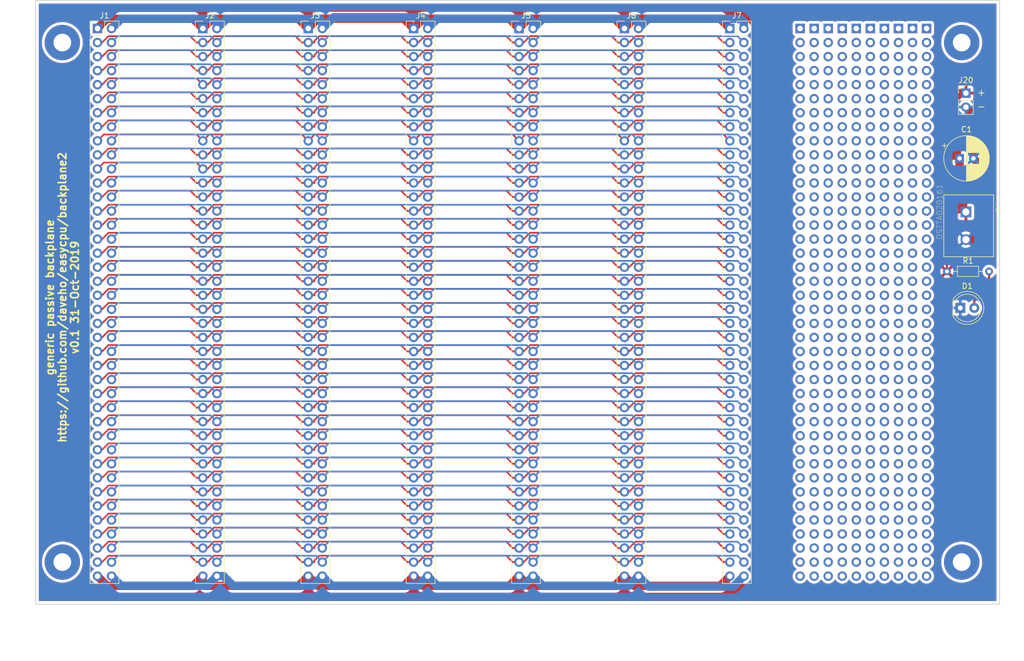
<source format=kicad_pcb>
(kicad_pcb (version 20171130) (host pcbnew 5.1.4-e60b266~84~ubuntu18.04.1)
  (layers (0 F.Cu signal) (31 B.Cu signal) (34 B.Paste user) (35 F.Paste user) (36 B.SilkS user) (37 F.SilkS user) (38 B.Mask user) (39 F.Mask user) (44 Edge.Cuts user))
  (net 0 "")
  (net 1 VCC)
  (net 2 GND)
  (net 3 "Net-(D1-Pad2)")
  (net 4 /D80)
  (net 5 /D79)
  (net 6 /D78)
  (net 7 /D77)
  (net 8 /D76)
  (net 9 /D75)
  (net 10 /D74)
  (net 11 /D73)
  (net 12 /D72)
  (net 13 /D71)
  (net 14 /D70)
  (net 15 /D69)
  (net 16 /D68)
  (net 17 /D67)
  (net 18 /D66)
  (net 19 /D65)
  (net 20 /D64)
  (net 21 /D63)
  (net 22 /D62)
  (net 23 /D61)
  (net 24 /D60)
  (net 25 /D59)
  (net 26 /D58)
  (net 27 /D57)
  (net 28 /D56)
  (net 29 /D55)
  (net 30 /D54)
  (net 31 /D53)
  (net 32 /D52)
  (net 33 /D51)
  (net 34 /D50)
  (net 35 /D49)
  (net 36 /D48)
  (net 37 /D47)
  (net 38 /D46)
  (net 39 /D45)
  (net 40 /D44)
  (net 41 /D43)
  (net 42 /D42)
  (net 43 /D41)
  (net 44 /D40)
  (net 45 /D39)
  (net 46 /D38)
  (net 47 /D37)
  (net 48 /D36)
  (net 49 /D35)
  (net 50 /D34)
  (net 51 /D33)
  (net 52 /D32)
  (net 53 /D31)
  (net 54 /D30)
  (net 55 /D29)
  (net 56 /D28)
  (net 57 /D27)
  (net 58 /D26)
  (net 59 /D25)
  (net 60 /D24)
  (net 61 /D23)
  (net 62 /D22)
  (net 63 /D21)
  (net 64 /D20)
  (net 65 /D19)
  (net 66 /D18)
  (net 67 /D17)
  (net 68 /D16)
  (net 69 /D15)
  (net 70 /D14)
  (net 71 /D13)
  (net 72 /D12)
  (net 73 /D11)
  (net 74 /D10)
  (net 75 /D9)
  (net 76 /D8)
  (net 77 /D7)
  (net 78 /D6)
  (net 79 /D5)
  (net 80 /D4)
  (net 81 /D3)
  (net 82 /D2)
  (net 83 /D1)
  (net 84 "Net-(J10-Pad1)")
  (net 85 "Net-(J10-Pad2)")
  (net 86 "Net-(J10-Pad3)")
  (net 87 "Net-(J10-Pad4)")
  (net 88 "Net-(J10-Pad5)")
  (net 89 "Net-(J10-Pad6)")
  (net 90 "Net-(J10-Pad7)")
  (net 91 "Net-(J10-Pad8)")
  (net 92 "Net-(J10-Pad9)")
  (net 93 "Net-(J10-Pad10)")
  (net 94 "Net-(J10-Pad11)")
  (net 95 "Net-(J10-Pad12)")
  (net 96 "Net-(J10-Pad13)")
  (net 97 "Net-(J10-Pad14)")
  (net 98 "Net-(J10-Pad15)")
  (net 99 "Net-(J10-Pad16)")
  (net 100 "Net-(J10-Pad17)")
  (net 101 "Net-(J10-Pad18)")
  (net 102 "Net-(J10-Pad19)")
  (net 103 "Net-(J10-Pad20)")
  (net 104 "Net-(J10-Pad21)")
  (net 105 "Net-(J10-Pad22)")
  (net 106 "Net-(J10-Pad23)")
  (net 107 "Net-(J10-Pad24)")
  (net 108 "Net-(J10-Pad25)")
  (net 109 "Net-(J10-Pad26)")
  (net 110 "Net-(J10-Pad27)")
  (net 111 "Net-(J10-Pad28)")
  (net 112 "Net-(J10-Pad29)")
  (net 113 "Net-(J10-Pad30)")
  (net 114 "Net-(J10-Pad31)")
  (net 115 "Net-(J10-Pad32)")
  (net 116 "Net-(J10-Pad33)")
  (net 117 "Net-(J10-Pad34)")
  (net 118 "Net-(J10-Pad35)")
  (net 119 "Net-(J10-Pad36)")
  (net 120 "Net-(J10-Pad37)")
  (net 121 "Net-(J10-Pad38)")
  (net 122 "Net-(J10-Pad39)")
  (net 123 "Net-(J10-Pad40)")
  (net 124 "Net-(J11-Pad1)")
  (net 125 "Net-(J11-Pad2)")
  (net 126 "Net-(J11-Pad3)")
  (net 127 "Net-(J11-Pad4)")
  (net 128 "Net-(J11-Pad5)")
  (net 129 "Net-(J11-Pad6)")
  (net 130 "Net-(J11-Pad7)")
  (net 131 "Net-(J11-Pad8)")
  (net 132 "Net-(J11-Pad9)")
  (net 133 "Net-(J11-Pad10)")
  (net 134 "Net-(J11-Pad11)")
  (net 135 "Net-(J11-Pad12)")
  (net 136 "Net-(J11-Pad13)")
  (net 137 "Net-(J11-Pad14)")
  (net 138 "Net-(J11-Pad15)")
  (net 139 "Net-(J11-Pad16)")
  (net 140 "Net-(J11-Pad17)")
  (net 141 "Net-(J11-Pad18)")
  (net 142 "Net-(J11-Pad19)")
  (net 143 "Net-(J11-Pad20)")
  (net 144 "Net-(J11-Pad21)")
  (net 145 "Net-(J11-Pad22)")
  (net 146 "Net-(J11-Pad23)")
  (net 147 "Net-(J11-Pad24)")
  (net 148 "Net-(J11-Pad25)")
  (net 149 "Net-(J11-Pad26)")
  (net 150 "Net-(J11-Pad27)")
  (net 151 "Net-(J11-Pad28)")
  (net 152 "Net-(J11-Pad29)")
  (net 153 "Net-(J11-Pad30)")
  (net 154 "Net-(J11-Pad31)")
  (net 155 "Net-(J11-Pad32)")
  (net 156 "Net-(J11-Pad33)")
  (net 157 "Net-(J11-Pad34)")
  (net 158 "Net-(J11-Pad35)")
  (net 159 "Net-(J11-Pad36)")
  (net 160 "Net-(J11-Pad37)")
  (net 161 "Net-(J11-Pad38)")
  (net 162 "Net-(J11-Pad39)")
  (net 163 "Net-(J11-Pad40)")
  (net 164 "Net-(J12-Pad1)")
  (net 165 "Net-(J12-Pad2)")
  (net 166 "Net-(J12-Pad3)")
  (net 167 "Net-(J12-Pad4)")
  (net 168 "Net-(J12-Pad5)")
  (net 169 "Net-(J12-Pad6)")
  (net 170 "Net-(J12-Pad7)")
  (net 171 "Net-(J12-Pad8)")
  (net 172 "Net-(J12-Pad9)")
  (net 173 "Net-(J12-Pad10)")
  (net 174 "Net-(J12-Pad11)")
  (net 175 "Net-(J12-Pad12)")
  (net 176 "Net-(J12-Pad13)")
  (net 177 "Net-(J12-Pad14)")
  (net 178 "Net-(J12-Pad15)")
  (net 179 "Net-(J12-Pad16)")
  (net 180 "Net-(J12-Pad17)")
  (net 181 "Net-(J12-Pad18)")
  (net 182 "Net-(J12-Pad19)")
  (net 183 "Net-(J12-Pad20)")
  (net 184 "Net-(J12-Pad21)")
  (net 185 "Net-(J12-Pad22)")
  (net 186 "Net-(J12-Pad23)")
  (net 187 "Net-(J12-Pad24)")
  (net 188 "Net-(J12-Pad25)")
  (net 189 "Net-(J12-Pad26)")
  (net 190 "Net-(J12-Pad27)")
  (net 191 "Net-(J12-Pad28)")
  (net 192 "Net-(J12-Pad29)")
  (net 193 "Net-(J12-Pad30)")
  (net 194 "Net-(J12-Pad31)")
  (net 195 "Net-(J12-Pad32)")
  (net 196 "Net-(J12-Pad33)")
  (net 197 "Net-(J12-Pad34)")
  (net 198 "Net-(J12-Pad35)")
  (net 199 "Net-(J12-Pad36)")
  (net 200 "Net-(J12-Pad37)")
  (net 201 "Net-(J12-Pad38)")
  (net 202 "Net-(J12-Pad39)")
  (net 203 "Net-(J12-Pad40)")
  (net 204 "Net-(J13-Pad40)")
  (net 205 "Net-(J13-Pad39)")
  (net 206 "Net-(J13-Pad38)")
  (net 207 "Net-(J13-Pad37)")
  (net 208 "Net-(J13-Pad36)")
  (net 209 "Net-(J13-Pad35)")
  (net 210 "Net-(J13-Pad34)")
  (net 211 "Net-(J13-Pad33)")
  (net 212 "Net-(J13-Pad32)")
  (net 213 "Net-(J13-Pad31)")
  (net 214 "Net-(J13-Pad30)")
  (net 215 "Net-(J13-Pad29)")
  (net 216 "Net-(J13-Pad28)")
  (net 217 "Net-(J13-Pad27)")
  (net 218 "Net-(J13-Pad26)")
  (net 219 "Net-(J13-Pad25)")
  (net 220 "Net-(J13-Pad24)")
  (net 221 "Net-(J13-Pad23)")
  (net 222 "Net-(J13-Pad22)")
  (net 223 "Net-(J13-Pad21)")
  (net 224 "Net-(J13-Pad20)")
  (net 225 "Net-(J13-Pad19)")
  (net 226 "Net-(J13-Pad18)")
  (net 227 "Net-(J13-Pad17)")
  (net 228 "Net-(J13-Pad16)")
  (net 229 "Net-(J13-Pad15)")
  (net 230 "Net-(J13-Pad14)")
  (net 231 "Net-(J13-Pad13)")
  (net 232 "Net-(J13-Pad12)")
  (net 233 "Net-(J13-Pad11)")
  (net 234 "Net-(J13-Pad10)")
  (net 235 "Net-(J13-Pad9)")
  (net 236 "Net-(J13-Pad8)")
  (net 237 "Net-(J13-Pad7)")
  (net 238 "Net-(J13-Pad6)")
  (net 239 "Net-(J13-Pad5)")
  (net 240 "Net-(J13-Pad4)")
  (net 241 "Net-(J13-Pad3)")
  (net 242 "Net-(J13-Pad2)")
  (net 243 "Net-(J13-Pad1)")
  (net 244 "Net-(J14-Pad1)")
  (net 245 "Net-(J14-Pad2)")
  (net 246 "Net-(J14-Pad3)")
  (net 247 "Net-(J14-Pad4)")
  (net 248 "Net-(J14-Pad5)")
  (net 249 "Net-(J14-Pad6)")
  (net 250 "Net-(J14-Pad7)")
  (net 251 "Net-(J14-Pad8)")
  (net 252 "Net-(J14-Pad9)")
  (net 253 "Net-(J14-Pad10)")
  (net 254 "Net-(J14-Pad11)")
  (net 255 "Net-(J14-Pad12)")
  (net 256 "Net-(J14-Pad13)")
  (net 257 "Net-(J14-Pad14)")
  (net 258 "Net-(J14-Pad15)")
  (net 259 "Net-(J14-Pad16)")
  (net 260 "Net-(J14-Pad17)")
  (net 261 "Net-(J14-Pad18)")
  (net 262 "Net-(J14-Pad19)")
  (net 263 "Net-(J14-Pad20)")
  (net 264 "Net-(J14-Pad21)")
  (net 265 "Net-(J14-Pad22)")
  (net 266 "Net-(J14-Pad23)")
  (net 267 "Net-(J14-Pad24)")
  (net 268 "Net-(J14-Pad25)")
  (net 269 "Net-(J14-Pad26)")
  (net 270 "Net-(J14-Pad27)")
  (net 271 "Net-(J14-Pad28)")
  (net 272 "Net-(J14-Pad29)")
  (net 273 "Net-(J14-Pad30)")
  (net 274 "Net-(J14-Pad31)")
  (net 275 "Net-(J14-Pad32)")
  (net 276 "Net-(J14-Pad33)")
  (net 277 "Net-(J14-Pad34)")
  (net 278 "Net-(J14-Pad35)")
  (net 279 "Net-(J14-Pad36)")
  (net 280 "Net-(J14-Pad37)")
  (net 281 "Net-(J14-Pad38)")
  (net 282 "Net-(J14-Pad39)")
  (net 283 "Net-(J14-Pad40)")
  (net 284 "Net-(J15-Pad40)")
  (net 285 "Net-(J15-Pad39)")
  (net 286 "Net-(J15-Pad38)")
  (net 287 "Net-(J15-Pad37)")
  (net 288 "Net-(J15-Pad36)")
  (net 289 "Net-(J15-Pad35)")
  (net 290 "Net-(J15-Pad34)")
  (net 291 "Net-(J15-Pad33)")
  (net 292 "Net-(J15-Pad32)")
  (net 293 "Net-(J15-Pad31)")
  (net 294 "Net-(J15-Pad30)")
  (net 295 "Net-(J15-Pad29)")
  (net 296 "Net-(J15-Pad28)")
  (net 297 "Net-(J15-Pad27)")
  (net 298 "Net-(J15-Pad26)")
  (net 299 "Net-(J15-Pad25)")
  (net 300 "Net-(J15-Pad24)")
  (net 301 "Net-(J15-Pad23)")
  (net 302 "Net-(J15-Pad22)")
  (net 303 "Net-(J15-Pad21)")
  (net 304 "Net-(J15-Pad20)")
  (net 305 "Net-(J15-Pad19)")
  (net 306 "Net-(J15-Pad18)")
  (net 307 "Net-(J15-Pad17)")
  (net 308 "Net-(J15-Pad16)")
  (net 309 "Net-(J15-Pad15)")
  (net 310 "Net-(J15-Pad14)")
  (net 311 "Net-(J15-Pad13)")
  (net 312 "Net-(J15-Pad12)")
  (net 313 "Net-(J15-Pad11)")
  (net 314 "Net-(J15-Pad10)")
  (net 315 "Net-(J15-Pad9)")
  (net 316 "Net-(J15-Pad8)")
  (net 317 "Net-(J15-Pad7)")
  (net 318 "Net-(J15-Pad6)")
  (net 319 "Net-(J15-Pad5)")
  (net 320 "Net-(J15-Pad4)")
  (net 321 "Net-(J15-Pad3)")
  (net 322 "Net-(J15-Pad2)")
  (net 323 "Net-(J15-Pad1)")
  (net 324 "Net-(J16-Pad1)")
  (net 325 "Net-(J16-Pad2)")
  (net 326 "Net-(J16-Pad3)")
  (net 327 "Net-(J16-Pad4)")
  (net 328 "Net-(J16-Pad5)")
  (net 329 "Net-(J16-Pad6)")
  (net 330 "Net-(J16-Pad7)")
  (net 331 "Net-(J16-Pad8)")
  (net 332 "Net-(J16-Pad9)")
  (net 333 "Net-(J16-Pad10)")
  (net 334 "Net-(J16-Pad11)")
  (net 335 "Net-(J16-Pad12)")
  (net 336 "Net-(J16-Pad13)")
  (net 337 "Net-(J16-Pad14)")
  (net 338 "Net-(J16-Pad15)")
  (net 339 "Net-(J16-Pad16)")
  (net 340 "Net-(J16-Pad17)")
  (net 341 "Net-(J16-Pad18)")
  (net 342 "Net-(J16-Pad19)")
  (net 343 "Net-(J16-Pad20)")
  (net 344 "Net-(J16-Pad21)")
  (net 345 "Net-(J16-Pad22)")
  (net 346 "Net-(J16-Pad23)")
  (net 347 "Net-(J16-Pad24)")
  (net 348 "Net-(J16-Pad25)")
  (net 349 "Net-(J16-Pad26)")
  (net 350 "Net-(J16-Pad27)")
  (net 351 "Net-(J16-Pad28)")
  (net 352 "Net-(J16-Pad29)")
  (net 353 "Net-(J16-Pad30)")
  (net 354 "Net-(J16-Pad31)")
  (net 355 "Net-(J16-Pad32)")
  (net 356 "Net-(J16-Pad33)")
  (net 357 "Net-(J16-Pad34)")
  (net 358 "Net-(J16-Pad35)")
  (net 359 "Net-(J16-Pad36)")
  (net 360 "Net-(J16-Pad37)")
  (net 361 "Net-(J16-Pad38)")
  (net 362 "Net-(J16-Pad39)")
  (net 363 "Net-(J16-Pad40)")
  (net 364 "Net-(J17-Pad40)")
  (net 365 "Net-(J17-Pad39)")
  (net 366 "Net-(J17-Pad38)")
  (net 367 "Net-(J17-Pad37)")
  (net 368 "Net-(J17-Pad36)")
  (net 369 "Net-(J17-Pad35)")
  (net 370 "Net-(J17-Pad34)")
  (net 371 "Net-(J17-Pad33)")
  (net 372 "Net-(J17-Pad32)")
  (net 373 "Net-(J17-Pad31)")
  (net 374 "Net-(J17-Pad30)")
  (net 375 "Net-(J17-Pad29)")
  (net 376 "Net-(J17-Pad28)")
  (net 377 "Net-(J17-Pad27)")
  (net 378 "Net-(J17-Pad26)")
  (net 379 "Net-(J17-Pad25)")
  (net 380 "Net-(J17-Pad24)")
  (net 381 "Net-(J17-Pad23)")
  (net 382 "Net-(J17-Pad22)")
  (net 383 "Net-(J17-Pad21)")
  (net 384 "Net-(J17-Pad20)")
  (net 385 "Net-(J17-Pad19)")
  (net 386 "Net-(J17-Pad18)")
  (net 387 "Net-(J17-Pad17)")
  (net 388 "Net-(J17-Pad16)")
  (net 389 "Net-(J17-Pad15)")
  (net 390 "Net-(J17-Pad14)")
  (net 391 "Net-(J17-Pad13)")
  (net 392 "Net-(J17-Pad12)")
  (net 393 "Net-(J17-Pad11)")
  (net 394 "Net-(J17-Pad10)")
  (net 395 "Net-(J17-Pad9)")
  (net 396 "Net-(J17-Pad8)")
  (net 397 "Net-(J17-Pad7)")
  (net 398 "Net-(J17-Pad6)")
  (net 399 "Net-(J17-Pad5)")
  (net 400 "Net-(J17-Pad4)")
  (net 401 "Net-(J17-Pad3)")
  (net 402 "Net-(J17-Pad2)")
  (net 403 "Net-(J17-Pad1)")
  (net 404 "Net-(J18-Pad1)")
  (net 405 "Net-(J18-Pad2)")
  (net 406 "Net-(J18-Pad3)")
  (net 407 "Net-(J18-Pad4)")
  (net 408 "Net-(J18-Pad5)")
  (net 409 "Net-(J18-Pad6)")
  (net 410 "Net-(J18-Pad7)")
  (net 411 "Net-(J18-Pad8)")
  (net 412 "Net-(J18-Pad9)")
  (net 413 "Net-(J18-Pad10)")
  (net 414 "Net-(J18-Pad11)")
  (net 415 "Net-(J18-Pad12)")
  (net 416 "Net-(J18-Pad13)")
  (net 417 "Net-(J18-Pad14)")
  (net 418 "Net-(J18-Pad15)")
  (net 419 "Net-(J18-Pad16)")
  (net 420 "Net-(J18-Pad17)")
  (net 421 "Net-(J18-Pad18)")
  (net 422 "Net-(J18-Pad19)")
  (net 423 "Net-(J18-Pad20)")
  (net 424 "Net-(J18-Pad21)")
  (net 425 "Net-(J18-Pad22)")
  (net 426 "Net-(J18-Pad23)")
  (net 427 "Net-(J18-Pad24)")
  (net 428 "Net-(J18-Pad25)")
  (net 429 "Net-(J18-Pad26)")
  (net 430 "Net-(J18-Pad27)")
  (net 431 "Net-(J18-Pad28)")
  (net 432 "Net-(J18-Pad29)")
  (net 433 "Net-(J18-Pad30)")
  (net 434 "Net-(J18-Pad31)")
  (net 435 "Net-(J18-Pad32)")
  (net 436 "Net-(J18-Pad33)")
  (net 437 "Net-(J18-Pad34)")
  (net 438 "Net-(J18-Pad35)")
  (net 439 "Net-(J18-Pad36)")
  (net 440 "Net-(J18-Pad37)")
  (net 441 "Net-(J18-Pad38)")
  (net 442 "Net-(J18-Pad39)")
  (net 443 "Net-(J18-Pad40)")
  (net 444 "Net-(J19-Pad40)")
  (net 445 "Net-(J19-Pad39)")
  (net 446 "Net-(J19-Pad38)")
  (net 447 "Net-(J19-Pad37)")
  (net 448 "Net-(J19-Pad36)")
  (net 449 "Net-(J19-Pad35)")
  (net 450 "Net-(J19-Pad34)")
  (net 451 "Net-(J19-Pad33)")
  (net 452 "Net-(J19-Pad32)")
  (net 453 "Net-(J19-Pad31)")
  (net 454 "Net-(J19-Pad30)")
  (net 455 "Net-(J19-Pad29)")
  (net 456 "Net-(J19-Pad28)")
  (net 457 "Net-(J19-Pad27)")
  (net 458 "Net-(J19-Pad26)")
  (net 459 "Net-(J19-Pad25)")
  (net 460 "Net-(J19-Pad24)")
  (net 461 "Net-(J19-Pad23)")
  (net 462 "Net-(J19-Pad22)")
  (net 463 "Net-(J19-Pad21)")
  (net 464 "Net-(J19-Pad20)")
  (net 465 "Net-(J19-Pad19)")
  (net 466 "Net-(J19-Pad18)")
  (net 467 "Net-(J19-Pad17)")
  (net 468 "Net-(J19-Pad16)")
  (net 469 "Net-(J19-Pad15)")
  (net 470 "Net-(J19-Pad14)")
  (net 471 "Net-(J19-Pad13)")
  (net 472 "Net-(J19-Pad12)")
  (net 473 "Net-(J19-Pad11)")
  (net 474 "Net-(J19-Pad10)")
  (net 475 "Net-(J19-Pad9)")
  (net 476 "Net-(J19-Pad8)")
  (net 477 "Net-(J19-Pad7)")
  (net 478 "Net-(J19-Pad6)")
  (net 479 "Net-(J19-Pad5)")
  (net 480 "Net-(J19-Pad4)")
  (net 481 "Net-(J19-Pad3)")
  (net 482 "Net-(J19-Pad2)")
  (net 483 "Net-(J19-Pad1)")
  (module Connector_PinHeader_2.54mm:PinHeader_1x40_P2.54mm_Vertical (layer F.Cu) (at 177.8 50.8)
    (fp_text reference J10 hide)
    (fp_text value Conn_01x40)
    (pad 40 thru_hole oval (at 0 99.06) (size 1.7 1.7) (drill 1) (layers *.Cu *.Mask) (net 123 "Net-(J10-Pad40)"))
    (pad 39 thru_hole oval (at 0 96.52) (size 1.7 1.7) (drill 1) (layers *.Cu *.Mask) (net 122 "Net-(J10-Pad39)"))
    (pad 38 thru_hole oval (at 0 93.98) (size 1.7 1.7) (drill 1) (layers *.Cu *.Mask) (net 121 "Net-(J10-Pad38)"))
    (pad 37 thru_hole oval (at 0 91.44) (size 1.7 1.7) (drill 1) (layers *.Cu *.Mask) (net 120 "Net-(J10-Pad37)"))
    (pad 36 thru_hole oval (at 0 88.9) (size 1.7 1.7) (drill 1) (layers *.Cu *.Mask) (net 119 "Net-(J10-Pad36)"))
    (pad 35 thru_hole oval (at 0 86.36) (size 1.7 1.7) (drill 1) (layers *.Cu *.Mask) (net 118 "Net-(J10-Pad35)"))
    (pad 34 thru_hole oval (at 0 83.82) (size 1.7 1.7) (drill 1) (layers *.Cu *.Mask) (net 117 "Net-(J10-Pad34)"))
    (pad 33 thru_hole oval (at 0 81.28) (size 1.7 1.7) (drill 1) (layers *.Cu *.Mask) (net 116 "Net-(J10-Pad33)"))
    (pad 32 thru_hole oval (at 0 78.74) (size 1.7 1.7) (drill 1) (layers *.Cu *.Mask) (net 115 "Net-(J10-Pad32)"))
    (pad 31 thru_hole oval (at 0 76.2) (size 1.7 1.7) (drill 1) (layers *.Cu *.Mask) (net 114 "Net-(J10-Pad31)"))
    (pad 30 thru_hole oval (at 0 73.66) (size 1.7 1.7) (drill 1) (layers *.Cu *.Mask) (net 113 "Net-(J10-Pad30)"))
    (pad 29 thru_hole oval (at 0 71.12) (size 1.7 1.7) (drill 1) (layers *.Cu *.Mask) (net 112 "Net-(J10-Pad29)"))
    (pad 28 thru_hole oval (at 0 68.58) (size 1.7 1.7) (drill 1) (layers *.Cu *.Mask) (net 111 "Net-(J10-Pad28)"))
    (pad 27 thru_hole oval (at 0 66.04) (size 1.7 1.7) (drill 1) (layers *.Cu *.Mask) (net 110 "Net-(J10-Pad27)"))
    (pad 26 thru_hole oval (at 0 63.5) (size 1.7 1.7) (drill 1) (layers *.Cu *.Mask) (net 109 "Net-(J10-Pad26)"))
    (pad 25 thru_hole oval (at 0 60.96) (size 1.7 1.7) (drill 1) (layers *.Cu *.Mask) (net 108 "Net-(J10-Pad25)"))
    (pad 24 thru_hole oval (at 0 58.42) (size 1.7 1.7) (drill 1) (layers *.Cu *.Mask) (net 107 "Net-(J10-Pad24)"))
    (pad 23 thru_hole oval (at 0 55.88) (size 1.7 1.7) (drill 1) (layers *.Cu *.Mask) (net 106 "Net-(J10-Pad23)"))
    (pad 22 thru_hole oval (at 0 53.34) (size 1.7 1.7) (drill 1) (layers *.Cu *.Mask) (net 105 "Net-(J10-Pad22)"))
    (pad 21 thru_hole oval (at 0 50.8) (size 1.7 1.7) (drill 1) (layers *.Cu *.Mask) (net 104 "Net-(J10-Pad21)"))
    (pad 20 thru_hole oval (at 0 48.26) (size 1.7 1.7) (drill 1) (layers *.Cu *.Mask) (net 103 "Net-(J10-Pad20)"))
    (pad 19 thru_hole oval (at 0 45.72) (size 1.7 1.7) (drill 1) (layers *.Cu *.Mask) (net 102 "Net-(J10-Pad19)"))
    (pad 18 thru_hole oval (at 0 43.18) (size 1.7 1.7) (drill 1) (layers *.Cu *.Mask) (net 101 "Net-(J10-Pad18)"))
    (pad 17 thru_hole oval (at 0 40.64) (size 1.7 1.7) (drill 1) (layers *.Cu *.Mask) (net 100 "Net-(J10-Pad17)"))
    (pad 16 thru_hole oval (at 0 38.1) (size 1.7 1.7) (drill 1) (layers *.Cu *.Mask) (net 99 "Net-(J10-Pad16)"))
    (pad 15 thru_hole oval (at 0 35.56) (size 1.7 1.7) (drill 1) (layers *.Cu *.Mask) (net 98 "Net-(J10-Pad15)"))
    (pad 14 thru_hole oval (at 0 33.02) (size 1.7 1.7) (drill 1) (layers *.Cu *.Mask) (net 97 "Net-(J10-Pad14)"))
    (pad 13 thru_hole oval (at 0 30.48) (size 1.7 1.7) (drill 1) (layers *.Cu *.Mask) (net 96 "Net-(J10-Pad13)"))
    (pad 12 thru_hole oval (at 0 27.94) (size 1.7 1.7) (drill 1) (layers *.Cu *.Mask) (net 95 "Net-(J10-Pad12)"))
    (pad 11 thru_hole oval (at 0 25.4) (size 1.7 1.7) (drill 1) (layers *.Cu *.Mask) (net 94 "Net-(J10-Pad11)"))
    (pad 10 thru_hole oval (at 0 22.86) (size 1.7 1.7) (drill 1) (layers *.Cu *.Mask) (net 93 "Net-(J10-Pad10)"))
    (pad 9 thru_hole oval (at 0 20.32) (size 1.7 1.7) (drill 1) (layers *.Cu *.Mask) (net 92 "Net-(J10-Pad9)"))
    (pad 8 thru_hole oval (at 0 17.78) (size 1.7 1.7) (drill 1) (layers *.Cu *.Mask) (net 91 "Net-(J10-Pad8)"))
    (pad 7 thru_hole oval (at 0 15.24) (size 1.7 1.7) (drill 1) (layers *.Cu *.Mask) (net 90 "Net-(J10-Pad7)"))
    (pad 6 thru_hole oval (at 0 12.7) (size 1.7 1.7) (drill 1) (layers *.Cu *.Mask) (net 89 "Net-(J10-Pad6)"))
    (pad 5 thru_hole oval (at 0 10.16) (size 1.7 1.7) (drill 1) (layers *.Cu *.Mask) (net 88 "Net-(J10-Pad5)"))
    (pad 4 thru_hole oval (at 0 7.62) (size 1.7 1.7) (drill 1) (layers *.Cu *.Mask) (net 87 "Net-(J10-Pad4)"))
    (pad 3 thru_hole oval (at 0 5.08) (size 1.7 1.7) (drill 1) (layers *.Cu *.Mask) (net 86 "Net-(J10-Pad3)"))
    (pad 2 thru_hole oval (at 0 2.54) (size 1.7 1.7) (drill 1) (layers *.Cu *.Mask) (net 85 "Net-(J10-Pad2)"))
    (pad 1 thru_hole rect (at 0 0) (size 1.7 1.7) (drill 1) (layers *.Cu *.Mask) (net 84 "Net-(J10-Pad1)"))
  )
  (module Connector_PinHeader_2.54mm:PinHeader_1x40_P2.54mm_Vertical (layer F.Cu) (at 180.34 50.8)
    (fp_text reference J11 hide)
    (fp_text value Conn_01x40)
    (pad 1 thru_hole rect (at 0 0) (size 1.7 1.7) (drill 1) (layers *.Cu *.Mask) (net 124 "Net-(J11-Pad1)"))
    (pad 2 thru_hole oval (at 0 2.54) (size 1.7 1.7) (drill 1) (layers *.Cu *.Mask) (net 125 "Net-(J11-Pad2)"))
    (pad 3 thru_hole oval (at 0 5.08) (size 1.7 1.7) (drill 1) (layers *.Cu *.Mask) (net 126 "Net-(J11-Pad3)"))
    (pad 4 thru_hole oval (at 0 7.62) (size 1.7 1.7) (drill 1) (layers *.Cu *.Mask) (net 127 "Net-(J11-Pad4)"))
    (pad 5 thru_hole oval (at 0 10.16) (size 1.7 1.7) (drill 1) (layers *.Cu *.Mask) (net 128 "Net-(J11-Pad5)"))
    (pad 6 thru_hole oval (at 0 12.7) (size 1.7 1.7) (drill 1) (layers *.Cu *.Mask) (net 129 "Net-(J11-Pad6)"))
    (pad 7 thru_hole oval (at 0 15.24) (size 1.7 1.7) (drill 1) (layers *.Cu *.Mask) (net 130 "Net-(J11-Pad7)"))
    (pad 8 thru_hole oval (at 0 17.78) (size 1.7 1.7) (drill 1) (layers *.Cu *.Mask) (net 131 "Net-(J11-Pad8)"))
    (pad 9 thru_hole oval (at 0 20.32) (size 1.7 1.7) (drill 1) (layers *.Cu *.Mask) (net 132 "Net-(J11-Pad9)"))
    (pad 10 thru_hole oval (at 0 22.86) (size 1.7 1.7) (drill 1) (layers *.Cu *.Mask) (net 133 "Net-(J11-Pad10)"))
    (pad 11 thru_hole oval (at 0 25.4) (size 1.7 1.7) (drill 1) (layers *.Cu *.Mask) (net 134 "Net-(J11-Pad11)"))
    (pad 12 thru_hole oval (at 0 27.94) (size 1.7 1.7) (drill 1) (layers *.Cu *.Mask) (net 135 "Net-(J11-Pad12)"))
    (pad 13 thru_hole oval (at 0 30.48) (size 1.7 1.7) (drill 1) (layers *.Cu *.Mask) (net 136 "Net-(J11-Pad13)"))
    (pad 14 thru_hole oval (at 0 33.02) (size 1.7 1.7) (drill 1) (layers *.Cu *.Mask) (net 137 "Net-(J11-Pad14)"))
    (pad 15 thru_hole oval (at 0 35.56) (size 1.7 1.7) (drill 1) (layers *.Cu *.Mask) (net 138 "Net-(J11-Pad15)"))
    (pad 16 thru_hole oval (at 0 38.1) (size 1.7 1.7) (drill 1) (layers *.Cu *.Mask) (net 139 "Net-(J11-Pad16)"))
    (pad 17 thru_hole oval (at 0 40.64) (size 1.7 1.7) (drill 1) (layers *.Cu *.Mask) (net 140 "Net-(J11-Pad17)"))
    (pad 18 thru_hole oval (at 0 43.18) (size 1.7 1.7) (drill 1) (layers *.Cu *.Mask) (net 141 "Net-(J11-Pad18)"))
    (pad 19 thru_hole oval (at 0 45.72) (size 1.7 1.7) (drill 1) (layers *.Cu *.Mask) (net 142 "Net-(J11-Pad19)"))
    (pad 20 thru_hole oval (at 0 48.26) (size 1.7 1.7) (drill 1) (layers *.Cu *.Mask) (net 143 "Net-(J11-Pad20)"))
    (pad 21 thru_hole oval (at 0 50.8) (size 1.7 1.7) (drill 1) (layers *.Cu *.Mask) (net 144 "Net-(J11-Pad21)"))
    (pad 22 thru_hole oval (at 0 53.34) (size 1.7 1.7) (drill 1) (layers *.Cu *.Mask) (net 145 "Net-(J11-Pad22)"))
    (pad 23 thru_hole oval (at 0 55.88) (size 1.7 1.7) (drill 1) (layers *.Cu *.Mask) (net 146 "Net-(J11-Pad23)"))
    (pad 24 thru_hole oval (at 0 58.42) (size 1.7 1.7) (drill 1) (layers *.Cu *.Mask) (net 147 "Net-(J11-Pad24)"))
    (pad 25 thru_hole oval (at 0 60.96) (size 1.7 1.7) (drill 1) (layers *.Cu *.Mask) (net 148 "Net-(J11-Pad25)"))
    (pad 26 thru_hole oval (at 0 63.5) (size 1.7 1.7) (drill 1) (layers *.Cu *.Mask) (net 149 "Net-(J11-Pad26)"))
    (pad 27 thru_hole oval (at 0 66.04) (size 1.7 1.7) (drill 1) (layers *.Cu *.Mask) (net 150 "Net-(J11-Pad27)"))
    (pad 28 thru_hole oval (at 0 68.58) (size 1.7 1.7) (drill 1) (layers *.Cu *.Mask) (net 151 "Net-(J11-Pad28)"))
    (pad 29 thru_hole oval (at 0 71.12) (size 1.7 1.7) (drill 1) (layers *.Cu *.Mask) (net 152 "Net-(J11-Pad29)"))
    (pad 30 thru_hole oval (at 0 73.66) (size 1.7 1.7) (drill 1) (layers *.Cu *.Mask) (net 153 "Net-(J11-Pad30)"))
    (pad 31 thru_hole oval (at 0 76.2) (size 1.7 1.7) (drill 1) (layers *.Cu *.Mask) (net 154 "Net-(J11-Pad31)"))
    (pad 32 thru_hole oval (at 0 78.74) (size 1.7 1.7) (drill 1) (layers *.Cu *.Mask) (net 155 "Net-(J11-Pad32)"))
    (pad 33 thru_hole oval (at 0 81.28) (size 1.7 1.7) (drill 1) (layers *.Cu *.Mask) (net 156 "Net-(J11-Pad33)"))
    (pad 34 thru_hole oval (at 0 83.82) (size 1.7 1.7) (drill 1) (layers *.Cu *.Mask) (net 157 "Net-(J11-Pad34)"))
    (pad 35 thru_hole oval (at 0 86.36) (size 1.7 1.7) (drill 1) (layers *.Cu *.Mask) (net 158 "Net-(J11-Pad35)"))
    (pad 36 thru_hole oval (at 0 88.9) (size 1.7 1.7) (drill 1) (layers *.Cu *.Mask) (net 159 "Net-(J11-Pad36)"))
    (pad 37 thru_hole oval (at 0 91.44) (size 1.7 1.7) (drill 1) (layers *.Cu *.Mask) (net 160 "Net-(J11-Pad37)"))
    (pad 38 thru_hole oval (at 0 93.98) (size 1.7 1.7) (drill 1) (layers *.Cu *.Mask) (net 161 "Net-(J11-Pad38)"))
    (pad 39 thru_hole oval (at 0 96.52) (size 1.7 1.7) (drill 1) (layers *.Cu *.Mask) (net 162 "Net-(J11-Pad39)"))
    (pad 40 thru_hole oval (at 0 99.06) (size 1.7 1.7) (drill 1) (layers *.Cu *.Mask) (net 163 "Net-(J11-Pad40)"))
  )
  (module Connector_PinHeader_2.54mm:PinHeader_1x40_P2.54mm_Vertical (layer F.Cu) (at 182.88 50.8)
    (fp_text reference J12 hide)
    (fp_text value Conn_01x40)
    (pad 1 thru_hole rect (at 0 0) (size 1.7 1.7) (drill 1) (layers *.Cu *.Mask) (net 164 "Net-(J12-Pad1)"))
    (pad 2 thru_hole oval (at 0 2.54) (size 1.7 1.7) (drill 1) (layers *.Cu *.Mask) (net 165 "Net-(J12-Pad2)"))
    (pad 3 thru_hole oval (at 0 5.08) (size 1.7 1.7) (drill 1) (layers *.Cu *.Mask) (net 166 "Net-(J12-Pad3)"))
    (pad 4 thru_hole oval (at 0 7.62) (size 1.7 1.7) (drill 1) (layers *.Cu *.Mask) (net 167 "Net-(J12-Pad4)"))
    (pad 5 thru_hole oval (at 0 10.16) (size 1.7 1.7) (drill 1) (layers *.Cu *.Mask) (net 168 "Net-(J12-Pad5)"))
    (pad 6 thru_hole oval (at 0 12.7) (size 1.7 1.7) (drill 1) (layers *.Cu *.Mask) (net 169 "Net-(J12-Pad6)"))
    (pad 7 thru_hole oval (at 0 15.24) (size 1.7 1.7) (drill 1) (layers *.Cu *.Mask) (net 170 "Net-(J12-Pad7)"))
    (pad 8 thru_hole oval (at 0 17.78) (size 1.7 1.7) (drill 1) (layers *.Cu *.Mask) (net 171 "Net-(J12-Pad8)"))
    (pad 9 thru_hole oval (at 0 20.32) (size 1.7 1.7) (drill 1) (layers *.Cu *.Mask) (net 172 "Net-(J12-Pad9)"))
    (pad 10 thru_hole oval (at 0 22.86) (size 1.7 1.7) (drill 1) (layers *.Cu *.Mask) (net 173 "Net-(J12-Pad10)"))
    (pad 11 thru_hole oval (at 0 25.4) (size 1.7 1.7) (drill 1) (layers *.Cu *.Mask) (net 174 "Net-(J12-Pad11)"))
    (pad 12 thru_hole oval (at 0 27.94) (size 1.7 1.7) (drill 1) (layers *.Cu *.Mask) (net 175 "Net-(J12-Pad12)"))
    (pad 13 thru_hole oval (at 0 30.48) (size 1.7 1.7) (drill 1) (layers *.Cu *.Mask) (net 176 "Net-(J12-Pad13)"))
    (pad 14 thru_hole oval (at 0 33.02) (size 1.7 1.7) (drill 1) (layers *.Cu *.Mask) (net 177 "Net-(J12-Pad14)"))
    (pad 15 thru_hole oval (at 0 35.56) (size 1.7 1.7) (drill 1) (layers *.Cu *.Mask) (net 178 "Net-(J12-Pad15)"))
    (pad 16 thru_hole oval (at 0 38.1) (size 1.7 1.7) (drill 1) (layers *.Cu *.Mask) (net 179 "Net-(J12-Pad16)"))
    (pad 17 thru_hole oval (at 0 40.64) (size 1.7 1.7) (drill 1) (layers *.Cu *.Mask) (net 180 "Net-(J12-Pad17)"))
    (pad 18 thru_hole oval (at 0 43.18) (size 1.7 1.7) (drill 1) (layers *.Cu *.Mask) (net 181 "Net-(J12-Pad18)"))
    (pad 19 thru_hole oval (at 0 45.72) (size 1.7 1.7) (drill 1) (layers *.Cu *.Mask) (net 182 "Net-(J12-Pad19)"))
    (pad 20 thru_hole oval (at 0 48.26) (size 1.7 1.7) (drill 1) (layers *.Cu *.Mask) (net 183 "Net-(J12-Pad20)"))
    (pad 21 thru_hole oval (at 0 50.8) (size 1.7 1.7) (drill 1) (layers *.Cu *.Mask) (net 184 "Net-(J12-Pad21)"))
    (pad 22 thru_hole oval (at 0 53.34) (size 1.7 1.7) (drill 1) (layers *.Cu *.Mask) (net 185 "Net-(J12-Pad22)"))
    (pad 23 thru_hole oval (at 0 55.88) (size 1.7 1.7) (drill 1) (layers *.Cu *.Mask) (net 186 "Net-(J12-Pad23)"))
    (pad 24 thru_hole oval (at 0 58.42) (size 1.7 1.7) (drill 1) (layers *.Cu *.Mask) (net 187 "Net-(J12-Pad24)"))
    (pad 25 thru_hole oval (at 0 60.96) (size 1.7 1.7) (drill 1) (layers *.Cu *.Mask) (net 188 "Net-(J12-Pad25)"))
    (pad 26 thru_hole oval (at 0 63.5) (size 1.7 1.7) (drill 1) (layers *.Cu *.Mask) (net 189 "Net-(J12-Pad26)"))
    (pad 27 thru_hole oval (at 0 66.04) (size 1.7 1.7) (drill 1) (layers *.Cu *.Mask) (net 190 "Net-(J12-Pad27)"))
    (pad 28 thru_hole oval (at 0 68.58) (size 1.7 1.7) (drill 1) (layers *.Cu *.Mask) (net 191 "Net-(J12-Pad28)"))
    (pad 29 thru_hole oval (at 0 71.12) (size 1.7 1.7) (drill 1) (layers *.Cu *.Mask) (net 192 "Net-(J12-Pad29)"))
    (pad 30 thru_hole oval (at 0 73.66) (size 1.7 1.7) (drill 1) (layers *.Cu *.Mask) (net 193 "Net-(J12-Pad30)"))
    (pad 31 thru_hole oval (at 0 76.2) (size 1.7 1.7) (drill 1) (layers *.Cu *.Mask) (net 194 "Net-(J12-Pad31)"))
    (pad 32 thru_hole oval (at 0 78.74) (size 1.7 1.7) (drill 1) (layers *.Cu *.Mask) (net 195 "Net-(J12-Pad32)"))
    (pad 33 thru_hole oval (at 0 81.28) (size 1.7 1.7) (drill 1) (layers *.Cu *.Mask) (net 196 "Net-(J12-Pad33)"))
    (pad 34 thru_hole oval (at 0 83.82) (size 1.7 1.7) (drill 1) (layers *.Cu *.Mask) (net 197 "Net-(J12-Pad34)"))
    (pad 35 thru_hole oval (at 0 86.36) (size 1.7 1.7) (drill 1) (layers *.Cu *.Mask) (net 198 "Net-(J12-Pad35)"))
    (pad 36 thru_hole oval (at 0 88.9) (size 1.7 1.7) (drill 1) (layers *.Cu *.Mask) (net 199 "Net-(J12-Pad36)"))
    (pad 37 thru_hole oval (at 0 91.44) (size 1.7 1.7) (drill 1) (layers *.Cu *.Mask) (net 200 "Net-(J12-Pad37)"))
    (pad 38 thru_hole oval (at 0 93.98) (size 1.7 1.7) (drill 1) (layers *.Cu *.Mask) (net 201 "Net-(J12-Pad38)"))
    (pad 39 thru_hole oval (at 0 96.52) (size 1.7 1.7) (drill 1) (layers *.Cu *.Mask) (net 202 "Net-(J12-Pad39)"))
    (pad 40 thru_hole oval (at 0 99.06) (size 1.7 1.7) (drill 1) (layers *.Cu *.Mask) (net 203 "Net-(J12-Pad40)"))
  )
  (module Connector_PinHeader_2.54mm:PinHeader_1x40_P2.54mm_Vertical (layer F.Cu) (at 185.42 50.8)
    (fp_text reference J13 hide)
    (fp_text value Conn_01x40)
    (pad 40 thru_hole oval (at 0 99.06) (size 1.7 1.7) (drill 1) (layers *.Cu *.Mask) (net 204 "Net-(J13-Pad40)"))
    (pad 39 thru_hole oval (at 0 96.52) (size 1.7 1.7) (drill 1) (layers *.Cu *.Mask) (net 205 "Net-(J13-Pad39)"))
    (pad 38 thru_hole oval (at 0 93.98) (size 1.7 1.7) (drill 1) (layers *.Cu *.Mask) (net 206 "Net-(J13-Pad38)"))
    (pad 37 thru_hole oval (at 0 91.44) (size 1.7 1.7) (drill 1) (layers *.Cu *.Mask) (net 207 "Net-(J13-Pad37)"))
    (pad 36 thru_hole oval (at 0 88.9) (size 1.7 1.7) (drill 1) (layers *.Cu *.Mask) (net 208 "Net-(J13-Pad36)"))
    (pad 35 thru_hole oval (at 0 86.36) (size 1.7 1.7) (drill 1) (layers *.Cu *.Mask) (net 209 "Net-(J13-Pad35)"))
    (pad 34 thru_hole oval (at 0 83.82) (size 1.7 1.7) (drill 1) (layers *.Cu *.Mask) (net 210 "Net-(J13-Pad34)"))
    (pad 33 thru_hole oval (at 0 81.28) (size 1.7 1.7) (drill 1) (layers *.Cu *.Mask) (net 211 "Net-(J13-Pad33)"))
    (pad 32 thru_hole oval (at 0 78.74) (size 1.7 1.7) (drill 1) (layers *.Cu *.Mask) (net 212 "Net-(J13-Pad32)"))
    (pad 31 thru_hole oval (at 0 76.2) (size 1.7 1.7) (drill 1) (layers *.Cu *.Mask) (net 213 "Net-(J13-Pad31)"))
    (pad 30 thru_hole oval (at 0 73.66) (size 1.7 1.7) (drill 1) (layers *.Cu *.Mask) (net 214 "Net-(J13-Pad30)"))
    (pad 29 thru_hole oval (at 0 71.12) (size 1.7 1.7) (drill 1) (layers *.Cu *.Mask) (net 215 "Net-(J13-Pad29)"))
    (pad 28 thru_hole oval (at 0 68.58) (size 1.7 1.7) (drill 1) (layers *.Cu *.Mask) (net 216 "Net-(J13-Pad28)"))
    (pad 27 thru_hole oval (at 0 66.04) (size 1.7 1.7) (drill 1) (layers *.Cu *.Mask) (net 217 "Net-(J13-Pad27)"))
    (pad 26 thru_hole oval (at 0 63.5) (size 1.7 1.7) (drill 1) (layers *.Cu *.Mask) (net 218 "Net-(J13-Pad26)"))
    (pad 25 thru_hole oval (at 0 60.96) (size 1.7 1.7) (drill 1) (layers *.Cu *.Mask) (net 219 "Net-(J13-Pad25)"))
    (pad 24 thru_hole oval (at 0 58.42) (size 1.7 1.7) (drill 1) (layers *.Cu *.Mask) (net 220 "Net-(J13-Pad24)"))
    (pad 23 thru_hole oval (at 0 55.88) (size 1.7 1.7) (drill 1) (layers *.Cu *.Mask) (net 221 "Net-(J13-Pad23)"))
    (pad 22 thru_hole oval (at 0 53.34) (size 1.7 1.7) (drill 1) (layers *.Cu *.Mask) (net 222 "Net-(J13-Pad22)"))
    (pad 21 thru_hole oval (at 0 50.8) (size 1.7 1.7) (drill 1) (layers *.Cu *.Mask) (net 223 "Net-(J13-Pad21)"))
    (pad 20 thru_hole oval (at 0 48.26) (size 1.7 1.7) (drill 1) (layers *.Cu *.Mask) (net 224 "Net-(J13-Pad20)"))
    (pad 19 thru_hole oval (at 0 45.72) (size 1.7 1.7) (drill 1) (layers *.Cu *.Mask) (net 225 "Net-(J13-Pad19)"))
    (pad 18 thru_hole oval (at 0 43.18) (size 1.7 1.7) (drill 1) (layers *.Cu *.Mask) (net 226 "Net-(J13-Pad18)"))
    (pad 17 thru_hole oval (at 0 40.64) (size 1.7 1.7) (drill 1) (layers *.Cu *.Mask) (net 227 "Net-(J13-Pad17)"))
    (pad 16 thru_hole oval (at 0 38.1) (size 1.7 1.7) (drill 1) (layers *.Cu *.Mask) (net 228 "Net-(J13-Pad16)"))
    (pad 15 thru_hole oval (at 0 35.56) (size 1.7 1.7) (drill 1) (layers *.Cu *.Mask) (net 229 "Net-(J13-Pad15)"))
    (pad 14 thru_hole oval (at 0 33.02) (size 1.7 1.7) (drill 1) (layers *.Cu *.Mask) (net 230 "Net-(J13-Pad14)"))
    (pad 13 thru_hole oval (at 0 30.48) (size 1.7 1.7) (drill 1) (layers *.Cu *.Mask) (net 231 "Net-(J13-Pad13)"))
    (pad 12 thru_hole oval (at 0 27.94) (size 1.7 1.7) (drill 1) (layers *.Cu *.Mask) (net 232 "Net-(J13-Pad12)"))
    (pad 11 thru_hole oval (at 0 25.4) (size 1.7 1.7) (drill 1) (layers *.Cu *.Mask) (net 233 "Net-(J13-Pad11)"))
    (pad 10 thru_hole oval (at 0 22.86) (size 1.7 1.7) (drill 1) (layers *.Cu *.Mask) (net 234 "Net-(J13-Pad10)"))
    (pad 9 thru_hole oval (at 0 20.32) (size 1.7 1.7) (drill 1) (layers *.Cu *.Mask) (net 235 "Net-(J13-Pad9)"))
    (pad 8 thru_hole oval (at 0 17.78) (size 1.7 1.7) (drill 1) (layers *.Cu *.Mask) (net 236 "Net-(J13-Pad8)"))
    (pad 7 thru_hole oval (at 0 15.24) (size 1.7 1.7) (drill 1) (layers *.Cu *.Mask) (net 237 "Net-(J13-Pad7)"))
    (pad 6 thru_hole oval (at 0 12.7) (size 1.7 1.7) (drill 1) (layers *.Cu *.Mask) (net 238 "Net-(J13-Pad6)"))
    (pad 5 thru_hole oval (at 0 10.16) (size 1.7 1.7) (drill 1) (layers *.Cu *.Mask) (net 239 "Net-(J13-Pad5)"))
    (pad 4 thru_hole oval (at 0 7.62) (size 1.7 1.7) (drill 1) (layers *.Cu *.Mask) (net 240 "Net-(J13-Pad4)"))
    (pad 3 thru_hole oval (at 0 5.08) (size 1.7 1.7) (drill 1) (layers *.Cu *.Mask) (net 241 "Net-(J13-Pad3)"))
    (pad 2 thru_hole oval (at 0 2.54) (size 1.7 1.7) (drill 1) (layers *.Cu *.Mask) (net 242 "Net-(J13-Pad2)"))
    (pad 1 thru_hole rect (at 0 0) (size 1.7 1.7) (drill 1) (layers *.Cu *.Mask) (net 243 "Net-(J13-Pad1)"))
  )
  (module Connector_PinHeader_2.54mm:PinHeader_1x40_P2.54mm_Vertical (layer F.Cu) (at 187.96 50.8)
    (fp_text reference J14 hide)
    (fp_text value Conn_01x40)
    (pad 1 thru_hole rect (at 0 0) (size 1.7 1.7) (drill 1) (layers *.Cu *.Mask) (net 244 "Net-(J14-Pad1)"))
    (pad 2 thru_hole oval (at 0 2.54) (size 1.7 1.7) (drill 1) (layers *.Cu *.Mask) (net 245 "Net-(J14-Pad2)"))
    (pad 3 thru_hole oval (at 0 5.08) (size 1.7 1.7) (drill 1) (layers *.Cu *.Mask) (net 246 "Net-(J14-Pad3)"))
    (pad 4 thru_hole oval (at 0 7.62) (size 1.7 1.7) (drill 1) (layers *.Cu *.Mask) (net 247 "Net-(J14-Pad4)"))
    (pad 5 thru_hole oval (at 0 10.16) (size 1.7 1.7) (drill 1) (layers *.Cu *.Mask) (net 248 "Net-(J14-Pad5)"))
    (pad 6 thru_hole oval (at 0 12.7) (size 1.7 1.7) (drill 1) (layers *.Cu *.Mask) (net 249 "Net-(J14-Pad6)"))
    (pad 7 thru_hole oval (at 0 15.24) (size 1.7 1.7) (drill 1) (layers *.Cu *.Mask) (net 250 "Net-(J14-Pad7)"))
    (pad 8 thru_hole oval (at 0 17.78) (size 1.7 1.7) (drill 1) (layers *.Cu *.Mask) (net 251 "Net-(J14-Pad8)"))
    (pad 9 thru_hole oval (at 0 20.32) (size 1.7 1.7) (drill 1) (layers *.Cu *.Mask) (net 252 "Net-(J14-Pad9)"))
    (pad 10 thru_hole oval (at 0 22.86) (size 1.7 1.7) (drill 1) (layers *.Cu *.Mask) (net 253 "Net-(J14-Pad10)"))
    (pad 11 thru_hole oval (at 0 25.4) (size 1.7 1.7) (drill 1) (layers *.Cu *.Mask) (net 254 "Net-(J14-Pad11)"))
    (pad 12 thru_hole oval (at 0 27.94) (size 1.7 1.7) (drill 1) (layers *.Cu *.Mask) (net 255 "Net-(J14-Pad12)"))
    (pad 13 thru_hole oval (at 0 30.48) (size 1.7 1.7) (drill 1) (layers *.Cu *.Mask) (net 256 "Net-(J14-Pad13)"))
    (pad 14 thru_hole oval (at 0 33.02) (size 1.7 1.7) (drill 1) (layers *.Cu *.Mask) (net 257 "Net-(J14-Pad14)"))
    (pad 15 thru_hole oval (at 0 35.56) (size 1.7 1.7) (drill 1) (layers *.Cu *.Mask) (net 258 "Net-(J14-Pad15)"))
    (pad 16 thru_hole oval (at 0 38.1) (size 1.7 1.7) (drill 1) (layers *.Cu *.Mask) (net 259 "Net-(J14-Pad16)"))
    (pad 17 thru_hole oval (at 0 40.64) (size 1.7 1.7) (drill 1) (layers *.Cu *.Mask) (net 260 "Net-(J14-Pad17)"))
    (pad 18 thru_hole oval (at 0 43.18) (size 1.7 1.7) (drill 1) (layers *.Cu *.Mask) (net 261 "Net-(J14-Pad18)"))
    (pad 19 thru_hole oval (at 0 45.72) (size 1.7 1.7) (drill 1) (layers *.Cu *.Mask) (net 262 "Net-(J14-Pad19)"))
    (pad 20 thru_hole oval (at 0 48.26) (size 1.7 1.7) (drill 1) (layers *.Cu *.Mask) (net 263 "Net-(J14-Pad20)"))
    (pad 21 thru_hole oval (at 0 50.8) (size 1.7 1.7) (drill 1) (layers *.Cu *.Mask) (net 264 "Net-(J14-Pad21)"))
    (pad 22 thru_hole oval (at 0 53.34) (size 1.7 1.7) (drill 1) (layers *.Cu *.Mask) (net 265 "Net-(J14-Pad22)"))
    (pad 23 thru_hole oval (at 0 55.88) (size 1.7 1.7) (drill 1) (layers *.Cu *.Mask) (net 266 "Net-(J14-Pad23)"))
    (pad 24 thru_hole oval (at 0 58.42) (size 1.7 1.7) (drill 1) (layers *.Cu *.Mask) (net 267 "Net-(J14-Pad24)"))
    (pad 25 thru_hole oval (at 0 60.96) (size 1.7 1.7) (drill 1) (layers *.Cu *.Mask) (net 268 "Net-(J14-Pad25)"))
    (pad 26 thru_hole oval (at 0 63.5) (size 1.7 1.7) (drill 1) (layers *.Cu *.Mask) (net 269 "Net-(J14-Pad26)"))
    (pad 27 thru_hole oval (at 0 66.04) (size 1.7 1.7) (drill 1) (layers *.Cu *.Mask) (net 270 "Net-(J14-Pad27)"))
    (pad 28 thru_hole oval (at 0 68.58) (size 1.7 1.7) (drill 1) (layers *.Cu *.Mask) (net 271 "Net-(J14-Pad28)"))
    (pad 29 thru_hole oval (at 0 71.12) (size 1.7 1.7) (drill 1) (layers *.Cu *.Mask) (net 272 "Net-(J14-Pad29)"))
    (pad 30 thru_hole oval (at 0 73.66) (size 1.7 1.7) (drill 1) (layers *.Cu *.Mask) (net 273 "Net-(J14-Pad30)"))
    (pad 31 thru_hole oval (at 0 76.2) (size 1.7 1.7) (drill 1) (layers *.Cu *.Mask) (net 274 "Net-(J14-Pad31)"))
    (pad 32 thru_hole oval (at 0 78.74) (size 1.7 1.7) (drill 1) (layers *.Cu *.Mask) (net 275 "Net-(J14-Pad32)"))
    (pad 33 thru_hole oval (at 0 81.28) (size 1.7 1.7) (drill 1) (layers *.Cu *.Mask) (net 276 "Net-(J14-Pad33)"))
    (pad 34 thru_hole oval (at 0 83.82) (size 1.7 1.7) (drill 1) (layers *.Cu *.Mask) (net 277 "Net-(J14-Pad34)"))
    (pad 35 thru_hole oval (at 0 86.36) (size 1.7 1.7) (drill 1) (layers *.Cu *.Mask) (net 278 "Net-(J14-Pad35)"))
    (pad 36 thru_hole oval (at 0 88.9) (size 1.7 1.7) (drill 1) (layers *.Cu *.Mask) (net 279 "Net-(J14-Pad36)"))
    (pad 37 thru_hole oval (at 0 91.44) (size 1.7 1.7) (drill 1) (layers *.Cu *.Mask) (net 280 "Net-(J14-Pad37)"))
    (pad 38 thru_hole oval (at 0 93.98) (size 1.7 1.7) (drill 1) (layers *.Cu *.Mask) (net 281 "Net-(J14-Pad38)"))
    (pad 39 thru_hole oval (at 0 96.52) (size 1.7 1.7) (drill 1) (layers *.Cu *.Mask) (net 282 "Net-(J14-Pad39)"))
    (pad 40 thru_hole oval (at 0 99.06) (size 1.7 1.7) (drill 1) (layers *.Cu *.Mask) (net 283 "Net-(J14-Pad40)"))
  )
  (module Connector_PinHeader_2.54mm:PinHeader_1x40_P2.54mm_Vertical (layer F.Cu) (at 190.5 50.8)
    (fp_text reference J15 hide)
    (fp_text value Conn_01x40)
    (pad 40 thru_hole oval (at 0 99.06) (size 1.7 1.7) (drill 1) (layers *.Cu *.Mask) (net 284 "Net-(J15-Pad40)"))
    (pad 39 thru_hole oval (at 0 96.52) (size 1.7 1.7) (drill 1) (layers *.Cu *.Mask) (net 285 "Net-(J15-Pad39)"))
    (pad 38 thru_hole oval (at 0 93.98) (size 1.7 1.7) (drill 1) (layers *.Cu *.Mask) (net 286 "Net-(J15-Pad38)"))
    (pad 37 thru_hole oval (at 0 91.44) (size 1.7 1.7) (drill 1) (layers *.Cu *.Mask) (net 287 "Net-(J15-Pad37)"))
    (pad 36 thru_hole oval (at 0 88.9) (size 1.7 1.7) (drill 1) (layers *.Cu *.Mask) (net 288 "Net-(J15-Pad36)"))
    (pad 35 thru_hole oval (at 0 86.36) (size 1.7 1.7) (drill 1) (layers *.Cu *.Mask) (net 289 "Net-(J15-Pad35)"))
    (pad 34 thru_hole oval (at 0 83.82) (size 1.7 1.7) (drill 1) (layers *.Cu *.Mask) (net 290 "Net-(J15-Pad34)"))
    (pad 33 thru_hole oval (at 0 81.28) (size 1.7 1.7) (drill 1) (layers *.Cu *.Mask) (net 291 "Net-(J15-Pad33)"))
    (pad 32 thru_hole oval (at 0 78.74) (size 1.7 1.7) (drill 1) (layers *.Cu *.Mask) (net 292 "Net-(J15-Pad32)"))
    (pad 31 thru_hole oval (at 0 76.2) (size 1.7 1.7) (drill 1) (layers *.Cu *.Mask) (net 293 "Net-(J15-Pad31)"))
    (pad 30 thru_hole oval (at 0 73.66) (size 1.7 1.7) (drill 1) (layers *.Cu *.Mask) (net 294 "Net-(J15-Pad30)"))
    (pad 29 thru_hole oval (at 0 71.12) (size 1.7 1.7) (drill 1) (layers *.Cu *.Mask) (net 295 "Net-(J15-Pad29)"))
    (pad 28 thru_hole oval (at 0 68.58) (size 1.7 1.7) (drill 1) (layers *.Cu *.Mask) (net 296 "Net-(J15-Pad28)"))
    (pad 27 thru_hole oval (at 0 66.04) (size 1.7 1.7) (drill 1) (layers *.Cu *.Mask) (net 297 "Net-(J15-Pad27)"))
    (pad 26 thru_hole oval (at 0 63.5) (size 1.7 1.7) (drill 1) (layers *.Cu *.Mask) (net 298 "Net-(J15-Pad26)"))
    (pad 25 thru_hole oval (at 0 60.96) (size 1.7 1.7) (drill 1) (layers *.Cu *.Mask) (net 299 "Net-(J15-Pad25)"))
    (pad 24 thru_hole oval (at 0 58.42) (size 1.7 1.7) (drill 1) (layers *.Cu *.Mask) (net 300 "Net-(J15-Pad24)"))
    (pad 23 thru_hole oval (at 0 55.88) (size 1.7 1.7) (drill 1) (layers *.Cu *.Mask) (net 301 "Net-(J15-Pad23)"))
    (pad 22 thru_hole oval (at 0 53.34) (size 1.7 1.7) (drill 1) (layers *.Cu *.Mask) (net 302 "Net-(J15-Pad22)"))
    (pad 21 thru_hole oval (at 0 50.8) (size 1.7 1.7) (drill 1) (layers *.Cu *.Mask) (net 303 "Net-(J15-Pad21)"))
    (pad 20 thru_hole oval (at 0 48.26) (size 1.7 1.7) (drill 1) (layers *.Cu *.Mask) (net 304 "Net-(J15-Pad20)"))
    (pad 19 thru_hole oval (at 0 45.72) (size 1.7 1.7) (drill 1) (layers *.Cu *.Mask) (net 305 "Net-(J15-Pad19)"))
    (pad 18 thru_hole oval (at 0 43.18) (size 1.7 1.7) (drill 1) (layers *.Cu *.Mask) (net 306 "Net-(J15-Pad18)"))
    (pad 17 thru_hole oval (at 0 40.64) (size 1.7 1.7) (drill 1) (layers *.Cu *.Mask) (net 307 "Net-(J15-Pad17)"))
    (pad 16 thru_hole oval (at 0 38.1) (size 1.7 1.7) (drill 1) (layers *.Cu *.Mask) (net 308 "Net-(J15-Pad16)"))
    (pad 15 thru_hole oval (at 0 35.56) (size 1.7 1.7) (drill 1) (layers *.Cu *.Mask) (net 309 "Net-(J15-Pad15)"))
    (pad 14 thru_hole oval (at 0 33.02) (size 1.7 1.7) (drill 1) (layers *.Cu *.Mask) (net 310 "Net-(J15-Pad14)"))
    (pad 13 thru_hole oval (at 0 30.48) (size 1.7 1.7) (drill 1) (layers *.Cu *.Mask) (net 311 "Net-(J15-Pad13)"))
    (pad 12 thru_hole oval (at 0 27.94) (size 1.7 1.7) (drill 1) (layers *.Cu *.Mask) (net 312 "Net-(J15-Pad12)"))
    (pad 11 thru_hole oval (at 0 25.4) (size 1.7 1.7) (drill 1) (layers *.Cu *.Mask) (net 313 "Net-(J15-Pad11)"))
    (pad 10 thru_hole oval (at 0 22.86) (size 1.7 1.7) (drill 1) (layers *.Cu *.Mask) (net 314 "Net-(J15-Pad10)"))
    (pad 9 thru_hole oval (at 0 20.32) (size 1.7 1.7) (drill 1) (layers *.Cu *.Mask) (net 315 "Net-(J15-Pad9)"))
    (pad 8 thru_hole oval (at 0 17.78) (size 1.7 1.7) (drill 1) (layers *.Cu *.Mask) (net 316 "Net-(J15-Pad8)"))
    (pad 7 thru_hole oval (at 0 15.24) (size 1.7 1.7) (drill 1) (layers *.Cu *.Mask) (net 317 "Net-(J15-Pad7)"))
    (pad 6 thru_hole oval (at 0 12.7) (size 1.7 1.7) (drill 1) (layers *.Cu *.Mask) (net 318 "Net-(J15-Pad6)"))
    (pad 5 thru_hole oval (at 0 10.16) (size 1.7 1.7) (drill 1) (layers *.Cu *.Mask) (net 319 "Net-(J15-Pad5)"))
    (pad 4 thru_hole oval (at 0 7.62) (size 1.7 1.7) (drill 1) (layers *.Cu *.Mask) (net 320 "Net-(J15-Pad4)"))
    (pad 3 thru_hole oval (at 0 5.08) (size 1.7 1.7) (drill 1) (layers *.Cu *.Mask) (net 321 "Net-(J15-Pad3)"))
    (pad 2 thru_hole oval (at 0 2.54) (size 1.7 1.7) (drill 1) (layers *.Cu *.Mask) (net 322 "Net-(J15-Pad2)"))
    (pad 1 thru_hole rect (at 0 0) (size 1.7 1.7) (drill 1) (layers *.Cu *.Mask) (net 323 "Net-(J15-Pad1)"))
  )
  (module Connector_PinHeader_2.54mm:PinHeader_1x40_P2.54mm_Vertical (layer F.Cu) (at 193.04 50.8)
    (fp_text reference J16 hide)
    (fp_text value Conn_01x40)
    (pad 1 thru_hole rect (at 0 0) (size 1.7 1.7) (drill 1) (layers *.Cu *.Mask) (net 324 "Net-(J16-Pad1)"))
    (pad 2 thru_hole oval (at 0 2.54) (size 1.7 1.7) (drill 1) (layers *.Cu *.Mask) (net 325 "Net-(J16-Pad2)"))
    (pad 3 thru_hole oval (at 0 5.08) (size 1.7 1.7) (drill 1) (layers *.Cu *.Mask) (net 326 "Net-(J16-Pad3)"))
    (pad 4 thru_hole oval (at 0 7.62) (size 1.7 1.7) (drill 1) (layers *.Cu *.Mask) (net 327 "Net-(J16-Pad4)"))
    (pad 5 thru_hole oval (at 0 10.16) (size 1.7 1.7) (drill 1) (layers *.Cu *.Mask) (net 328 "Net-(J16-Pad5)"))
    (pad 6 thru_hole oval (at 0 12.7) (size 1.7 1.7) (drill 1) (layers *.Cu *.Mask) (net 329 "Net-(J16-Pad6)"))
    (pad 7 thru_hole oval (at 0 15.24) (size 1.7 1.7) (drill 1) (layers *.Cu *.Mask) (net 330 "Net-(J16-Pad7)"))
    (pad 8 thru_hole oval (at 0 17.78) (size 1.7 1.7) (drill 1) (layers *.Cu *.Mask) (net 331 "Net-(J16-Pad8)"))
    (pad 9 thru_hole oval (at 0 20.32) (size 1.7 1.7) (drill 1) (layers *.Cu *.Mask) (net 332 "Net-(J16-Pad9)"))
    (pad 10 thru_hole oval (at 0 22.86) (size 1.7 1.7) (drill 1) (layers *.Cu *.Mask) (net 333 "Net-(J16-Pad10)"))
    (pad 11 thru_hole oval (at 0 25.4) (size 1.7 1.7) (drill 1) (layers *.Cu *.Mask) (net 334 "Net-(J16-Pad11)"))
    (pad 12 thru_hole oval (at 0 27.94) (size 1.7 1.7) (drill 1) (layers *.Cu *.Mask) (net 335 "Net-(J16-Pad12)"))
    (pad 13 thru_hole oval (at 0 30.48) (size 1.7 1.7) (drill 1) (layers *.Cu *.Mask) (net 336 "Net-(J16-Pad13)"))
    (pad 14 thru_hole oval (at 0 33.02) (size 1.7 1.7) (drill 1) (layers *.Cu *.Mask) (net 337 "Net-(J16-Pad14)"))
    (pad 15 thru_hole oval (at 0 35.56) (size 1.7 1.7) (drill 1) (layers *.Cu *.Mask) (net 338 "Net-(J16-Pad15)"))
    (pad 16 thru_hole oval (at 0 38.1) (size 1.7 1.7) (drill 1) (layers *.Cu *.Mask) (net 339 "Net-(J16-Pad16)"))
    (pad 17 thru_hole oval (at 0 40.64) (size 1.7 1.7) (drill 1) (layers *.Cu *.Mask) (net 340 "Net-(J16-Pad17)"))
    (pad 18 thru_hole oval (at 0 43.18) (size 1.7 1.7) (drill 1) (layers *.Cu *.Mask) (net 341 "Net-(J16-Pad18)"))
    (pad 19 thru_hole oval (at 0 45.72) (size 1.7 1.7) (drill 1) (layers *.Cu *.Mask) (net 342 "Net-(J16-Pad19)"))
    (pad 20 thru_hole oval (at 0 48.26) (size 1.7 1.7) (drill 1) (layers *.Cu *.Mask) (net 343 "Net-(J16-Pad20)"))
    (pad 21 thru_hole oval (at 0 50.8) (size 1.7 1.7) (drill 1) (layers *.Cu *.Mask) (net 344 "Net-(J16-Pad21)"))
    (pad 22 thru_hole oval (at 0 53.34) (size 1.7 1.7) (drill 1) (layers *.Cu *.Mask) (net 345 "Net-(J16-Pad22)"))
    (pad 23 thru_hole oval (at 0 55.88) (size 1.7 1.7) (drill 1) (layers *.Cu *.Mask) (net 346 "Net-(J16-Pad23)"))
    (pad 24 thru_hole oval (at 0 58.42) (size 1.7 1.7) (drill 1) (layers *.Cu *.Mask) (net 347 "Net-(J16-Pad24)"))
    (pad 25 thru_hole oval (at 0 60.96) (size 1.7 1.7) (drill 1) (layers *.Cu *.Mask) (net 348 "Net-(J16-Pad25)"))
    (pad 26 thru_hole oval (at 0 63.5) (size 1.7 1.7) (drill 1) (layers *.Cu *.Mask) (net 349 "Net-(J16-Pad26)"))
    (pad 27 thru_hole oval (at 0 66.04) (size 1.7 1.7) (drill 1) (layers *.Cu *.Mask) (net 350 "Net-(J16-Pad27)"))
    (pad 28 thru_hole oval (at 0 68.58) (size 1.7 1.7) (drill 1) (layers *.Cu *.Mask) (net 351 "Net-(J16-Pad28)"))
    (pad 29 thru_hole oval (at 0 71.12) (size 1.7 1.7) (drill 1) (layers *.Cu *.Mask) (net 352 "Net-(J16-Pad29)"))
    (pad 30 thru_hole oval (at 0 73.66) (size 1.7 1.7) (drill 1) (layers *.Cu *.Mask) (net 353 "Net-(J16-Pad30)"))
    (pad 31 thru_hole oval (at 0 76.2) (size 1.7 1.7) (drill 1) (layers *.Cu *.Mask) (net 354 "Net-(J16-Pad31)"))
    (pad 32 thru_hole oval (at 0 78.74) (size 1.7 1.7) (drill 1) (layers *.Cu *.Mask) (net 355 "Net-(J16-Pad32)"))
    (pad 33 thru_hole oval (at 0 81.28) (size 1.7 1.7) (drill 1) (layers *.Cu *.Mask) (net 356 "Net-(J16-Pad33)"))
    (pad 34 thru_hole oval (at 0 83.82) (size 1.7 1.7) (drill 1) (layers *.Cu *.Mask) (net 357 "Net-(J16-Pad34)"))
    (pad 35 thru_hole oval (at 0 86.36) (size 1.7 1.7) (drill 1) (layers *.Cu *.Mask) (net 358 "Net-(J16-Pad35)"))
    (pad 36 thru_hole oval (at 0 88.9) (size 1.7 1.7) (drill 1) (layers *.Cu *.Mask) (net 359 "Net-(J16-Pad36)"))
    (pad 37 thru_hole oval (at 0 91.44) (size 1.7 1.7) (drill 1) (layers *.Cu *.Mask) (net 360 "Net-(J16-Pad37)"))
    (pad 38 thru_hole oval (at 0 93.98) (size 1.7 1.7) (drill 1) (layers *.Cu *.Mask) (net 361 "Net-(J16-Pad38)"))
    (pad 39 thru_hole oval (at 0 96.52) (size 1.7 1.7) (drill 1) (layers *.Cu *.Mask) (net 362 "Net-(J16-Pad39)"))
    (pad 40 thru_hole oval (at 0 99.06) (size 1.7 1.7) (drill 1) (layers *.Cu *.Mask) (net 363 "Net-(J16-Pad40)"))
  )
  (module Connector_PinHeader_2.54mm:PinHeader_1x40_P2.54mm_Vertical (layer F.Cu) (at 195.58 50.8)
    (fp_text reference J17 hide)
    (fp_text value Conn_01x40)
    (pad 40 thru_hole oval (at 0 99.06) (size 1.7 1.7) (drill 1) (layers *.Cu *.Mask) (net 364 "Net-(J17-Pad40)"))
    (pad 39 thru_hole oval (at 0 96.52) (size 1.7 1.7) (drill 1) (layers *.Cu *.Mask) (net 365 "Net-(J17-Pad39)"))
    (pad 38 thru_hole oval (at 0 93.98) (size 1.7 1.7) (drill 1) (layers *.Cu *.Mask) (net 366 "Net-(J17-Pad38)"))
    (pad 37 thru_hole oval (at 0 91.44) (size 1.7 1.7) (drill 1) (layers *.Cu *.Mask) (net 367 "Net-(J17-Pad37)"))
    (pad 36 thru_hole oval (at 0 88.9) (size 1.7 1.7) (drill 1) (layers *.Cu *.Mask) (net 368 "Net-(J17-Pad36)"))
    (pad 35 thru_hole oval (at 0 86.36) (size 1.7 1.7) (drill 1) (layers *.Cu *.Mask) (net 369 "Net-(J17-Pad35)"))
    (pad 34 thru_hole oval (at 0 83.82) (size 1.7 1.7) (drill 1) (layers *.Cu *.Mask) (net 370 "Net-(J17-Pad34)"))
    (pad 33 thru_hole oval (at 0 81.28) (size 1.7 1.7) (drill 1) (layers *.Cu *.Mask) (net 371 "Net-(J17-Pad33)"))
    (pad 32 thru_hole oval (at 0 78.74) (size 1.7 1.7) (drill 1) (layers *.Cu *.Mask) (net 372 "Net-(J17-Pad32)"))
    (pad 31 thru_hole oval (at 0 76.2) (size 1.7 1.7) (drill 1) (layers *.Cu *.Mask) (net 373 "Net-(J17-Pad31)"))
    (pad 30 thru_hole oval (at 0 73.66) (size 1.7 1.7) (drill 1) (layers *.Cu *.Mask) (net 374 "Net-(J17-Pad30)"))
    (pad 29 thru_hole oval (at 0 71.12) (size 1.7 1.7) (drill 1) (layers *.Cu *.Mask) (net 375 "Net-(J17-Pad29)"))
    (pad 28 thru_hole oval (at 0 68.58) (size 1.7 1.7) (drill 1) (layers *.Cu *.Mask) (net 376 "Net-(J17-Pad28)"))
    (pad 27 thru_hole oval (at 0 66.04) (size 1.7 1.7) (drill 1) (layers *.Cu *.Mask) (net 377 "Net-(J17-Pad27)"))
    (pad 26 thru_hole oval (at 0 63.5) (size 1.7 1.7) (drill 1) (layers *.Cu *.Mask) (net 378 "Net-(J17-Pad26)"))
    (pad 25 thru_hole oval (at 0 60.96) (size 1.7 1.7) (drill 1) (layers *.Cu *.Mask) (net 379 "Net-(J17-Pad25)"))
    (pad 24 thru_hole oval (at 0 58.42) (size 1.7 1.7) (drill 1) (layers *.Cu *.Mask) (net 380 "Net-(J17-Pad24)"))
    (pad 23 thru_hole oval (at 0 55.88) (size 1.7 1.7) (drill 1) (layers *.Cu *.Mask) (net 381 "Net-(J17-Pad23)"))
    (pad 22 thru_hole oval (at 0 53.34) (size 1.7 1.7) (drill 1) (layers *.Cu *.Mask) (net 382 "Net-(J17-Pad22)"))
    (pad 21 thru_hole oval (at 0 50.8) (size 1.7 1.7) (drill 1) (layers *.Cu *.Mask) (net 383 "Net-(J17-Pad21)"))
    (pad 20 thru_hole oval (at 0 48.26) (size 1.7 1.7) (drill 1) (layers *.Cu *.Mask) (net 384 "Net-(J17-Pad20)"))
    (pad 19 thru_hole oval (at 0 45.72) (size 1.7 1.7) (drill 1) (layers *.Cu *.Mask) (net 385 "Net-(J17-Pad19)"))
    (pad 18 thru_hole oval (at 0 43.18) (size 1.7 1.7) (drill 1) (layers *.Cu *.Mask) (net 386 "Net-(J17-Pad18)"))
    (pad 17 thru_hole oval (at 0 40.64) (size 1.7 1.7) (drill 1) (layers *.Cu *.Mask) (net 387 "Net-(J17-Pad17)"))
    (pad 16 thru_hole oval (at 0 38.1) (size 1.7 1.7) (drill 1) (layers *.Cu *.Mask) (net 388 "Net-(J17-Pad16)"))
    (pad 15 thru_hole oval (at 0 35.56) (size 1.7 1.7) (drill 1) (layers *.Cu *.Mask) (net 389 "Net-(J17-Pad15)"))
    (pad 14 thru_hole oval (at 0 33.02) (size 1.7 1.7) (drill 1) (layers *.Cu *.Mask) (net 390 "Net-(J17-Pad14)"))
    (pad 13 thru_hole oval (at 0 30.48) (size 1.7 1.7) (drill 1) (layers *.Cu *.Mask) (net 391 "Net-(J17-Pad13)"))
    (pad 12 thru_hole oval (at 0 27.94) (size 1.7 1.7) (drill 1) (layers *.Cu *.Mask) (net 392 "Net-(J17-Pad12)"))
    (pad 11 thru_hole oval (at 0 25.4) (size 1.7 1.7) (drill 1) (layers *.Cu *.Mask) (net 393 "Net-(J17-Pad11)"))
    (pad 10 thru_hole oval (at 0 22.86) (size 1.7 1.7) (drill 1) (layers *.Cu *.Mask) (net 394 "Net-(J17-Pad10)"))
    (pad 9 thru_hole oval (at 0 20.32) (size 1.7 1.7) (drill 1) (layers *.Cu *.Mask) (net 395 "Net-(J17-Pad9)"))
    (pad 8 thru_hole oval (at 0 17.78) (size 1.7 1.7) (drill 1) (layers *.Cu *.Mask) (net 396 "Net-(J17-Pad8)"))
    (pad 7 thru_hole oval (at 0 15.24) (size 1.7 1.7) (drill 1) (layers *.Cu *.Mask) (net 397 "Net-(J17-Pad7)"))
    (pad 6 thru_hole oval (at 0 12.7) (size 1.7 1.7) (drill 1) (layers *.Cu *.Mask) (net 398 "Net-(J17-Pad6)"))
    (pad 5 thru_hole oval (at 0 10.16) (size 1.7 1.7) (drill 1) (layers *.Cu *.Mask) (net 399 "Net-(J17-Pad5)"))
    (pad 4 thru_hole oval (at 0 7.62) (size 1.7 1.7) (drill 1) (layers *.Cu *.Mask) (net 400 "Net-(J17-Pad4)"))
    (pad 3 thru_hole oval (at 0 5.08) (size 1.7 1.7) (drill 1) (layers *.Cu *.Mask) (net 401 "Net-(J17-Pad3)"))
    (pad 2 thru_hole oval (at 0 2.54) (size 1.7 1.7) (drill 1) (layers *.Cu *.Mask) (net 402 "Net-(J17-Pad2)"))
    (pad 1 thru_hole rect (at 0 0) (size 1.7 1.7) (drill 1) (layers *.Cu *.Mask) (net 403 "Net-(J17-Pad1)"))
  )
  (module Connector_PinHeader_2.54mm:PinHeader_1x40_P2.54mm_Vertical (layer F.Cu) (at 198.12 50.8)
    (fp_text reference J18 hide)
    (fp_text value Conn_01x40)
    (pad 1 thru_hole rect (at 0 0) (size 1.7 1.7) (drill 1) (layers *.Cu *.Mask) (net 404 "Net-(J18-Pad1)"))
    (pad 2 thru_hole oval (at 0 2.54) (size 1.7 1.7) (drill 1) (layers *.Cu *.Mask) (net 405 "Net-(J18-Pad2)"))
    (pad 3 thru_hole oval (at 0 5.08) (size 1.7 1.7) (drill 1) (layers *.Cu *.Mask) (net 406 "Net-(J18-Pad3)"))
    (pad 4 thru_hole oval (at 0 7.62) (size 1.7 1.7) (drill 1) (layers *.Cu *.Mask) (net 407 "Net-(J18-Pad4)"))
    (pad 5 thru_hole oval (at 0 10.16) (size 1.7 1.7) (drill 1) (layers *.Cu *.Mask) (net 408 "Net-(J18-Pad5)"))
    (pad 6 thru_hole oval (at 0 12.7) (size 1.7 1.7) (drill 1) (layers *.Cu *.Mask) (net 409 "Net-(J18-Pad6)"))
    (pad 7 thru_hole oval (at 0 15.24) (size 1.7 1.7) (drill 1) (layers *.Cu *.Mask) (net 410 "Net-(J18-Pad7)"))
    (pad 8 thru_hole oval (at 0 17.78) (size 1.7 1.7) (drill 1) (layers *.Cu *.Mask) (net 411 "Net-(J18-Pad8)"))
    (pad 9 thru_hole oval (at 0 20.32) (size 1.7 1.7) (drill 1) (layers *.Cu *.Mask) (net 412 "Net-(J18-Pad9)"))
    (pad 10 thru_hole oval (at 0 22.86) (size 1.7 1.7) (drill 1) (layers *.Cu *.Mask) (net 413 "Net-(J18-Pad10)"))
    (pad 11 thru_hole oval (at 0 25.4) (size 1.7 1.7) (drill 1) (layers *.Cu *.Mask) (net 414 "Net-(J18-Pad11)"))
    (pad 12 thru_hole oval (at 0 27.94) (size 1.7 1.7) (drill 1) (layers *.Cu *.Mask) (net 415 "Net-(J18-Pad12)"))
    (pad 13 thru_hole oval (at 0 30.48) (size 1.7 1.7) (drill 1) (layers *.Cu *.Mask) (net 416 "Net-(J18-Pad13)"))
    (pad 14 thru_hole oval (at 0 33.02) (size 1.7 1.7) (drill 1) (layers *.Cu *.Mask) (net 417 "Net-(J18-Pad14)"))
    (pad 15 thru_hole oval (at 0 35.56) (size 1.7 1.7) (drill 1) (layers *.Cu *.Mask) (net 418 "Net-(J18-Pad15)"))
    (pad 16 thru_hole oval (at 0 38.1) (size 1.7 1.7) (drill 1) (layers *.Cu *.Mask) (net 419 "Net-(J18-Pad16)"))
    (pad 17 thru_hole oval (at 0 40.64) (size 1.7 1.7) (drill 1) (layers *.Cu *.Mask) (net 420 "Net-(J18-Pad17)"))
    (pad 18 thru_hole oval (at 0 43.18) (size 1.7 1.7) (drill 1) (layers *.Cu *.Mask) (net 421 "Net-(J18-Pad18)"))
    (pad 19 thru_hole oval (at 0 45.72) (size 1.7 1.7) (drill 1) (layers *.Cu *.Mask) (net 422 "Net-(J18-Pad19)"))
    (pad 20 thru_hole oval (at 0 48.26) (size 1.7 1.7) (drill 1) (layers *.Cu *.Mask) (net 423 "Net-(J18-Pad20)"))
    (pad 21 thru_hole oval (at 0 50.8) (size 1.7 1.7) (drill 1) (layers *.Cu *.Mask) (net 424 "Net-(J18-Pad21)"))
    (pad 22 thru_hole oval (at 0 53.34) (size 1.7 1.7) (drill 1) (layers *.Cu *.Mask) (net 425 "Net-(J18-Pad22)"))
    (pad 23 thru_hole oval (at 0 55.88) (size 1.7 1.7) (drill 1) (layers *.Cu *.Mask) (net 426 "Net-(J18-Pad23)"))
    (pad 24 thru_hole oval (at 0 58.42) (size 1.7 1.7) (drill 1) (layers *.Cu *.Mask) (net 427 "Net-(J18-Pad24)"))
    (pad 25 thru_hole oval (at 0 60.96) (size 1.7 1.7) (drill 1) (layers *.Cu *.Mask) (net 428 "Net-(J18-Pad25)"))
    (pad 26 thru_hole oval (at 0 63.5) (size 1.7 1.7) (drill 1) (layers *.Cu *.Mask) (net 429 "Net-(J18-Pad26)"))
    (pad 27 thru_hole oval (at 0 66.04) (size 1.7 1.7) (drill 1) (layers *.Cu *.Mask) (net 430 "Net-(J18-Pad27)"))
    (pad 28 thru_hole oval (at 0 68.58) (size 1.7 1.7) (drill 1) (layers *.Cu *.Mask) (net 431 "Net-(J18-Pad28)"))
    (pad 29 thru_hole oval (at 0 71.12) (size 1.7 1.7) (drill 1) (layers *.Cu *.Mask) (net 432 "Net-(J18-Pad29)"))
    (pad 30 thru_hole oval (at 0 73.66) (size 1.7 1.7) (drill 1) (layers *.Cu *.Mask) (net 433 "Net-(J18-Pad30)"))
    (pad 31 thru_hole oval (at 0 76.2) (size 1.7 1.7) (drill 1) (layers *.Cu *.Mask) (net 434 "Net-(J18-Pad31)"))
    (pad 32 thru_hole oval (at 0 78.74) (size 1.7 1.7) (drill 1) (layers *.Cu *.Mask) (net 435 "Net-(J18-Pad32)"))
    (pad 33 thru_hole oval (at 0 81.28) (size 1.7 1.7) (drill 1) (layers *.Cu *.Mask) (net 436 "Net-(J18-Pad33)"))
    (pad 34 thru_hole oval (at 0 83.82) (size 1.7 1.7) (drill 1) (layers *.Cu *.Mask) (net 437 "Net-(J18-Pad34)"))
    (pad 35 thru_hole oval (at 0 86.36) (size 1.7 1.7) (drill 1) (layers *.Cu *.Mask) (net 438 "Net-(J18-Pad35)"))
    (pad 36 thru_hole oval (at 0 88.9) (size 1.7 1.7) (drill 1) (layers *.Cu *.Mask) (net 439 "Net-(J18-Pad36)"))
    (pad 37 thru_hole oval (at 0 91.44) (size 1.7 1.7) (drill 1) (layers *.Cu *.Mask) (net 440 "Net-(J18-Pad37)"))
    (pad 38 thru_hole oval (at 0 93.98) (size 1.7 1.7) (drill 1) (layers *.Cu *.Mask) (net 441 "Net-(J18-Pad38)"))
    (pad 39 thru_hole oval (at 0 96.52) (size 1.7 1.7) (drill 1) (layers *.Cu *.Mask) (net 442 "Net-(J18-Pad39)"))
    (pad 40 thru_hole oval (at 0 99.06) (size 1.7 1.7) (drill 1) (layers *.Cu *.Mask) (net 443 "Net-(J18-Pad40)"))
  )
  (module Connector_PinHeader_2.54mm:PinHeader_1x40_P2.54mm_Vertical (layer F.Cu) (at 200.66 50.8)
    (fp_text reference J19 hide)
    (fp_text value Conn_01x40)
    (pad 40 thru_hole oval (at 0 99.06) (size 1.7 1.7) (drill 1) (layers *.Cu *.Mask) (net 444 "Net-(J19-Pad40)"))
    (pad 39 thru_hole oval (at 0 96.52) (size 1.7 1.7) (drill 1) (layers *.Cu *.Mask) (net 445 "Net-(J19-Pad39)"))
    (pad 38 thru_hole oval (at 0 93.98) (size 1.7 1.7) (drill 1) (layers *.Cu *.Mask) (net 446 "Net-(J19-Pad38)"))
    (pad 37 thru_hole oval (at 0 91.44) (size 1.7 1.7) (drill 1) (layers *.Cu *.Mask) (net 447 "Net-(J19-Pad37)"))
    (pad 36 thru_hole oval (at 0 88.9) (size 1.7 1.7) (drill 1) (layers *.Cu *.Mask) (net 448 "Net-(J19-Pad36)"))
    (pad 35 thru_hole oval (at 0 86.36) (size 1.7 1.7) (drill 1) (layers *.Cu *.Mask) (net 449 "Net-(J19-Pad35)"))
    (pad 34 thru_hole oval (at 0 83.82) (size 1.7 1.7) (drill 1) (layers *.Cu *.Mask) (net 450 "Net-(J19-Pad34)"))
    (pad 33 thru_hole oval (at 0 81.28) (size 1.7 1.7) (drill 1) (layers *.Cu *.Mask) (net 451 "Net-(J19-Pad33)"))
    (pad 32 thru_hole oval (at 0 78.74) (size 1.7 1.7) (drill 1) (layers *.Cu *.Mask) (net 452 "Net-(J19-Pad32)"))
    (pad 31 thru_hole oval (at 0 76.2) (size 1.7 1.7) (drill 1) (layers *.Cu *.Mask) (net 453 "Net-(J19-Pad31)"))
    (pad 30 thru_hole oval (at 0 73.66) (size 1.7 1.7) (drill 1) (layers *.Cu *.Mask) (net 454 "Net-(J19-Pad30)"))
    (pad 29 thru_hole oval (at 0 71.12) (size 1.7 1.7) (drill 1) (layers *.Cu *.Mask) (net 455 "Net-(J19-Pad29)"))
    (pad 28 thru_hole oval (at 0 68.58) (size 1.7 1.7) (drill 1) (layers *.Cu *.Mask) (net 456 "Net-(J19-Pad28)"))
    (pad 27 thru_hole oval (at 0 66.04) (size 1.7 1.7) (drill 1) (layers *.Cu *.Mask) (net 457 "Net-(J19-Pad27)"))
    (pad 26 thru_hole oval (at 0 63.5) (size 1.7 1.7) (drill 1) (layers *.Cu *.Mask) (net 458 "Net-(J19-Pad26)"))
    (pad 25 thru_hole oval (at 0 60.96) (size 1.7 1.7) (drill 1) (layers *.Cu *.Mask) (net 459 "Net-(J19-Pad25)"))
    (pad 24 thru_hole oval (at 0 58.42) (size 1.7 1.7) (drill 1) (layers *.Cu *.Mask) (net 460 "Net-(J19-Pad24)"))
    (pad 23 thru_hole oval (at 0 55.88) (size 1.7 1.7) (drill 1) (layers *.Cu *.Mask) (net 461 "Net-(J19-Pad23)"))
    (pad 22 thru_hole oval (at 0 53.34) (size 1.7 1.7) (drill 1) (layers *.Cu *.Mask) (net 462 "Net-(J19-Pad22)"))
    (pad 21 thru_hole oval (at 0 50.8) (size 1.7 1.7) (drill 1) (layers *.Cu *.Mask) (net 463 "Net-(J19-Pad21)"))
    (pad 20 thru_hole oval (at 0 48.26) (size 1.7 1.7) (drill 1) (layers *.Cu *.Mask) (net 464 "Net-(J19-Pad20)"))
    (pad 19 thru_hole oval (at 0 45.72) (size 1.7 1.7) (drill 1) (layers *.Cu *.Mask) (net 465 "Net-(J19-Pad19)"))
    (pad 18 thru_hole oval (at 0 43.18) (size 1.7 1.7) (drill 1) (layers *.Cu *.Mask) (net 466 "Net-(J19-Pad18)"))
    (pad 17 thru_hole oval (at 0 40.64) (size 1.7 1.7) (drill 1) (layers *.Cu *.Mask) (net 467 "Net-(J19-Pad17)"))
    (pad 16 thru_hole oval (at 0 38.1) (size 1.7 1.7) (drill 1) (layers *.Cu *.Mask) (net 468 "Net-(J19-Pad16)"))
    (pad 15 thru_hole oval (at 0 35.56) (size 1.7 1.7) (drill 1) (layers *.Cu *.Mask) (net 469 "Net-(J19-Pad15)"))
    (pad 14 thru_hole oval (at 0 33.02) (size 1.7 1.7) (drill 1) (layers *.Cu *.Mask) (net 470 "Net-(J19-Pad14)"))
    (pad 13 thru_hole oval (at 0 30.48) (size 1.7 1.7) (drill 1) (layers *.Cu *.Mask) (net 471 "Net-(J19-Pad13)"))
    (pad 12 thru_hole oval (at 0 27.94) (size 1.7 1.7) (drill 1) (layers *.Cu *.Mask) (net 472 "Net-(J19-Pad12)"))
    (pad 11 thru_hole oval (at 0 25.4) (size 1.7 1.7) (drill 1) (layers *.Cu *.Mask) (net 473 "Net-(J19-Pad11)"))
    (pad 10 thru_hole oval (at 0 22.86) (size 1.7 1.7) (drill 1) (layers *.Cu *.Mask) (net 474 "Net-(J19-Pad10)"))
    (pad 9 thru_hole oval (at 0 20.32) (size 1.7 1.7) (drill 1) (layers *.Cu *.Mask) (net 475 "Net-(J19-Pad9)"))
    (pad 8 thru_hole oval (at 0 17.78) (size 1.7 1.7) (drill 1) (layers *.Cu *.Mask) (net 476 "Net-(J19-Pad8)"))
    (pad 7 thru_hole oval (at 0 15.24) (size 1.7 1.7) (drill 1) (layers *.Cu *.Mask) (net 477 "Net-(J19-Pad7)"))
    (pad 6 thru_hole oval (at 0 12.7) (size 1.7 1.7) (drill 1) (layers *.Cu *.Mask) (net 478 "Net-(J19-Pad6)"))
    (pad 5 thru_hole oval (at 0 10.16) (size 1.7 1.7) (drill 1) (layers *.Cu *.Mask) (net 479 "Net-(J19-Pad5)"))
    (pad 4 thru_hole oval (at 0 7.62) (size 1.7 1.7) (drill 1) (layers *.Cu *.Mask) (net 480 "Net-(J19-Pad4)"))
    (pad 3 thru_hole oval (at 0 5.08) (size 1.7 1.7) (drill 1) (layers *.Cu *.Mask) (net 481 "Net-(J19-Pad3)"))
    (pad 2 thru_hole oval (at 0 2.54) (size 1.7 1.7) (drill 1) (layers *.Cu *.Mask) (net 482 "Net-(J19-Pad2)"))
    (pad 1 thru_hole rect (at 0 0) (size 1.7 1.7) (drill 1) (layers *.Cu *.Mask) (net 483 "Net-(J19-Pad1)"))
  )
  (module Capacitor_THT:CP_Radial_D8.0mm_P2.50mm (layer F.Cu) (at 206.629 74.295)
    (fp_text reference C1 (at 1.25 -5.25) (layer F.SilkS))
    (fp_text value CP)
    (pad 2 thru_hole circle (at 2.5 0) (size 1.6 1.6) (drill 0.8) (layers *.Cu *.Mask) (net 2 GND))
    (pad 1 thru_hole rect (at 0 0) (size 1.6 1.6) (drill 0.8) (layers *.Cu *.Mask) (net 1 VCC))
  )
  (module MountingHole:MountingHole_3.2mm_M3_Pad (layer F.Cu) (at 207.01 147.32)
    (fp_text reference REF** hide)
    (fp_text value MountingHole_3.2mm_M3_Pad)
    (pad 1 thru_hole circle (at 0 0) (size 6.4 6.4) (drill 3.2) (layers *.Cu *.Mask))
  )
  (module MountingHole:MountingHole_3.2mm_M3_Pad (layer F.Cu) (at 207.01 53.34)
    (fp_text reference REF** hide)
    (fp_text value MountingHole_3.2mm_M3_Pad)
    (pad 1 thru_hole circle (at 0 0) (size 6.4 6.4) (drill 3.2) (layers *.Cu *.Mask))
  )
  (module MountingHole:MountingHole_3.2mm_M3_Pad (layer F.Cu) (at 44.45 147.32)
    (fp_text reference REF** hide)
    (fp_text value MountingHole_3.2mm_M3_Pad)
    (pad 1 thru_hole circle (at 0 0) (size 6.4 6.4) (drill 3.2) (layers *.Cu *.Mask))
  )
  (module MountingHole:MountingHole_3.2mm_M3_Pad (layer F.Cu) (at 44.45 53.34)
    (fp_text reference REF** hide)
    (fp_text value MountingHole_3.2mm_M3_Pad)
    (pad 1 thru_hole circle (at 0 0) (size 6.4 6.4) (drill 3.2) (layers *.Cu *.Mask))
  )
  (module SquantorLabels:Label_version (layer F.Cu) (at 148.9 104.8)
    (fp_text reference N2 hide)
    (fp_text value 20190704 hide)
  )
  (module LED_THT:LED_D5.0mm (layer F.Cu) (at 206.756 101.346)
    (fp_text reference D1 (at 1.27 -3.96) (layer F.SilkS))
    (fp_text value LED)
    (pad 1 thru_hole rect (at 0 0) (size 1.8 1.8) (drill 0.9) (layers *.Cu *.Mask) (net 2 GND))
    (pad 2 thru_hole circle (at 2.54 0) (size 1.8 1.8) (drill 0.9) (layers *.Cu *.Mask) (net 3 "Net-(D1-Pad2)"))
  )
  (module Connector_PinHeader_2.54mm:PinHeader_2x40_P2.54mm_Vertical (layer F.Cu) (at 50.8 50.8)
    (fp_text reference J1 (at 1.27 -2.33) (layer F.SilkS))
    (fp_text value Conn_02x40_Odd_Even)
    (pad 80 thru_hole oval (at 2.54 99.06) (size 1.7 1.7) (drill 1) (layers *.Cu *.Mask) (net 4 /D80))
    (pad 79 thru_hole oval (at 0 99.06) (size 1.7 1.7) (drill 1) (layers *.Cu *.Mask) (net 5 /D79))
    (pad 78 thru_hole oval (at 2.54 96.52) (size 1.7 1.7) (drill 1) (layers *.Cu *.Mask) (net 6 /D78))
    (pad 77 thru_hole oval (at 0 96.52) (size 1.7 1.7) (drill 1) (layers *.Cu *.Mask) (net 7 /D77))
    (pad 76 thru_hole oval (at 2.54 93.98) (size 1.7 1.7) (drill 1) (layers *.Cu *.Mask) (net 8 /D76))
    (pad 75 thru_hole oval (at 0 93.98) (size 1.7 1.7) (drill 1) (layers *.Cu *.Mask) (net 9 /D75))
    (pad 74 thru_hole oval (at 2.54 91.44) (size 1.7 1.7) (drill 1) (layers *.Cu *.Mask) (net 10 /D74))
    (pad 73 thru_hole oval (at 0 91.44) (size 1.7 1.7) (drill 1) (layers *.Cu *.Mask) (net 11 /D73))
    (pad 72 thru_hole oval (at 2.54 88.9) (size 1.7 1.7) (drill 1) (layers *.Cu *.Mask) (net 12 /D72))
    (pad 71 thru_hole oval (at 0 88.9) (size 1.7 1.7) (drill 1) (layers *.Cu *.Mask) (net 13 /D71))
    (pad 70 thru_hole oval (at 2.54 86.36) (size 1.7 1.7) (drill 1) (layers *.Cu *.Mask) (net 14 /D70))
    (pad 69 thru_hole oval (at 0 86.36) (size 1.7 1.7) (drill 1) (layers *.Cu *.Mask) (net 15 /D69))
    (pad 68 thru_hole oval (at 2.54 83.82) (size 1.7 1.7) (drill 1) (layers *.Cu *.Mask) (net 16 /D68))
    (pad 67 thru_hole oval (at 0 83.82) (size 1.7 1.7) (drill 1) (layers *.Cu *.Mask) (net 17 /D67))
    (pad 66 thru_hole oval (at 2.54 81.28) (size 1.7 1.7) (drill 1) (layers *.Cu *.Mask) (net 18 /D66))
    (pad 65 thru_hole oval (at 0 81.28) (size 1.7 1.7) (drill 1) (layers *.Cu *.Mask) (net 19 /D65))
    (pad 64 thru_hole oval (at 2.54 78.74) (size 1.7 1.7) (drill 1) (layers *.Cu *.Mask) (net 20 /D64))
    (pad 63 thru_hole oval (at 0 78.74) (size 1.7 1.7) (drill 1) (layers *.Cu *.Mask) (net 21 /D63))
    (pad 62 thru_hole oval (at 2.54 76.2) (size 1.7 1.7) (drill 1) (layers *.Cu *.Mask) (net 22 /D62))
    (pad 61 thru_hole oval (at 0 76.2) (size 1.7 1.7) (drill 1) (layers *.Cu *.Mask) (net 23 /D61))
    (pad 60 thru_hole oval (at 2.54 73.66) (size 1.7 1.7) (drill 1) (layers *.Cu *.Mask) (net 24 /D60))
    (pad 59 thru_hole oval (at 0 73.66) (size 1.7 1.7) (drill 1) (layers *.Cu *.Mask) (net 25 /D59))
    (pad 58 thru_hole oval (at 2.54 71.12) (size 1.7 1.7) (drill 1) (layers *.Cu *.Mask) (net 26 /D58))
    (pad 57 thru_hole oval (at 0 71.12) (size 1.7 1.7) (drill 1) (layers *.Cu *.Mask) (net 27 /D57))
    (pad 56 thru_hole oval (at 2.54 68.58) (size 1.7 1.7) (drill 1) (layers *.Cu *.Mask) (net 28 /D56))
    (pad 55 thru_hole oval (at 0 68.58) (size 1.7 1.7) (drill 1) (layers *.Cu *.Mask) (net 29 /D55))
    (pad 54 thru_hole oval (at 2.54 66.04) (size 1.7 1.7) (drill 1) (layers *.Cu *.Mask) (net 30 /D54))
    (pad 53 thru_hole oval (at 0 66.04) (size 1.7 1.7) (drill 1) (layers *.Cu *.Mask) (net 31 /D53))
    (pad 52 thru_hole oval (at 2.54 63.5) (size 1.7 1.7) (drill 1) (layers *.Cu *.Mask) (net 32 /D52))
    (pad 51 thru_hole oval (at 0 63.5) (size 1.7 1.7) (drill 1) (layers *.Cu *.Mask) (net 33 /D51))
    (pad 50 thru_hole oval (at 2.54 60.96) (size 1.7 1.7) (drill 1) (layers *.Cu *.Mask) (net 34 /D50))
    (pad 49 thru_hole oval (at 0 60.96) (size 1.7 1.7) (drill 1) (layers *.Cu *.Mask) (net 35 /D49))
    (pad 48 thru_hole oval (at 2.54 58.42) (size 1.7 1.7) (drill 1) (layers *.Cu *.Mask) (net 36 /D48))
    (pad 47 thru_hole oval (at 0 58.42) (size 1.7 1.7) (drill 1) (layers *.Cu *.Mask) (net 37 /D47))
    (pad 46 thru_hole oval (at 2.54 55.88) (size 1.7 1.7) (drill 1) (layers *.Cu *.Mask) (net 38 /D46))
    (pad 45 thru_hole oval (at 0 55.88) (size 1.7 1.7) (drill 1) (layers *.Cu *.Mask) (net 39 /D45))
    (pad 44 thru_hole oval (at 2.54 53.34) (size 1.7 1.7) (drill 1) (layers *.Cu *.Mask) (net 40 /D44))
    (pad 43 thru_hole oval (at 0 53.34) (size 1.7 1.7) (drill 1) (layers *.Cu *.Mask) (net 41 /D43))
    (pad 42 thru_hole oval (at 2.54 50.8) (size 1.7 1.7) (drill 1) (layers *.Cu *.Mask) (net 42 /D42))
    (pad 41 thru_hole oval (at 0 50.8) (size 1.7 1.7) (drill 1) (layers *.Cu *.Mask) (net 43 /D41))
    (pad 40 thru_hole oval (at 2.54 48.26) (size 1.7 1.7) (drill 1) (layers *.Cu *.Mask) (net 44 /D40))
    (pad 39 thru_hole oval (at 0 48.26) (size 1.7 1.7) (drill 1) (layers *.Cu *.Mask) (net 45 /D39))
    (pad 38 thru_hole oval (at 2.54 45.72) (size 1.7 1.7) (drill 1) (layers *.Cu *.Mask) (net 46 /D38))
    (pad 37 thru_hole oval (at 0 45.72) (size 1.7 1.7) (drill 1) (layers *.Cu *.Mask) (net 47 /D37))
    (pad 36 thru_hole oval (at 2.54 43.18) (size 1.7 1.7) (drill 1) (layers *.Cu *.Mask) (net 48 /D36))
    (pad 35 thru_hole oval (at 0 43.18) (size 1.7 1.7) (drill 1) (layers *.Cu *.Mask) (net 49 /D35))
    (pad 34 thru_hole oval (at 2.54 40.64) (size 1.7 1.7) (drill 1) (layers *.Cu *.Mask) (net 50 /D34))
    (pad 33 thru_hole oval (at 0 40.64) (size 1.7 1.7) (drill 1) (layers *.Cu *.Mask) (net 51 /D33))
    (pad 32 thru_hole oval (at 2.54 38.1) (size 1.7 1.7) (drill 1) (layers *.Cu *.Mask) (net 52 /D32))
    (pad 31 thru_hole oval (at 0 38.1) (size 1.7 1.7) (drill 1) (layers *.Cu *.Mask) (net 53 /D31))
    (pad 30 thru_hole oval (at 2.54 35.56) (size 1.7 1.7) (drill 1) (layers *.Cu *.Mask) (net 54 /D30))
    (pad 29 thru_hole oval (at 0 35.56) (size 1.7 1.7) (drill 1) (layers *.Cu *.Mask) (net 55 /D29))
    (pad 28 thru_hole oval (at 2.54 33.02) (size 1.7 1.7) (drill 1) (layers *.Cu *.Mask) (net 56 /D28))
    (pad 27 thru_hole oval (at 0 33.02) (size 1.7 1.7) (drill 1) (layers *.Cu *.Mask) (net 57 /D27))
    (pad 26 thru_hole oval (at 2.54 30.48) (size 1.7 1.7) (drill 1) (layers *.Cu *.Mask) (net 58 /D26))
    (pad 25 thru_hole oval (at 0 30.48) (size 1.7 1.7) (drill 1) (layers *.Cu *.Mask) (net 59 /D25))
    (pad 24 thru_hole oval (at 2.54 27.94) (size 1.7 1.7) (drill 1) (layers *.Cu *.Mask) (net 60 /D24))
    (pad 23 thru_hole oval (at 0 27.94) (size 1.7 1.7) (drill 1) (layers *.Cu *.Mask) (net 61 /D23))
    (pad 22 thru_hole oval (at 2.54 25.4) (size 1.7 1.7) (drill 1) (layers *.Cu *.Mask) (net 62 /D22))
    (pad 21 thru_hole oval (at 0 25.4) (size 1.7 1.7) (drill 1) (layers *.Cu *.Mask) (net 63 /D21))
    (pad 20 thru_hole oval (at 2.54 22.86) (size 1.7 1.7) (drill 1) (layers *.Cu *.Mask) (net 64 /D20))
    (pad 19 thru_hole oval (at 0 22.86) (size 1.7 1.7) (drill 1) (layers *.Cu *.Mask) (net 65 /D19))
    (pad 18 thru_hole oval (at 2.54 20.32) (size 1.7 1.7) (drill 1) (layers *.Cu *.Mask) (net 66 /D18))
    (pad 17 thru_hole oval (at 0 20.32) (size 1.7 1.7) (drill 1) (layers *.Cu *.Mask) (net 67 /D17))
    (pad 16 thru_hole oval (at 2.54 17.78) (size 1.7 1.7) (drill 1) (layers *.Cu *.Mask) (net 68 /D16))
    (pad 15 thru_hole oval (at 0 17.78) (size 1.7 1.7) (drill 1) (layers *.Cu *.Mask) (net 69 /D15))
    (pad 14 thru_hole oval (at 2.54 15.24) (size 1.7 1.7) (drill 1) (layers *.Cu *.Mask) (net 70 /D14))
    (pad 13 thru_hole oval (at 0 15.24) (size 1.7 1.7) (drill 1) (layers *.Cu *.Mask) (net 71 /D13))
    (pad 12 thru_hole oval (at 2.54 12.7) (size 1.7 1.7) (drill 1) (layers *.Cu *.Mask) (net 72 /D12))
    (pad 11 thru_hole oval (at 0 12.7) (size 1.7 1.7) (drill 1) (layers *.Cu *.Mask) (net 73 /D11))
    (pad 10 thru_hole oval (at 2.54 10.16) (size 1.7 1.7) (drill 1) (layers *.Cu *.Mask) (net 74 /D10))
    (pad 9 thru_hole oval (at 0 10.16) (size 1.7 1.7) (drill 1) (layers *.Cu *.Mask) (net 75 /D9))
    (pad 8 thru_hole oval (at 2.54 7.62) (size 1.7 1.7) (drill 1) (layers *.Cu *.Mask) (net 76 /D8))
    (pad 7 thru_hole oval (at 0 7.62) (size 1.7 1.7) (drill 1) (layers *.Cu *.Mask) (net 77 /D7))
    (pad 6 thru_hole oval (at 2.54 5.08) (size 1.7 1.7) (drill 1) (layers *.Cu *.Mask) (net 78 /D6))
    (pad 5 thru_hole oval (at 0 5.08) (size 1.7 1.7) (drill 1) (layers *.Cu *.Mask) (net 79 /D5))
    (pad 4 thru_hole oval (at 2.54 2.54) (size 1.7 1.7) (drill 1) (layers *.Cu *.Mask) (net 80 /D4))
    (pad 3 thru_hole oval (at 0 2.54) (size 1.7 1.7) (drill 1) (layers *.Cu *.Mask) (net 81 /D3))
    (pad 2 thru_hole oval (at 2.54 0) (size 1.7 1.7) (drill 1) (layers *.Cu *.Mask) (net 82 /D2))
    (pad 1 thru_hole rect (at 0 0) (size 1.7 1.7) (drill 1) (layers *.Cu *.Mask) (net 83 /D1))
  )
  (module Connector_PinHeader_2.54mm:PinHeader_2x40_P2.54mm_Vertical (layer F.Cu) (at 69.85 50.8)
    (fp_text reference J2 (at 1.27 -2.33) (layer F.SilkS))
    (fp_text value Conn_02x40_Odd_Even)
    (pad 1 thru_hole rect (at 0 0) (size 1.7 1.7) (drill 1) (layers *.Cu *.Mask) (net 83 /D1))
    (pad 2 thru_hole oval (at 2.54 0) (size 1.7 1.7) (drill 1) (layers *.Cu *.Mask) (net 82 /D2))
    (pad 3 thru_hole oval (at 0 2.54) (size 1.7 1.7) (drill 1) (layers *.Cu *.Mask) (net 81 /D3))
    (pad 4 thru_hole oval (at 2.54 2.54) (size 1.7 1.7) (drill 1) (layers *.Cu *.Mask) (net 80 /D4))
    (pad 5 thru_hole oval (at 0 5.08) (size 1.7 1.7) (drill 1) (layers *.Cu *.Mask) (net 79 /D5))
    (pad 6 thru_hole oval (at 2.54 5.08) (size 1.7 1.7) (drill 1) (layers *.Cu *.Mask) (net 78 /D6))
    (pad 7 thru_hole oval (at 0 7.62) (size 1.7 1.7) (drill 1) (layers *.Cu *.Mask) (net 77 /D7))
    (pad 8 thru_hole oval (at 2.54 7.62) (size 1.7 1.7) (drill 1) (layers *.Cu *.Mask) (net 76 /D8))
    (pad 9 thru_hole oval (at 0 10.16) (size 1.7 1.7) (drill 1) (layers *.Cu *.Mask) (net 75 /D9))
    (pad 10 thru_hole oval (at 2.54 10.16) (size 1.7 1.7) (drill 1) (layers *.Cu *.Mask) (net 74 /D10))
    (pad 11 thru_hole oval (at 0 12.7) (size 1.7 1.7) (drill 1) (layers *.Cu *.Mask) (net 73 /D11))
    (pad 12 thru_hole oval (at 2.54 12.7) (size 1.7 1.7) (drill 1) (layers *.Cu *.Mask) (net 72 /D12))
    (pad 13 thru_hole oval (at 0 15.24) (size 1.7 1.7) (drill 1) (layers *.Cu *.Mask) (net 71 /D13))
    (pad 14 thru_hole oval (at 2.54 15.24) (size 1.7 1.7) (drill 1) (layers *.Cu *.Mask) (net 70 /D14))
    (pad 15 thru_hole oval (at 0 17.78) (size 1.7 1.7) (drill 1) (layers *.Cu *.Mask) (net 69 /D15))
    (pad 16 thru_hole oval (at 2.54 17.78) (size 1.7 1.7) (drill 1) (layers *.Cu *.Mask) (net 68 /D16))
    (pad 17 thru_hole oval (at 0 20.32) (size 1.7 1.7) (drill 1) (layers *.Cu *.Mask) (net 67 /D17))
    (pad 18 thru_hole oval (at 2.54 20.32) (size 1.7 1.7) (drill 1) (layers *.Cu *.Mask) (net 66 /D18))
    (pad 19 thru_hole oval (at 0 22.86) (size 1.7 1.7) (drill 1) (layers *.Cu *.Mask) (net 65 /D19))
    (pad 20 thru_hole oval (at 2.54 22.86) (size 1.7 1.7) (drill 1) (layers *.Cu *.Mask) (net 64 /D20))
    (pad 21 thru_hole oval (at 0 25.4) (size 1.7 1.7) (drill 1) (layers *.Cu *.Mask) (net 63 /D21))
    (pad 22 thru_hole oval (at 2.54 25.4) (size 1.7 1.7) (drill 1) (layers *.Cu *.Mask) (net 62 /D22))
    (pad 23 thru_hole oval (at 0 27.94) (size 1.7 1.7) (drill 1) (layers *.Cu *.Mask) (net 61 /D23))
    (pad 24 thru_hole oval (at 2.54 27.94) (size 1.7 1.7) (drill 1) (layers *.Cu *.Mask) (net 60 /D24))
    (pad 25 thru_hole oval (at 0 30.48) (size 1.7 1.7) (drill 1) (layers *.Cu *.Mask) (net 59 /D25))
    (pad 26 thru_hole oval (at 2.54 30.48) (size 1.7 1.7) (drill 1) (layers *.Cu *.Mask) (net 58 /D26))
    (pad 27 thru_hole oval (at 0 33.02) (size 1.7 1.7) (drill 1) (layers *.Cu *.Mask) (net 57 /D27))
    (pad 28 thru_hole oval (at 2.54 33.02) (size 1.7 1.7) (drill 1) (layers *.Cu *.Mask) (net 56 /D28))
    (pad 29 thru_hole oval (at 0 35.56) (size 1.7 1.7) (drill 1) (layers *.Cu *.Mask) (net 55 /D29))
    (pad 30 thru_hole oval (at 2.54 35.56) (size 1.7 1.7) (drill 1) (layers *.Cu *.Mask) (net 54 /D30))
    (pad 31 thru_hole oval (at 0 38.1) (size 1.7 1.7) (drill 1) (layers *.Cu *.Mask) (net 53 /D31))
    (pad 32 thru_hole oval (at 2.54 38.1) (size 1.7 1.7) (drill 1) (layers *.Cu *.Mask) (net 52 /D32))
    (pad 33 thru_hole oval (at 0 40.64) (size 1.7 1.7) (drill 1) (layers *.Cu *.Mask) (net 51 /D33))
    (pad 34 thru_hole oval (at 2.54 40.64) (size 1.7 1.7) (drill 1) (layers *.Cu *.Mask) (net 50 /D34))
    (pad 35 thru_hole oval (at 0 43.18) (size 1.7 1.7) (drill 1) (layers *.Cu *.Mask) (net 49 /D35))
    (pad 36 thru_hole oval (at 2.54 43.18) (size 1.7 1.7) (drill 1) (layers *.Cu *.Mask) (net 48 /D36))
    (pad 37 thru_hole oval (at 0 45.72) (size 1.7 1.7) (drill 1) (layers *.Cu *.Mask) (net 47 /D37))
    (pad 38 thru_hole oval (at 2.54 45.72) (size 1.7 1.7) (drill 1) (layers *.Cu *.Mask) (net 46 /D38))
    (pad 39 thru_hole oval (at 0 48.26) (size 1.7 1.7) (drill 1) (layers *.Cu *.Mask) (net 45 /D39))
    (pad 40 thru_hole oval (at 2.54 48.26) (size 1.7 1.7) (drill 1) (layers *.Cu *.Mask) (net 44 /D40))
    (pad 41 thru_hole oval (at 0 50.8) (size 1.7 1.7) (drill 1) (layers *.Cu *.Mask) (net 43 /D41))
    (pad 42 thru_hole oval (at 2.54 50.8) (size 1.7 1.7) (drill 1) (layers *.Cu *.Mask) (net 42 /D42))
    (pad 43 thru_hole oval (at 0 53.34) (size 1.7 1.7) (drill 1) (layers *.Cu *.Mask) (net 41 /D43))
    (pad 44 thru_hole oval (at 2.54 53.34) (size 1.7 1.7) (drill 1) (layers *.Cu *.Mask) (net 40 /D44))
    (pad 45 thru_hole oval (at 0 55.88) (size 1.7 1.7) (drill 1) (layers *.Cu *.Mask) (net 39 /D45))
    (pad 46 thru_hole oval (at 2.54 55.88) (size 1.7 1.7) (drill 1) (layers *.Cu *.Mask) (net 38 /D46))
    (pad 47 thru_hole oval (at 0 58.42) (size 1.7 1.7) (drill 1) (layers *.Cu *.Mask) (net 37 /D47))
    (pad 48 thru_hole oval (at 2.54 58.42) (size 1.7 1.7) (drill 1) (layers *.Cu *.Mask) (net 36 /D48))
    (pad 49 thru_hole oval (at 0 60.96) (size 1.7 1.7) (drill 1) (layers *.Cu *.Mask) (net 35 /D49))
    (pad 50 thru_hole oval (at 2.54 60.96) (size 1.7 1.7) (drill 1) (layers *.Cu *.Mask) (net 34 /D50))
    (pad 51 thru_hole oval (at 0 63.5) (size 1.7 1.7) (drill 1) (layers *.Cu *.Mask) (net 33 /D51))
    (pad 52 thru_hole oval (at 2.54 63.5) (size 1.7 1.7) (drill 1) (layers *.Cu *.Mask) (net 32 /D52))
    (pad 53 thru_hole oval (at 0 66.04) (size 1.7 1.7) (drill 1) (layers *.Cu *.Mask) (net 31 /D53))
    (pad 54 thru_hole oval (at 2.54 66.04) (size 1.7 1.7) (drill 1) (layers *.Cu *.Mask) (net 30 /D54))
    (pad 55 thru_hole oval (at 0 68.58) (size 1.7 1.7) (drill 1) (layers *.Cu *.Mask) (net 29 /D55))
    (pad 56 thru_hole oval (at 2.54 68.58) (size 1.7 1.7) (drill 1) (layers *.Cu *.Mask) (net 28 /D56))
    (pad 57 thru_hole oval (at 0 71.12) (size 1.7 1.7) (drill 1) (layers *.Cu *.Mask) (net 27 /D57))
    (pad 58 thru_hole oval (at 2.54 71.12) (size 1.7 1.7) (drill 1) (layers *.Cu *.Mask) (net 26 /D58))
    (pad 59 thru_hole oval (at 0 73.66) (size 1.7 1.7) (drill 1) (layers *.Cu *.Mask) (net 25 /D59))
    (pad 60 thru_hole oval (at 2.54 73.66) (size 1.7 1.7) (drill 1) (layers *.Cu *.Mask) (net 24 /D60))
    (pad 61 thru_hole oval (at 0 76.2) (size 1.7 1.7) (drill 1) (layers *.Cu *.Mask) (net 23 /D61))
    (pad 62 thru_hole oval (at 2.54 76.2) (size 1.7 1.7) (drill 1) (layers *.Cu *.Mask) (net 22 /D62))
    (pad 63 thru_hole oval (at 0 78.74) (size 1.7 1.7) (drill 1) (layers *.Cu *.Mask) (net 21 /D63))
    (pad 64 thru_hole oval (at 2.54 78.74) (size 1.7 1.7) (drill 1) (layers *.Cu *.Mask) (net 20 /D64))
    (pad 65 thru_hole oval (at 0 81.28) (size 1.7 1.7) (drill 1) (layers *.Cu *.Mask) (net 19 /D65))
    (pad 66 thru_hole oval (at 2.54 81.28) (size 1.7 1.7) (drill 1) (layers *.Cu *.Mask) (net 18 /D66))
    (pad 67 thru_hole oval (at 0 83.82) (size 1.7 1.7) (drill 1) (layers *.Cu *.Mask) (net 17 /D67))
    (pad 68 thru_hole oval (at 2.54 83.82) (size 1.7 1.7) (drill 1) (layers *.Cu *.Mask) (net 16 /D68))
    (pad 69 thru_hole oval (at 0 86.36) (size 1.7 1.7) (drill 1) (layers *.Cu *.Mask) (net 15 /D69))
    (pad 70 thru_hole oval (at 2.54 86.36) (size 1.7 1.7) (drill 1) (layers *.Cu *.Mask) (net 14 /D70))
    (pad 71 thru_hole oval (at 0 88.9) (size 1.7 1.7) (drill 1) (layers *.Cu *.Mask) (net 13 /D71))
    (pad 72 thru_hole oval (at 2.54 88.9) (size 1.7 1.7) (drill 1) (layers *.Cu *.Mask) (net 12 /D72))
    (pad 73 thru_hole oval (at 0 91.44) (size 1.7 1.7) (drill 1) (layers *.Cu *.Mask) (net 11 /D73))
    (pad 74 thru_hole oval (at 2.54 91.44) (size 1.7 1.7) (drill 1) (layers *.Cu *.Mask) (net 10 /D74))
    (pad 75 thru_hole oval (at 0 93.98) (size 1.7 1.7) (drill 1) (layers *.Cu *.Mask) (net 9 /D75))
    (pad 76 thru_hole oval (at 2.54 93.98) (size 1.7 1.7) (drill 1) (layers *.Cu *.Mask) (net 8 /D76))
    (pad 77 thru_hole oval (at 0 96.52) (size 1.7 1.7) (drill 1) (layers *.Cu *.Mask) (net 7 /D77))
    (pad 78 thru_hole oval (at 2.54 96.52) (size 1.7 1.7) (drill 1) (layers *.Cu *.Mask) (net 6 /D78))
    (pad 79 thru_hole oval (at 0 99.06) (size 1.7 1.7) (drill 1) (layers *.Cu *.Mask) (net 5 /D79))
    (pad 80 thru_hole oval (at 2.54 99.06) (size 1.7 1.7) (drill 1) (layers *.Cu *.Mask) (net 4 /D80))
  )
  (module Connector_PinHeader_2.54mm:PinHeader_2x40_P2.54mm_Vertical (layer F.Cu) (at 88.9 50.8)
    (fp_text reference J3 (at 1.27 -2.33) (layer F.SilkS))
    (fp_text value Conn_02x40_Odd_Even)
    (pad 1 thru_hole rect (at 0 0) (size 1.7 1.7) (drill 1) (layers *.Cu *.Mask) (net 83 /D1))
    (pad 2 thru_hole oval (at 2.54 0) (size 1.7 1.7) (drill 1) (layers *.Cu *.Mask) (net 82 /D2))
    (pad 3 thru_hole oval (at 0 2.54) (size 1.7 1.7) (drill 1) (layers *.Cu *.Mask) (net 81 /D3))
    (pad 4 thru_hole oval (at 2.54 2.54) (size 1.7 1.7) (drill 1) (layers *.Cu *.Mask) (net 80 /D4))
    (pad 5 thru_hole oval (at 0 5.08) (size 1.7 1.7) (drill 1) (layers *.Cu *.Mask) (net 79 /D5))
    (pad 6 thru_hole oval (at 2.54 5.08) (size 1.7 1.7) (drill 1) (layers *.Cu *.Mask) (net 78 /D6))
    (pad 7 thru_hole oval (at 0 7.62) (size 1.7 1.7) (drill 1) (layers *.Cu *.Mask) (net 77 /D7))
    (pad 8 thru_hole oval (at 2.54 7.62) (size 1.7 1.7) (drill 1) (layers *.Cu *.Mask) (net 76 /D8))
    (pad 9 thru_hole oval (at 0 10.16) (size 1.7 1.7) (drill 1) (layers *.Cu *.Mask) (net 75 /D9))
    (pad 10 thru_hole oval (at 2.54 10.16) (size 1.7 1.7) (drill 1) (layers *.Cu *.Mask) (net 74 /D10))
    (pad 11 thru_hole oval (at 0 12.7) (size 1.7 1.7) (drill 1) (layers *.Cu *.Mask) (net 73 /D11))
    (pad 12 thru_hole oval (at 2.54 12.7) (size 1.7 1.7) (drill 1) (layers *.Cu *.Mask) (net 72 /D12))
    (pad 13 thru_hole oval (at 0 15.24) (size 1.7 1.7) (drill 1) (layers *.Cu *.Mask) (net 71 /D13))
    (pad 14 thru_hole oval (at 2.54 15.24) (size 1.7 1.7) (drill 1) (layers *.Cu *.Mask) (net 70 /D14))
    (pad 15 thru_hole oval (at 0 17.78) (size 1.7 1.7) (drill 1) (layers *.Cu *.Mask) (net 69 /D15))
    (pad 16 thru_hole oval (at 2.54 17.78) (size 1.7 1.7) (drill 1) (layers *.Cu *.Mask) (net 68 /D16))
    (pad 17 thru_hole oval (at 0 20.32) (size 1.7 1.7) (drill 1) (layers *.Cu *.Mask) (net 67 /D17))
    (pad 18 thru_hole oval (at 2.54 20.32) (size 1.7 1.7) (drill 1) (layers *.Cu *.Mask) (net 66 /D18))
    (pad 19 thru_hole oval (at 0 22.86) (size 1.7 1.7) (drill 1) (layers *.Cu *.Mask) (net 65 /D19))
    (pad 20 thru_hole oval (at 2.54 22.86) (size 1.7 1.7) (drill 1) (layers *.Cu *.Mask) (net 64 /D20))
    (pad 21 thru_hole oval (at 0 25.4) (size 1.7 1.7) (drill 1) (layers *.Cu *.Mask) (net 63 /D21))
    (pad 22 thru_hole oval (at 2.54 25.4) (size 1.7 1.7) (drill 1) (layers *.Cu *.Mask) (net 62 /D22))
    (pad 23 thru_hole oval (at 0 27.94) (size 1.7 1.7) (drill 1) (layers *.Cu *.Mask) (net 61 /D23))
    (pad 24 thru_hole oval (at 2.54 27.94) (size 1.7 1.7) (drill 1) (layers *.Cu *.Mask) (net 60 /D24))
    (pad 25 thru_hole oval (at 0 30.48) (size 1.7 1.7) (drill 1) (layers *.Cu *.Mask) (net 59 /D25))
    (pad 26 thru_hole oval (at 2.54 30.48) (size 1.7 1.7) (drill 1) (layers *.Cu *.Mask) (net 58 /D26))
    (pad 27 thru_hole oval (at 0 33.02) (size 1.7 1.7) (drill 1) (layers *.Cu *.Mask) (net 57 /D27))
    (pad 28 thru_hole oval (at 2.54 33.02) (size 1.7 1.7) (drill 1) (layers *.Cu *.Mask) (net 56 /D28))
    (pad 29 thru_hole oval (at 0 35.56) (size 1.7 1.7) (drill 1) (layers *.Cu *.Mask) (net 55 /D29))
    (pad 30 thru_hole oval (at 2.54 35.56) (size 1.7 1.7) (drill 1) (layers *.Cu *.Mask) (net 54 /D30))
    (pad 31 thru_hole oval (at 0 38.1) (size 1.7 1.7) (drill 1) (layers *.Cu *.Mask) (net 53 /D31))
    (pad 32 thru_hole oval (at 2.54 38.1) (size 1.7 1.7) (drill 1) (layers *.Cu *.Mask) (net 52 /D32))
    (pad 33 thru_hole oval (at 0 40.64) (size 1.7 1.7) (drill 1) (layers *.Cu *.Mask) (net 51 /D33))
    (pad 34 thru_hole oval (at 2.54 40.64) (size 1.7 1.7) (drill 1) (layers *.Cu *.Mask) (net 50 /D34))
    (pad 35 thru_hole oval (at 0 43.18) (size 1.7 1.7) (drill 1) (layers *.Cu *.Mask) (net 49 /D35))
    (pad 36 thru_hole oval (at 2.54 43.18) (size 1.7 1.7) (drill 1) (layers *.Cu *.Mask) (net 48 /D36))
    (pad 37 thru_hole oval (at 0 45.72) (size 1.7 1.7) (drill 1) (layers *.Cu *.Mask) (net 47 /D37))
    (pad 38 thru_hole oval (at 2.54 45.72) (size 1.7 1.7) (drill 1) (layers *.Cu *.Mask) (net 46 /D38))
    (pad 39 thru_hole oval (at 0 48.26) (size 1.7 1.7) (drill 1) (layers *.Cu *.Mask) (net 45 /D39))
    (pad 40 thru_hole oval (at 2.54 48.26) (size 1.7 1.7) (drill 1) (layers *.Cu *.Mask) (net 44 /D40))
    (pad 41 thru_hole oval (at 0 50.8) (size 1.7 1.7) (drill 1) (layers *.Cu *.Mask) (net 43 /D41))
    (pad 42 thru_hole oval (at 2.54 50.8) (size 1.7 1.7) (drill 1) (layers *.Cu *.Mask) (net 42 /D42))
    (pad 43 thru_hole oval (at 0 53.34) (size 1.7 1.7) (drill 1) (layers *.Cu *.Mask) (net 41 /D43))
    (pad 44 thru_hole oval (at 2.54 53.34) (size 1.7 1.7) (drill 1) (layers *.Cu *.Mask) (net 40 /D44))
    (pad 45 thru_hole oval (at 0 55.88) (size 1.7 1.7) (drill 1) (layers *.Cu *.Mask) (net 39 /D45))
    (pad 46 thru_hole oval (at 2.54 55.88) (size 1.7 1.7) (drill 1) (layers *.Cu *.Mask) (net 38 /D46))
    (pad 47 thru_hole oval (at 0 58.42) (size 1.7 1.7) (drill 1) (layers *.Cu *.Mask) (net 37 /D47))
    (pad 48 thru_hole oval (at 2.54 58.42) (size 1.7 1.7) (drill 1) (layers *.Cu *.Mask) (net 36 /D48))
    (pad 49 thru_hole oval (at 0 60.96) (size 1.7 1.7) (drill 1) (layers *.Cu *.Mask) (net 35 /D49))
    (pad 50 thru_hole oval (at 2.54 60.96) (size 1.7 1.7) (drill 1) (layers *.Cu *.Mask) (net 34 /D50))
    (pad 51 thru_hole oval (at 0 63.5) (size 1.7 1.7) (drill 1) (layers *.Cu *.Mask) (net 33 /D51))
    (pad 52 thru_hole oval (at 2.54 63.5) (size 1.7 1.7) (drill 1) (layers *.Cu *.Mask) (net 32 /D52))
    (pad 53 thru_hole oval (at 0 66.04) (size 1.7 1.7) (drill 1) (layers *.Cu *.Mask) (net 31 /D53))
    (pad 54 thru_hole oval (at 2.54 66.04) (size 1.7 1.7) (drill 1) (layers *.Cu *.Mask) (net 30 /D54))
    (pad 55 thru_hole oval (at 0 68.58) (size 1.7 1.7) (drill 1) (layers *.Cu *.Mask) (net 29 /D55))
    (pad 56 thru_hole oval (at 2.54 68.58) (size 1.7 1.7) (drill 1) (layers *.Cu *.Mask) (net 28 /D56))
    (pad 57 thru_hole oval (at 0 71.12) (size 1.7 1.7) (drill 1) (layers *.Cu *.Mask) (net 27 /D57))
    (pad 58 thru_hole oval (at 2.54 71.12) (size 1.7 1.7) (drill 1) (layers *.Cu *.Mask) (net 26 /D58))
    (pad 59 thru_hole oval (at 0 73.66) (size 1.7 1.7) (drill 1) (layers *.Cu *.Mask) (net 25 /D59))
    (pad 60 thru_hole oval (at 2.54 73.66) (size 1.7 1.7) (drill 1) (layers *.Cu *.Mask) (net 24 /D60))
    (pad 61 thru_hole oval (at 0 76.2) (size 1.7 1.7) (drill 1) (layers *.Cu *.Mask) (net 23 /D61))
    (pad 62 thru_hole oval (at 2.54 76.2) (size 1.7 1.7) (drill 1) (layers *.Cu *.Mask) (net 22 /D62))
    (pad 63 thru_hole oval (at 0 78.74) (size 1.7 1.7) (drill 1) (layers *.Cu *.Mask) (net 21 /D63))
    (pad 64 thru_hole oval (at 2.54 78.74) (size 1.7 1.7) (drill 1) (layers *.Cu *.Mask) (net 20 /D64))
    (pad 65 thru_hole oval (at 0 81.28) (size 1.7 1.7) (drill 1) (layers *.Cu *.Mask) (net 19 /D65))
    (pad 66 thru_hole oval (at 2.54 81.28) (size 1.7 1.7) (drill 1) (layers *.Cu *.Mask) (net 18 /D66))
    (pad 67 thru_hole oval (at 0 83.82) (size 1.7 1.7) (drill 1) (layers *.Cu *.Mask) (net 17 /D67))
    (pad 68 thru_hole oval (at 2.54 83.82) (size 1.7 1.7) (drill 1) (layers *.Cu *.Mask) (net 16 /D68))
    (pad 69 thru_hole oval (at 0 86.36) (size 1.7 1.7) (drill 1) (layers *.Cu *.Mask) (net 15 /D69))
    (pad 70 thru_hole oval (at 2.54 86.36) (size 1.7 1.7) (drill 1) (layers *.Cu *.Mask) (net 14 /D70))
    (pad 71 thru_hole oval (at 0 88.9) (size 1.7 1.7) (drill 1) (layers *.Cu *.Mask) (net 13 /D71))
    (pad 72 thru_hole oval (at 2.54 88.9) (size 1.7 1.7) (drill 1) (layers *.Cu *.Mask) (net 12 /D72))
    (pad 73 thru_hole oval (at 0 91.44) (size 1.7 1.7) (drill 1) (layers *.Cu *.Mask) (net 11 /D73))
    (pad 74 thru_hole oval (at 2.54 91.44) (size 1.7 1.7) (drill 1) (layers *.Cu *.Mask) (net 10 /D74))
    (pad 75 thru_hole oval (at 0 93.98) (size 1.7 1.7) (drill 1) (layers *.Cu *.Mask) (net 9 /D75))
    (pad 76 thru_hole oval (at 2.54 93.98) (size 1.7 1.7) (drill 1) (layers *.Cu *.Mask) (net 8 /D76))
    (pad 77 thru_hole oval (at 0 96.52) (size 1.7 1.7) (drill 1) (layers *.Cu *.Mask) (net 7 /D77))
    (pad 78 thru_hole oval (at 2.54 96.52) (size 1.7 1.7) (drill 1) (layers *.Cu *.Mask) (net 6 /D78))
    (pad 79 thru_hole oval (at 0 99.06) (size 1.7 1.7) (drill 1) (layers *.Cu *.Mask) (net 5 /D79))
    (pad 80 thru_hole oval (at 2.54 99.06) (size 1.7 1.7) (drill 1) (layers *.Cu *.Mask) (net 4 /D80))
  )
  (module Connector_PinHeader_2.54mm:PinHeader_2x40_P2.54mm_Vertical (layer F.Cu) (at 107.95 50.8)
    (fp_text reference J4 (at 1.27 -2.33) (layer F.SilkS))
    (fp_text value Conn_02x40_Odd_Even)
    (pad 80 thru_hole oval (at 2.54 99.06) (size 1.7 1.7) (drill 1) (layers *.Cu *.Mask) (net 4 /D80))
    (pad 79 thru_hole oval (at 0 99.06) (size 1.7 1.7) (drill 1) (layers *.Cu *.Mask) (net 5 /D79))
    (pad 78 thru_hole oval (at 2.54 96.52) (size 1.7 1.7) (drill 1) (layers *.Cu *.Mask) (net 6 /D78))
    (pad 77 thru_hole oval (at 0 96.52) (size 1.7 1.7) (drill 1) (layers *.Cu *.Mask) (net 7 /D77))
    (pad 76 thru_hole oval (at 2.54 93.98) (size 1.7 1.7) (drill 1) (layers *.Cu *.Mask) (net 8 /D76))
    (pad 75 thru_hole oval (at 0 93.98) (size 1.7 1.7) (drill 1) (layers *.Cu *.Mask) (net 9 /D75))
    (pad 74 thru_hole oval (at 2.54 91.44) (size 1.7 1.7) (drill 1) (layers *.Cu *.Mask) (net 10 /D74))
    (pad 73 thru_hole oval (at 0 91.44) (size 1.7 1.7) (drill 1) (layers *.Cu *.Mask) (net 11 /D73))
    (pad 72 thru_hole oval (at 2.54 88.9) (size 1.7 1.7) (drill 1) (layers *.Cu *.Mask) (net 12 /D72))
    (pad 71 thru_hole oval (at 0 88.9) (size 1.7 1.7) (drill 1) (layers *.Cu *.Mask) (net 13 /D71))
    (pad 70 thru_hole oval (at 2.54 86.36) (size 1.7 1.7) (drill 1) (layers *.Cu *.Mask) (net 14 /D70))
    (pad 69 thru_hole oval (at 0 86.36) (size 1.7 1.7) (drill 1) (layers *.Cu *.Mask) (net 15 /D69))
    (pad 68 thru_hole oval (at 2.54 83.82) (size 1.7 1.7) (drill 1) (layers *.Cu *.Mask) (net 16 /D68))
    (pad 67 thru_hole oval (at 0 83.82) (size 1.7 1.7) (drill 1) (layers *.Cu *.Mask) (net 17 /D67))
    (pad 66 thru_hole oval (at 2.54 81.28) (size 1.7 1.7) (drill 1) (layers *.Cu *.Mask) (net 18 /D66))
    (pad 65 thru_hole oval (at 0 81.28) (size 1.7 1.7) (drill 1) (layers *.Cu *.Mask) (net 19 /D65))
    (pad 64 thru_hole oval (at 2.54 78.74) (size 1.7 1.7) (drill 1) (layers *.Cu *.Mask) (net 20 /D64))
    (pad 63 thru_hole oval (at 0 78.74) (size 1.7 1.7) (drill 1) (layers *.Cu *.Mask) (net 21 /D63))
    (pad 62 thru_hole oval (at 2.54 76.2) (size 1.7 1.7) (drill 1) (layers *.Cu *.Mask) (net 22 /D62))
    (pad 61 thru_hole oval (at 0 76.2) (size 1.7 1.7) (drill 1) (layers *.Cu *.Mask) (net 23 /D61))
    (pad 60 thru_hole oval (at 2.54 73.66) (size 1.7 1.7) (drill 1) (layers *.Cu *.Mask) (net 24 /D60))
    (pad 59 thru_hole oval (at 0 73.66) (size 1.7 1.7) (drill 1) (layers *.Cu *.Mask) (net 25 /D59))
    (pad 58 thru_hole oval (at 2.54 71.12) (size 1.7 1.7) (drill 1) (layers *.Cu *.Mask) (net 26 /D58))
    (pad 57 thru_hole oval (at 0 71.12) (size 1.7 1.7) (drill 1) (layers *.Cu *.Mask) (net 27 /D57))
    (pad 56 thru_hole oval (at 2.54 68.58) (size 1.7 1.7) (drill 1) (layers *.Cu *.Mask) (net 28 /D56))
    (pad 55 thru_hole oval (at 0 68.58) (size 1.7 1.7) (drill 1) (layers *.Cu *.Mask) (net 29 /D55))
    (pad 54 thru_hole oval (at 2.54 66.04) (size 1.7 1.7) (drill 1) (layers *.Cu *.Mask) (net 30 /D54))
    (pad 53 thru_hole oval (at 0 66.04) (size 1.7 1.7) (drill 1) (layers *.Cu *.Mask) (net 31 /D53))
    (pad 52 thru_hole oval (at 2.54 63.5) (size 1.7 1.7) (drill 1) (layers *.Cu *.Mask) (net 32 /D52))
    (pad 51 thru_hole oval (at 0 63.5) (size 1.7 1.7) (drill 1) (layers *.Cu *.Mask) (net 33 /D51))
    (pad 50 thru_hole oval (at 2.54 60.96) (size 1.7 1.7) (drill 1) (layers *.Cu *.Mask) (net 34 /D50))
    (pad 49 thru_hole oval (at 0 60.96) (size 1.7 1.7) (drill 1) (layers *.Cu *.Mask) (net 35 /D49))
    (pad 48 thru_hole oval (at 2.54 58.42) (size 1.7 1.7) (drill 1) (layers *.Cu *.Mask) (net 36 /D48))
    (pad 47 thru_hole oval (at 0 58.42) (size 1.7 1.7) (drill 1) (layers *.Cu *.Mask) (net 37 /D47))
    (pad 46 thru_hole oval (at 2.54 55.88) (size 1.7 1.7) (drill 1) (layers *.Cu *.Mask) (net 38 /D46))
    (pad 45 thru_hole oval (at 0 55.88) (size 1.7 1.7) (drill 1) (layers *.Cu *.Mask) (net 39 /D45))
    (pad 44 thru_hole oval (at 2.54 53.34) (size 1.7 1.7) (drill 1) (layers *.Cu *.Mask) (net 40 /D44))
    (pad 43 thru_hole oval (at 0 53.34) (size 1.7 1.7) (drill 1) (layers *.Cu *.Mask) (net 41 /D43))
    (pad 42 thru_hole oval (at 2.54 50.8) (size 1.7 1.7) (drill 1) (layers *.Cu *.Mask) (net 42 /D42))
    (pad 41 thru_hole oval (at 0 50.8) (size 1.7 1.7) (drill 1) (layers *.Cu *.Mask) (net 43 /D41))
    (pad 40 thru_hole oval (at 2.54 48.26) (size 1.7 1.7) (drill 1) (layers *.Cu *.Mask) (net 44 /D40))
    (pad 39 thru_hole oval (at 0 48.26) (size 1.7 1.7) (drill 1) (layers *.Cu *.Mask) (net 45 /D39))
    (pad 38 thru_hole oval (at 2.54 45.72) (size 1.7 1.7) (drill 1) (layers *.Cu *.Mask) (net 46 /D38))
    (pad 37 thru_hole oval (at 0 45.72) (size 1.7 1.7) (drill 1) (layers *.Cu *.Mask) (net 47 /D37))
    (pad 36 thru_hole oval (at 2.54 43.18) (size 1.7 1.7) (drill 1) (layers *.Cu *.Mask) (net 48 /D36))
    (pad 35 thru_hole oval (at 0 43.18) (size 1.7 1.7) (drill 1) (layers *.Cu *.Mask) (net 49 /D35))
    (pad 34 thru_hole oval (at 2.54 40.64) (size 1.7 1.7) (drill 1) (layers *.Cu *.Mask) (net 50 /D34))
    (pad 33 thru_hole oval (at 0 40.64) (size 1.7 1.7) (drill 1) (layers *.Cu *.Mask) (net 51 /D33))
    (pad 32 thru_hole oval (at 2.54 38.1) (size 1.7 1.7) (drill 1) (layers *.Cu *.Mask) (net 52 /D32))
    (pad 31 thru_hole oval (at 0 38.1) (size 1.7 1.7) (drill 1) (layers *.Cu *.Mask) (net 53 /D31))
    (pad 30 thru_hole oval (at 2.54 35.56) (size 1.7 1.7) (drill 1) (layers *.Cu *.Mask) (net 54 /D30))
    (pad 29 thru_hole oval (at 0 35.56) (size 1.7 1.7) (drill 1) (layers *.Cu *.Mask) (net 55 /D29))
    (pad 28 thru_hole oval (at 2.54 33.02) (size 1.7 1.7) (drill 1) (layers *.Cu *.Mask) (net 56 /D28))
    (pad 27 thru_hole oval (at 0 33.02) (size 1.7 1.7) (drill 1) (layers *.Cu *.Mask) (net 57 /D27))
    (pad 26 thru_hole oval (at 2.54 30.48) (size 1.7 1.7) (drill 1) (layers *.Cu *.Mask) (net 58 /D26))
    (pad 25 thru_hole oval (at 0 30.48) (size 1.7 1.7) (drill 1) (layers *.Cu *.Mask) (net 59 /D25))
    (pad 24 thru_hole oval (at 2.54 27.94) (size 1.7 1.7) (drill 1) (layers *.Cu *.Mask) (net 60 /D24))
    (pad 23 thru_hole oval (at 0 27.94) (size 1.7 1.7) (drill 1) (layers *.Cu *.Mask) (net 61 /D23))
    (pad 22 thru_hole oval (at 2.54 25.4) (size 1.7 1.7) (drill 1) (layers *.Cu *.Mask) (net 62 /D22))
    (pad 21 thru_hole oval (at 0 25.4) (size 1.7 1.7) (drill 1) (layers *.Cu *.Mask) (net 63 /D21))
    (pad 20 thru_hole oval (at 2.54 22.86) (size 1.7 1.7) (drill 1) (layers *.Cu *.Mask) (net 64 /D20))
    (pad 19 thru_hole oval (at 0 22.86) (size 1.7 1.7) (drill 1) (layers *.Cu *.Mask) (net 65 /D19))
    (pad 18 thru_hole oval (at 2.54 20.32) (size 1.7 1.7) (drill 1) (layers *.Cu *.Mask) (net 66 /D18))
    (pad 17 thru_hole oval (at 0 20.32) (size 1.7 1.7) (drill 1) (layers *.Cu *.Mask) (net 67 /D17))
    (pad 16 thru_hole oval (at 2.54 17.78) (size 1.7 1.7) (drill 1) (layers *.Cu *.Mask) (net 68 /D16))
    (pad 15 thru_hole oval (at 0 17.78) (size 1.7 1.7) (drill 1) (layers *.Cu *.Mask) (net 69 /D15))
    (pad 14 thru_hole oval (at 2.54 15.24) (size 1.7 1.7) (drill 1) (layers *.Cu *.Mask) (net 70 /D14))
    (pad 13 thru_hole oval (at 0 15.24) (size 1.7 1.7) (drill 1) (layers *.Cu *.Mask) (net 71 /D13))
    (pad 12 thru_hole oval (at 2.54 12.7) (size 1.7 1.7) (drill 1) (layers *.Cu *.Mask) (net 72 /D12))
    (pad 11 thru_hole oval (at 0 12.7) (size 1.7 1.7) (drill 1) (layers *.Cu *.Mask) (net 73 /D11))
    (pad 10 thru_hole oval (at 2.54 10.16) (size 1.7 1.7) (drill 1) (layers *.Cu *.Mask) (net 74 /D10))
    (pad 9 thru_hole oval (at 0 10.16) (size 1.7 1.7) (drill 1) (layers *.Cu *.Mask) (net 75 /D9))
    (pad 8 thru_hole oval (at 2.54 7.62) (size 1.7 1.7) (drill 1) (layers *.Cu *.Mask) (net 76 /D8))
    (pad 7 thru_hole oval (at 0 7.62) (size 1.7 1.7) (drill 1) (layers *.Cu *.Mask) (net 77 /D7))
    (pad 6 thru_hole oval (at 2.54 5.08) (size 1.7 1.7) (drill 1) (layers *.Cu *.Mask) (net 78 /D6))
    (pad 5 thru_hole oval (at 0 5.08) (size 1.7 1.7) (drill 1) (layers *.Cu *.Mask) (net 79 /D5))
    (pad 4 thru_hole oval (at 2.54 2.54) (size 1.7 1.7) (drill 1) (layers *.Cu *.Mask) (net 80 /D4))
    (pad 3 thru_hole oval (at 0 2.54) (size 1.7 1.7) (drill 1) (layers *.Cu *.Mask) (net 81 /D3))
    (pad 2 thru_hole oval (at 2.54 0) (size 1.7 1.7) (drill 1) (layers *.Cu *.Mask) (net 82 /D2))
    (pad 1 thru_hole rect (at 0 0) (size 1.7 1.7) (drill 1) (layers *.Cu *.Mask) (net 83 /D1))
  )
  (module Connector_PinHeader_2.54mm:PinHeader_2x40_P2.54mm_Vertical (layer F.Cu) (at 127 50.8)
    (fp_text reference J5 (at 1.27 -2.33) (layer F.SilkS))
    (fp_text value Conn_02x40_Odd_Even)
    (pad 1 thru_hole rect (at 0 0) (size 1.7 1.7) (drill 1) (layers *.Cu *.Mask) (net 83 /D1))
    (pad 2 thru_hole oval (at 2.54 0) (size 1.7 1.7) (drill 1) (layers *.Cu *.Mask) (net 82 /D2))
    (pad 3 thru_hole oval (at 0 2.54) (size 1.7 1.7) (drill 1) (layers *.Cu *.Mask) (net 81 /D3))
    (pad 4 thru_hole oval (at 2.54 2.54) (size 1.7 1.7) (drill 1) (layers *.Cu *.Mask) (net 80 /D4))
    (pad 5 thru_hole oval (at 0 5.08) (size 1.7 1.7) (drill 1) (layers *.Cu *.Mask) (net 79 /D5))
    (pad 6 thru_hole oval (at 2.54 5.08) (size 1.7 1.7) (drill 1) (layers *.Cu *.Mask) (net 78 /D6))
    (pad 7 thru_hole oval (at 0 7.62) (size 1.7 1.7) (drill 1) (layers *.Cu *.Mask) (net 77 /D7))
    (pad 8 thru_hole oval (at 2.54 7.62) (size 1.7 1.7) (drill 1) (layers *.Cu *.Mask) (net 76 /D8))
    (pad 9 thru_hole oval (at 0 10.16) (size 1.7 1.7) (drill 1) (layers *.Cu *.Mask) (net 75 /D9))
    (pad 10 thru_hole oval (at 2.54 10.16) (size 1.7 1.7) (drill 1) (layers *.Cu *.Mask) (net 74 /D10))
    (pad 11 thru_hole oval (at 0 12.7) (size 1.7 1.7) (drill 1) (layers *.Cu *.Mask) (net 73 /D11))
    (pad 12 thru_hole oval (at 2.54 12.7) (size 1.7 1.7) (drill 1) (layers *.Cu *.Mask) (net 72 /D12))
    (pad 13 thru_hole oval (at 0 15.24) (size 1.7 1.7) (drill 1) (layers *.Cu *.Mask) (net 71 /D13))
    (pad 14 thru_hole oval (at 2.54 15.24) (size 1.7 1.7) (drill 1) (layers *.Cu *.Mask) (net 70 /D14))
    (pad 15 thru_hole oval (at 0 17.78) (size 1.7 1.7) (drill 1) (layers *.Cu *.Mask) (net 69 /D15))
    (pad 16 thru_hole oval (at 2.54 17.78) (size 1.7 1.7) (drill 1) (layers *.Cu *.Mask) (net 68 /D16))
    (pad 17 thru_hole oval (at 0 20.32) (size 1.7 1.7) (drill 1) (layers *.Cu *.Mask) (net 67 /D17))
    (pad 18 thru_hole oval (at 2.54 20.32) (size 1.7 1.7) (drill 1) (layers *.Cu *.Mask) (net 66 /D18))
    (pad 19 thru_hole oval (at 0 22.86) (size 1.7 1.7) (drill 1) (layers *.Cu *.Mask) (net 65 /D19))
    (pad 20 thru_hole oval (at 2.54 22.86) (size 1.7 1.7) (drill 1) (layers *.Cu *.Mask) (net 64 /D20))
    (pad 21 thru_hole oval (at 0 25.4) (size 1.7 1.7) (drill 1) (layers *.Cu *.Mask) (net 63 /D21))
    (pad 22 thru_hole oval (at 2.54 25.4) (size 1.7 1.7) (drill 1) (layers *.Cu *.Mask) (net 62 /D22))
    (pad 23 thru_hole oval (at 0 27.94) (size 1.7 1.7) (drill 1) (layers *.Cu *.Mask) (net 61 /D23))
    (pad 24 thru_hole oval (at 2.54 27.94) (size 1.7 1.7) (drill 1) (layers *.Cu *.Mask) (net 60 /D24))
    (pad 25 thru_hole oval (at 0 30.48) (size 1.7 1.7) (drill 1) (layers *.Cu *.Mask) (net 59 /D25))
    (pad 26 thru_hole oval (at 2.54 30.48) (size 1.7 1.7) (drill 1) (layers *.Cu *.Mask) (net 58 /D26))
    (pad 27 thru_hole oval (at 0 33.02) (size 1.7 1.7) (drill 1) (layers *.Cu *.Mask) (net 57 /D27))
    (pad 28 thru_hole oval (at 2.54 33.02) (size 1.7 1.7) (drill 1) (layers *.Cu *.Mask) (net 56 /D28))
    (pad 29 thru_hole oval (at 0 35.56) (size 1.7 1.7) (drill 1) (layers *.Cu *.Mask) (net 55 /D29))
    (pad 30 thru_hole oval (at 2.54 35.56) (size 1.7 1.7) (drill 1) (layers *.Cu *.Mask) (net 54 /D30))
    (pad 31 thru_hole oval (at 0 38.1) (size 1.7 1.7) (drill 1) (layers *.Cu *.Mask) (net 53 /D31))
    (pad 32 thru_hole oval (at 2.54 38.1) (size 1.7 1.7) (drill 1) (layers *.Cu *.Mask) (net 52 /D32))
    (pad 33 thru_hole oval (at 0 40.64) (size 1.7 1.7) (drill 1) (layers *.Cu *.Mask) (net 51 /D33))
    (pad 34 thru_hole oval (at 2.54 40.64) (size 1.7 1.7) (drill 1) (layers *.Cu *.Mask) (net 50 /D34))
    (pad 35 thru_hole oval (at 0 43.18) (size 1.7 1.7) (drill 1) (layers *.Cu *.Mask) (net 49 /D35))
    (pad 36 thru_hole oval (at 2.54 43.18) (size 1.7 1.7) (drill 1) (layers *.Cu *.Mask) (net 48 /D36))
    (pad 37 thru_hole oval (at 0 45.72) (size 1.7 1.7) (drill 1) (layers *.Cu *.Mask) (net 47 /D37))
    (pad 38 thru_hole oval (at 2.54 45.72) (size 1.7 1.7) (drill 1) (layers *.Cu *.Mask) (net 46 /D38))
    (pad 39 thru_hole oval (at 0 48.26) (size 1.7 1.7) (drill 1) (layers *.Cu *.Mask) (net 45 /D39))
    (pad 40 thru_hole oval (at 2.54 48.26) (size 1.7 1.7) (drill 1) (layers *.Cu *.Mask) (net 44 /D40))
    (pad 41 thru_hole oval (at 0 50.8) (size 1.7 1.7) (drill 1) (layers *.Cu *.Mask) (net 43 /D41))
    (pad 42 thru_hole oval (at 2.54 50.8) (size 1.7 1.7) (drill 1) (layers *.Cu *.Mask) (net 42 /D42))
    (pad 43 thru_hole oval (at 0 53.34) (size 1.7 1.7) (drill 1) (layers *.Cu *.Mask) (net 41 /D43))
    (pad 44 thru_hole oval (at 2.54 53.34) (size 1.7 1.7) (drill 1) (layers *.Cu *.Mask) (net 40 /D44))
    (pad 45 thru_hole oval (at 0 55.88) (size 1.7 1.7) (drill 1) (layers *.Cu *.Mask) (net 39 /D45))
    (pad 46 thru_hole oval (at 2.54 55.88) (size 1.7 1.7) (drill 1) (layers *.Cu *.Mask) (net 38 /D46))
    (pad 47 thru_hole oval (at 0 58.42) (size 1.7 1.7) (drill 1) (layers *.Cu *.Mask) (net 37 /D47))
    (pad 48 thru_hole oval (at 2.54 58.42) (size 1.7 1.7) (drill 1) (layers *.Cu *.Mask) (net 36 /D48))
    (pad 49 thru_hole oval (at 0 60.96) (size 1.7 1.7) (drill 1) (layers *.Cu *.Mask) (net 35 /D49))
    (pad 50 thru_hole oval (at 2.54 60.96) (size 1.7 1.7) (drill 1) (layers *.Cu *.Mask) (net 34 /D50))
    (pad 51 thru_hole oval (at 0 63.5) (size 1.7 1.7) (drill 1) (layers *.Cu *.Mask) (net 33 /D51))
    (pad 52 thru_hole oval (at 2.54 63.5) (size 1.7 1.7) (drill 1) (layers *.Cu *.Mask) (net 32 /D52))
    (pad 53 thru_hole oval (at 0 66.04) (size 1.7 1.7) (drill 1) (layers *.Cu *.Mask) (net 31 /D53))
    (pad 54 thru_hole oval (at 2.54 66.04) (size 1.7 1.7) (drill 1) (layers *.Cu *.Mask) (net 30 /D54))
    (pad 55 thru_hole oval (at 0 68.58) (size 1.7 1.7) (drill 1) (layers *.Cu *.Mask) (net 29 /D55))
    (pad 56 thru_hole oval (at 2.54 68.58) (size 1.7 1.7) (drill 1) (layers *.Cu *.Mask) (net 28 /D56))
    (pad 57 thru_hole oval (at 0 71.12) (size 1.7 1.7) (drill 1) (layers *.Cu *.Mask) (net 27 /D57))
    (pad 58 thru_hole oval (at 2.54 71.12) (size 1.7 1.7) (drill 1) (layers *.Cu *.Mask) (net 26 /D58))
    (pad 59 thru_hole oval (at 0 73.66) (size 1.7 1.7) (drill 1) (layers *.Cu *.Mask) (net 25 /D59))
    (pad 60 thru_hole oval (at 2.54 73.66) (size 1.7 1.7) (drill 1) (layers *.Cu *.Mask) (net 24 /D60))
    (pad 61 thru_hole oval (at 0 76.2) (size 1.7 1.7) (drill 1) (layers *.Cu *.Mask) (net 23 /D61))
    (pad 62 thru_hole oval (at 2.54 76.2) (size 1.7 1.7) (drill 1) (layers *.Cu *.Mask) (net 22 /D62))
    (pad 63 thru_hole oval (at 0 78.74) (size 1.7 1.7) (drill 1) (layers *.Cu *.Mask) (net 21 /D63))
    (pad 64 thru_hole oval (at 2.54 78.74) (size 1.7 1.7) (drill 1) (layers *.Cu *.Mask) (net 20 /D64))
    (pad 65 thru_hole oval (at 0 81.28) (size 1.7 1.7) (drill 1) (layers *.Cu *.Mask) (net 19 /D65))
    (pad 66 thru_hole oval (at 2.54 81.28) (size 1.7 1.7) (drill 1) (layers *.Cu *.Mask) (net 18 /D66))
    (pad 67 thru_hole oval (at 0 83.82) (size 1.7 1.7) (drill 1) (layers *.Cu *.Mask) (net 17 /D67))
    (pad 68 thru_hole oval (at 2.54 83.82) (size 1.7 1.7) (drill 1) (layers *.Cu *.Mask) (net 16 /D68))
    (pad 69 thru_hole oval (at 0 86.36) (size 1.7 1.7) (drill 1) (layers *.Cu *.Mask) (net 15 /D69))
    (pad 70 thru_hole oval (at 2.54 86.36) (size 1.7 1.7) (drill 1) (layers *.Cu *.Mask) (net 14 /D70))
    (pad 71 thru_hole oval (at 0 88.9) (size 1.7 1.7) (drill 1) (layers *.Cu *.Mask) (net 13 /D71))
    (pad 72 thru_hole oval (at 2.54 88.9) (size 1.7 1.7) (drill 1) (layers *.Cu *.Mask) (net 12 /D72))
    (pad 73 thru_hole oval (at 0 91.44) (size 1.7 1.7) (drill 1) (layers *.Cu *.Mask) (net 11 /D73))
    (pad 74 thru_hole oval (at 2.54 91.44) (size 1.7 1.7) (drill 1) (layers *.Cu *.Mask) (net 10 /D74))
    (pad 75 thru_hole oval (at 0 93.98) (size 1.7 1.7) (drill 1) (layers *.Cu *.Mask) (net 9 /D75))
    (pad 76 thru_hole oval (at 2.54 93.98) (size 1.7 1.7) (drill 1) (layers *.Cu *.Mask) (net 8 /D76))
    (pad 77 thru_hole oval (at 0 96.52) (size 1.7 1.7) (drill 1) (layers *.Cu *.Mask) (net 7 /D77))
    (pad 78 thru_hole oval (at 2.54 96.52) (size 1.7 1.7) (drill 1) (layers *.Cu *.Mask) (net 6 /D78))
    (pad 79 thru_hole oval (at 0 99.06) (size 1.7 1.7) (drill 1) (layers *.Cu *.Mask) (net 5 /D79))
    (pad 80 thru_hole oval (at 2.54 99.06) (size 1.7 1.7) (drill 1) (layers *.Cu *.Mask) (net 4 /D80))
  )
  (module Connector_PinHeader_2.54mm:PinHeader_2x40_P2.54mm_Vertical (layer F.Cu) (at 146.05 50.8)
    (fp_text reference J6 (at 1.27 -2.33) (layer F.SilkS))
    (fp_text value Conn_02x40_Odd_Even)
    (pad 1 thru_hole rect (at 0 0) (size 1.7 1.7) (drill 1) (layers *.Cu *.Mask) (net 83 /D1))
    (pad 2 thru_hole oval (at 2.54 0) (size 1.7 1.7) (drill 1) (layers *.Cu *.Mask) (net 82 /D2))
    (pad 3 thru_hole oval (at 0 2.54) (size 1.7 1.7) (drill 1) (layers *.Cu *.Mask) (net 81 /D3))
    (pad 4 thru_hole oval (at 2.54 2.54) (size 1.7 1.7) (drill 1) (layers *.Cu *.Mask) (net 80 /D4))
    (pad 5 thru_hole oval (at 0 5.08) (size 1.7 1.7) (drill 1) (layers *.Cu *.Mask) (net 79 /D5))
    (pad 6 thru_hole oval (at 2.54 5.08) (size 1.7 1.7) (drill 1) (layers *.Cu *.Mask) (net 78 /D6))
    (pad 7 thru_hole oval (at 0 7.62) (size 1.7 1.7) (drill 1) (layers *.Cu *.Mask) (net 77 /D7))
    (pad 8 thru_hole oval (at 2.54 7.62) (size 1.7 1.7) (drill 1) (layers *.Cu *.Mask) (net 76 /D8))
    (pad 9 thru_hole oval (at 0 10.16) (size 1.7 1.7) (drill 1) (layers *.Cu *.Mask) (net 75 /D9))
    (pad 10 thru_hole oval (at 2.54 10.16) (size 1.7 1.7) (drill 1) (layers *.Cu *.Mask) (net 74 /D10))
    (pad 11 thru_hole oval (at 0 12.7) (size 1.7 1.7) (drill 1) (layers *.Cu *.Mask) (net 73 /D11))
    (pad 12 thru_hole oval (at 2.54 12.7) (size 1.7 1.7) (drill 1) (layers *.Cu *.Mask) (net 72 /D12))
    (pad 13 thru_hole oval (at 0 15.24) (size 1.7 1.7) (drill 1) (layers *.Cu *.Mask) (net 71 /D13))
    (pad 14 thru_hole oval (at 2.54 15.24) (size 1.7 1.7) (drill 1) (layers *.Cu *.Mask) (net 70 /D14))
    (pad 15 thru_hole oval (at 0 17.78) (size 1.7 1.7) (drill 1) (layers *.Cu *.Mask) (net 69 /D15))
    (pad 16 thru_hole oval (at 2.54 17.78) (size 1.7 1.7) (drill 1) (layers *.Cu *.Mask) (net 68 /D16))
    (pad 17 thru_hole oval (at 0 20.32) (size 1.7 1.7) (drill 1) (layers *.Cu *.Mask) (net 67 /D17))
    (pad 18 thru_hole oval (at 2.54 20.32) (size 1.7 1.7) (drill 1) (layers *.Cu *.Mask) (net 66 /D18))
    (pad 19 thru_hole oval (at 0 22.86) (size 1.7 1.7) (drill 1) (layers *.Cu *.Mask) (net 65 /D19))
    (pad 20 thru_hole oval (at 2.54 22.86) (size 1.7 1.7) (drill 1) (layers *.Cu *.Mask) (net 64 /D20))
    (pad 21 thru_hole oval (at 0 25.4) (size 1.7 1.7) (drill 1) (layers *.Cu *.Mask) (net 63 /D21))
    (pad 22 thru_hole oval (at 2.54 25.4) (size 1.7 1.7) (drill 1) (layers *.Cu *.Mask) (net 62 /D22))
    (pad 23 thru_hole oval (at 0 27.94) (size 1.7 1.7) (drill 1) (layers *.Cu *.Mask) (net 61 /D23))
    (pad 24 thru_hole oval (at 2.54 27.94) (size 1.7 1.7) (drill 1) (layers *.Cu *.Mask) (net 60 /D24))
    (pad 25 thru_hole oval (at 0 30.48) (size 1.7 1.7) (drill 1) (layers *.Cu *.Mask) (net 59 /D25))
    (pad 26 thru_hole oval (at 2.54 30.48) (size 1.7 1.7) (drill 1) (layers *.Cu *.Mask) (net 58 /D26))
    (pad 27 thru_hole oval (at 0 33.02) (size 1.7 1.7) (drill 1) (layers *.Cu *.Mask) (net 57 /D27))
    (pad 28 thru_hole oval (at 2.54 33.02) (size 1.7 1.7) (drill 1) (layers *.Cu *.Mask) (net 56 /D28))
    (pad 29 thru_hole oval (at 0 35.56) (size 1.7 1.7) (drill 1) (layers *.Cu *.Mask) (net 55 /D29))
    (pad 30 thru_hole oval (at 2.54 35.56) (size 1.7 1.7) (drill 1) (layers *.Cu *.Mask) (net 54 /D30))
    (pad 31 thru_hole oval (at 0 38.1) (size 1.7 1.7) (drill 1) (layers *.Cu *.Mask) (net 53 /D31))
    (pad 32 thru_hole oval (at 2.54 38.1) (size 1.7 1.7) (drill 1) (layers *.Cu *.Mask) (net 52 /D32))
    (pad 33 thru_hole oval (at 0 40.64) (size 1.7 1.7) (drill 1) (layers *.Cu *.Mask) (net 51 /D33))
    (pad 34 thru_hole oval (at 2.54 40.64) (size 1.7 1.7) (drill 1) (layers *.Cu *.Mask) (net 50 /D34))
    (pad 35 thru_hole oval (at 0 43.18) (size 1.7 1.7) (drill 1) (layers *.Cu *.Mask) (net 49 /D35))
    (pad 36 thru_hole oval (at 2.54 43.18) (size 1.7 1.7) (drill 1) (layers *.Cu *.Mask) (net 48 /D36))
    (pad 37 thru_hole oval (at 0 45.72) (size 1.7 1.7) (drill 1) (layers *.Cu *.Mask) (net 47 /D37))
    (pad 38 thru_hole oval (at 2.54 45.72) (size 1.7 1.7) (drill 1) (layers *.Cu *.Mask) (net 46 /D38))
    (pad 39 thru_hole oval (at 0 48.26) (size 1.7 1.7) (drill 1) (layers *.Cu *.Mask) (net 45 /D39))
    (pad 40 thru_hole oval (at 2.54 48.26) (size 1.7 1.7) (drill 1) (layers *.Cu *.Mask) (net 44 /D40))
    (pad 41 thru_hole oval (at 0 50.8) (size 1.7 1.7) (drill 1) (layers *.Cu *.Mask) (net 43 /D41))
    (pad 42 thru_hole oval (at 2.54 50.8) (size 1.7 1.7) (drill 1) (layers *.Cu *.Mask) (net 42 /D42))
    (pad 43 thru_hole oval (at 0 53.34) (size 1.7 1.7) (drill 1) (layers *.Cu *.Mask) (net 41 /D43))
    (pad 44 thru_hole oval (at 2.54 53.34) (size 1.7 1.7) (drill 1) (layers *.Cu *.Mask) (net 40 /D44))
    (pad 45 thru_hole oval (at 0 55.88) (size 1.7 1.7) (drill 1) (layers *.Cu *.Mask) (net 39 /D45))
    (pad 46 thru_hole oval (at 2.54 55.88) (size 1.7 1.7) (drill 1) (layers *.Cu *.Mask) (net 38 /D46))
    (pad 47 thru_hole oval (at 0 58.42) (size 1.7 1.7) (drill 1) (layers *.Cu *.Mask) (net 37 /D47))
    (pad 48 thru_hole oval (at 2.54 58.42) (size 1.7 1.7) (drill 1) (layers *.Cu *.Mask) (net 36 /D48))
    (pad 49 thru_hole oval (at 0 60.96) (size 1.7 1.7) (drill 1) (layers *.Cu *.Mask) (net 35 /D49))
    (pad 50 thru_hole oval (at 2.54 60.96) (size 1.7 1.7) (drill 1) (layers *.Cu *.Mask) (net 34 /D50))
    (pad 51 thru_hole oval (at 0 63.5) (size 1.7 1.7) (drill 1) (layers *.Cu *.Mask) (net 33 /D51))
    (pad 52 thru_hole oval (at 2.54 63.5) (size 1.7 1.7) (drill 1) (layers *.Cu *.Mask) (net 32 /D52))
    (pad 53 thru_hole oval (at 0 66.04) (size 1.7 1.7) (drill 1) (layers *.Cu *.Mask) (net 31 /D53))
    (pad 54 thru_hole oval (at 2.54 66.04) (size 1.7 1.7) (drill 1) (layers *.Cu *.Mask) (net 30 /D54))
    (pad 55 thru_hole oval (at 0 68.58) (size 1.7 1.7) (drill 1) (layers *.Cu *.Mask) (net 29 /D55))
    (pad 56 thru_hole oval (at 2.54 68.58) (size 1.7 1.7) (drill 1) (layers *.Cu *.Mask) (net 28 /D56))
    (pad 57 thru_hole oval (at 0 71.12) (size 1.7 1.7) (drill 1) (layers *.Cu *.Mask) (net 27 /D57))
    (pad 58 thru_hole oval (at 2.54 71.12) (size 1.7 1.7) (drill 1) (layers *.Cu *.Mask) (net 26 /D58))
    (pad 59 thru_hole oval (at 0 73.66) (size 1.7 1.7) (drill 1) (layers *.Cu *.Mask) (net 25 /D59))
    (pad 60 thru_hole oval (at 2.54 73.66) (size 1.7 1.7) (drill 1) (layers *.Cu *.Mask) (net 24 /D60))
    (pad 61 thru_hole oval (at 0 76.2) (size 1.7 1.7) (drill 1) (layers *.Cu *.Mask) (net 23 /D61))
    (pad 62 thru_hole oval (at 2.54 76.2) (size 1.7 1.7) (drill 1) (layers *.Cu *.Mask) (net 22 /D62))
    (pad 63 thru_hole oval (at 0 78.74) (size 1.7 1.7) (drill 1) (layers *.Cu *.Mask) (net 21 /D63))
    (pad 64 thru_hole oval (at 2.54 78.74) (size 1.7 1.7) (drill 1) (layers *.Cu *.Mask) (net 20 /D64))
    (pad 65 thru_hole oval (at 0 81.28) (size 1.7 1.7) (drill 1) (layers *.Cu *.Mask) (net 19 /D65))
    (pad 66 thru_hole oval (at 2.54 81.28) (size 1.7 1.7) (drill 1) (layers *.Cu *.Mask) (net 18 /D66))
    (pad 67 thru_hole oval (at 0 83.82) (size 1.7 1.7) (drill 1) (layers *.Cu *.Mask) (net 17 /D67))
    (pad 68 thru_hole oval (at 2.54 83.82) (size 1.7 1.7) (drill 1) (layers *.Cu *.Mask) (net 16 /D68))
    (pad 69 thru_hole oval (at 0 86.36) (size 1.7 1.7) (drill 1) (layers *.Cu *.Mask) (net 15 /D69))
    (pad 70 thru_hole oval (at 2.54 86.36) (size 1.7 1.7) (drill 1) (layers *.Cu *.Mask) (net 14 /D70))
    (pad 71 thru_hole oval (at 0 88.9) (size 1.7 1.7) (drill 1) (layers *.Cu *.Mask) (net 13 /D71))
    (pad 72 thru_hole oval (at 2.54 88.9) (size 1.7 1.7) (drill 1) (layers *.Cu *.Mask) (net 12 /D72))
    (pad 73 thru_hole oval (at 0 91.44) (size 1.7 1.7) (drill 1) (layers *.Cu *.Mask) (net 11 /D73))
    (pad 74 thru_hole oval (at 2.54 91.44) (size 1.7 1.7) (drill 1) (layers *.Cu *.Mask) (net 10 /D74))
    (pad 75 thru_hole oval (at 0 93.98) (size 1.7 1.7) (drill 1) (layers *.Cu *.Mask) (net 9 /D75))
    (pad 76 thru_hole oval (at 2.54 93.98) (size 1.7 1.7) (drill 1) (layers *.Cu *.Mask) (net 8 /D76))
    (pad 77 thru_hole oval (at 0 96.52) (size 1.7 1.7) (drill 1) (layers *.Cu *.Mask) (net 7 /D77))
    (pad 78 thru_hole oval (at 2.54 96.52) (size 1.7 1.7) (drill 1) (layers *.Cu *.Mask) (net 6 /D78))
    (pad 79 thru_hole oval (at 0 99.06) (size 1.7 1.7) (drill 1) (layers *.Cu *.Mask) (net 5 /D79))
    (pad 80 thru_hole oval (at 2.54 99.06) (size 1.7 1.7) (drill 1) (layers *.Cu *.Mask) (net 4 /D80))
  )
  (module Connector_PinHeader_2.54mm:PinHeader_2x40_P2.54mm_Vertical (layer F.Cu) (at 165.1 50.8)
    (fp_text reference J7 (at 1.27 -2.33) (layer F.SilkS))
    (fp_text value Conn_02x40_Odd_Even)
    (pad 80 thru_hole oval (at 2.54 99.06) (size 1.7 1.7) (drill 1) (layers *.Cu *.Mask) (net 4 /D80))
    (pad 79 thru_hole oval (at 0 99.06) (size 1.7 1.7) (drill 1) (layers *.Cu *.Mask) (net 5 /D79))
    (pad 78 thru_hole oval (at 2.54 96.52) (size 1.7 1.7) (drill 1) (layers *.Cu *.Mask) (net 6 /D78))
    (pad 77 thru_hole oval (at 0 96.52) (size 1.7 1.7) (drill 1) (layers *.Cu *.Mask) (net 7 /D77))
    (pad 76 thru_hole oval (at 2.54 93.98) (size 1.7 1.7) (drill 1) (layers *.Cu *.Mask) (net 8 /D76))
    (pad 75 thru_hole oval (at 0 93.98) (size 1.7 1.7) (drill 1) (layers *.Cu *.Mask) (net 9 /D75))
    (pad 74 thru_hole oval (at 2.54 91.44) (size 1.7 1.7) (drill 1) (layers *.Cu *.Mask) (net 10 /D74))
    (pad 73 thru_hole oval (at 0 91.44) (size 1.7 1.7) (drill 1) (layers *.Cu *.Mask) (net 11 /D73))
    (pad 72 thru_hole oval (at 2.54 88.9) (size 1.7 1.7) (drill 1) (layers *.Cu *.Mask) (net 12 /D72))
    (pad 71 thru_hole oval (at 0 88.9) (size 1.7 1.7) (drill 1) (layers *.Cu *.Mask) (net 13 /D71))
    (pad 70 thru_hole oval (at 2.54 86.36) (size 1.7 1.7) (drill 1) (layers *.Cu *.Mask) (net 14 /D70))
    (pad 69 thru_hole oval (at 0 86.36) (size 1.7 1.7) (drill 1) (layers *.Cu *.Mask) (net 15 /D69))
    (pad 68 thru_hole oval (at 2.54 83.82) (size 1.7 1.7) (drill 1) (layers *.Cu *.Mask) (net 16 /D68))
    (pad 67 thru_hole oval (at 0 83.82) (size 1.7 1.7) (drill 1) (layers *.Cu *.Mask) (net 17 /D67))
    (pad 66 thru_hole oval (at 2.54 81.28) (size 1.7 1.7) (drill 1) (layers *.Cu *.Mask) (net 18 /D66))
    (pad 65 thru_hole oval (at 0 81.28) (size 1.7 1.7) (drill 1) (layers *.Cu *.Mask) (net 19 /D65))
    (pad 64 thru_hole oval (at 2.54 78.74) (size 1.7 1.7) (drill 1) (layers *.Cu *.Mask) (net 20 /D64))
    (pad 63 thru_hole oval (at 0 78.74) (size 1.7 1.7) (drill 1) (layers *.Cu *.Mask) (net 21 /D63))
    (pad 62 thru_hole oval (at 2.54 76.2) (size 1.7 1.7) (drill 1) (layers *.Cu *.Mask) (net 22 /D62))
    (pad 61 thru_hole oval (at 0 76.2) (size 1.7 1.7) (drill 1) (layers *.Cu *.Mask) (net 23 /D61))
    (pad 60 thru_hole oval (at 2.54 73.66) (size 1.7 1.7) (drill 1) (layers *.Cu *.Mask) (net 24 /D60))
    (pad 59 thru_hole oval (at 0 73.66) (size 1.7 1.7) (drill 1) (layers *.Cu *.Mask) (net 25 /D59))
    (pad 58 thru_hole oval (at 2.54 71.12) (size 1.7 1.7) (drill 1) (layers *.Cu *.Mask) (net 26 /D58))
    (pad 57 thru_hole oval (at 0 71.12) (size 1.7 1.7) (drill 1) (layers *.Cu *.Mask) (net 27 /D57))
    (pad 56 thru_hole oval (at 2.54 68.58) (size 1.7 1.7) (drill 1) (layers *.Cu *.Mask) (net 28 /D56))
    (pad 55 thru_hole oval (at 0 68.58) (size 1.7 1.7) (drill 1) (layers *.Cu *.Mask) (net 29 /D55))
    (pad 54 thru_hole oval (at 2.54 66.04) (size 1.7 1.7) (drill 1) (layers *.Cu *.Mask) (net 30 /D54))
    (pad 53 thru_hole oval (at 0 66.04) (size 1.7 1.7) (drill 1) (layers *.Cu *.Mask) (net 31 /D53))
    (pad 52 thru_hole oval (at 2.54 63.5) (size 1.7 1.7) (drill 1) (layers *.Cu *.Mask) (net 32 /D52))
    (pad 51 thru_hole oval (at 0 63.5) (size 1.7 1.7) (drill 1) (layers *.Cu *.Mask) (net 33 /D51))
    (pad 50 thru_hole oval (at 2.54 60.96) (size 1.7 1.7) (drill 1) (layers *.Cu *.Mask) (net 34 /D50))
    (pad 49 thru_hole oval (at 0 60.96) (size 1.7 1.7) (drill 1) (layers *.Cu *.Mask) (net 35 /D49))
    (pad 48 thru_hole oval (at 2.54 58.42) (size 1.7 1.7) (drill 1) (layers *.Cu *.Mask) (net 36 /D48))
    (pad 47 thru_hole oval (at 0 58.42) (size 1.7 1.7) (drill 1) (layers *.Cu *.Mask) (net 37 /D47))
    (pad 46 thru_hole oval (at 2.54 55.88) (size 1.7 1.7) (drill 1) (layers *.Cu *.Mask) (net 38 /D46))
    (pad 45 thru_hole oval (at 0 55.88) (size 1.7 1.7) (drill 1) (layers *.Cu *.Mask) (net 39 /D45))
    (pad 44 thru_hole oval (at 2.54 53.34) (size 1.7 1.7) (drill 1) (layers *.Cu *.Mask) (net 40 /D44))
    (pad 43 thru_hole oval (at 0 53.34) (size 1.7 1.7) (drill 1) (layers *.Cu *.Mask) (net 41 /D43))
    (pad 42 thru_hole oval (at 2.54 50.8) (size 1.7 1.7) (drill 1) (layers *.Cu *.Mask) (net 42 /D42))
    (pad 41 thru_hole oval (at 0 50.8) (size 1.7 1.7) (drill 1) (layers *.Cu *.Mask) (net 43 /D41))
    (pad 40 thru_hole oval (at 2.54 48.26) (size 1.7 1.7) (drill 1) (layers *.Cu *.Mask) (net 44 /D40))
    (pad 39 thru_hole oval (at 0 48.26) (size 1.7 1.7) (drill 1) (layers *.Cu *.Mask) (net 45 /D39))
    (pad 38 thru_hole oval (at 2.54 45.72) (size 1.7 1.7) (drill 1) (layers *.Cu *.Mask) (net 46 /D38))
    (pad 37 thru_hole oval (at 0 45.72) (size 1.7 1.7) (drill 1) (layers *.Cu *.Mask) (net 47 /D37))
    (pad 36 thru_hole oval (at 2.54 43.18) (size 1.7 1.7) (drill 1) (layers *.Cu *.Mask) (net 48 /D36))
    (pad 35 thru_hole oval (at 0 43.18) (size 1.7 1.7) (drill 1) (layers *.Cu *.Mask) (net 49 /D35))
    (pad 34 thru_hole oval (at 2.54 40.64) (size 1.7 1.7) (drill 1) (layers *.Cu *.Mask) (net 50 /D34))
    (pad 33 thru_hole oval (at 0 40.64) (size 1.7 1.7) (drill 1) (layers *.Cu *.Mask) (net 51 /D33))
    (pad 32 thru_hole oval (at 2.54 38.1) (size 1.7 1.7) (drill 1) (layers *.Cu *.Mask) (net 52 /D32))
    (pad 31 thru_hole oval (at 0 38.1) (size 1.7 1.7) (drill 1) (layers *.Cu *.Mask) (net 53 /D31))
    (pad 30 thru_hole oval (at 2.54 35.56) (size 1.7 1.7) (drill 1) (layers *.Cu *.Mask) (net 54 /D30))
    (pad 29 thru_hole oval (at 0 35.56) (size 1.7 1.7) (drill 1) (layers *.Cu *.Mask) (net 55 /D29))
    (pad 28 thru_hole oval (at 2.54 33.02) (size 1.7 1.7) (drill 1) (layers *.Cu *.Mask) (net 56 /D28))
    (pad 27 thru_hole oval (at 0 33.02) (size 1.7 1.7) (drill 1) (layers *.Cu *.Mask) (net 57 /D27))
    (pad 26 thru_hole oval (at 2.54 30.48) (size 1.7 1.7) (drill 1) (layers *.Cu *.Mask) (net 58 /D26))
    (pad 25 thru_hole oval (at 0 30.48) (size 1.7 1.7) (drill 1) (layers *.Cu *.Mask) (net 59 /D25))
    (pad 24 thru_hole oval (at 2.54 27.94) (size 1.7 1.7) (drill 1) (layers *.Cu *.Mask) (net 60 /D24))
    (pad 23 thru_hole oval (at 0 27.94) (size 1.7 1.7) (drill 1) (layers *.Cu *.Mask) (net 61 /D23))
    (pad 22 thru_hole oval (at 2.54 25.4) (size 1.7 1.7) (drill 1) (layers *.Cu *.Mask) (net 62 /D22))
    (pad 21 thru_hole oval (at 0 25.4) (size 1.7 1.7) (drill 1) (layers *.Cu *.Mask) (net 63 /D21))
    (pad 20 thru_hole oval (at 2.54 22.86) (size 1.7 1.7) (drill 1) (layers *.Cu *.Mask) (net 64 /D20))
    (pad 19 thru_hole oval (at 0 22.86) (size 1.7 1.7) (drill 1) (layers *.Cu *.Mask) (net 65 /D19))
    (pad 18 thru_hole oval (at 2.54 20.32) (size 1.7 1.7) (drill 1) (layers *.Cu *.Mask) (net 66 /D18))
    (pad 17 thru_hole oval (at 0 20.32) (size 1.7 1.7) (drill 1) (layers *.Cu *.Mask) (net 67 /D17))
    (pad 16 thru_hole oval (at 2.54 17.78) (size 1.7 1.7) (drill 1) (layers *.Cu *.Mask) (net 68 /D16))
    (pad 15 thru_hole oval (at 0 17.78) (size 1.7 1.7) (drill 1) (layers *.Cu *.Mask) (net 69 /D15))
    (pad 14 thru_hole oval (at 2.54 15.24) (size 1.7 1.7) (drill 1) (layers *.Cu *.Mask) (net 70 /D14))
    (pad 13 thru_hole oval (at 0 15.24) (size 1.7 1.7) (drill 1) (layers *.Cu *.Mask) (net 71 /D13))
    (pad 12 thru_hole oval (at 2.54 12.7) (size 1.7 1.7) (drill 1) (layers *.Cu *.Mask) (net 72 /D12))
    (pad 11 thru_hole oval (at 0 12.7) (size 1.7 1.7) (drill 1) (layers *.Cu *.Mask) (net 73 /D11))
    (pad 10 thru_hole oval (at 2.54 10.16) (size 1.7 1.7) (drill 1) (layers *.Cu *.Mask) (net 74 /D10))
    (pad 9 thru_hole oval (at 0 10.16) (size 1.7 1.7) (drill 1) (layers *.Cu *.Mask) (net 75 /D9))
    (pad 8 thru_hole oval (at 2.54 7.62) (size 1.7 1.7) (drill 1) (layers *.Cu *.Mask) (net 76 /D8))
    (pad 7 thru_hole oval (at 0 7.62) (size 1.7 1.7) (drill 1) (layers *.Cu *.Mask) (net 77 /D7))
    (pad 6 thru_hole oval (at 2.54 5.08) (size 1.7 1.7) (drill 1) (layers *.Cu *.Mask) (net 78 /D6))
    (pad 5 thru_hole oval (at 0 5.08) (size 1.7 1.7) (drill 1) (layers *.Cu *.Mask) (net 79 /D5))
    (pad 4 thru_hole oval (at 2.54 2.54) (size 1.7 1.7) (drill 1) (layers *.Cu *.Mask) (net 80 /D4))
    (pad 3 thru_hole oval (at 0 2.54) (size 1.7 1.7) (drill 1) (layers *.Cu *.Mask) (net 81 /D3))
    (pad 2 thru_hole oval (at 2.54 0) (size 1.7 1.7) (drill 1) (layers *.Cu *.Mask) (net 82 /D2))
    (pad 1 thru_hole rect (at 0 0) (size 1.7 1.7) (drill 1) (layers *.Cu *.Mask) (net 83 /D1))
  )
  (module Connector_PinHeader_2.54mm:PinHeader_1x02_P2.54mm_Vertical (layer F.Cu) (at 207.772 62.484)
    (fp_text reference J20 (at 0 -2.33) (layer F.SilkS))
    (fp_text value Conn_01x02)
    (pad 1 thru_hole rect (at 0 0) (size 1.7 1.7) (drill 1) (layers *.Cu *.Mask) (net 1 VCC))
    (pad 2 thru_hole oval (at 0 2.54) (size 1.7 1.7) (drill 1) (layers *.Cu *.Mask) (net 2 GND))
  )
  (module OSTTA020161:OST_OSTTA020161 (layer F.Cu) (at 207.772 86.487 270)
    (fp_text reference J21 (at -2.96157 -5.93816 90) (layer F.SilkS) (effects (font (size 1.00054 1.00054) (thickness 0.05))))
    (fp_text value OSTTA020161 (at -2.52565 4.76621 90) (layer F.SilkS) (effects (font (size 1.00025 1.00025) (thickness 0.05))))
    (pad 1 thru_hole rect (at -2.5 0 270) (size 1.95 1.95) (drill 1.3) (layers *.Cu *.Mask) (net 1 VCC))
    (pad 2 thru_hole circle (at 2.5 0 270) (size 1.95 1.95) (drill 1.3) (layers *.Cu *.Mask) (net 2 GND))
  )
  (module Resistor_THT:R_Axial_DIN0204_L3.6mm_D1.6mm_P7.62mm_Horizontal (layer F.Cu) (at 204.343 94.742)
    (fp_text reference R1 (at 3.81 -1.92) (layer F.SilkS))
    (fp_text value R)
    (pad 1 thru_hole circle (at 0 0) (size 1.4 1.4) (drill 0.7) (layers *.Cu *.Mask) (net 1 VCC))
    (pad 2 thru_hole oval (at 7.62 0) (size 1.4 1.4) (drill 0.7) (layers *.Cu *.Mask) (net 3 "Net-(D1-Pad2)"))
  )
  (gr_line (start 39.624 154.94) (end 39.624 153.416) (layer Edge.Cuts) (width 0.15))
  (gr_line (start 213.868 153.416) (end 213.868 154.94) (layer Edge.Cuts) (width 0.15))
  (gr_line (start 39.624 153.416) (end 39.624 45.72) (layer Edge.Cuts) (width 0.15))
  (gr_line (start 213.868 154.94) (end 39.624 154.94) (layer Edge.Cuts) (width 0.15))
  (gr_line (start 213.868 45.72) (end 213.868 153.416) (layer Edge.Cuts) (width 0.15))
  (gr_line (start 212.344 45.72) (end 213.868 45.72) (layer Edge.Cuts) (width 0.15))
  (gr_line (start 39.624 45.72) (end 212.344 45.72) (layer Edge.Cuts) (width 0.15))
  (gr_text "generic passive backplane\nhttps://github.com/daveho/easycpu/backplane2\nv0.1 31-Oct-2019" (at 44.45 99.441 90) (layer F.SilkS) (effects (font (size 1.4 1.4) (thickness 0.3))))
  (gr_text - (at 210.566 64.897) (layer F.SilkS) (effects (font (size 1.27 1.27))))
  (gr_text + (at 210.566 62.357) (layer F.SilkS) (effects (font (size 1.27 1.27))))
  (segment (start 206.756 62.484) (end 207.772 62.484) (width 1.5) (layer F.Cu) (net 1))
  (segment (start 206.629 74.295) (end 204.724 72.39) (width 1.5) (layer F.Cu) (net 1))
  (segment (start 204.724 64.516) (end 206.756 62.484) (width 1.5) (layer F.Cu) (net 1))
  (segment (start 204.724 72.39) (end 204.724 64.516) (width 1.5) (layer F.Cu) (net 1))
  (segment (start 207.772 83.987) (end 207.772 83.947) (width 1.5) (layer F.Cu) (net 1))
  (segment (start 206.629 82.804) (end 206.629 74.295) (width 1.5) (layer F.Cu) (net 1))
  (segment (start 207.772 83.947) (end 206.629 82.804) (width 1.5) (layer F.Cu) (net 1))
  (segment (start 206.397 83.987) (end 207.772 83.987) (width 0.4) (layer F.Cu) (net 1))
  (segment (start 204.343 86.041) (end 206.397 83.987) (width 0.4) (layer F.Cu) (net 1))
  (segment (start 204.343 94.742) (end 204.343 86.041) (width 0.4) (layer F.Cu) (net 1))
  (segment (start 209.129 66.381) (end 207.772 65.024) (width 1.5) (layer F.Cu) (net 2))
  (segment (start 209.129 74.295) (end 209.129 66.381) (width 1.5) (layer F.Cu) (net 2))
  (segment (start 209.150858 88.987) (end 210.693 87.444858) (width 1.5) (layer F.Cu) (net 2))
  (segment (start 207.772 88.987) (end 209.150858 88.987) (width 1.5) (layer F.Cu) (net 2))
  (segment (start 210.693 75.859) (end 209.129 74.295) (width 1.5) (layer F.Cu) (net 2))
  (segment (start 210.693 87.444858) (end 210.693 75.859) (width 1.5) (layer F.Cu) (net 2))
  (segment (start 206.756 90.003) (end 207.772 88.987) (width 0.4) (layer F.Cu) (net 2))
  (segment (start 206.756 100.076) (end 206.756 90.003) (width 0.4) (layer F.Cu) (net 2))
  (segment (start 206.756 100.076) (end 206.756 101.346) (width 0.4) (layer F.Cu) (net 2))
  (segment (start 211.963 97.409) (end 211.963 94.742) (width 0.4) (layer F.Cu) (net 3))
  (segment (start 209.296 100.076) (end 211.963 97.409) (width 0.4) (layer F.Cu) (net 3))
  (segment (start 209.296 100.076) (end 209.296 101.346) (width 0.4) (layer F.Cu) (net 3))
  (segment (start 70.637599 151.612401) (end 72.39 149.86) (width 1.5) (layer B.Cu) (net 4))
  (segment (start 53.34 149.86) (end 55.092401 151.612401) (width 1.5) (layer B.Cu) (net 4))
  (segment (start 55.092401 151.612401) (end 70.637599 151.612401) (width 1.5) (layer B.Cu) (net 4))
  (segment (start 89.687599 151.612401) (end 90.590001 150.709999) (width 1.5) (layer B.Cu) (net 4))
  (segment (start 75.344482 151.612401) (end 89.687599 151.612401) (width 1.5) (layer B.Cu) (net 4))
  (segment (start 90.590001 150.709999) (end 91.44 149.86) (width 1.5) (layer B.Cu) (net 4))
  (segment (start 73.592081 149.86) (end 75.344482 151.612401) (width 1.5) (layer B.Cu) (net 4))
  (segment (start 72.39 149.86) (end 73.592081 149.86) (width 1.5) (layer B.Cu) (net 4))
  (segment (start 109.640001 150.709999) (end 110.49 149.86) (width 1.5) (layer B.Cu) (net 4))
  (segment (start 108.737599 151.612401) (end 109.640001 150.709999) (width 1.5) (layer B.Cu) (net 4))
  (segment (start 93.192401 151.612401) (end 108.737599 151.612401) (width 1.5) (layer B.Cu) (net 4))
  (segment (start 91.44 149.86) (end 93.192401 151.612401) (width 1.5) (layer B.Cu) (net 4))
  (segment (start 128.690001 150.709999) (end 129.54 149.86) (width 1.5) (layer B.Cu) (net 4))
  (segment (start 127.787599 151.612401) (end 128.690001 150.709999) (width 1.5) (layer B.Cu) (net 4))
  (segment (start 112.242401 151.612401) (end 127.787599 151.612401) (width 1.5) (layer B.Cu) (net 4))
  (segment (start 110.49 149.86) (end 112.242401 151.612401) (width 1.5) (layer B.Cu) (net 4))
  (segment (start 146.837599 151.612401) (end 147.740001 150.709999) (width 1.5) (layer B.Cu) (net 4))
  (segment (start 147.740001 150.709999) (end 148.59 149.86) (width 1.5) (layer B.Cu) (net 4))
  (segment (start 131.292401 151.612401) (end 146.837599 151.612401) (width 1.5) (layer B.Cu) (net 4))
  (segment (start 129.54 149.86) (end 131.292401 151.612401) (width 1.5) (layer B.Cu) (net 4))
  (segment (start 166.790001 150.709999) (end 167.64 149.86) (width 1.5) (layer B.Cu) (net 4))
  (segment (start 150.495 151.765) (end 165.735 151.765) (width 1.5) (layer B.Cu) (net 4))
  (segment (start 165.735 151.765) (end 166.790001 150.709999) (width 1.5) (layer B.Cu) (net 4))
  (segment (start 148.59 149.86) (end 150.495 151.765) (width 1.5) (layer B.Cu) (net 4))
  (segment (start 107.95 149.86) (end 108.784446 149.86) (width 0.3) (layer F.Cu) (net 5))
  (segment (start 68.097599 151.612401) (end 69.000001 150.709999) (width 1.5) (layer F.Cu) (net 5))
  (segment (start 69.000001 150.709999) (end 69.85 149.86) (width 1.5) (layer F.Cu) (net 5))
  (segment (start 52.552401 151.612401) (end 68.097599 151.612401) (width 1.5) (layer F.Cu) (net 5))
  (segment (start 50.8 149.86) (end 52.552401 151.612401) (width 1.5) (layer F.Cu) (net 5))
  (segment (start 88.050001 150.709999) (end 88.9 149.86) (width 1.5) (layer F.Cu) (net 5))
  (segment (start 87.147599 151.612401) (end 88.050001 150.709999) (width 1.5) (layer F.Cu) (net 5))
  (segment (start 70.40032 151.612401) (end 87.147599 151.612401) (width 1.5) (layer F.Cu) (net 5))
  (segment (start 69.85 151.062081) (end 70.40032 151.612401) (width 1.5) (layer F.Cu) (net 5))
  (segment (start 69.85 149.86) (end 69.85 151.062081) (width 1.5) (layer F.Cu) (net 5))
  (segment (start 107.100001 150.709999) (end 107.95 149.86) (width 1.5) (layer F.Cu) (net 5))
  (segment (start 106.197599 151.612401) (end 107.100001 150.709999) (width 1.5) (layer F.Cu) (net 5))
  (segment (start 90.652401 151.612401) (end 106.197599 151.612401) (width 1.5) (layer F.Cu) (net 5))
  (segment (start 88.9 149.86) (end 90.652401 151.612401) (width 1.5) (layer F.Cu) (net 5))
  (segment (start 126.150001 150.709999) (end 127 149.86) (width 1.5) (layer F.Cu) (net 5))
  (segment (start 125.247599 151.612401) (end 126.150001 150.709999) (width 1.5) (layer F.Cu) (net 5))
  (segment (start 109.702401 151.612401) (end 125.247599 151.612401) (width 1.5) (layer F.Cu) (net 5))
  (segment (start 107.95 149.86) (end 109.702401 151.612401) (width 1.5) (layer F.Cu) (net 5))
  (segment (start 145.200001 150.709999) (end 146.05 149.86) (width 1.5) (layer F.Cu) (net 5))
  (segment (start 144.297599 151.612401) (end 145.200001 150.709999) (width 1.5) (layer F.Cu) (net 5))
  (segment (start 128.752401 151.612401) (end 144.297599 151.612401) (width 1.5) (layer F.Cu) (net 5))
  (segment (start 127 149.86) (end 128.752401 151.612401) (width 1.5) (layer F.Cu) (net 5))
  (segment (start 163.347599 151.612401) (end 164.250001 150.709999) (width 1.5) (layer F.Cu) (net 5))
  (segment (start 147.802401 151.612401) (end 163.347599 151.612401) (width 1.5) (layer F.Cu) (net 5))
  (segment (start 164.250001 150.709999) (end 165.1 149.86) (width 1.5) (layer F.Cu) (net 5))
  (segment (start 146.05 149.86) (end 147.802401 151.612401) (width 1.5) (layer F.Cu) (net 5))
  (segment (start 72.39 147.32) (end 73.542401 146.167599) (width 0.3) (layer B.Cu) (net 6))
  (segment (start 54.492401 146.167599) (end 71.237599 146.167599) (width 0.3) (layer B.Cu) (net 6))
  (segment (start 90.287599 146.167599) (end 90.590001 146.470001) (width 0.3) (layer B.Cu) (net 6))
  (segment (start 73.542401 146.167599) (end 90.287599 146.167599) (width 0.3) (layer B.Cu) (net 6))
  (segment (start 166.790001 146.470001) (end 167.64 147.32) (width 0.3) (layer B.Cu) (net 6))
  (segment (start 129.54 147.32) (end 130.692401 146.167599) (width 0.3) (layer B.Cu) (net 6))
  (segment (start 166.487599 146.167599) (end 166.790001 146.470001) (width 0.3) (layer B.Cu) (net 6))
  (segment (start 71.237599 146.167599) (end 71.540001 146.470001) (width 0.3) (layer B.Cu) (net 6))
  (segment (start 130.692401 146.167599) (end 147.437599 146.167599) (width 0.3) (layer B.Cu) (net 6))
  (segment (start 147.437599 146.167599) (end 147.740001 146.470001) (width 0.3) (layer B.Cu) (net 6))
  (segment (start 128.690001 146.470001) (end 129.54 147.32) (width 0.3) (layer B.Cu) (net 6))
  (segment (start 90.590001 146.470001) (end 91.44 147.32) (width 0.3) (layer B.Cu) (net 6))
  (segment (start 128.387599 146.167599) (end 128.690001 146.470001) (width 0.3) (layer B.Cu) (net 6))
  (segment (start 91.44 147.32) (end 92.592401 146.167599) (width 0.3) (layer B.Cu) (net 6))
  (segment (start 92.592401 146.167599) (end 109.337599 146.167599) (width 0.3) (layer B.Cu) (net 6))
  (segment (start 147.740001 146.470001) (end 148.59 147.32) (width 0.3) (layer B.Cu) (net 6))
  (segment (start 148.59 147.32) (end 149.742401 146.167599) (width 0.3) (layer B.Cu) (net 6))
  (segment (start 71.540001 146.470001) (end 72.39 147.32) (width 0.3) (layer B.Cu) (net 6))
  (segment (start 109.337599 146.167599) (end 109.640001 146.470001) (width 0.3) (layer B.Cu) (net 6))
  (segment (start 111.642401 146.167599) (end 128.387599 146.167599) (width 0.3) (layer B.Cu) (net 6))
  (segment (start 109.640001 146.470001) (end 110.49 147.32) (width 0.3) (layer B.Cu) (net 6))
  (segment (start 149.742401 146.167599) (end 166.487599 146.167599) (width 0.3) (layer B.Cu) (net 6))
  (segment (start 110.49 147.32) (end 111.642401 146.167599) (width 0.3) (layer B.Cu) (net 6))
  (segment (start 53.34 147.32) (end 54.492401 146.167599) (width 0.3) (layer B.Cu) (net 6))
  (segment (start 163.95 147.32) (end 165.1 147.32) (width 0.3) (layer F.Cu) (net 7))
  (segment (start 70.684446 147.32) (end 71.836847 146.167599) (width 0.3) (layer F.Cu) (net 7))
  (segment (start 128.986847 146.167599) (end 143.747599 146.167599) (width 0.3) (layer F.Cu) (net 7))
  (segment (start 86.597599 146.167599) (end 87.75 147.32) (width 0.3) (layer F.Cu) (net 7))
  (segment (start 162.797599 146.167599) (end 163.95 147.32) (width 0.3) (layer F.Cu) (net 7))
  (segment (start 105.647599 146.167599) (end 106.8 147.32) (width 0.3) (layer F.Cu) (net 7))
  (segment (start 146.884446 147.32) (end 148.036847 146.167599) (width 0.3) (layer F.Cu) (net 7))
  (segment (start 127.834446 147.32) (end 128.986847 146.167599) (width 0.3) (layer F.Cu) (net 7))
  (segment (start 52.786847 146.167599) (end 67.547599 146.167599) (width 0.3) (layer F.Cu) (net 7))
  (segment (start 90.886847 146.167599) (end 105.647599 146.167599) (width 0.3) (layer F.Cu) (net 7))
  (segment (start 71.836847 146.167599) (end 86.597599 146.167599) (width 0.3) (layer F.Cu) (net 7))
  (segment (start 109.936847 146.167599) (end 124.697599 146.167599) (width 0.3) (layer F.Cu) (net 7))
  (segment (start 106.8 147.32) (end 107.95 147.32) (width 0.3) (layer F.Cu) (net 7))
  (segment (start 89.9922 147.062246) (end 90.886847 146.167599) (width 0.3) (layer F.Cu) (net 7))
  (segment (start 144.9 147.32) (end 146.05 147.32) (width 0.3) (layer F.Cu) (net 7))
  (segment (start 51.634446 147.32) (end 52.786847 146.167599) (width 0.3) (layer F.Cu) (net 7))
  (segment (start 88.9 147.32) (end 89.9922 147.32) (width 0.3) (layer F.Cu) (net 7))
  (segment (start 107.95 147.32) (end 108.784446 147.32) (width 0.3) (layer F.Cu) (net 7))
  (segment (start 127 147.32) (end 127.834446 147.32) (width 0.3) (layer F.Cu) (net 7))
  (segment (start 108.784446 147.32) (end 109.936847 146.167599) (width 0.3) (layer F.Cu) (net 7))
  (segment (start 125.85 147.32) (end 127 147.32) (width 0.3) (layer F.Cu) (net 7))
  (segment (start 143.747599 146.167599) (end 144.9 147.32) (width 0.3) (layer F.Cu) (net 7))
  (segment (start 68.7 147.32) (end 69.85 147.32) (width 0.3) (layer F.Cu) (net 7))
  (segment (start 146.05 147.32) (end 146.884446 147.32) (width 0.3) (layer F.Cu) (net 7))
  (segment (start 89.9922 147.32) (end 89.9922 147.062246) (width 0.3) (layer F.Cu) (net 7))
  (segment (start 148.036847 146.167599) (end 162.797599 146.167599) (width 0.3) (layer F.Cu) (net 7))
  (segment (start 87.75 147.32) (end 88.9 147.32) (width 0.3) (layer F.Cu) (net 7))
  (segment (start 124.697599 146.167599) (end 125.85 147.32) (width 0.3) (layer F.Cu) (net 7))
  (segment (start 67.547599 146.167599) (end 68.7 147.32) (width 0.3) (layer F.Cu) (net 7))
  (segment (start 72.39 144.78) (end 73.542401 143.627599) (width 0.3) (layer B.Cu) (net 8))
  (segment (start 54.492401 143.627599) (end 71.237599 143.627599) (width 0.3) (layer B.Cu) (net 8))
  (segment (start 90.287599 143.627599) (end 90.590001 143.930001) (width 0.3) (layer B.Cu) (net 8))
  (segment (start 73.542401 143.627599) (end 90.287599 143.627599) (width 0.3) (layer B.Cu) (net 8))
  (segment (start 166.790001 143.930001) (end 167.64 144.78) (width 0.3) (layer B.Cu) (net 8))
  (segment (start 129.54 144.78) (end 130.692401 143.627599) (width 0.3) (layer B.Cu) (net 8))
  (segment (start 166.487599 143.627599) (end 166.790001 143.930001) (width 0.3) (layer B.Cu) (net 8))
  (segment (start 71.237599 143.627599) (end 71.540001 143.930001) (width 0.3) (layer B.Cu) (net 8))
  (segment (start 130.692401 143.627599) (end 147.437599 143.627599) (width 0.3) (layer B.Cu) (net 8))
  (segment (start 147.437599 143.627599) (end 147.740001 143.930001) (width 0.3) (layer B.Cu) (net 8))
  (segment (start 128.690001 143.930001) (end 129.54 144.78) (width 0.3) (layer B.Cu) (net 8))
  (segment (start 90.590001 143.930001) (end 91.44 144.78) (width 0.3) (layer B.Cu) (net 8))
  (segment (start 128.387599 143.627599) (end 128.690001 143.930001) (width 0.3) (layer B.Cu) (net 8))
  (segment (start 91.44 144.78) (end 92.592401 143.627599) (width 0.3) (layer B.Cu) (net 8))
  (segment (start 92.592401 143.627599) (end 109.337599 143.627599) (width 0.3) (layer B.Cu) (net 8))
  (segment (start 147.740001 143.930001) (end 148.59 144.78) (width 0.3) (layer B.Cu) (net 8))
  (segment (start 148.59 144.78) (end 149.742401 143.627599) (width 0.3) (layer B.Cu) (net 8))
  (segment (start 71.540001 143.930001) (end 72.39 144.78) (width 0.3) (layer B.Cu) (net 8))
  (segment (start 109.337599 143.627599) (end 109.640001 143.930001) (width 0.3) (layer B.Cu) (net 8))
  (segment (start 111.642401 143.627599) (end 128.387599 143.627599) (width 0.3) (layer B.Cu) (net 8))
  (segment (start 109.640001 143.930001) (end 110.49 144.78) (width 0.3) (layer B.Cu) (net 8))
  (segment (start 149.742401 143.627599) (end 166.487599 143.627599) (width 0.3) (layer B.Cu) (net 8))
  (segment (start 110.49 144.78) (end 111.642401 143.627599) (width 0.3) (layer B.Cu) (net 8))
  (segment (start 53.34 144.78) (end 54.492401 143.627599) (width 0.3) (layer B.Cu) (net 8))
  (segment (start 163.95 144.78) (end 165.1 144.78) (width 0.3) (layer F.Cu) (net 9))
  (segment (start 70.684446 144.78) (end 71.836847 143.627599) (width 0.3) (layer F.Cu) (net 9))
  (segment (start 128.986847 143.627599) (end 143.747599 143.627599) (width 0.3) (layer F.Cu) (net 9))
  (segment (start 86.597599 143.627599) (end 87.75 144.78) (width 0.3) (layer F.Cu) (net 9))
  (segment (start 162.797599 143.627599) (end 163.95 144.78) (width 0.3) (layer F.Cu) (net 9))
  (segment (start 105.647599 143.627599) (end 106.8 144.78) (width 0.3) (layer F.Cu) (net 9))
  (segment (start 146.884446 144.78) (end 148.036847 143.627599) (width 0.3) (layer F.Cu) (net 9))
  (segment (start 127.834446 144.78) (end 128.986847 143.627599) (width 0.3) (layer F.Cu) (net 9))
  (segment (start 52.786847 143.627599) (end 67.547599 143.627599) (width 0.3) (layer F.Cu) (net 9))
  (segment (start 90.886847 143.627599) (end 105.647599 143.627599) (width 0.3) (layer F.Cu) (net 9))
  (segment (start 71.836847 143.627599) (end 86.597599 143.627599) (width 0.3) (layer F.Cu) (net 9))
  (segment (start 109.936847 143.627599) (end 124.697599 143.627599) (width 0.3) (layer F.Cu) (net 9))
  (segment (start 106.8 144.78) (end 107.95 144.78) (width 0.3) (layer F.Cu) (net 9))
  (segment (start 89.9922 144.522246) (end 90.886847 143.627599) (width 0.3) (layer F.Cu) (net 9))
  (segment (start 144.9 144.78) (end 146.05 144.78) (width 0.3) (layer F.Cu) (net 9))
  (segment (start 51.634446 144.78) (end 52.786847 143.627599) (width 0.3) (layer F.Cu) (net 9))
  (segment (start 88.9 144.78) (end 89.9922 144.78) (width 0.3) (layer F.Cu) (net 9))
  (segment (start 107.95 144.78) (end 108.784446 144.78) (width 0.3) (layer F.Cu) (net 9))
  (segment (start 127 144.78) (end 127.834446 144.78) (width 0.3) (layer F.Cu) (net 9))
  (segment (start 108.784446 144.78) (end 109.936847 143.627599) (width 0.3) (layer F.Cu) (net 9))
  (segment (start 125.85 144.78) (end 127 144.78) (width 0.3) (layer F.Cu) (net 9))
  (segment (start 143.747599 143.627599) (end 144.9 144.78) (width 0.3) (layer F.Cu) (net 9))
  (segment (start 68.7 144.78) (end 69.85 144.78) (width 0.3) (layer F.Cu) (net 9))
  (segment (start 146.05 144.78) (end 146.884446 144.78) (width 0.3) (layer F.Cu) (net 9))
  (segment (start 89.9922 144.78) (end 89.9922 144.522246) (width 0.3) (layer F.Cu) (net 9))
  (segment (start 148.036847 143.627599) (end 162.797599 143.627599) (width 0.3) (layer F.Cu) (net 9))
  (segment (start 87.75 144.78) (end 88.9 144.78) (width 0.3) (layer F.Cu) (net 9))
  (segment (start 124.697599 143.627599) (end 125.85 144.78) (width 0.3) (layer F.Cu) (net 9))
  (segment (start 67.547599 143.627599) (end 68.7 144.78) (width 0.3) (layer F.Cu) (net 9))
  (segment (start 72.39 142.24) (end 73.542401 141.087599) (width 0.3) (layer B.Cu) (net 10))
  (segment (start 54.492401 141.087599) (end 71.237599 141.087599) (width 0.3) (layer B.Cu) (net 10))
  (segment (start 90.287599 141.087599) (end 90.590001 141.390001) (width 0.3) (layer B.Cu) (net 10))
  (segment (start 73.542401 141.087599) (end 90.287599 141.087599) (width 0.3) (layer B.Cu) (net 10))
  (segment (start 166.790001 141.390001) (end 167.64 142.24) (width 0.3) (layer B.Cu) (net 10))
  (segment (start 129.54 142.24) (end 130.692401 141.087599) (width 0.3) (layer B.Cu) (net 10))
  (segment (start 166.487599 141.087599) (end 166.790001 141.390001) (width 0.3) (layer B.Cu) (net 10))
  (segment (start 71.237599 141.087599) (end 71.540001 141.390001) (width 0.3) (layer B.Cu) (net 10))
  (segment (start 130.692401 141.087599) (end 147.437599 141.087599) (width 0.3) (layer B.Cu) (net 10))
  (segment (start 147.437599 141.087599) (end 147.740001 141.390001) (width 0.3) (layer B.Cu) (net 10))
  (segment (start 128.690001 141.390001) (end 129.54 142.24) (width 0.3) (layer B.Cu) (net 10))
  (segment (start 90.590001 141.390001) (end 91.44 142.24) (width 0.3) (layer B.Cu) (net 10))
  (segment (start 128.387599 141.087599) (end 128.690001 141.390001) (width 0.3) (layer B.Cu) (net 10))
  (segment (start 91.44 142.24) (end 92.592401 141.087599) (width 0.3) (layer B.Cu) (net 10))
  (segment (start 92.592401 141.087599) (end 109.337599 141.087599) (width 0.3) (layer B.Cu) (net 10))
  (segment (start 147.740001 141.390001) (end 148.59 142.24) (width 0.3) (layer B.Cu) (net 10))
  (segment (start 148.59 142.24) (end 149.742401 141.087599) (width 0.3) (layer B.Cu) (net 10))
  (segment (start 71.540001 141.390001) (end 72.39 142.24) (width 0.3) (layer B.Cu) (net 10))
  (segment (start 109.337599 141.087599) (end 109.640001 141.390001) (width 0.3) (layer B.Cu) (net 10))
  (segment (start 111.642401 141.087599) (end 128.387599 141.087599) (width 0.3) (layer B.Cu) (net 10))
  (segment (start 109.640001 141.390001) (end 110.49 142.24) (width 0.3) (layer B.Cu) (net 10))
  (segment (start 149.742401 141.087599) (end 166.487599 141.087599) (width 0.3) (layer B.Cu) (net 10))
  (segment (start 110.49 142.24) (end 111.642401 141.087599) (width 0.3) (layer B.Cu) (net 10))
  (segment (start 53.34 142.24) (end 54.492401 141.087599) (width 0.3) (layer B.Cu) (net 10))
  (segment (start 163.95 142.24) (end 165.1 142.24) (width 0.3) (layer F.Cu) (net 11))
  (segment (start 70.684446 142.24) (end 71.836847 141.087599) (width 0.3) (layer F.Cu) (net 11))
  (segment (start 128.986847 141.087599) (end 143.747599 141.087599) (width 0.3) (layer F.Cu) (net 11))
  (segment (start 86.597599 141.087599) (end 87.75 142.24) (width 0.3) (layer F.Cu) (net 11))
  (segment (start 162.797599 141.087599) (end 163.95 142.24) (width 0.3) (layer F.Cu) (net 11))
  (segment (start 105.647599 141.087599) (end 106.8 142.24) (width 0.3) (layer F.Cu) (net 11))
  (segment (start 146.884446 142.24) (end 148.036847 141.087599) (width 0.3) (layer F.Cu) (net 11))
  (segment (start 127.834446 142.24) (end 128.986847 141.087599) (width 0.3) (layer F.Cu) (net 11))
  (segment (start 52.786847 141.087599) (end 67.547599 141.087599) (width 0.3) (layer F.Cu) (net 11))
  (segment (start 90.886847 141.087599) (end 105.647599 141.087599) (width 0.3) (layer F.Cu) (net 11))
  (segment (start 71.836847 141.087599) (end 86.597599 141.087599) (width 0.3) (layer F.Cu) (net 11))
  (segment (start 109.936847 141.087599) (end 124.697599 141.087599) (width 0.3) (layer F.Cu) (net 11))
  (segment (start 106.8 142.24) (end 107.95 142.24) (width 0.3) (layer F.Cu) (net 11))
  (segment (start 89.9922 141.982246) (end 90.886847 141.087599) (width 0.3) (layer F.Cu) (net 11))
  (segment (start 144.9 142.24) (end 146.05 142.24) (width 0.3) (layer F.Cu) (net 11))
  (segment (start 51.634446 142.24) (end 52.786847 141.087599) (width 0.3) (layer F.Cu) (net 11))
  (segment (start 88.9 142.24) (end 89.9922 142.24) (width 0.3) (layer F.Cu) (net 11))
  (segment (start 107.95 142.24) (end 108.784446 142.24) (width 0.3) (layer F.Cu) (net 11))
  (segment (start 127 142.24) (end 127.834446 142.24) (width 0.3) (layer F.Cu) (net 11))
  (segment (start 108.784446 142.24) (end 109.936847 141.087599) (width 0.3) (layer F.Cu) (net 11))
  (segment (start 125.85 142.24) (end 127 142.24) (width 0.3) (layer F.Cu) (net 11))
  (segment (start 143.747599 141.087599) (end 144.9 142.24) (width 0.3) (layer F.Cu) (net 11))
  (segment (start 68.7 142.24) (end 69.85 142.24) (width 0.3) (layer F.Cu) (net 11))
  (segment (start 146.05 142.24) (end 146.884446 142.24) (width 0.3) (layer F.Cu) (net 11))
  (segment (start 89.9922 142.24) (end 89.9922 141.982246) (width 0.3) (layer F.Cu) (net 11))
  (segment (start 148.036847 141.087599) (end 162.797599 141.087599) (width 0.3) (layer F.Cu) (net 11))
  (segment (start 87.75 142.24) (end 88.9 142.24) (width 0.3) (layer F.Cu) (net 11))
  (segment (start 124.697599 141.087599) (end 125.85 142.24) (width 0.3) (layer F.Cu) (net 11))
  (segment (start 67.547599 141.087599) (end 68.7 142.24) (width 0.3) (layer F.Cu) (net 11))
  (segment (start 72.39 139.7) (end 73.542401 138.547599) (width 0.3) (layer B.Cu) (net 12))
  (segment (start 54.492401 138.547599) (end 71.237599 138.547599) (width 0.3) (layer B.Cu) (net 12))
  (segment (start 90.287599 138.547599) (end 90.590001 138.850001) (width 0.3) (layer B.Cu) (net 12))
  (segment (start 73.542401 138.547599) (end 90.287599 138.547599) (width 0.3) (layer B.Cu) (net 12))
  (segment (start 166.790001 138.850001) (end 167.64 139.7) (width 0.3) (layer B.Cu) (net 12))
  (segment (start 129.54 139.7) (end 130.692401 138.547599) (width 0.3) (layer B.Cu) (net 12))
  (segment (start 166.487599 138.547599) (end 166.790001 138.850001) (width 0.3) (layer B.Cu) (net 12))
  (segment (start 71.237599 138.547599) (end 71.540001 138.850001) (width 0.3) (layer B.Cu) (net 12))
  (segment (start 130.692401 138.547599) (end 147.437599 138.547599) (width 0.3) (layer B.Cu) (net 12))
  (segment (start 147.437599 138.547599) (end 147.740001 138.850001) (width 0.3) (layer B.Cu) (net 12))
  (segment (start 128.690001 138.850001) (end 129.54 139.7) (width 0.3) (layer B.Cu) (net 12))
  (segment (start 90.590001 138.850001) (end 91.44 139.7) (width 0.3) (layer B.Cu) (net 12))
  (segment (start 128.387599 138.547599) (end 128.690001 138.850001) (width 0.3) (layer B.Cu) (net 12))
  (segment (start 91.44 139.7) (end 92.592401 138.547599) (width 0.3) (layer B.Cu) (net 12))
  (segment (start 92.592401 138.547599) (end 109.337599 138.547599) (width 0.3) (layer B.Cu) (net 12))
  (segment (start 147.740001 138.850001) (end 148.59 139.7) (width 0.3) (layer B.Cu) (net 12))
  (segment (start 148.59 139.7) (end 149.742401 138.547599) (width 0.3) (layer B.Cu) (net 12))
  (segment (start 71.540001 138.850001) (end 72.39 139.7) (width 0.3) (layer B.Cu) (net 12))
  (segment (start 109.337599 138.547599) (end 109.640001 138.850001) (width 0.3) (layer B.Cu) (net 12))
  (segment (start 111.642401 138.547599) (end 128.387599 138.547599) (width 0.3) (layer B.Cu) (net 12))
  (segment (start 109.640001 138.850001) (end 110.49 139.7) (width 0.3) (layer B.Cu) (net 12))
  (segment (start 149.742401 138.547599) (end 166.487599 138.547599) (width 0.3) (layer B.Cu) (net 12))
  (segment (start 110.49 139.7) (end 111.642401 138.547599) (width 0.3) (layer B.Cu) (net 12))
  (segment (start 53.34 139.7) (end 54.492401 138.547599) (width 0.3) (layer B.Cu) (net 12))
  (segment (start 163.95 139.7) (end 165.1 139.7) (width 0.3) (layer F.Cu) (net 13))
  (segment (start 70.684446 139.7) (end 71.836847 138.547599) (width 0.3) (layer F.Cu) (net 13))
  (segment (start 128.986847 138.547599) (end 143.747599 138.547599) (width 0.3) (layer F.Cu) (net 13))
  (segment (start 86.597599 138.547599) (end 87.75 139.7) (width 0.3) (layer F.Cu) (net 13))
  (segment (start 162.797599 138.547599) (end 163.95 139.7) (width 0.3) (layer F.Cu) (net 13))
  (segment (start 105.647599 138.547599) (end 106.8 139.7) (width 0.3) (layer F.Cu) (net 13))
  (segment (start 146.884446 139.7) (end 148.036847 138.547599) (width 0.3) (layer F.Cu) (net 13))
  (segment (start 127.834446 139.7) (end 128.986847 138.547599) (width 0.3) (layer F.Cu) (net 13))
  (segment (start 52.786847 138.547599) (end 67.547599 138.547599) (width 0.3) (layer F.Cu) (net 13))
  (segment (start 90.886847 138.547599) (end 105.647599 138.547599) (width 0.3) (layer F.Cu) (net 13))
  (segment (start 71.836847 138.547599) (end 86.597599 138.547599) (width 0.3) (layer F.Cu) (net 13))
  (segment (start 109.936847 138.547599) (end 124.697599 138.547599) (width 0.3) (layer F.Cu) (net 13))
  (segment (start 106.8 139.7) (end 107.95 139.7) (width 0.3) (layer F.Cu) (net 13))
  (segment (start 89.9922 139.442246) (end 90.886847 138.547599) (width 0.3) (layer F.Cu) (net 13))
  (segment (start 144.9 139.7) (end 146.05 139.7) (width 0.3) (layer F.Cu) (net 13))
  (segment (start 51.634446 139.7) (end 52.786847 138.547599) (width 0.3) (layer F.Cu) (net 13))
  (segment (start 88.9 139.7) (end 89.9922 139.7) (width 0.3) (layer F.Cu) (net 13))
  (segment (start 107.95 139.7) (end 108.784446 139.7) (width 0.3) (layer F.Cu) (net 13))
  (segment (start 127 139.7) (end 127.834446 139.7) (width 0.3) (layer F.Cu) (net 13))
  (segment (start 108.784446 139.7) (end 109.936847 138.547599) (width 0.3) (layer F.Cu) (net 13))
  (segment (start 125.85 139.7) (end 127 139.7) (width 0.3) (layer F.Cu) (net 13))
  (segment (start 143.747599 138.547599) (end 144.9 139.7) (width 0.3) (layer F.Cu) (net 13))
  (segment (start 68.7 139.7) (end 69.85 139.7) (width 0.3) (layer F.Cu) (net 13))
  (segment (start 146.05 139.7) (end 146.884446 139.7) (width 0.3) (layer F.Cu) (net 13))
  (segment (start 89.9922 139.7) (end 89.9922 139.442246) (width 0.3) (layer F.Cu) (net 13))
  (segment (start 148.036847 138.547599) (end 162.797599 138.547599) (width 0.3) (layer F.Cu) (net 13))
  (segment (start 87.75 139.7) (end 88.9 139.7) (width 0.3) (layer F.Cu) (net 13))
  (segment (start 124.697599 138.547599) (end 125.85 139.7) (width 0.3) (layer F.Cu) (net 13))
  (segment (start 67.547599 138.547599) (end 68.7 139.7) (width 0.3) (layer F.Cu) (net 13))
  (segment (start 72.39 137.16) (end 73.542401 136.007599) (width 0.3) (layer B.Cu) (net 14))
  (segment (start 54.492401 136.007599) (end 71.237599 136.007599) (width 0.3) (layer B.Cu) (net 14))
  (segment (start 90.287599 136.007599) (end 90.590001 136.310001) (width 0.3) (layer B.Cu) (net 14))
  (segment (start 73.542401 136.007599) (end 90.287599 136.007599) (width 0.3) (layer B.Cu) (net 14))
  (segment (start 166.790001 136.310001) (end 167.64 137.16) (width 0.3) (layer B.Cu) (net 14))
  (segment (start 129.54 137.16) (end 130.692401 136.007599) (width 0.3) (layer B.Cu) (net 14))
  (segment (start 166.487599 136.007599) (end 166.790001 136.310001) (width 0.3) (layer B.Cu) (net 14))
  (segment (start 71.237599 136.007599) (end 71.540001 136.310001) (width 0.3) (layer B.Cu) (net 14))
  (segment (start 130.692401 136.007599) (end 147.437599 136.007599) (width 0.3) (layer B.Cu) (net 14))
  (segment (start 147.437599 136.007599) (end 147.740001 136.310001) (width 0.3) (layer B.Cu) (net 14))
  (segment (start 128.690001 136.310001) (end 129.54 137.16) (width 0.3) (layer B.Cu) (net 14))
  (segment (start 90.590001 136.310001) (end 91.44 137.16) (width 0.3) (layer B.Cu) (net 14))
  (segment (start 128.387599 136.007599) (end 128.690001 136.310001) (width 0.3) (layer B.Cu) (net 14))
  (segment (start 91.44 137.16) (end 92.592401 136.007599) (width 0.3) (layer B.Cu) (net 14))
  (segment (start 92.592401 136.007599) (end 109.337599 136.007599) (width 0.3) (layer B.Cu) (net 14))
  (segment (start 147.740001 136.310001) (end 148.59 137.16) (width 0.3) (layer B.Cu) (net 14))
  (segment (start 148.59 137.16) (end 149.742401 136.007599) (width 0.3) (layer B.Cu) (net 14))
  (segment (start 71.540001 136.310001) (end 72.39 137.16) (width 0.3) (layer B.Cu) (net 14))
  (segment (start 109.337599 136.007599) (end 109.640001 136.310001) (width 0.3) (layer B.Cu) (net 14))
  (segment (start 111.642401 136.007599) (end 128.387599 136.007599) (width 0.3) (layer B.Cu) (net 14))
  (segment (start 109.640001 136.310001) (end 110.49 137.16) (width 0.3) (layer B.Cu) (net 14))
  (segment (start 149.742401 136.007599) (end 166.487599 136.007599) (width 0.3) (layer B.Cu) (net 14))
  (segment (start 110.49 137.16) (end 111.642401 136.007599) (width 0.3) (layer B.Cu) (net 14))
  (segment (start 53.34 137.16) (end 54.492401 136.007599) (width 0.3) (layer B.Cu) (net 14))
  (segment (start 163.95 137.16) (end 165.1 137.16) (width 0.3) (layer F.Cu) (net 15))
  (segment (start 70.684446 137.16) (end 71.836847 136.007599) (width 0.3) (layer F.Cu) (net 15))
  (segment (start 128.986847 136.007599) (end 143.747599 136.007599) (width 0.3) (layer F.Cu) (net 15))
  (segment (start 86.597599 136.007599) (end 87.75 137.16) (width 0.3) (layer F.Cu) (net 15))
  (segment (start 162.797599 136.007599) (end 163.95 137.16) (width 0.3) (layer F.Cu) (net 15))
  (segment (start 105.647599 136.007599) (end 106.8 137.16) (width 0.3) (layer F.Cu) (net 15))
  (segment (start 146.884446 137.16) (end 148.036847 136.007599) (width 0.3) (layer F.Cu) (net 15))
  (segment (start 127.834446 137.16) (end 128.986847 136.007599) (width 0.3) (layer F.Cu) (net 15))
  (segment (start 52.786847 136.007599) (end 67.547599 136.007599) (width 0.3) (layer F.Cu) (net 15))
  (segment (start 90.886847 136.007599) (end 105.647599 136.007599) (width 0.3) (layer F.Cu) (net 15))
  (segment (start 71.836847 136.007599) (end 86.597599 136.007599) (width 0.3) (layer F.Cu) (net 15))
  (segment (start 109.936847 136.007599) (end 124.697599 136.007599) (width 0.3) (layer F.Cu) (net 15))
  (segment (start 106.8 137.16) (end 107.95 137.16) (width 0.3) (layer F.Cu) (net 15))
  (segment (start 89.9922 136.902246) (end 90.886847 136.007599) (width 0.3) (layer F.Cu) (net 15))
  (segment (start 144.9 137.16) (end 146.05 137.16) (width 0.3) (layer F.Cu) (net 15))
  (segment (start 51.634446 137.16) (end 52.786847 136.007599) (width 0.3) (layer F.Cu) (net 15))
  (segment (start 88.9 137.16) (end 89.9922 137.16) (width 0.3) (layer F.Cu) (net 15))
  (segment (start 107.95 137.16) (end 108.784446 137.16) (width 0.3) (layer F.Cu) (net 15))
  (segment (start 127 137.16) (end 127.834446 137.16) (width 0.3) (layer F.Cu) (net 15))
  (segment (start 108.784446 137.16) (end 109.936847 136.007599) (width 0.3) (layer F.Cu) (net 15))
  (segment (start 125.85 137.16) (end 127 137.16) (width 0.3) (layer F.Cu) (net 15))
  (segment (start 143.747599 136.007599) (end 144.9 137.16) (width 0.3) (layer F.Cu) (net 15))
  (segment (start 68.7 137.16) (end 69.85 137.16) (width 0.3) (layer F.Cu) (net 15))
  (segment (start 146.05 137.16) (end 146.884446 137.16) (width 0.3) (layer F.Cu) (net 15))
  (segment (start 89.9922 137.16) (end 89.9922 136.902246) (width 0.3) (layer F.Cu) (net 15))
  (segment (start 148.036847 136.007599) (end 162.797599 136.007599) (width 0.3) (layer F.Cu) (net 15))
  (segment (start 87.75 137.16) (end 88.9 137.16) (width 0.3) (layer F.Cu) (net 15))
  (segment (start 124.697599 136.007599) (end 125.85 137.16) (width 0.3) (layer F.Cu) (net 15))
  (segment (start 67.547599 136.007599) (end 68.7 137.16) (width 0.3) (layer F.Cu) (net 15))
  (segment (start 72.39 134.62) (end 73.542401 133.467599) (width 0.3) (layer B.Cu) (net 16))
  (segment (start 54.492401 133.467599) (end 71.237599 133.467599) (width 0.3) (layer B.Cu) (net 16))
  (segment (start 90.287599 133.467599) (end 90.590001 133.770001) (width 0.3) (layer B.Cu) (net 16))
  (segment (start 73.542401 133.467599) (end 90.287599 133.467599) (width 0.3) (layer B.Cu) (net 16))
  (segment (start 166.790001 133.770001) (end 167.64 134.62) (width 0.3) (layer B.Cu) (net 16))
  (segment (start 129.54 134.62) (end 130.692401 133.467599) (width 0.3) (layer B.Cu) (net 16))
  (segment (start 166.487599 133.467599) (end 166.790001 133.770001) (width 0.3) (layer B.Cu) (net 16))
  (segment (start 71.237599 133.467599) (end 71.540001 133.770001) (width 0.3) (layer B.Cu) (net 16))
  (segment (start 130.692401 133.467599) (end 147.437599 133.467599) (width 0.3) (layer B.Cu) (net 16))
  (segment (start 147.437599 133.467599) (end 147.740001 133.770001) (width 0.3) (layer B.Cu) (net 16))
  (segment (start 128.690001 133.770001) (end 129.54 134.62) (width 0.3) (layer B.Cu) (net 16))
  (segment (start 90.590001 133.770001) (end 91.44 134.62) (width 0.3) (layer B.Cu) (net 16))
  (segment (start 128.387599 133.467599) (end 128.690001 133.770001) (width 0.3) (layer B.Cu) (net 16))
  (segment (start 91.44 134.62) (end 92.592401 133.467599) (width 0.3) (layer B.Cu) (net 16))
  (segment (start 92.592401 133.467599) (end 109.337599 133.467599) (width 0.3) (layer B.Cu) (net 16))
  (segment (start 147.740001 133.770001) (end 148.59 134.62) (width 0.3) (layer B.Cu) (net 16))
  (segment (start 148.59 134.62) (end 149.742401 133.467599) (width 0.3) (layer B.Cu) (net 16))
  (segment (start 71.540001 133.770001) (end 72.39 134.62) (width 0.3) (layer B.Cu) (net 16))
  (segment (start 109.337599 133.467599) (end 109.640001 133.770001) (width 0.3) (layer B.Cu) (net 16))
  (segment (start 111.642401 133.467599) (end 128.387599 133.467599) (width 0.3) (layer B.Cu) (net 16))
  (segment (start 109.640001 133.770001) (end 110.49 134.62) (width 0.3) (layer B.Cu) (net 16))
  (segment (start 149.742401 133.467599) (end 166.487599 133.467599) (width 0.3) (layer B.Cu) (net 16))
  (segment (start 110.49 134.62) (end 111.642401 133.467599) (width 0.3) (layer B.Cu) (net 16))
  (segment (start 53.34 134.62) (end 54.492401 133.467599) (width 0.3) (layer B.Cu) (net 16))
  (segment (start 163.95 134.62) (end 165.1 134.62) (width 0.3) (layer F.Cu) (net 17))
  (segment (start 70.684446 134.62) (end 71.836847 133.467599) (width 0.3) (layer F.Cu) (net 17))
  (segment (start 128.986847 133.467599) (end 143.747599 133.467599) (width 0.3) (layer F.Cu) (net 17))
  (segment (start 86.597599 133.467599) (end 87.75 134.62) (width 0.3) (layer F.Cu) (net 17))
  (segment (start 162.797599 133.467599) (end 163.95 134.62) (width 0.3) (layer F.Cu) (net 17))
  (segment (start 105.647599 133.467599) (end 106.8 134.62) (width 0.3) (layer F.Cu) (net 17))
  (segment (start 146.884446 134.62) (end 148.036847 133.467599) (width 0.3) (layer F.Cu) (net 17))
  (segment (start 127.834446 134.62) (end 128.986847 133.467599) (width 0.3) (layer F.Cu) (net 17))
  (segment (start 52.786847 133.467599) (end 67.547599 133.467599) (width 0.3) (layer F.Cu) (net 17))
  (segment (start 90.886847 133.467599) (end 105.647599 133.467599) (width 0.3) (layer F.Cu) (net 17))
  (segment (start 71.836847 133.467599) (end 86.597599 133.467599) (width 0.3) (layer F.Cu) (net 17))
  (segment (start 109.936847 133.467599) (end 124.697599 133.467599) (width 0.3) (layer F.Cu) (net 17))
  (segment (start 106.8 134.62) (end 107.95 134.62) (width 0.3) (layer F.Cu) (net 17))
  (segment (start 89.9922 134.362246) (end 90.886847 133.467599) (width 0.3) (layer F.Cu) (net 17))
  (segment (start 144.9 134.62) (end 146.05 134.62) (width 0.3) (layer F.Cu) (net 17))
  (segment (start 51.634446 134.62) (end 52.786847 133.467599) (width 0.3) (layer F.Cu) (net 17))
  (segment (start 88.9 134.62) (end 89.9922 134.62) (width 0.3) (layer F.Cu) (net 17))
  (segment (start 107.95 134.62) (end 108.784446 134.62) (width 0.3) (layer F.Cu) (net 17))
  (segment (start 127 134.62) (end 127.834446 134.62) (width 0.3) (layer F.Cu) (net 17))
  (segment (start 108.784446 134.62) (end 109.936847 133.467599) (width 0.3) (layer F.Cu) (net 17))
  (segment (start 125.85 134.62) (end 127 134.62) (width 0.3) (layer F.Cu) (net 17))
  (segment (start 143.747599 133.467599) (end 144.9 134.62) (width 0.3) (layer F.Cu) (net 17))
  (segment (start 68.7 134.62) (end 69.85 134.62) (width 0.3) (layer F.Cu) (net 17))
  (segment (start 146.05 134.62) (end 146.884446 134.62) (width 0.3) (layer F.Cu) (net 17))
  (segment (start 89.9922 134.62) (end 89.9922 134.362246) (width 0.3) (layer F.Cu) (net 17))
  (segment (start 148.036847 133.467599) (end 162.797599 133.467599) (width 0.3) (layer F.Cu) (net 17))
  (segment (start 87.75 134.62) (end 88.9 134.62) (width 0.3) (layer F.Cu) (net 17))
  (segment (start 124.697599 133.467599) (end 125.85 134.62) (width 0.3) (layer F.Cu) (net 17))
  (segment (start 67.547599 133.467599) (end 68.7 134.62) (width 0.3) (layer F.Cu) (net 17))
  (segment (start 72.39 132.08) (end 73.542401 130.927599) (width 0.3) (layer B.Cu) (net 18))
  (segment (start 54.492401 130.927599) (end 71.237599 130.927599) (width 0.3) (layer B.Cu) (net 18))
  (segment (start 90.287599 130.927599) (end 90.590001 131.230001) (width 0.3) (layer B.Cu) (net 18))
  (segment (start 73.542401 130.927599) (end 90.287599 130.927599) (width 0.3) (layer B.Cu) (net 18))
  (segment (start 166.790001 131.230001) (end 167.64 132.08) (width 0.3) (layer B.Cu) (net 18))
  (segment (start 129.54 132.08) (end 130.692401 130.927599) (width 0.3) (layer B.Cu) (net 18))
  (segment (start 166.487599 130.927599) (end 166.790001 131.230001) (width 0.3) (layer B.Cu) (net 18))
  (segment (start 71.237599 130.927599) (end 71.540001 131.230001) (width 0.3) (layer B.Cu) (net 18))
  (segment (start 130.692401 130.927599) (end 147.437599 130.927599) (width 0.3) (layer B.Cu) (net 18))
  (segment (start 147.437599 130.927599) (end 147.740001 131.230001) (width 0.3) (layer B.Cu) (net 18))
  (segment (start 128.690001 131.230001) (end 129.54 132.08) (width 0.3) (layer B.Cu) (net 18))
  (segment (start 90.590001 131.230001) (end 91.44 132.08) (width 0.3) (layer B.Cu) (net 18))
  (segment (start 128.387599 130.927599) (end 128.690001 131.230001) (width 0.3) (layer B.Cu) (net 18))
  (segment (start 91.44 132.08) (end 92.592401 130.927599) (width 0.3) (layer B.Cu) (net 18))
  (segment (start 92.592401 130.927599) (end 109.337599 130.927599) (width 0.3) (layer B.Cu) (net 18))
  (segment (start 147.740001 131.230001) (end 148.59 132.08) (width 0.3) (layer B.Cu) (net 18))
  (segment (start 148.59 132.08) (end 149.742401 130.927599) (width 0.3) (layer B.Cu) (net 18))
  (segment (start 71.540001 131.230001) (end 72.39 132.08) (width 0.3) (layer B.Cu) (net 18))
  (segment (start 109.337599 130.927599) (end 109.640001 131.230001) (width 0.3) (layer B.Cu) (net 18))
  (segment (start 111.642401 130.927599) (end 128.387599 130.927599) (width 0.3) (layer B.Cu) (net 18))
  (segment (start 109.640001 131.230001) (end 110.49 132.08) (width 0.3) (layer B.Cu) (net 18))
  (segment (start 149.742401 130.927599) (end 166.487599 130.927599) (width 0.3) (layer B.Cu) (net 18))
  (segment (start 110.49 132.08) (end 111.642401 130.927599) (width 0.3) (layer B.Cu) (net 18))
  (segment (start 53.34 132.08) (end 54.492401 130.927599) (width 0.3) (layer B.Cu) (net 18))
  (segment (start 163.95 132.08) (end 165.1 132.08) (width 0.3) (layer F.Cu) (net 19))
  (segment (start 70.684446 132.08) (end 71.836847 130.927599) (width 0.3) (layer F.Cu) (net 19))
  (segment (start 128.986847 130.927599) (end 143.747599 130.927599) (width 0.3) (layer F.Cu) (net 19))
  (segment (start 86.597599 130.927599) (end 87.75 132.08) (width 0.3) (layer F.Cu) (net 19))
  (segment (start 162.797599 130.927599) (end 163.95 132.08) (width 0.3) (layer F.Cu) (net 19))
  (segment (start 105.647599 130.927599) (end 106.8 132.08) (width 0.3) (layer F.Cu) (net 19))
  (segment (start 146.884446 132.08) (end 148.036847 130.927599) (width 0.3) (layer F.Cu) (net 19))
  (segment (start 127.834446 132.08) (end 128.986847 130.927599) (width 0.3) (layer F.Cu) (net 19))
  (segment (start 52.786847 130.927599) (end 67.547599 130.927599) (width 0.3) (layer F.Cu) (net 19))
  (segment (start 90.886847 130.927599) (end 105.647599 130.927599) (width 0.3) (layer F.Cu) (net 19))
  (segment (start 71.836847 130.927599) (end 86.597599 130.927599) (width 0.3) (layer F.Cu) (net 19))
  (segment (start 109.936847 130.927599) (end 124.697599 130.927599) (width 0.3) (layer F.Cu) (net 19))
  (segment (start 106.8 132.08) (end 107.95 132.08) (width 0.3) (layer F.Cu) (net 19))
  (segment (start 89.9922 131.822246) (end 90.886847 130.927599) (width 0.3) (layer F.Cu) (net 19))
  (segment (start 144.9 132.08) (end 146.05 132.08) (width 0.3) (layer F.Cu) (net 19))
  (segment (start 51.634446 132.08) (end 52.786847 130.927599) (width 0.3) (layer F.Cu) (net 19))
  (segment (start 88.9 132.08) (end 89.9922 132.08) (width 0.3) (layer F.Cu) (net 19))
  (segment (start 107.95 132.08) (end 108.784446 132.08) (width 0.3) (layer F.Cu) (net 19))
  (segment (start 127 132.08) (end 127.834446 132.08) (width 0.3) (layer F.Cu) (net 19))
  (segment (start 108.784446 132.08) (end 109.936847 130.927599) (width 0.3) (layer F.Cu) (net 19))
  (segment (start 125.85 132.08) (end 127 132.08) (width 0.3) (layer F.Cu) (net 19))
  (segment (start 143.747599 130.927599) (end 144.9 132.08) (width 0.3) (layer F.Cu) (net 19))
  (segment (start 68.7 132.08) (end 69.85 132.08) (width 0.3) (layer F.Cu) (net 19))
  (segment (start 146.05 132.08) (end 146.884446 132.08) (width 0.3) (layer F.Cu) (net 19))
  (segment (start 89.9922 132.08) (end 89.9922 131.822246) (width 0.3) (layer F.Cu) (net 19))
  (segment (start 148.036847 130.927599) (end 162.797599 130.927599) (width 0.3) (layer F.Cu) (net 19))
  (segment (start 87.75 132.08) (end 88.9 132.08) (width 0.3) (layer F.Cu) (net 19))
  (segment (start 124.697599 130.927599) (end 125.85 132.08) (width 0.3) (layer F.Cu) (net 19))
  (segment (start 67.547599 130.927599) (end 68.7 132.08) (width 0.3) (layer F.Cu) (net 19))
  (segment (start 72.39 129.54) (end 73.542401 128.387599) (width 0.3) (layer B.Cu) (net 20))
  (segment (start 54.492401 128.387599) (end 71.237599 128.387599) (width 0.3) (layer B.Cu) (net 20))
  (segment (start 90.287599 128.387599) (end 90.590001 128.690001) (width 0.3) (layer B.Cu) (net 20))
  (segment (start 73.542401 128.387599) (end 90.287599 128.387599) (width 0.3) (layer B.Cu) (net 20))
  (segment (start 166.790001 128.690001) (end 167.64 129.54) (width 0.3) (layer B.Cu) (net 20))
  (segment (start 129.54 129.54) (end 130.692401 128.387599) (width 0.3) (layer B.Cu) (net 20))
  (segment (start 166.487599 128.387599) (end 166.790001 128.690001) (width 0.3) (layer B.Cu) (net 20))
  (segment (start 71.237599 128.387599) (end 71.540001 128.690001) (width 0.3) (layer B.Cu) (net 20))
  (segment (start 130.692401 128.387599) (end 147.437599 128.387599) (width 0.3) (layer B.Cu) (net 20))
  (segment (start 147.437599 128.387599) (end 147.740001 128.690001) (width 0.3) (layer B.Cu) (net 20))
  (segment (start 128.690001 128.690001) (end 129.54 129.54) (width 0.3) (layer B.Cu) (net 20))
  (segment (start 90.590001 128.690001) (end 91.44 129.54) (width 0.3) (layer B.Cu) (net 20))
  (segment (start 128.387599 128.387599) (end 128.690001 128.690001) (width 0.3) (layer B.Cu) (net 20))
  (segment (start 91.44 129.54) (end 92.592401 128.387599) (width 0.3) (layer B.Cu) (net 20))
  (segment (start 92.592401 128.387599) (end 109.337599 128.387599) (width 0.3) (layer B.Cu) (net 20))
  (segment (start 147.740001 128.690001) (end 148.59 129.54) (width 0.3) (layer B.Cu) (net 20))
  (segment (start 148.59 129.54) (end 149.742401 128.387599) (width 0.3) (layer B.Cu) (net 20))
  (segment (start 71.540001 128.690001) (end 72.39 129.54) (width 0.3) (layer B.Cu) (net 20))
  (segment (start 109.337599 128.387599) (end 109.640001 128.690001) (width 0.3) (layer B.Cu) (net 20))
  (segment (start 111.642401 128.387599) (end 128.387599 128.387599) (width 0.3) (layer B.Cu) (net 20))
  (segment (start 109.640001 128.690001) (end 110.49 129.54) (width 0.3) (layer B.Cu) (net 20))
  (segment (start 149.742401 128.387599) (end 166.487599 128.387599) (width 0.3) (layer B.Cu) (net 20))
  (segment (start 110.49 129.54) (end 111.642401 128.387599) (width 0.3) (layer B.Cu) (net 20))
  (segment (start 53.34 129.54) (end 54.492401 128.387599) (width 0.3) (layer B.Cu) (net 20))
  (segment (start 163.95 129.54) (end 165.1 129.54) (width 0.3) (layer F.Cu) (net 21))
  (segment (start 70.684446 129.54) (end 71.836847 128.387599) (width 0.3) (layer F.Cu) (net 21))
  (segment (start 128.986847 128.387599) (end 143.747599 128.387599) (width 0.3) (layer F.Cu) (net 21))
  (segment (start 86.597599 128.387599) (end 87.75 129.54) (width 0.3) (layer F.Cu) (net 21))
  (segment (start 162.797599 128.387599) (end 163.95 129.54) (width 0.3) (layer F.Cu) (net 21))
  (segment (start 105.647599 128.387599) (end 106.8 129.54) (width 0.3) (layer F.Cu) (net 21))
  (segment (start 146.884446 129.54) (end 148.036847 128.387599) (width 0.3) (layer F.Cu) (net 21))
  (segment (start 127.834446 129.54) (end 128.986847 128.387599) (width 0.3) (layer F.Cu) (net 21))
  (segment (start 52.786847 128.387599) (end 67.547599 128.387599) (width 0.3) (layer F.Cu) (net 21))
  (segment (start 90.886847 128.387599) (end 105.647599 128.387599) (width 0.3) (layer F.Cu) (net 21))
  (segment (start 71.836847 128.387599) (end 86.597599 128.387599) (width 0.3) (layer F.Cu) (net 21))
  (segment (start 109.936847 128.387599) (end 124.697599 128.387599) (width 0.3) (layer F.Cu) (net 21))
  (segment (start 106.8 129.54) (end 107.95 129.54) (width 0.3) (layer F.Cu) (net 21))
  (segment (start 89.9922 129.282246) (end 90.886847 128.387599) (width 0.3) (layer F.Cu) (net 21))
  (segment (start 144.9 129.54) (end 146.05 129.54) (width 0.3) (layer F.Cu) (net 21))
  (segment (start 51.634446 129.54) (end 52.786847 128.387599) (width 0.3) (layer F.Cu) (net 21))
  (segment (start 88.9 129.54) (end 89.9922 129.54) (width 0.3) (layer F.Cu) (net 21))
  (segment (start 107.95 129.54) (end 108.784446 129.54) (width 0.3) (layer F.Cu) (net 21))
  (segment (start 127 129.54) (end 127.834446 129.54) (width 0.3) (layer F.Cu) (net 21))
  (segment (start 108.784446 129.54) (end 109.936847 128.387599) (width 0.3) (layer F.Cu) (net 21))
  (segment (start 125.85 129.54) (end 127 129.54) (width 0.3) (layer F.Cu) (net 21))
  (segment (start 143.747599 128.387599) (end 144.9 129.54) (width 0.3) (layer F.Cu) (net 21))
  (segment (start 68.7 129.54) (end 69.85 129.54) (width 0.3) (layer F.Cu) (net 21))
  (segment (start 146.05 129.54) (end 146.884446 129.54) (width 0.3) (layer F.Cu) (net 21))
  (segment (start 89.9922 129.54) (end 89.9922 129.282246) (width 0.3) (layer F.Cu) (net 21))
  (segment (start 148.036847 128.387599) (end 162.797599 128.387599) (width 0.3) (layer F.Cu) (net 21))
  (segment (start 87.75 129.54) (end 88.9 129.54) (width 0.3) (layer F.Cu) (net 21))
  (segment (start 124.697599 128.387599) (end 125.85 129.54) (width 0.3) (layer F.Cu) (net 21))
  (segment (start 67.547599 128.387599) (end 68.7 129.54) (width 0.3) (layer F.Cu) (net 21))
  (segment (start 72.39 127) (end 73.542401 125.847599) (width 0.3) (layer B.Cu) (net 22))
  (segment (start 54.492401 125.847599) (end 71.237599 125.847599) (width 0.3) (layer B.Cu) (net 22))
  (segment (start 90.287599 125.847599) (end 90.590001 126.150001) (width 0.3) (layer B.Cu) (net 22))
  (segment (start 73.542401 125.847599) (end 90.287599 125.847599) (width 0.3) (layer B.Cu) (net 22))
  (segment (start 166.790001 126.150001) (end 167.64 127) (width 0.3) (layer B.Cu) (net 22))
  (segment (start 129.54 127) (end 130.692401 125.847599) (width 0.3) (layer B.Cu) (net 22))
  (segment (start 166.487599 125.847599) (end 166.790001 126.150001) (width 0.3) (layer B.Cu) (net 22))
  (segment (start 71.237599 125.847599) (end 71.540001 126.150001) (width 0.3) (layer B.Cu) (net 22))
  (segment (start 130.692401 125.847599) (end 147.437599 125.847599) (width 0.3) (layer B.Cu) (net 22))
  (segment (start 147.437599 125.847599) (end 147.740001 126.150001) (width 0.3) (layer B.Cu) (net 22))
  (segment (start 128.690001 126.150001) (end 129.54 127) (width 0.3) (layer B.Cu) (net 22))
  (segment (start 90.590001 126.150001) (end 91.44 127) (width 0.3) (layer B.Cu) (net 22))
  (segment (start 128.387599 125.847599) (end 128.690001 126.150001) (width 0.3) (layer B.Cu) (net 22))
  (segment (start 91.44 127) (end 92.592401 125.847599) (width 0.3) (layer B.Cu) (net 22))
  (segment (start 92.592401 125.847599) (end 109.337599 125.847599) (width 0.3) (layer B.Cu) (net 22))
  (segment (start 147.740001 126.150001) (end 148.59 127) (width 0.3) (layer B.Cu) (net 22))
  (segment (start 148.59 127) (end 149.742401 125.847599) (width 0.3) (layer B.Cu) (net 22))
  (segment (start 71.540001 126.150001) (end 72.39 127) (width 0.3) (layer B.Cu) (net 22))
  (segment (start 109.337599 125.847599) (end 109.640001 126.150001) (width 0.3) (layer B.Cu) (net 22))
  (segment (start 111.642401 125.847599) (end 128.387599 125.847599) (width 0.3) (layer B.Cu) (net 22))
  (segment (start 109.640001 126.150001) (end 110.49 127) (width 0.3) (layer B.Cu) (net 22))
  (segment (start 149.742401 125.847599) (end 166.487599 125.847599) (width 0.3) (layer B.Cu) (net 22))
  (segment (start 110.49 127) (end 111.642401 125.847599) (width 0.3) (layer B.Cu) (net 22))
  (segment (start 53.34 127) (end 54.492401 125.847599) (width 0.3) (layer B.Cu) (net 22))
  (segment (start 163.95 127) (end 165.1 127) (width 0.3) (layer F.Cu) (net 23))
  (segment (start 70.684446 127) (end 71.836847 125.847599) (width 0.3) (layer F.Cu) (net 23))
  (segment (start 128.986847 125.847599) (end 143.747599 125.847599) (width 0.3) (layer F.Cu) (net 23))
  (segment (start 86.597599 125.847599) (end 87.75 127) (width 0.3) (layer F.Cu) (net 23))
  (segment (start 162.797599 125.847599) (end 163.95 127) (width 0.3) (layer F.Cu) (net 23))
  (segment (start 105.647599 125.847599) (end 106.8 127) (width 0.3) (layer F.Cu) (net 23))
  (segment (start 146.884446 127) (end 148.036847 125.847599) (width 0.3) (layer F.Cu) (net 23))
  (segment (start 127.834446 127) (end 128.986847 125.847599) (width 0.3) (layer F.Cu) (net 23))
  (segment (start 52.786847 125.847599) (end 67.547599 125.847599) (width 0.3) (layer F.Cu) (net 23))
  (segment (start 90.886847 125.847599) (end 105.647599 125.847599) (width 0.3) (layer F.Cu) (net 23))
  (segment (start 71.836847 125.847599) (end 86.597599 125.847599) (width 0.3) (layer F.Cu) (net 23))
  (segment (start 109.936847 125.847599) (end 124.697599 125.847599) (width 0.3) (layer F.Cu) (net 23))
  (segment (start 106.8 127) (end 107.95 127) (width 0.3) (layer F.Cu) (net 23))
  (segment (start 89.9922 126.742246) (end 90.886847 125.847599) (width 0.3) (layer F.Cu) (net 23))
  (segment (start 144.9 127) (end 146.05 127) (width 0.3) (layer F.Cu) (net 23))
  (segment (start 51.634446 127) (end 52.786847 125.847599) (width 0.3) (layer F.Cu) (net 23))
  (segment (start 88.9 127) (end 89.9922 127) (width 0.3) (layer F.Cu) (net 23))
  (segment (start 107.95 127) (end 108.784446 127) (width 0.3) (layer F.Cu) (net 23))
  (segment (start 127 127) (end 127.834446 127) (width 0.3) (layer F.Cu) (net 23))
  (segment (start 108.784446 127) (end 109.936847 125.847599) (width 0.3) (layer F.Cu) (net 23))
  (segment (start 125.85 127) (end 127 127) (width 0.3) (layer F.Cu) (net 23))
  (segment (start 143.747599 125.847599) (end 144.9 127) (width 0.3) (layer F.Cu) (net 23))
  (segment (start 68.7 127) (end 69.85 127) (width 0.3) (layer F.Cu) (net 23))
  (segment (start 146.05 127) (end 146.884446 127) (width 0.3) (layer F.Cu) (net 23))
  (segment (start 89.9922 127) (end 89.9922 126.742246) (width 0.3) (layer F.Cu) (net 23))
  (segment (start 148.036847 125.847599) (end 162.797599 125.847599) (width 0.3) (layer F.Cu) (net 23))
  (segment (start 87.75 127) (end 88.9 127) (width 0.3) (layer F.Cu) (net 23))
  (segment (start 124.697599 125.847599) (end 125.85 127) (width 0.3) (layer F.Cu) (net 23))
  (segment (start 67.547599 125.847599) (end 68.7 127) (width 0.3) (layer F.Cu) (net 23))
  (segment (start 72.39 124.46) (end 73.542401 123.307599) (width 0.3) (layer B.Cu) (net 24))
  (segment (start 54.492401 123.307599) (end 71.237599 123.307599) (width 0.3) (layer B.Cu) (net 24))
  (segment (start 90.287599 123.307599) (end 90.590001 123.610001) (width 0.3) (layer B.Cu) (net 24))
  (segment (start 73.542401 123.307599) (end 90.287599 123.307599) (width 0.3) (layer B.Cu) (net 24))
  (segment (start 166.790001 123.610001) (end 167.64 124.46) (width 0.3) (layer B.Cu) (net 24))
  (segment (start 129.54 124.46) (end 130.692401 123.307599) (width 0.3) (layer B.Cu) (net 24))
  (segment (start 166.487599 123.307599) (end 166.790001 123.610001) (width 0.3) (layer B.Cu) (net 24))
  (segment (start 71.237599 123.307599) (end 71.540001 123.610001) (width 0.3) (layer B.Cu) (net 24))
  (segment (start 130.692401 123.307599) (end 147.437599 123.307599) (width 0.3) (layer B.Cu) (net 24))
  (segment (start 147.437599 123.307599) (end 147.740001 123.610001) (width 0.3) (layer B.Cu) (net 24))
  (segment (start 128.690001 123.610001) (end 129.54 124.46) (width 0.3) (layer B.Cu) (net 24))
  (segment (start 90.590001 123.610001) (end 91.44 124.46) (width 0.3) (layer B.Cu) (net 24))
  (segment (start 128.387599 123.307599) (end 128.690001 123.610001) (width 0.3) (layer B.Cu) (net 24))
  (segment (start 91.44 124.46) (end 92.592401 123.307599) (width 0.3) (layer B.Cu) (net 24))
  (segment (start 92.592401 123.307599) (end 109.337599 123.307599) (width 0.3) (layer B.Cu) (net 24))
  (segment (start 147.740001 123.610001) (end 148.59 124.46) (width 0.3) (layer B.Cu) (net 24))
  (segment (start 148.59 124.46) (end 149.742401 123.307599) (width 0.3) (layer B.Cu) (net 24))
  (segment (start 71.540001 123.610001) (end 72.39 124.46) (width 0.3) (layer B.Cu) (net 24))
  (segment (start 109.337599 123.307599) (end 109.640001 123.610001) (width 0.3) (layer B.Cu) (net 24))
  (segment (start 111.642401 123.307599) (end 128.387599 123.307599) (width 0.3) (layer B.Cu) (net 24))
  (segment (start 109.640001 123.610001) (end 110.49 124.46) (width 0.3) (layer B.Cu) (net 24))
  (segment (start 149.742401 123.307599) (end 166.487599 123.307599) (width 0.3) (layer B.Cu) (net 24))
  (segment (start 110.49 124.46) (end 111.642401 123.307599) (width 0.3) (layer B.Cu) (net 24))
  (segment (start 53.34 124.46) (end 54.492401 123.307599) (width 0.3) (layer B.Cu) (net 24))
  (segment (start 163.95 124.46) (end 165.1 124.46) (width 0.3) (layer F.Cu) (net 25))
  (segment (start 70.684446 124.46) (end 71.836847 123.307599) (width 0.3) (layer F.Cu) (net 25))
  (segment (start 128.986847 123.307599) (end 143.747599 123.307599) (width 0.3) (layer F.Cu) (net 25))
  (segment (start 86.597599 123.307599) (end 87.75 124.46) (width 0.3) (layer F.Cu) (net 25))
  (segment (start 162.797599 123.307599) (end 163.95 124.46) (width 0.3) (layer F.Cu) (net 25))
  (segment (start 105.647599 123.307599) (end 106.8 124.46) (width 0.3) (layer F.Cu) (net 25))
  (segment (start 146.884446 124.46) (end 148.036847 123.307599) (width 0.3) (layer F.Cu) (net 25))
  (segment (start 127.834446 124.46) (end 128.986847 123.307599) (width 0.3) (layer F.Cu) (net 25))
  (segment (start 52.786847 123.307599) (end 67.547599 123.307599) (width 0.3) (layer F.Cu) (net 25))
  (segment (start 90.886847 123.307599) (end 105.647599 123.307599) (width 0.3) (layer F.Cu) (net 25))
  (segment (start 71.836847 123.307599) (end 86.597599 123.307599) (width 0.3) (layer F.Cu) (net 25))
  (segment (start 109.936847 123.307599) (end 124.697599 123.307599) (width 0.3) (layer F.Cu) (net 25))
  (segment (start 106.8 124.46) (end 107.95 124.46) (width 0.3) (layer F.Cu) (net 25))
  (segment (start 89.9922 124.202246) (end 90.886847 123.307599) (width 0.3) (layer F.Cu) (net 25))
  (segment (start 144.9 124.46) (end 146.05 124.46) (width 0.3) (layer F.Cu) (net 25))
  (segment (start 51.634446 124.46) (end 52.786847 123.307599) (width 0.3) (layer F.Cu) (net 25))
  (segment (start 88.9 124.46) (end 89.9922 124.46) (width 0.3) (layer F.Cu) (net 25))
  (segment (start 107.95 124.46) (end 108.784446 124.46) (width 0.3) (layer F.Cu) (net 25))
  (segment (start 127 124.46) (end 127.834446 124.46) (width 0.3) (layer F.Cu) (net 25))
  (segment (start 108.784446 124.46) (end 109.936847 123.307599) (width 0.3) (layer F.Cu) (net 25))
  (segment (start 125.85 124.46) (end 127 124.46) (width 0.3) (layer F.Cu) (net 25))
  (segment (start 143.747599 123.307599) (end 144.9 124.46) (width 0.3) (layer F.Cu) (net 25))
  (segment (start 68.7 124.46) (end 69.85 124.46) (width 0.3) (layer F.Cu) (net 25))
  (segment (start 146.05 124.46) (end 146.884446 124.46) (width 0.3) (layer F.Cu) (net 25))
  (segment (start 89.9922 124.46) (end 89.9922 124.202246) (width 0.3) (layer F.Cu) (net 25))
  (segment (start 148.036847 123.307599) (end 162.797599 123.307599) (width 0.3) (layer F.Cu) (net 25))
  (segment (start 87.75 124.46) (end 88.9 124.46) (width 0.3) (layer F.Cu) (net 25))
  (segment (start 124.697599 123.307599) (end 125.85 124.46) (width 0.3) (layer F.Cu) (net 25))
  (segment (start 67.547599 123.307599) (end 68.7 124.46) (width 0.3) (layer F.Cu) (net 25))
  (segment (start 72.39 121.92) (end 73.542401 120.767599) (width 0.3) (layer B.Cu) (net 26))
  (segment (start 54.492401 120.767599) (end 71.237599 120.767599) (width 0.3) (layer B.Cu) (net 26))
  (segment (start 90.287599 120.767599) (end 90.590001 121.070001) (width 0.3) (layer B.Cu) (net 26))
  (segment (start 73.542401 120.767599) (end 90.287599 120.767599) (width 0.3) (layer B.Cu) (net 26))
  (segment (start 166.790001 121.070001) (end 167.64 121.92) (width 0.3) (layer B.Cu) (net 26))
  (segment (start 129.54 121.92) (end 130.692401 120.767599) (width 0.3) (layer B.Cu) (net 26))
  (segment (start 166.487599 120.767599) (end 166.790001 121.070001) (width 0.3) (layer B.Cu) (net 26))
  (segment (start 71.237599 120.767599) (end 71.540001 121.070001) (width 0.3) (layer B.Cu) (net 26))
  (segment (start 130.692401 120.767599) (end 147.437599 120.767599) (width 0.3) (layer B.Cu) (net 26))
  (segment (start 147.437599 120.767599) (end 147.740001 121.070001) (width 0.3) (layer B.Cu) (net 26))
  (segment (start 128.690001 121.070001) (end 129.54 121.92) (width 0.3) (layer B.Cu) (net 26))
  (segment (start 90.590001 121.070001) (end 91.44 121.92) (width 0.3) (layer B.Cu) (net 26))
  (segment (start 128.387599 120.767599) (end 128.690001 121.070001) (width 0.3) (layer B.Cu) (net 26))
  (segment (start 91.44 121.92) (end 92.592401 120.767599) (width 0.3) (layer B.Cu) (net 26))
  (segment (start 92.592401 120.767599) (end 109.337599 120.767599) (width 0.3) (layer B.Cu) (net 26))
  (segment (start 147.740001 121.070001) (end 148.59 121.92) (width 0.3) (layer B.Cu) (net 26))
  (segment (start 148.59 121.92) (end 149.742401 120.767599) (width 0.3) (layer B.Cu) (net 26))
  (segment (start 71.540001 121.070001) (end 72.39 121.92) (width 0.3) (layer B.Cu) (net 26))
  (segment (start 109.337599 120.767599) (end 109.640001 121.070001) (width 0.3) (layer B.Cu) (net 26))
  (segment (start 111.642401 120.767599) (end 128.387599 120.767599) (width 0.3) (layer B.Cu) (net 26))
  (segment (start 109.640001 121.070001) (end 110.49 121.92) (width 0.3) (layer B.Cu) (net 26))
  (segment (start 149.742401 120.767599) (end 166.487599 120.767599) (width 0.3) (layer B.Cu) (net 26))
  (segment (start 110.49 121.92) (end 111.642401 120.767599) (width 0.3) (layer B.Cu) (net 26))
  (segment (start 53.34 121.92) (end 54.492401 120.767599) (width 0.3) (layer B.Cu) (net 26))
  (segment (start 163.95 121.92) (end 165.1 121.92) (width 0.3) (layer F.Cu) (net 27))
  (segment (start 70.684446 121.92) (end 71.836847 120.767599) (width 0.3) (layer F.Cu) (net 27))
  (segment (start 128.986847 120.767599) (end 143.747599 120.767599) (width 0.3) (layer F.Cu) (net 27))
  (segment (start 86.597599 120.767599) (end 87.75 121.92) (width 0.3) (layer F.Cu) (net 27))
  (segment (start 162.797599 120.767599) (end 163.95 121.92) (width 0.3) (layer F.Cu) (net 27))
  (segment (start 105.647599 120.767599) (end 106.8 121.92) (width 0.3) (layer F.Cu) (net 27))
  (segment (start 146.884446 121.92) (end 148.036847 120.767599) (width 0.3) (layer F.Cu) (net 27))
  (segment (start 127.834446 121.92) (end 128.986847 120.767599) (width 0.3) (layer F.Cu) (net 27))
  (segment (start 52.786847 120.767599) (end 67.547599 120.767599) (width 0.3) (layer F.Cu) (net 27))
  (segment (start 90.886847 120.767599) (end 105.647599 120.767599) (width 0.3) (layer F.Cu) (net 27))
  (segment (start 71.836847 120.767599) (end 86.597599 120.767599) (width 0.3) (layer F.Cu) (net 27))
  (segment (start 109.936847 120.767599) (end 124.697599 120.767599) (width 0.3) (layer F.Cu) (net 27))
  (segment (start 106.8 121.92) (end 107.95 121.92) (width 0.3) (layer F.Cu) (net 27))
  (segment (start 89.9922 121.662246) (end 90.886847 120.767599) (width 0.3) (layer F.Cu) (net 27))
  (segment (start 144.9 121.92) (end 146.05 121.92) (width 0.3) (layer F.Cu) (net 27))
  (segment (start 51.634446 121.92) (end 52.786847 120.767599) (width 0.3) (layer F.Cu) (net 27))
  (segment (start 88.9 121.92) (end 89.9922 121.92) (width 0.3) (layer F.Cu) (net 27))
  (segment (start 107.95 121.92) (end 108.784446 121.92) (width 0.3) (layer F.Cu) (net 27))
  (segment (start 127 121.92) (end 127.834446 121.92) (width 0.3) (layer F.Cu) (net 27))
  (segment (start 108.784446 121.92) (end 109.936847 120.767599) (width 0.3) (layer F.Cu) (net 27))
  (segment (start 125.85 121.92) (end 127 121.92) (width 0.3) (layer F.Cu) (net 27))
  (segment (start 143.747599 120.767599) (end 144.9 121.92) (width 0.3) (layer F.Cu) (net 27))
  (segment (start 68.7 121.92) (end 69.85 121.92) (width 0.3) (layer F.Cu) (net 27))
  (segment (start 146.05 121.92) (end 146.884446 121.92) (width 0.3) (layer F.Cu) (net 27))
  (segment (start 89.9922 121.92) (end 89.9922 121.662246) (width 0.3) (layer F.Cu) (net 27))
  (segment (start 148.036847 120.767599) (end 162.797599 120.767599) (width 0.3) (layer F.Cu) (net 27))
  (segment (start 87.75 121.92) (end 88.9 121.92) (width 0.3) (layer F.Cu) (net 27))
  (segment (start 124.697599 120.767599) (end 125.85 121.92) (width 0.3) (layer F.Cu) (net 27))
  (segment (start 67.547599 120.767599) (end 68.7 121.92) (width 0.3) (layer F.Cu) (net 27))
  (segment (start 72.39 119.38) (end 73.542401 118.227599) (width 0.3) (layer B.Cu) (net 28))
  (segment (start 54.492401 118.227599) (end 71.237599 118.227599) (width 0.3) (layer B.Cu) (net 28))
  (segment (start 90.287599 118.227599) (end 90.590001 118.530001) (width 0.3) (layer B.Cu) (net 28))
  (segment (start 73.542401 118.227599) (end 90.287599 118.227599) (width 0.3) (layer B.Cu) (net 28))
  (segment (start 166.790001 118.530001) (end 167.64 119.38) (width 0.3) (layer B.Cu) (net 28))
  (segment (start 129.54 119.38) (end 130.692401 118.227599) (width 0.3) (layer B.Cu) (net 28))
  (segment (start 166.487599 118.227599) (end 166.790001 118.530001) (width 0.3) (layer B.Cu) (net 28))
  (segment (start 71.237599 118.227599) (end 71.540001 118.530001) (width 0.3) (layer B.Cu) (net 28))
  (segment (start 130.692401 118.227599) (end 147.437599 118.227599) (width 0.3) (layer B.Cu) (net 28))
  (segment (start 147.437599 118.227599) (end 147.740001 118.530001) (width 0.3) (layer B.Cu) (net 28))
  (segment (start 128.690001 118.530001) (end 129.54 119.38) (width 0.3) (layer B.Cu) (net 28))
  (segment (start 90.590001 118.530001) (end 91.44 119.38) (width 0.3) (layer B.Cu) (net 28))
  (segment (start 128.387599 118.227599) (end 128.690001 118.530001) (width 0.3) (layer B.Cu) (net 28))
  (segment (start 91.44 119.38) (end 92.592401 118.227599) (width 0.3) (layer B.Cu) (net 28))
  (segment (start 92.592401 118.227599) (end 109.337599 118.227599) (width 0.3) (layer B.Cu) (net 28))
  (segment (start 147.740001 118.530001) (end 148.59 119.38) (width 0.3) (layer B.Cu) (net 28))
  (segment (start 148.59 119.38) (end 149.742401 118.227599) (width 0.3) (layer B.Cu) (net 28))
  (segment (start 71.540001 118.530001) (end 72.39 119.38) (width 0.3) (layer B.Cu) (net 28))
  (segment (start 109.337599 118.227599) (end 109.640001 118.530001) (width 0.3) (layer B.Cu) (net 28))
  (segment (start 111.642401 118.227599) (end 128.387599 118.227599) (width 0.3) (layer B.Cu) (net 28))
  (segment (start 109.640001 118.530001) (end 110.49 119.38) (width 0.3) (layer B.Cu) (net 28))
  (segment (start 149.742401 118.227599) (end 166.487599 118.227599) (width 0.3) (layer B.Cu) (net 28))
  (segment (start 110.49 119.38) (end 111.642401 118.227599) (width 0.3) (layer B.Cu) (net 28))
  (segment (start 53.34 119.38) (end 54.492401 118.227599) (width 0.3) (layer B.Cu) (net 28))
  (segment (start 163.95 119.38) (end 165.1 119.38) (width 0.3) (layer F.Cu) (net 29))
  (segment (start 70.684446 119.38) (end 71.836847 118.227599) (width 0.3) (layer F.Cu) (net 29))
  (segment (start 128.986847 118.227599) (end 143.747599 118.227599) (width 0.3) (layer F.Cu) (net 29))
  (segment (start 86.597599 118.227599) (end 87.75 119.38) (width 0.3) (layer F.Cu) (net 29))
  (segment (start 162.797599 118.227599) (end 163.95 119.38) (width 0.3) (layer F.Cu) (net 29))
  (segment (start 105.647599 118.227599) (end 106.8 119.38) (width 0.3) (layer F.Cu) (net 29))
  (segment (start 146.884446 119.38) (end 148.036847 118.227599) (width 0.3) (layer F.Cu) (net 29))
  (segment (start 127.834446 119.38) (end 128.986847 118.227599) (width 0.3) (layer F.Cu) (net 29))
  (segment (start 52.786847 118.227599) (end 67.547599 118.227599) (width 0.3) (layer F.Cu) (net 29))
  (segment (start 90.886847 118.227599) (end 105.647599 118.227599) (width 0.3) (layer F.Cu) (net 29))
  (segment (start 71.836847 118.227599) (end 86.597599 118.227599) (width 0.3) (layer F.Cu) (net 29))
  (segment (start 109.936847 118.227599) (end 124.697599 118.227599) (width 0.3) (layer F.Cu) (net 29))
  (segment (start 106.8 119.38) (end 107.95 119.38) (width 0.3) (layer F.Cu) (net 29))
  (segment (start 89.9922 119.122246) (end 90.886847 118.227599) (width 0.3) (layer F.Cu) (net 29))
  (segment (start 144.9 119.38) (end 146.05 119.38) (width 0.3) (layer F.Cu) (net 29))
  (segment (start 51.634446 119.38) (end 52.786847 118.227599) (width 0.3) (layer F.Cu) (net 29))
  (segment (start 88.9 119.38) (end 89.9922 119.38) (width 0.3) (layer F.Cu) (net 29))
  (segment (start 107.95 119.38) (end 108.784446 119.38) (width 0.3) (layer F.Cu) (net 29))
  (segment (start 127 119.38) (end 127.834446 119.38) (width 0.3) (layer F.Cu) (net 29))
  (segment (start 108.784446 119.38) (end 109.936847 118.227599) (width 0.3) (layer F.Cu) (net 29))
  (segment (start 125.85 119.38) (end 127 119.38) (width 0.3) (layer F.Cu) (net 29))
  (segment (start 143.747599 118.227599) (end 144.9 119.38) (width 0.3) (layer F.Cu) (net 29))
  (segment (start 68.7 119.38) (end 69.85 119.38) (width 0.3) (layer F.Cu) (net 29))
  (segment (start 146.05 119.38) (end 146.884446 119.38) (width 0.3) (layer F.Cu) (net 29))
  (segment (start 89.9922 119.38) (end 89.9922 119.122246) (width 0.3) (layer F.Cu) (net 29))
  (segment (start 148.036847 118.227599) (end 162.797599 118.227599) (width 0.3) (layer F.Cu) (net 29))
  (segment (start 87.75 119.38) (end 88.9 119.38) (width 0.3) (layer F.Cu) (net 29))
  (segment (start 124.697599 118.227599) (end 125.85 119.38) (width 0.3) (layer F.Cu) (net 29))
  (segment (start 67.547599 118.227599) (end 68.7 119.38) (width 0.3) (layer F.Cu) (net 29))
  (segment (start 72.39 116.84) (end 73.542401 115.687599) (width 0.3) (layer B.Cu) (net 30))
  (segment (start 54.492401 115.687599) (end 71.237599 115.687599) (width 0.3) (layer B.Cu) (net 30))
  (segment (start 90.287599 115.687599) (end 90.590001 115.990001) (width 0.3) (layer B.Cu) (net 30))
  (segment (start 73.542401 115.687599) (end 90.287599 115.687599) (width 0.3) (layer B.Cu) (net 30))
  (segment (start 166.790001 115.990001) (end 167.64 116.84) (width 0.3) (layer B.Cu) (net 30))
  (segment (start 129.54 116.84) (end 130.692401 115.687599) (width 0.3) (layer B.Cu) (net 30))
  (segment (start 166.487599 115.687599) (end 166.790001 115.990001) (width 0.3) (layer B.Cu) (net 30))
  (segment (start 71.237599 115.687599) (end 71.540001 115.990001) (width 0.3) (layer B.Cu) (net 30))
  (segment (start 130.692401 115.687599) (end 147.437599 115.687599) (width 0.3) (layer B.Cu) (net 30))
  (segment (start 147.437599 115.687599) (end 147.740001 115.990001) (width 0.3) (layer B.Cu) (net 30))
  (segment (start 128.690001 115.990001) (end 129.54 116.84) (width 0.3) (layer B.Cu) (net 30))
  (segment (start 90.590001 115.990001) (end 91.44 116.84) (width 0.3) (layer B.Cu) (net 30))
  (segment (start 128.387599 115.687599) (end 128.690001 115.990001) (width 0.3) (layer B.Cu) (net 30))
  (segment (start 91.44 116.84) (end 92.592401 115.687599) (width 0.3) (layer B.Cu) (net 30))
  (segment (start 92.592401 115.687599) (end 109.337599 115.687599) (width 0.3) (layer B.Cu) (net 30))
  (segment (start 147.740001 115.990001) (end 148.59 116.84) (width 0.3) (layer B.Cu) (net 30))
  (segment (start 148.59 116.84) (end 149.742401 115.687599) (width 0.3) (layer B.Cu) (net 30))
  (segment (start 71.540001 115.990001) (end 72.39 116.84) (width 0.3) (layer B.Cu) (net 30))
  (segment (start 109.337599 115.687599) (end 109.640001 115.990001) (width 0.3) (layer B.Cu) (net 30))
  (segment (start 111.642401 115.687599) (end 128.387599 115.687599) (width 0.3) (layer B.Cu) (net 30))
  (segment (start 109.640001 115.990001) (end 110.49 116.84) (width 0.3) (layer B.Cu) (net 30))
  (segment (start 149.742401 115.687599) (end 166.487599 115.687599) (width 0.3) (layer B.Cu) (net 30))
  (segment (start 110.49 116.84) (end 111.642401 115.687599) (width 0.3) (layer B.Cu) (net 30))
  (segment (start 53.34 116.84) (end 54.492401 115.687599) (width 0.3) (layer B.Cu) (net 30))
  (segment (start 163.95 116.84) (end 165.1 116.84) (width 0.3) (layer F.Cu) (net 31))
  (segment (start 70.684446 116.84) (end 71.836847 115.687599) (width 0.3) (layer F.Cu) (net 31))
  (segment (start 128.986847 115.687599) (end 143.747599 115.687599) (width 0.3) (layer F.Cu) (net 31))
  (segment (start 86.597599 115.687599) (end 87.75 116.84) (width 0.3) (layer F.Cu) (net 31))
  (segment (start 162.797599 115.687599) (end 163.95 116.84) (width 0.3) (layer F.Cu) (net 31))
  (segment (start 105.647599 115.687599) (end 106.8 116.84) (width 0.3) (layer F.Cu) (net 31))
  (segment (start 146.884446 116.84) (end 148.036847 115.687599) (width 0.3) (layer F.Cu) (net 31))
  (segment (start 127.834446 116.84) (end 128.986847 115.687599) (width 0.3) (layer F.Cu) (net 31))
  (segment (start 52.786847 115.687599) (end 67.547599 115.687599) (width 0.3) (layer F.Cu) (net 31))
  (segment (start 90.886847 115.687599) (end 105.647599 115.687599) (width 0.3) (layer F.Cu) (net 31))
  (segment (start 71.836847 115.687599) (end 86.597599 115.687599) (width 0.3) (layer F.Cu) (net 31))
  (segment (start 109.936847 115.687599) (end 124.697599 115.687599) (width 0.3) (layer F.Cu) (net 31))
  (segment (start 106.8 116.84) (end 107.95 116.84) (width 0.3) (layer F.Cu) (net 31))
  (segment (start 89.9922 116.582246) (end 90.886847 115.687599) (width 0.3) (layer F.Cu) (net 31))
  (segment (start 144.9 116.84) (end 146.05 116.84) (width 0.3) (layer F.Cu) (net 31))
  (segment (start 51.634446 116.84) (end 52.786847 115.687599) (width 0.3) (layer F.Cu) (net 31))
  (segment (start 88.9 116.84) (end 89.9922 116.84) (width 0.3) (layer F.Cu) (net 31))
  (segment (start 107.95 116.84) (end 108.784446 116.84) (width 0.3) (layer F.Cu) (net 31))
  (segment (start 127 116.84) (end 127.834446 116.84) (width 0.3) (layer F.Cu) (net 31))
  (segment (start 108.784446 116.84) (end 109.936847 115.687599) (width 0.3) (layer F.Cu) (net 31))
  (segment (start 125.85 116.84) (end 127 116.84) (width 0.3) (layer F.Cu) (net 31))
  (segment (start 143.747599 115.687599) (end 144.9 116.84) (width 0.3) (layer F.Cu) (net 31))
  (segment (start 68.7 116.84) (end 69.85 116.84) (width 0.3) (layer F.Cu) (net 31))
  (segment (start 146.05 116.84) (end 146.884446 116.84) (width 0.3) (layer F.Cu) (net 31))
  (segment (start 89.9922 116.84) (end 89.9922 116.582246) (width 0.3) (layer F.Cu) (net 31))
  (segment (start 148.036847 115.687599) (end 162.797599 115.687599) (width 0.3) (layer F.Cu) (net 31))
  (segment (start 87.75 116.84) (end 88.9 116.84) (width 0.3) (layer F.Cu) (net 31))
  (segment (start 124.697599 115.687599) (end 125.85 116.84) (width 0.3) (layer F.Cu) (net 31))
  (segment (start 67.547599 115.687599) (end 68.7 116.84) (width 0.3) (layer F.Cu) (net 31))
  (segment (start 72.39 114.3) (end 73.542401 113.147599) (width 0.3) (layer B.Cu) (net 32))
  (segment (start 54.492401 113.147599) (end 71.237599 113.147599) (width 0.3) (layer B.Cu) (net 32))
  (segment (start 90.287599 113.147599) (end 90.590001 113.450001) (width 0.3) (layer B.Cu) (net 32))
  (segment (start 73.542401 113.147599) (end 90.287599 113.147599) (width 0.3) (layer B.Cu) (net 32))
  (segment (start 166.790001 113.450001) (end 167.64 114.3) (width 0.3) (layer B.Cu) (net 32))
  (segment (start 129.54 114.3) (end 130.692401 113.147599) (width 0.3) (layer B.Cu) (net 32))
  (segment (start 166.487599 113.147599) (end 166.790001 113.450001) (width 0.3) (layer B.Cu) (net 32))
  (segment (start 71.237599 113.147599) (end 71.540001 113.450001) (width 0.3) (layer B.Cu) (net 32))
  (segment (start 130.692401 113.147599) (end 147.437599 113.147599) (width 0.3) (layer B.Cu) (net 32))
  (segment (start 147.437599 113.147599) (end 147.740001 113.450001) (width 0.3) (layer B.Cu) (net 32))
  (segment (start 128.690001 113.450001) (end 129.54 114.3) (width 0.3) (layer B.Cu) (net 32))
  (segment (start 90.590001 113.450001) (end 91.44 114.3) (width 0.3) (layer B.Cu) (net 32))
  (segment (start 128.387599 113.147599) (end 128.690001 113.450001) (width 0.3) (layer B.Cu) (net 32))
  (segment (start 91.44 114.3) (end 92.592401 113.147599) (width 0.3) (layer B.Cu) (net 32))
  (segment (start 92.592401 113.147599) (end 109.337599 113.147599) (width 0.3) (layer B.Cu) (net 32))
  (segment (start 147.740001 113.450001) (end 148.59 114.3) (width 0.3) (layer B.Cu) (net 32))
  (segment (start 148.59 114.3) (end 149.742401 113.147599) (width 0.3) (layer B.Cu) (net 32))
  (segment (start 71.540001 113.450001) (end 72.39 114.3) (width 0.3) (layer B.Cu) (net 32))
  (segment (start 109.337599 113.147599) (end 109.640001 113.450001) (width 0.3) (layer B.Cu) (net 32))
  (segment (start 111.642401 113.147599) (end 128.387599 113.147599) (width 0.3) (layer B.Cu) (net 32))
  (segment (start 109.640001 113.450001) (end 110.49 114.3) (width 0.3) (layer B.Cu) (net 32))
  (segment (start 149.742401 113.147599) (end 166.487599 113.147599) (width 0.3) (layer B.Cu) (net 32))
  (segment (start 110.49 114.3) (end 111.642401 113.147599) (width 0.3) (layer B.Cu) (net 32))
  (segment (start 53.34 114.3) (end 54.492401 113.147599) (width 0.3) (layer B.Cu) (net 32))
  (segment (start 163.95 114.3) (end 165.1 114.3) (width 0.3) (layer F.Cu) (net 33))
  (segment (start 70.684446 114.3) (end 71.836847 113.147599) (width 0.3) (layer F.Cu) (net 33))
  (segment (start 128.986847 113.147599) (end 143.747599 113.147599) (width 0.3) (layer F.Cu) (net 33))
  (segment (start 86.597599 113.147599) (end 87.75 114.3) (width 0.3) (layer F.Cu) (net 33))
  (segment (start 162.797599 113.147599) (end 163.95 114.3) (width 0.3) (layer F.Cu) (net 33))
  (segment (start 105.647599 113.147599) (end 106.8 114.3) (width 0.3) (layer F.Cu) (net 33))
  (segment (start 146.884446 114.3) (end 148.036847 113.147599) (width 0.3) (layer F.Cu) (net 33))
  (segment (start 127.834446 114.3) (end 128.986847 113.147599) (width 0.3) (layer F.Cu) (net 33))
  (segment (start 52.786847 113.147599) (end 67.547599 113.147599) (width 0.3) (layer F.Cu) (net 33))
  (segment (start 90.886847 113.147599) (end 105.647599 113.147599) (width 0.3) (layer F.Cu) (net 33))
  (segment (start 71.836847 113.147599) (end 86.597599 113.147599) (width 0.3) (layer F.Cu) (net 33))
  (segment (start 109.936847 113.147599) (end 124.697599 113.147599) (width 0.3) (layer F.Cu) (net 33))
  (segment (start 106.8 114.3) (end 107.95 114.3) (width 0.3) (layer F.Cu) (net 33))
  (segment (start 89.9922 114.042246) (end 90.886847 113.147599) (width 0.3) (layer F.Cu) (net 33))
  (segment (start 144.9 114.3) (end 146.05 114.3) (width 0.3) (layer F.Cu) (net 33))
  (segment (start 51.634446 114.3) (end 52.786847 113.147599) (width 0.3) (layer F.Cu) (net 33))
  (segment (start 88.9 114.3) (end 89.9922 114.3) (width 0.3) (layer F.Cu) (net 33))
  (segment (start 107.95 114.3) (end 108.784446 114.3) (width 0.3) (layer F.Cu) (net 33))
  (segment (start 127 114.3) (end 127.834446 114.3) (width 0.3) (layer F.Cu) (net 33))
  (segment (start 108.784446 114.3) (end 109.936847 113.147599) (width 0.3) (layer F.Cu) (net 33))
  (segment (start 125.85 114.3) (end 127 114.3) (width 0.3) (layer F.Cu) (net 33))
  (segment (start 143.747599 113.147599) (end 144.9 114.3) (width 0.3) (layer F.Cu) (net 33))
  (segment (start 68.7 114.3) (end 69.85 114.3) (width 0.3) (layer F.Cu) (net 33))
  (segment (start 146.05 114.3) (end 146.884446 114.3) (width 0.3) (layer F.Cu) (net 33))
  (segment (start 89.9922 114.3) (end 89.9922 114.042246) (width 0.3) (layer F.Cu) (net 33))
  (segment (start 148.036847 113.147599) (end 162.797599 113.147599) (width 0.3) (layer F.Cu) (net 33))
  (segment (start 87.75 114.3) (end 88.9 114.3) (width 0.3) (layer F.Cu) (net 33))
  (segment (start 124.697599 113.147599) (end 125.85 114.3) (width 0.3) (layer F.Cu) (net 33))
  (segment (start 67.547599 113.147599) (end 68.7 114.3) (width 0.3) (layer F.Cu) (net 33))
  (segment (start 72.39 111.76) (end 73.542401 110.607599) (width 0.3) (layer B.Cu) (net 34))
  (segment (start 54.492401 110.607599) (end 71.237599 110.607599) (width 0.3) (layer B.Cu) (net 34))
  (segment (start 90.287599 110.607599) (end 90.590001 110.910001) (width 0.3) (layer B.Cu) (net 34))
  (segment (start 73.542401 110.607599) (end 90.287599 110.607599) (width 0.3) (layer B.Cu) (net 34))
  (segment (start 166.790001 110.910001) (end 167.64 111.76) (width 0.3) (layer B.Cu) (net 34))
  (segment (start 129.54 111.76) (end 130.692401 110.607599) (width 0.3) (layer B.Cu) (net 34))
  (segment (start 166.487599 110.607599) (end 166.790001 110.910001) (width 0.3) (layer B.Cu) (net 34))
  (segment (start 71.237599 110.607599) (end 71.540001 110.910001) (width 0.3) (layer B.Cu) (net 34))
  (segment (start 130.692401 110.607599) (end 147.437599 110.607599) (width 0.3) (layer B.Cu) (net 34))
  (segment (start 147.437599 110.607599) (end 147.740001 110.910001) (width 0.3) (layer B.Cu) (net 34))
  (segment (start 128.690001 110.910001) (end 129.54 111.76) (width 0.3) (layer B.Cu) (net 34))
  (segment (start 90.590001 110.910001) (end 91.44 111.76) (width 0.3) (layer B.Cu) (net 34))
  (segment (start 128.387599 110.607599) (end 128.690001 110.910001) (width 0.3) (layer B.Cu) (net 34))
  (segment (start 91.44 111.76) (end 92.592401 110.607599) (width 0.3) (layer B.Cu) (net 34))
  (segment (start 92.592401 110.607599) (end 109.337599 110.607599) (width 0.3) (layer B.Cu) (net 34))
  (segment (start 147.740001 110.910001) (end 148.59 111.76) (width 0.3) (layer B.Cu) (net 34))
  (segment (start 148.59 111.76) (end 149.742401 110.607599) (width 0.3) (layer B.Cu) (net 34))
  (segment (start 71.540001 110.910001) (end 72.39 111.76) (width 0.3) (layer B.Cu) (net 34))
  (segment (start 109.337599 110.607599) (end 109.640001 110.910001) (width 0.3) (layer B.Cu) (net 34))
  (segment (start 111.642401 110.607599) (end 128.387599 110.607599) (width 0.3) (layer B.Cu) (net 34))
  (segment (start 109.640001 110.910001) (end 110.49 111.76) (width 0.3) (layer B.Cu) (net 34))
  (segment (start 149.742401 110.607599) (end 166.487599 110.607599) (width 0.3) (layer B.Cu) (net 34))
  (segment (start 110.49 111.76) (end 111.642401 110.607599) (width 0.3) (layer B.Cu) (net 34))
  (segment (start 53.34 111.76) (end 54.492401 110.607599) (width 0.3) (layer B.Cu) (net 34))
  (segment (start 163.95 111.76) (end 165.1 111.76) (width 0.3) (layer F.Cu) (net 35))
  (segment (start 70.684446 111.76) (end 71.836847 110.607599) (width 0.3) (layer F.Cu) (net 35))
  (segment (start 128.986847 110.607599) (end 143.747599 110.607599) (width 0.3) (layer F.Cu) (net 35))
  (segment (start 86.597599 110.607599) (end 87.75 111.76) (width 0.3) (layer F.Cu) (net 35))
  (segment (start 162.797599 110.607599) (end 163.95 111.76) (width 0.3) (layer F.Cu) (net 35))
  (segment (start 105.647599 110.607599) (end 106.8 111.76) (width 0.3) (layer F.Cu) (net 35))
  (segment (start 146.884446 111.76) (end 148.036847 110.607599) (width 0.3) (layer F.Cu) (net 35))
  (segment (start 127.834446 111.76) (end 128.986847 110.607599) (width 0.3) (layer F.Cu) (net 35))
  (segment (start 52.786847 110.607599) (end 67.547599 110.607599) (width 0.3) (layer F.Cu) (net 35))
  (segment (start 90.886847 110.607599) (end 105.647599 110.607599) (width 0.3) (layer F.Cu) (net 35))
  (segment (start 71.836847 110.607599) (end 86.597599 110.607599) (width 0.3) (layer F.Cu) (net 35))
  (segment (start 109.936847 110.607599) (end 124.697599 110.607599) (width 0.3) (layer F.Cu) (net 35))
  (segment (start 106.8 111.76) (end 107.95 111.76) (width 0.3) (layer F.Cu) (net 35))
  (segment (start 89.9922 111.502246) (end 90.886847 110.607599) (width 0.3) (layer F.Cu) (net 35))
  (segment (start 144.9 111.76) (end 146.05 111.76) (width 0.3) (layer F.Cu) (net 35))
  (segment (start 51.634446 111.76) (end 52.786847 110.607599) (width 0.3) (layer F.Cu) (net 35))
  (segment (start 88.9 111.76) (end 89.9922 111.76) (width 0.3) (layer F.Cu) (net 35))
  (segment (start 107.95 111.76) (end 108.784446 111.76) (width 0.3) (layer F.Cu) (net 35))
  (segment (start 127 111.76) (end 127.834446 111.76) (width 0.3) (layer F.Cu) (net 35))
  (segment (start 108.784446 111.76) (end 109.936847 110.607599) (width 0.3) (layer F.Cu) (net 35))
  (segment (start 125.85 111.76) (end 127 111.76) (width 0.3) (layer F.Cu) (net 35))
  (segment (start 143.747599 110.607599) (end 144.9 111.76) (width 0.3) (layer F.Cu) (net 35))
  (segment (start 68.7 111.76) (end 69.85 111.76) (width 0.3) (layer F.Cu) (net 35))
  (segment (start 146.05 111.76) (end 146.884446 111.76) (width 0.3) (layer F.Cu) (net 35))
  (segment (start 89.9922 111.76) (end 89.9922 111.502246) (width 0.3) (layer F.Cu) (net 35))
  (segment (start 148.036847 110.607599) (end 162.797599 110.607599) (width 0.3) (layer F.Cu) (net 35))
  (segment (start 87.75 111.76) (end 88.9 111.76) (width 0.3) (layer F.Cu) (net 35))
  (segment (start 124.697599 110.607599) (end 125.85 111.76) (width 0.3) (layer F.Cu) (net 35))
  (segment (start 67.547599 110.607599) (end 68.7 111.76) (width 0.3) (layer F.Cu) (net 35))
  (segment (start 72.39 109.22) (end 73.542401 108.067599) (width 0.3) (layer B.Cu) (net 36))
  (segment (start 54.492401 108.067599) (end 71.237599 108.067599) (width 0.3) (layer B.Cu) (net 36))
  (segment (start 90.287599 108.067599) (end 90.590001 108.370001) (width 0.3) (layer B.Cu) (net 36))
  (segment (start 73.542401 108.067599) (end 90.287599 108.067599) (width 0.3) (layer B.Cu) (net 36))
  (segment (start 166.790001 108.370001) (end 167.64 109.22) (width 0.3) (layer B.Cu) (net 36))
  (segment (start 129.54 109.22) (end 130.692401 108.067599) (width 0.3) (layer B.Cu) (net 36))
  (segment (start 166.487599 108.067599) (end 166.790001 108.370001) (width 0.3) (layer B.Cu) (net 36))
  (segment (start 71.237599 108.067599) (end 71.540001 108.370001) (width 0.3) (layer B.Cu) (net 36))
  (segment (start 130.692401 108.067599) (end 147.437599 108.067599) (width 0.3) (layer B.Cu) (net 36))
  (segment (start 147.437599 108.067599) (end 147.740001 108.370001) (width 0.3) (layer B.Cu) (net 36))
  (segment (start 128.690001 108.370001) (end 129.54 109.22) (width 0.3) (layer B.Cu) (net 36))
  (segment (start 90.590001 108.370001) (end 91.44 109.22) (width 0.3) (layer B.Cu) (net 36))
  (segment (start 128.387599 108.067599) (end 128.690001 108.370001) (width 0.3) (layer B.Cu) (net 36))
  (segment (start 91.44 109.22) (end 92.592401 108.067599) (width 0.3) (layer B.Cu) (net 36))
  (segment (start 92.592401 108.067599) (end 109.337599 108.067599) (width 0.3) (layer B.Cu) (net 36))
  (segment (start 147.740001 108.370001) (end 148.59 109.22) (width 0.3) (layer B.Cu) (net 36))
  (segment (start 148.59 109.22) (end 149.742401 108.067599) (width 0.3) (layer B.Cu) (net 36))
  (segment (start 71.540001 108.370001) (end 72.39 109.22) (width 0.3) (layer B.Cu) (net 36))
  (segment (start 109.337599 108.067599) (end 109.640001 108.370001) (width 0.3) (layer B.Cu) (net 36))
  (segment (start 111.642401 108.067599) (end 128.387599 108.067599) (width 0.3) (layer B.Cu) (net 36))
  (segment (start 109.640001 108.370001) (end 110.49 109.22) (width 0.3) (layer B.Cu) (net 36))
  (segment (start 149.742401 108.067599) (end 166.487599 108.067599) (width 0.3) (layer B.Cu) (net 36))
  (segment (start 110.49 109.22) (end 111.642401 108.067599) (width 0.3) (layer B.Cu) (net 36))
  (segment (start 53.34 109.22) (end 54.492401 108.067599) (width 0.3) (layer B.Cu) (net 36))
  (segment (start 163.95 109.22) (end 165.1 109.22) (width 0.3) (layer F.Cu) (net 37))
  (segment (start 70.684446 109.22) (end 71.836847 108.067599) (width 0.3) (layer F.Cu) (net 37))
  (segment (start 128.986847 108.067599) (end 143.747599 108.067599) (width 0.3) (layer F.Cu) (net 37))
  (segment (start 86.597599 108.067599) (end 87.75 109.22) (width 0.3) (layer F.Cu) (net 37))
  (segment (start 162.797599 108.067599) (end 163.95 109.22) (width 0.3) (layer F.Cu) (net 37))
  (segment (start 105.647599 108.067599) (end 106.8 109.22) (width 0.3) (layer F.Cu) (net 37))
  (segment (start 146.884446 109.22) (end 148.036847 108.067599) (width 0.3) (layer F.Cu) (net 37))
  (segment (start 127.834446 109.22) (end 128.986847 108.067599) (width 0.3) (layer F.Cu) (net 37))
  (segment (start 52.786847 108.067599) (end 67.547599 108.067599) (width 0.3) (layer F.Cu) (net 37))
  (segment (start 90.886847 108.067599) (end 105.647599 108.067599) (width 0.3) (layer F.Cu) (net 37))
  (segment (start 71.836847 108.067599) (end 86.597599 108.067599) (width 0.3) (layer F.Cu) (net 37))
  (segment (start 109.936847 108.067599) (end 124.697599 108.067599) (width 0.3) (layer F.Cu) (net 37))
  (segment (start 106.8 109.22) (end 107.95 109.22) (width 0.3) (layer F.Cu) (net 37))
  (segment (start 89.9922 108.962246) (end 90.886847 108.067599) (width 0.3) (layer F.Cu) (net 37))
  (segment (start 144.9 109.22) (end 146.05 109.22) (width 0.3) (layer F.Cu) (net 37))
  (segment (start 51.634446 109.22) (end 52.786847 108.067599) (width 0.3) (layer F.Cu) (net 37))
  (segment (start 88.9 109.22) (end 89.9922 109.22) (width 0.3) (layer F.Cu) (net 37))
  (segment (start 107.95 109.22) (end 108.784446 109.22) (width 0.3) (layer F.Cu) (net 37))
  (segment (start 127 109.22) (end 127.834446 109.22) (width 0.3) (layer F.Cu) (net 37))
  (segment (start 108.784446 109.22) (end 109.936847 108.067599) (width 0.3) (layer F.Cu) (net 37))
  (segment (start 125.85 109.22) (end 127 109.22) (width 0.3) (layer F.Cu) (net 37))
  (segment (start 143.747599 108.067599) (end 144.9 109.22) (width 0.3) (layer F.Cu) (net 37))
  (segment (start 68.7 109.22) (end 69.85 109.22) (width 0.3) (layer F.Cu) (net 37))
  (segment (start 146.05 109.22) (end 146.884446 109.22) (width 0.3) (layer F.Cu) (net 37))
  (segment (start 89.9922 109.22) (end 89.9922 108.962246) (width 0.3) (layer F.Cu) (net 37))
  (segment (start 148.036847 108.067599) (end 162.797599 108.067599) (width 0.3) (layer F.Cu) (net 37))
  (segment (start 87.75 109.22) (end 88.9 109.22) (width 0.3) (layer F.Cu) (net 37))
  (segment (start 124.697599 108.067599) (end 125.85 109.22) (width 0.3) (layer F.Cu) (net 37))
  (segment (start 67.547599 108.067599) (end 68.7 109.22) (width 0.3) (layer F.Cu) (net 37))
  (segment (start 72.39 106.68) (end 73.542401 105.527599) (width 0.3) (layer B.Cu) (net 38))
  (segment (start 54.492401 105.527599) (end 71.237599 105.527599) (width 0.3) (layer B.Cu) (net 38))
  (segment (start 90.287599 105.527599) (end 90.590001 105.830001) (width 0.3) (layer B.Cu) (net 38))
  (segment (start 73.542401 105.527599) (end 90.287599 105.527599) (width 0.3) (layer B.Cu) (net 38))
  (segment (start 166.790001 105.830001) (end 167.64 106.68) (width 0.3) (layer B.Cu) (net 38))
  (segment (start 129.54 106.68) (end 130.692401 105.527599) (width 0.3) (layer B.Cu) (net 38))
  (segment (start 166.487599 105.527599) (end 166.790001 105.830001) (width 0.3) (layer B.Cu) (net 38))
  (segment (start 71.237599 105.527599) (end 71.540001 105.830001) (width 0.3) (layer B.Cu) (net 38))
  (segment (start 130.692401 105.527599) (end 147.437599 105.527599) (width 0.3) (layer B.Cu) (net 38))
  (segment (start 147.437599 105.527599) (end 147.740001 105.830001) (width 0.3) (layer B.Cu) (net 38))
  (segment (start 128.690001 105.830001) (end 129.54 106.68) (width 0.3) (layer B.Cu) (net 38))
  (segment (start 90.590001 105.830001) (end 91.44 106.68) (width 0.3) (layer B.Cu) (net 38))
  (segment (start 128.387599 105.527599) (end 128.690001 105.830001) (width 0.3) (layer B.Cu) (net 38))
  (segment (start 91.44 106.68) (end 92.592401 105.527599) (width 0.3) (layer B.Cu) (net 38))
  (segment (start 92.592401 105.527599) (end 109.337599 105.527599) (width 0.3) (layer B.Cu) (net 38))
  (segment (start 147.740001 105.830001) (end 148.59 106.68) (width 0.3) (layer B.Cu) (net 38))
  (segment (start 148.59 106.68) (end 149.742401 105.527599) (width 0.3) (layer B.Cu) (net 38))
  (segment (start 71.540001 105.830001) (end 72.39 106.68) (width 0.3) (layer B.Cu) (net 38))
  (segment (start 109.337599 105.527599) (end 109.640001 105.830001) (width 0.3) (layer B.Cu) (net 38))
  (segment (start 111.642401 105.527599) (end 128.387599 105.527599) (width 0.3) (layer B.Cu) (net 38))
  (segment (start 109.640001 105.830001) (end 110.49 106.68) (width 0.3) (layer B.Cu) (net 38))
  (segment (start 149.742401 105.527599) (end 166.487599 105.527599) (width 0.3) (layer B.Cu) (net 38))
  (segment (start 110.49 106.68) (end 111.642401 105.527599) (width 0.3) (layer B.Cu) (net 38))
  (segment (start 53.34 106.68) (end 54.492401 105.527599) (width 0.3) (layer B.Cu) (net 38))
  (segment (start 163.95 106.68) (end 165.1 106.68) (width 0.3) (layer F.Cu) (net 39))
  (segment (start 70.684446 106.68) (end 71.836847 105.527599) (width 0.3) (layer F.Cu) (net 39))
  (segment (start 128.986847 105.527599) (end 143.747599 105.527599) (width 0.3) (layer F.Cu) (net 39))
  (segment (start 86.597599 105.527599) (end 87.75 106.68) (width 0.3) (layer F.Cu) (net 39))
  (segment (start 162.797599 105.527599) (end 163.95 106.68) (width 0.3) (layer F.Cu) (net 39))
  (segment (start 105.647599 105.527599) (end 106.8 106.68) (width 0.3) (layer F.Cu) (net 39))
  (segment (start 146.884446 106.68) (end 148.036847 105.527599) (width 0.3) (layer F.Cu) (net 39))
  (segment (start 127.834446 106.68) (end 128.986847 105.527599) (width 0.3) (layer F.Cu) (net 39))
  (segment (start 52.786847 105.527599) (end 67.547599 105.527599) (width 0.3) (layer F.Cu) (net 39))
  (segment (start 90.886847 105.527599) (end 105.647599 105.527599) (width 0.3) (layer F.Cu) (net 39))
  (segment (start 71.836847 105.527599) (end 86.597599 105.527599) (width 0.3) (layer F.Cu) (net 39))
  (segment (start 109.936847 105.527599) (end 124.697599 105.527599) (width 0.3) (layer F.Cu) (net 39))
  (segment (start 106.8 106.68) (end 107.95 106.68) (width 0.3) (layer F.Cu) (net 39))
  (segment (start 89.9922 106.422246) (end 90.886847 105.527599) (width 0.3) (layer F.Cu) (net 39))
  (segment (start 144.9 106.68) (end 146.05 106.68) (width 0.3) (layer F.Cu) (net 39))
  (segment (start 51.634446 106.68) (end 52.786847 105.527599) (width 0.3) (layer F.Cu) (net 39))
  (segment (start 88.9 106.68) (end 89.9922 106.68) (width 0.3) (layer F.Cu) (net 39))
  (segment (start 107.95 106.68) (end 108.784446 106.68) (width 0.3) (layer F.Cu) (net 39))
  (segment (start 127 106.68) (end 127.834446 106.68) (width 0.3) (layer F.Cu) (net 39))
  (segment (start 108.784446 106.68) (end 109.936847 105.527599) (width 0.3) (layer F.Cu) (net 39))
  (segment (start 125.85 106.68) (end 127 106.68) (width 0.3) (layer F.Cu) (net 39))
  (segment (start 143.747599 105.527599) (end 144.9 106.68) (width 0.3) (layer F.Cu) (net 39))
  (segment (start 68.7 106.68) (end 69.85 106.68) (width 0.3) (layer F.Cu) (net 39))
  (segment (start 146.05 106.68) (end 146.884446 106.68) (width 0.3) (layer F.Cu) (net 39))
  (segment (start 89.9922 106.68) (end 89.9922 106.422246) (width 0.3) (layer F.Cu) (net 39))
  (segment (start 148.036847 105.527599) (end 162.797599 105.527599) (width 0.3) (layer F.Cu) (net 39))
  (segment (start 87.75 106.68) (end 88.9 106.68) (width 0.3) (layer F.Cu) (net 39))
  (segment (start 124.697599 105.527599) (end 125.85 106.68) (width 0.3) (layer F.Cu) (net 39))
  (segment (start 67.547599 105.527599) (end 68.7 106.68) (width 0.3) (layer F.Cu) (net 39))
  (segment (start 72.39 104.14) (end 73.542401 102.987599) (width 0.3) (layer B.Cu) (net 40))
  (segment (start 54.492401 102.987599) (end 71.237599 102.987599) (width 0.3) (layer B.Cu) (net 40))
  (segment (start 90.287599 102.987599) (end 90.590001 103.290001) (width 0.3) (layer B.Cu) (net 40))
  (segment (start 73.542401 102.987599) (end 90.287599 102.987599) (width 0.3) (layer B.Cu) (net 40))
  (segment (start 166.790001 103.290001) (end 167.64 104.14) (width 0.3) (layer B.Cu) (net 40))
  (segment (start 129.54 104.14) (end 130.692401 102.987599) (width 0.3) (layer B.Cu) (net 40))
  (segment (start 166.487599 102.987599) (end 166.790001 103.290001) (width 0.3) (layer B.Cu) (net 40))
  (segment (start 71.237599 102.987599) (end 71.540001 103.290001) (width 0.3) (layer B.Cu) (net 40))
  (segment (start 130.692401 102.987599) (end 147.437599 102.987599) (width 0.3) (layer B.Cu) (net 40))
  (segment (start 147.437599 102.987599) (end 147.740001 103.290001) (width 0.3) (layer B.Cu) (net 40))
  (segment (start 128.690001 103.290001) (end 129.54 104.14) (width 0.3) (layer B.Cu) (net 40))
  (segment (start 90.590001 103.290001) (end 91.44 104.14) (width 0.3) (layer B.Cu) (net 40))
  (segment (start 128.387599 102.987599) (end 128.690001 103.290001) (width 0.3) (layer B.Cu) (net 40))
  (segment (start 91.44 104.14) (end 92.592401 102.987599) (width 0.3) (layer B.Cu) (net 40))
  (segment (start 92.592401 102.987599) (end 109.337599 102.987599) (width 0.3) (layer B.Cu) (net 40))
  (segment (start 147.740001 103.290001) (end 148.59 104.14) (width 0.3) (layer B.Cu) (net 40))
  (segment (start 148.59 104.14) (end 149.742401 102.987599) (width 0.3) (layer B.Cu) (net 40))
  (segment (start 71.540001 103.290001) (end 72.39 104.14) (width 0.3) (layer B.Cu) (net 40))
  (segment (start 109.337599 102.987599) (end 109.640001 103.290001) (width 0.3) (layer B.Cu) (net 40))
  (segment (start 111.642401 102.987599) (end 128.387599 102.987599) (width 0.3) (layer B.Cu) (net 40))
  (segment (start 109.640001 103.290001) (end 110.49 104.14) (width 0.3) (layer B.Cu) (net 40))
  (segment (start 149.742401 102.987599) (end 166.487599 102.987599) (width 0.3) (layer B.Cu) (net 40))
  (segment (start 110.49 104.14) (end 111.642401 102.987599) (width 0.3) (layer B.Cu) (net 40))
  (segment (start 53.34 104.14) (end 54.492401 102.987599) (width 0.3) (layer B.Cu) (net 40))
  (segment (start 163.95 104.14) (end 165.1 104.14) (width 0.3) (layer F.Cu) (net 41))
  (segment (start 70.684446 104.14) (end 71.836847 102.987599) (width 0.3) (layer F.Cu) (net 41))
  (segment (start 128.986847 102.987599) (end 143.747599 102.987599) (width 0.3) (layer F.Cu) (net 41))
  (segment (start 86.597599 102.987599) (end 87.75 104.14) (width 0.3) (layer F.Cu) (net 41))
  (segment (start 162.797599 102.987599) (end 163.95 104.14) (width 0.3) (layer F.Cu) (net 41))
  (segment (start 105.647599 102.987599) (end 106.8 104.14) (width 0.3) (layer F.Cu) (net 41))
  (segment (start 146.884446 104.14) (end 148.036847 102.987599) (width 0.3) (layer F.Cu) (net 41))
  (segment (start 127.834446 104.14) (end 128.986847 102.987599) (width 0.3) (layer F.Cu) (net 41))
  (segment (start 52.786847 102.987599) (end 67.547599 102.987599) (width 0.3) (layer F.Cu) (net 41))
  (segment (start 90.886847 102.987599) (end 105.647599 102.987599) (width 0.3) (layer F.Cu) (net 41))
  (segment (start 71.836847 102.987599) (end 86.597599 102.987599) (width 0.3) (layer F.Cu) (net 41))
  (segment (start 109.936847 102.987599) (end 124.697599 102.987599) (width 0.3) (layer F.Cu) (net 41))
  (segment (start 106.8 104.14) (end 107.95 104.14) (width 0.3) (layer F.Cu) (net 41))
  (segment (start 89.9922 103.882246) (end 90.886847 102.987599) (width 0.3) (layer F.Cu) (net 41))
  (segment (start 144.9 104.14) (end 146.05 104.14) (width 0.3) (layer F.Cu) (net 41))
  (segment (start 51.634446 104.14) (end 52.786847 102.987599) (width 0.3) (layer F.Cu) (net 41))
  (segment (start 88.9 104.14) (end 89.9922 104.14) (width 0.3) (layer F.Cu) (net 41))
  (segment (start 107.95 104.14) (end 108.784446 104.14) (width 0.3) (layer F.Cu) (net 41))
  (segment (start 127 104.14) (end 127.834446 104.14) (width 0.3) (layer F.Cu) (net 41))
  (segment (start 108.784446 104.14) (end 109.936847 102.987599) (width 0.3) (layer F.Cu) (net 41))
  (segment (start 125.85 104.14) (end 127 104.14) (width 0.3) (layer F.Cu) (net 41))
  (segment (start 143.747599 102.987599) (end 144.9 104.14) (width 0.3) (layer F.Cu) (net 41))
  (segment (start 68.7 104.14) (end 69.85 104.14) (width 0.3) (layer F.Cu) (net 41))
  (segment (start 146.05 104.14) (end 146.884446 104.14) (width 0.3) (layer F.Cu) (net 41))
  (segment (start 89.9922 104.14) (end 89.9922 103.882246) (width 0.3) (layer F.Cu) (net 41))
  (segment (start 148.036847 102.987599) (end 162.797599 102.987599) (width 0.3) (layer F.Cu) (net 41))
  (segment (start 87.75 104.14) (end 88.9 104.14) (width 0.3) (layer F.Cu) (net 41))
  (segment (start 124.697599 102.987599) (end 125.85 104.14) (width 0.3) (layer F.Cu) (net 41))
  (segment (start 67.547599 102.987599) (end 68.7 104.14) (width 0.3) (layer F.Cu) (net 41))
  (segment (start 72.39 101.6) (end 73.542401 100.447599) (width 0.3) (layer B.Cu) (net 42))
  (segment (start 54.492401 100.447599) (end 71.237599 100.447599) (width 0.3) (layer B.Cu) (net 42))
  (segment (start 90.287599 100.447599) (end 90.590001 100.750001) (width 0.3) (layer B.Cu) (net 42))
  (segment (start 73.542401 100.447599) (end 90.287599 100.447599) (width 0.3) (layer B.Cu) (net 42))
  (segment (start 166.790001 100.750001) (end 167.64 101.6) (width 0.3) (layer B.Cu) (net 42))
  (segment (start 129.54 101.6) (end 130.692401 100.447599) (width 0.3) (layer B.Cu) (net 42))
  (segment (start 166.487599 100.447599) (end 166.790001 100.750001) (width 0.3) (layer B.Cu) (net 42))
  (segment (start 71.237599 100.447599) (end 71.540001 100.750001) (width 0.3) (layer B.Cu) (net 42))
  (segment (start 130.692401 100.447599) (end 147.437599 100.447599) (width 0.3) (layer B.Cu) (net 42))
  (segment (start 147.437599 100.447599) (end 147.740001 100.750001) (width 0.3) (layer B.Cu) (net 42))
  (segment (start 128.690001 100.750001) (end 129.54 101.6) (width 0.3) (layer B.Cu) (net 42))
  (segment (start 90.590001 100.750001) (end 91.44 101.6) (width 0.3) (layer B.Cu) (net 42))
  (segment (start 128.387599 100.447599) (end 128.690001 100.750001) (width 0.3) (layer B.Cu) (net 42))
  (segment (start 91.44 101.6) (end 92.592401 100.447599) (width 0.3) (layer B.Cu) (net 42))
  (segment (start 92.592401 100.447599) (end 109.337599 100.447599) (width 0.3) (layer B.Cu) (net 42))
  (segment (start 147.740001 100.750001) (end 148.59 101.6) (width 0.3) (layer B.Cu) (net 42))
  (segment (start 148.59 101.6) (end 149.742401 100.447599) (width 0.3) (layer B.Cu) (net 42))
  (segment (start 71.540001 100.750001) (end 72.39 101.6) (width 0.3) (layer B.Cu) (net 42))
  (segment (start 109.337599 100.447599) (end 109.640001 100.750001) (width 0.3) (layer B.Cu) (net 42))
  (segment (start 111.642401 100.447599) (end 128.387599 100.447599) (width 0.3) (layer B.Cu) (net 42))
  (segment (start 109.640001 100.750001) (end 110.49 101.6) (width 0.3) (layer B.Cu) (net 42))
  (segment (start 149.742401 100.447599) (end 166.487599 100.447599) (width 0.3) (layer B.Cu) (net 42))
  (segment (start 110.49 101.6) (end 111.642401 100.447599) (width 0.3) (layer B.Cu) (net 42))
  (segment (start 53.34 101.6) (end 54.492401 100.447599) (width 0.3) (layer B.Cu) (net 42))
  (segment (start 163.95 101.6) (end 165.1 101.6) (width 0.3) (layer F.Cu) (net 43))
  (segment (start 70.684446 101.6) (end 71.836847 100.447599) (width 0.3) (layer F.Cu) (net 43))
  (segment (start 128.986847 100.447599) (end 143.747599 100.447599) (width 0.3) (layer F.Cu) (net 43))
  (segment (start 86.597599 100.447599) (end 87.75 101.6) (width 0.3) (layer F.Cu) (net 43))
  (segment (start 162.797599 100.447599) (end 163.95 101.6) (width 0.3) (layer F.Cu) (net 43))
  (segment (start 105.647599 100.447599) (end 106.8 101.6) (width 0.3) (layer F.Cu) (net 43))
  (segment (start 146.884446 101.6) (end 148.036847 100.447599) (width 0.3) (layer F.Cu) (net 43))
  (segment (start 127.834446 101.6) (end 128.986847 100.447599) (width 0.3) (layer F.Cu) (net 43))
  (segment (start 52.786847 100.447599) (end 67.547599 100.447599) (width 0.3) (layer F.Cu) (net 43))
  (segment (start 90.886847 100.447599) (end 105.647599 100.447599) (width 0.3) (layer F.Cu) (net 43))
  (segment (start 71.836847 100.447599) (end 86.597599 100.447599) (width 0.3) (layer F.Cu) (net 43))
  (segment (start 109.936847 100.447599) (end 124.697599 100.447599) (width 0.3) (layer F.Cu) (net 43))
  (segment (start 106.8 101.6) (end 107.95 101.6) (width 0.3) (layer F.Cu) (net 43))
  (segment (start 89.9922 101.342246) (end 90.886847 100.447599) (width 0.3) (layer F.Cu) (net 43))
  (segment (start 144.9 101.6) (end 146.05 101.6) (width 0.3) (layer F.Cu) (net 43))
  (segment (start 51.634446 101.6) (end 52.786847 100.447599) (width 0.3) (layer F.Cu) (net 43))
  (segment (start 88.9 101.6) (end 89.9922 101.6) (width 0.3) (layer F.Cu) (net 43))
  (segment (start 107.95 101.6) (end 108.784446 101.6) (width 0.3) (layer F.Cu) (net 43))
  (segment (start 127 101.6) (end 127.834446 101.6) (width 0.3) (layer F.Cu) (net 43))
  (segment (start 108.784446 101.6) (end 109.936847 100.447599) (width 0.3) (layer F.Cu) (net 43))
  (segment (start 125.85 101.6) (end 127 101.6) (width 0.3) (layer F.Cu) (net 43))
  (segment (start 143.747599 100.447599) (end 144.9 101.6) (width 0.3) (layer F.Cu) (net 43))
  (segment (start 68.7 101.6) (end 69.85 101.6) (width 0.3) (layer F.Cu) (net 43))
  (segment (start 146.05 101.6) (end 146.884446 101.6) (width 0.3) (layer F.Cu) (net 43))
  (segment (start 89.9922 101.6) (end 89.9922 101.342246) (width 0.3) (layer F.Cu) (net 43))
  (segment (start 148.036847 100.447599) (end 162.797599 100.447599) (width 0.3) (layer F.Cu) (net 43))
  (segment (start 87.75 101.6) (end 88.9 101.6) (width 0.3) (layer F.Cu) (net 43))
  (segment (start 124.697599 100.447599) (end 125.85 101.6) (width 0.3) (layer F.Cu) (net 43))
  (segment (start 67.547599 100.447599) (end 68.7 101.6) (width 0.3) (layer F.Cu) (net 43))
  (segment (start 72.39 99.06) (end 73.542401 97.907599) (width 0.3) (layer B.Cu) (net 44))
  (segment (start 54.492401 97.907599) (end 71.237599 97.907599) (width 0.3) (layer B.Cu) (net 44))
  (segment (start 90.287599 97.907599) (end 90.590001 98.210001) (width 0.3) (layer B.Cu) (net 44))
  (segment (start 73.542401 97.907599) (end 90.287599 97.907599) (width 0.3) (layer B.Cu) (net 44))
  (segment (start 166.790001 98.210001) (end 167.64 99.06) (width 0.3) (layer B.Cu) (net 44))
  (segment (start 129.54 99.06) (end 130.692401 97.907599) (width 0.3) (layer B.Cu) (net 44))
  (segment (start 166.487599 97.907599) (end 166.790001 98.210001) (width 0.3) (layer B.Cu) (net 44))
  (segment (start 71.237599 97.907599) (end 71.540001 98.210001) (width 0.3) (layer B.Cu) (net 44))
  (segment (start 130.692401 97.907599) (end 147.437599 97.907599) (width 0.3) (layer B.Cu) (net 44))
  (segment (start 147.437599 97.907599) (end 147.740001 98.210001) (width 0.3) (layer B.Cu) (net 44))
  (segment (start 128.690001 98.210001) (end 129.54 99.06) (width 0.3) (layer B.Cu) (net 44))
  (segment (start 90.590001 98.210001) (end 91.44 99.06) (width 0.3) (layer B.Cu) (net 44))
  (segment (start 128.387599 97.907599) (end 128.690001 98.210001) (width 0.3) (layer B.Cu) (net 44))
  (segment (start 91.44 99.06) (end 92.592401 97.907599) (width 0.3) (layer B.Cu) (net 44))
  (segment (start 92.592401 97.907599) (end 109.337599 97.907599) (width 0.3) (layer B.Cu) (net 44))
  (segment (start 147.740001 98.210001) (end 148.59 99.06) (width 0.3) (layer B.Cu) (net 44))
  (segment (start 148.59 99.06) (end 149.742401 97.907599) (width 0.3) (layer B.Cu) (net 44))
  (segment (start 71.540001 98.210001) (end 72.39 99.06) (width 0.3) (layer B.Cu) (net 44))
  (segment (start 109.337599 97.907599) (end 109.640001 98.210001) (width 0.3) (layer B.Cu) (net 44))
  (segment (start 111.642401 97.907599) (end 128.387599 97.907599) (width 0.3) (layer B.Cu) (net 44))
  (segment (start 109.640001 98.210001) (end 110.49 99.06) (width 0.3) (layer B.Cu) (net 44))
  (segment (start 149.742401 97.907599) (end 166.487599 97.907599) (width 0.3) (layer B.Cu) (net 44))
  (segment (start 110.49 99.06) (end 111.642401 97.907599) (width 0.3) (layer B.Cu) (net 44))
  (segment (start 53.34 99.06) (end 54.492401 97.907599) (width 0.3) (layer B.Cu) (net 44))
  (segment (start 163.95 99.06) (end 165.1 99.06) (width 0.3) (layer F.Cu) (net 45))
  (segment (start 70.684446 99.06) (end 71.836847 97.907599) (width 0.3) (layer F.Cu) (net 45))
  (segment (start 128.986847 97.907599) (end 143.747599 97.907599) (width 0.3) (layer F.Cu) (net 45))
  (segment (start 86.597599 97.907599) (end 87.75 99.06) (width 0.3) (layer F.Cu) (net 45))
  (segment (start 162.797599 97.907599) (end 163.95 99.06) (width 0.3) (layer F.Cu) (net 45))
  (segment (start 105.647599 97.907599) (end 106.8 99.06) (width 0.3) (layer F.Cu) (net 45))
  (segment (start 146.884446 99.06) (end 148.036847 97.907599) (width 0.3) (layer F.Cu) (net 45))
  (segment (start 127.834446 99.06) (end 128.986847 97.907599) (width 0.3) (layer F.Cu) (net 45))
  (segment (start 52.786847 97.907599) (end 67.547599 97.907599) (width 0.3) (layer F.Cu) (net 45))
  (segment (start 90.886847 97.907599) (end 105.647599 97.907599) (width 0.3) (layer F.Cu) (net 45))
  (segment (start 71.836847 97.907599) (end 86.597599 97.907599) (width 0.3) (layer F.Cu) (net 45))
  (segment (start 109.936847 97.907599) (end 124.697599 97.907599) (width 0.3) (layer F.Cu) (net 45))
  (segment (start 106.8 99.06) (end 107.95 99.06) (width 0.3) (layer F.Cu) (net 45))
  (segment (start 89.9922 98.802246) (end 90.886847 97.907599) (width 0.3) (layer F.Cu) (net 45))
  (segment (start 144.9 99.06) (end 146.05 99.06) (width 0.3) (layer F.Cu) (net 45))
  (segment (start 51.634446 99.06) (end 52.786847 97.907599) (width 0.3) (layer F.Cu) (net 45))
  (segment (start 88.9 99.06) (end 89.9922 99.06) (width 0.3) (layer F.Cu) (net 45))
  (segment (start 107.95 99.06) (end 108.784446 99.06) (width 0.3) (layer F.Cu) (net 45))
  (segment (start 127 99.06) (end 127.834446 99.06) (width 0.3) (layer F.Cu) (net 45))
  (segment (start 108.784446 99.06) (end 109.936847 97.907599) (width 0.3) (layer F.Cu) (net 45))
  (segment (start 125.85 99.06) (end 127 99.06) (width 0.3) (layer F.Cu) (net 45))
  (segment (start 143.747599 97.907599) (end 144.9 99.06) (width 0.3) (layer F.Cu) (net 45))
  (segment (start 68.7 99.06) (end 69.85 99.06) (width 0.3) (layer F.Cu) (net 45))
  (segment (start 146.05 99.06) (end 146.884446 99.06) (width 0.3) (layer F.Cu) (net 45))
  (segment (start 89.9922 99.06) (end 89.9922 98.802246) (width 0.3) (layer F.Cu) (net 45))
  (segment (start 148.036847 97.907599) (end 162.797599 97.907599) (width 0.3) (layer F.Cu) (net 45))
  (segment (start 87.75 99.06) (end 88.9 99.06) (width 0.3) (layer F.Cu) (net 45))
  (segment (start 124.697599 97.907599) (end 125.85 99.06) (width 0.3) (layer F.Cu) (net 45))
  (segment (start 67.547599 97.907599) (end 68.7 99.06) (width 0.3) (layer F.Cu) (net 45))
  (segment (start 72.39 96.52) (end 73.542401 95.367599) (width 0.3) (layer B.Cu) (net 46))
  (segment (start 54.492401 95.367599) (end 71.237599 95.367599) (width 0.3) (layer B.Cu) (net 46))
  (segment (start 90.287599 95.367599) (end 90.590001 95.670001) (width 0.3) (layer B.Cu) (net 46))
  (segment (start 73.542401 95.367599) (end 90.287599 95.367599) (width 0.3) (layer B.Cu) (net 46))
  (segment (start 166.790001 95.670001) (end 167.64 96.52) (width 0.3) (layer B.Cu) (net 46))
  (segment (start 129.54 96.52) (end 130.692401 95.367599) (width 0.3) (layer B.Cu) (net 46))
  (segment (start 166.487599 95.367599) (end 166.790001 95.670001) (width 0.3) (layer B.Cu) (net 46))
  (segment (start 71.237599 95.367599) (end 71.540001 95.670001) (width 0.3) (layer B.Cu) (net 46))
  (segment (start 130.692401 95.367599) (end 147.437599 95.367599) (width 0.3) (layer B.Cu) (net 46))
  (segment (start 147.437599 95.367599) (end 147.740001 95.670001) (width 0.3) (layer B.Cu) (net 46))
  (segment (start 128.690001 95.670001) (end 129.54 96.52) (width 0.3) (layer B.Cu) (net 46))
  (segment (start 90.590001 95.670001) (end 91.44 96.52) (width 0.3) (layer B.Cu) (net 46))
  (segment (start 128.387599 95.367599) (end 128.690001 95.670001) (width 0.3) (layer B.Cu) (net 46))
  (segment (start 91.44 96.52) (end 92.592401 95.367599) (width 0.3) (layer B.Cu) (net 46))
  (segment (start 92.592401 95.367599) (end 109.337599 95.367599) (width 0.3) (layer B.Cu) (net 46))
  (segment (start 147.740001 95.670001) (end 148.59 96.52) (width 0.3) (layer B.Cu) (net 46))
  (segment (start 148.59 96.52) (end 149.742401 95.367599) (width 0.3) (layer B.Cu) (net 46))
  (segment (start 71.540001 95.670001) (end 72.39 96.52) (width 0.3) (layer B.Cu) (net 46))
  (segment (start 109.337599 95.367599) (end 109.640001 95.670001) (width 0.3) (layer B.Cu) (net 46))
  (segment (start 111.642401 95.367599) (end 128.387599 95.367599) (width 0.3) (layer B.Cu) (net 46))
  (segment (start 109.640001 95.670001) (end 110.49 96.52) (width 0.3) (layer B.Cu) (net 46))
  (segment (start 149.742401 95.367599) (end 166.487599 95.367599) (width 0.3) (layer B.Cu) (net 46))
  (segment (start 110.49 96.52) (end 111.642401 95.367599) (width 0.3) (layer B.Cu) (net 46))
  (segment (start 53.34 96.52) (end 54.492401 95.367599) (width 0.3) (layer B.Cu) (net 46))
  (segment (start 163.95 96.52) (end 165.1 96.52) (width 0.3) (layer F.Cu) (net 47))
  (segment (start 70.684446 96.52) (end 71.836847 95.367599) (width 0.3) (layer F.Cu) (net 47))
  (segment (start 128.986847 95.367599) (end 143.747599 95.367599) (width 0.3) (layer F.Cu) (net 47))
  (segment (start 86.597599 95.367599) (end 87.75 96.52) (width 0.3) (layer F.Cu) (net 47))
  (segment (start 162.797599 95.367599) (end 163.95 96.52) (width 0.3) (layer F.Cu) (net 47))
  (segment (start 105.647599 95.367599) (end 106.8 96.52) (width 0.3) (layer F.Cu) (net 47))
  (segment (start 146.884446 96.52) (end 148.036847 95.367599) (width 0.3) (layer F.Cu) (net 47))
  (segment (start 127.834446 96.52) (end 128.986847 95.367599) (width 0.3) (layer F.Cu) (net 47))
  (segment (start 52.786847 95.367599) (end 67.547599 95.367599) (width 0.3) (layer F.Cu) (net 47))
  (segment (start 90.886847 95.367599) (end 105.647599 95.367599) (width 0.3) (layer F.Cu) (net 47))
  (segment (start 71.836847 95.367599) (end 86.597599 95.367599) (width 0.3) (layer F.Cu) (net 47))
  (segment (start 109.936847 95.367599) (end 124.697599 95.367599) (width 0.3) (layer F.Cu) (net 47))
  (segment (start 106.8 96.52) (end 107.95 96.52) (width 0.3) (layer F.Cu) (net 47))
  (segment (start 89.9922 96.262246) (end 90.886847 95.367599) (width 0.3) (layer F.Cu) (net 47))
  (segment (start 144.9 96.52) (end 146.05 96.52) (width 0.3) (layer F.Cu) (net 47))
  (segment (start 51.634446 96.52) (end 52.786847 95.367599) (width 0.3) (layer F.Cu) (net 47))
  (segment (start 88.9 96.52) (end 89.9922 96.52) (width 0.3) (layer F.Cu) (net 47))
  (segment (start 107.95 96.52) (end 108.784446 96.52) (width 0.3) (layer F.Cu) (net 47))
  (segment (start 127 96.52) (end 127.834446 96.52) (width 0.3) (layer F.Cu) (net 47))
  (segment (start 108.784446 96.52) (end 109.936847 95.367599) (width 0.3) (layer F.Cu) (net 47))
  (segment (start 125.85 96.52) (end 127 96.52) (width 0.3) (layer F.Cu) (net 47))
  (segment (start 143.747599 95.367599) (end 144.9 96.52) (width 0.3) (layer F.Cu) (net 47))
  (segment (start 68.7 96.52) (end 69.85 96.52) (width 0.3) (layer F.Cu) (net 47))
  (segment (start 146.05 96.52) (end 146.884446 96.52) (width 0.3) (layer F.Cu) (net 47))
  (segment (start 89.9922 96.52) (end 89.9922 96.262246) (width 0.3) (layer F.Cu) (net 47))
  (segment (start 148.036847 95.367599) (end 162.797599 95.367599) (width 0.3) (layer F.Cu) (net 47))
  (segment (start 87.75 96.52) (end 88.9 96.52) (width 0.3) (layer F.Cu) (net 47))
  (segment (start 124.697599 95.367599) (end 125.85 96.52) (width 0.3) (layer F.Cu) (net 47))
  (segment (start 67.547599 95.367599) (end 68.7 96.52) (width 0.3) (layer F.Cu) (net 47))
  (segment (start 72.39 93.98) (end 73.542401 92.827599) (width 0.3) (layer B.Cu) (net 48))
  (segment (start 54.492401 92.827599) (end 71.237599 92.827599) (width 0.3) (layer B.Cu) (net 48))
  (segment (start 90.287599 92.827599) (end 90.590001 93.130001) (width 0.3) (layer B.Cu) (net 48))
  (segment (start 73.542401 92.827599) (end 90.287599 92.827599) (width 0.3) (layer B.Cu) (net 48))
  (segment (start 166.790001 93.130001) (end 167.64 93.98) (width 0.3) (layer B.Cu) (net 48))
  (segment (start 129.54 93.98) (end 130.692401 92.827599) (width 0.3) (layer B.Cu) (net 48))
  (segment (start 166.487599 92.827599) (end 166.790001 93.130001) (width 0.3) (layer B.Cu) (net 48))
  (segment (start 71.237599 92.827599) (end 71.540001 93.130001) (width 0.3) (layer B.Cu) (net 48))
  (segment (start 130.692401 92.827599) (end 147.437599 92.827599) (width 0.3) (layer B.Cu) (net 48))
  (segment (start 147.437599 92.827599) (end 147.740001 93.130001) (width 0.3) (layer B.Cu) (net 48))
  (segment (start 128.690001 93.130001) (end 129.54 93.98) (width 0.3) (layer B.Cu) (net 48))
  (segment (start 90.590001 93.130001) (end 91.44 93.98) (width 0.3) (layer B.Cu) (net 48))
  (segment (start 128.387599 92.827599) (end 128.690001 93.130001) (width 0.3) (layer B.Cu) (net 48))
  (segment (start 91.44 93.98) (end 92.592401 92.827599) (width 0.3) (layer B.Cu) (net 48))
  (segment (start 92.592401 92.827599) (end 109.337599 92.827599) (width 0.3) (layer B.Cu) (net 48))
  (segment (start 147.740001 93.130001) (end 148.59 93.98) (width 0.3) (layer B.Cu) (net 48))
  (segment (start 148.59 93.98) (end 149.742401 92.827599) (width 0.3) (layer B.Cu) (net 48))
  (segment (start 71.540001 93.130001) (end 72.39 93.98) (width 0.3) (layer B.Cu) (net 48))
  (segment (start 109.337599 92.827599) (end 109.640001 93.130001) (width 0.3) (layer B.Cu) (net 48))
  (segment (start 111.642401 92.827599) (end 128.387599 92.827599) (width 0.3) (layer B.Cu) (net 48))
  (segment (start 109.640001 93.130001) (end 110.49 93.98) (width 0.3) (layer B.Cu) (net 48))
  (segment (start 149.742401 92.827599) (end 166.487599 92.827599) (width 0.3) (layer B.Cu) (net 48))
  (segment (start 110.49 93.98) (end 111.642401 92.827599) (width 0.3) (layer B.Cu) (net 48))
  (segment (start 53.34 93.98) (end 54.492401 92.827599) (width 0.3) (layer B.Cu) (net 48))
  (segment (start 163.95 93.98) (end 165.1 93.98) (width 0.3) (layer F.Cu) (net 49))
  (segment (start 70.684446 93.98) (end 71.836847 92.827599) (width 0.3) (layer F.Cu) (net 49))
  (segment (start 128.986847 92.827599) (end 143.747599 92.827599) (width 0.3) (layer F.Cu) (net 49))
  (segment (start 86.597599 92.827599) (end 87.75 93.98) (width 0.3) (layer F.Cu) (net 49))
  (segment (start 162.797599 92.827599) (end 163.95 93.98) (width 0.3) (layer F.Cu) (net 49))
  (segment (start 105.647599 92.827599) (end 106.8 93.98) (width 0.3) (layer F.Cu) (net 49))
  (segment (start 146.884446 93.98) (end 148.036847 92.827599) (width 0.3) (layer F.Cu) (net 49))
  (segment (start 127.834446 93.98) (end 128.986847 92.827599) (width 0.3) (layer F.Cu) (net 49))
  (segment (start 52.786847 92.827599) (end 67.547599 92.827599) (width 0.3) (layer F.Cu) (net 49))
  (segment (start 90.886847 92.827599) (end 105.647599 92.827599) (width 0.3) (layer F.Cu) (net 49))
  (segment (start 71.836847 92.827599) (end 86.597599 92.827599) (width 0.3) (layer F.Cu) (net 49))
  (segment (start 109.936847 92.827599) (end 124.697599 92.827599) (width 0.3) (layer F.Cu) (net 49))
  (segment (start 106.8 93.98) (end 107.95 93.98) (width 0.3) (layer F.Cu) (net 49))
  (segment (start 89.9922 93.722246) (end 90.886847 92.827599) (width 0.3) (layer F.Cu) (net 49))
  (segment (start 144.9 93.98) (end 146.05 93.98) (width 0.3) (layer F.Cu) (net 49))
  (segment (start 51.634446 93.98) (end 52.786847 92.827599) (width 0.3) (layer F.Cu) (net 49))
  (segment (start 88.9 93.98) (end 89.9922 93.98) (width 0.3) (layer F.Cu) (net 49))
  (segment (start 107.95 93.98) (end 108.784446 93.98) (width 0.3) (layer F.Cu) (net 49))
  (segment (start 127 93.98) (end 127.834446 93.98) (width 0.3) (layer F.Cu) (net 49))
  (segment (start 108.784446 93.98) (end 109.936847 92.827599) (width 0.3) (layer F.Cu) (net 49))
  (segment (start 125.85 93.98) (end 127 93.98) (width 0.3) (layer F.Cu) (net 49))
  (segment (start 143.747599 92.827599) (end 144.9 93.98) (width 0.3) (layer F.Cu) (net 49))
  (segment (start 68.7 93.98) (end 69.85 93.98) (width 0.3) (layer F.Cu) (net 49))
  (segment (start 146.05 93.98) (end 146.884446 93.98) (width 0.3) (layer F.Cu) (net 49))
  (segment (start 89.9922 93.98) (end 89.9922 93.722246) (width 0.3) (layer F.Cu) (net 49))
  (segment (start 148.036847 92.827599) (end 162.797599 92.827599) (width 0.3) (layer F.Cu) (net 49))
  (segment (start 87.75 93.98) (end 88.9 93.98) (width 0.3) (layer F.Cu) (net 49))
  (segment (start 124.697599 92.827599) (end 125.85 93.98) (width 0.3) (layer F.Cu) (net 49))
  (segment (start 67.547599 92.827599) (end 68.7 93.98) (width 0.3) (layer F.Cu) (net 49))
  (segment (start 72.39 91.44) (end 73.542401 90.287599) (width 0.3) (layer B.Cu) (net 50))
  (segment (start 54.492401 90.287599) (end 71.237599 90.287599) (width 0.3) (layer B.Cu) (net 50))
  (segment (start 90.287599 90.287599) (end 90.590001 90.590001) (width 0.3) (layer B.Cu) (net 50))
  (segment (start 73.542401 90.287599) (end 90.287599 90.287599) (width 0.3) (layer B.Cu) (net 50))
  (segment (start 166.790001 90.590001) (end 167.64 91.44) (width 0.3) (layer B.Cu) (net 50))
  (segment (start 129.54 91.44) (end 130.692401 90.287599) (width 0.3) (layer B.Cu) (net 50))
  (segment (start 166.487599 90.287599) (end 166.790001 90.590001) (width 0.3) (layer B.Cu) (net 50))
  (segment (start 71.237599 90.287599) (end 71.540001 90.590001) (width 0.3) (layer B.Cu) (net 50))
  (segment (start 130.692401 90.287599) (end 147.437599 90.287599) (width 0.3) (layer B.Cu) (net 50))
  (segment (start 147.437599 90.287599) (end 147.740001 90.590001) (width 0.3) (layer B.Cu) (net 50))
  (segment (start 128.690001 90.590001) (end 129.54 91.44) (width 0.3) (layer B.Cu) (net 50))
  (segment (start 90.590001 90.590001) (end 91.44 91.44) (width 0.3) (layer B.Cu) (net 50))
  (segment (start 128.387599 90.287599) (end 128.690001 90.590001) (width 0.3) (layer B.Cu) (net 50))
  (segment (start 91.44 91.44) (end 92.592401 90.287599) (width 0.3) (layer B.Cu) (net 50))
  (segment (start 92.592401 90.287599) (end 109.337599 90.287599) (width 0.3) (layer B.Cu) (net 50))
  (segment (start 147.740001 90.590001) (end 148.59 91.44) (width 0.3) (layer B.Cu) (net 50))
  (segment (start 148.59 91.44) (end 149.742401 90.287599) (width 0.3) (layer B.Cu) (net 50))
  (segment (start 71.540001 90.590001) (end 72.39 91.44) (width 0.3) (layer B.Cu) (net 50))
  (segment (start 109.337599 90.287599) (end 109.640001 90.590001) (width 0.3) (layer B.Cu) (net 50))
  (segment (start 111.642401 90.287599) (end 128.387599 90.287599) (width 0.3) (layer B.Cu) (net 50))
  (segment (start 109.640001 90.590001) (end 110.49 91.44) (width 0.3) (layer B.Cu) (net 50))
  (segment (start 149.742401 90.287599) (end 166.487599 90.287599) (width 0.3) (layer B.Cu) (net 50))
  (segment (start 110.49 91.44) (end 111.642401 90.287599) (width 0.3) (layer B.Cu) (net 50))
  (segment (start 53.34 91.44) (end 54.492401 90.287599) (width 0.3) (layer B.Cu) (net 50))
  (segment (start 163.95 91.44) (end 165.1 91.44) (width 0.3) (layer F.Cu) (net 51))
  (segment (start 70.684446 91.44) (end 71.836847 90.287599) (width 0.3) (layer F.Cu) (net 51))
  (segment (start 128.986847 90.287599) (end 143.747599 90.287599) (width 0.3) (layer F.Cu) (net 51))
  (segment (start 86.597599 90.287599) (end 87.75 91.44) (width 0.3) (layer F.Cu) (net 51))
  (segment (start 162.797599 90.287599) (end 163.95 91.44) (width 0.3) (layer F.Cu) (net 51))
  (segment (start 105.647599 90.287599) (end 106.8 91.44) (width 0.3) (layer F.Cu) (net 51))
  (segment (start 146.884446 91.44) (end 148.036847 90.287599) (width 0.3) (layer F.Cu) (net 51))
  (segment (start 127.834446 91.44) (end 128.986847 90.287599) (width 0.3) (layer F.Cu) (net 51))
  (segment (start 52.786847 90.287599) (end 67.547599 90.287599) (width 0.3) (layer F.Cu) (net 51))
  (segment (start 90.886847 90.287599) (end 105.647599 90.287599) (width 0.3) (layer F.Cu) (net 51))
  (segment (start 71.836847 90.287599) (end 86.597599 90.287599) (width 0.3) (layer F.Cu) (net 51))
  (segment (start 109.936847 90.287599) (end 124.697599 90.287599) (width 0.3) (layer F.Cu) (net 51))
  (segment (start 106.8 91.44) (end 107.95 91.44) (width 0.3) (layer F.Cu) (net 51))
  (segment (start 89.9922 91.182246) (end 90.886847 90.287599) (width 0.3) (layer F.Cu) (net 51))
  (segment (start 144.9 91.44) (end 146.05 91.44) (width 0.3) (layer F.Cu) (net 51))
  (segment (start 51.634446 91.44) (end 52.786847 90.287599) (width 0.3) (layer F.Cu) (net 51))
  (segment (start 88.9 91.44) (end 89.9922 91.44) (width 0.3) (layer F.Cu) (net 51))
  (segment (start 107.95 91.44) (end 108.784446 91.44) (width 0.3) (layer F.Cu) (net 51))
  (segment (start 127 91.44) (end 127.834446 91.44) (width 0.3) (layer F.Cu) (net 51))
  (segment (start 108.784446 91.44) (end 109.936847 90.287599) (width 0.3) (layer F.Cu) (net 51))
  (segment (start 125.85 91.44) (end 127 91.44) (width 0.3) (layer F.Cu) (net 51))
  (segment (start 143.747599 90.287599) (end 144.9 91.44) (width 0.3) (layer F.Cu) (net 51))
  (segment (start 68.7 91.44) (end 69.85 91.44) (width 0.3) (layer F.Cu) (net 51))
  (segment (start 146.05 91.44) (end 146.884446 91.44) (width 0.3) (layer F.Cu) (net 51))
  (segment (start 89.9922 91.44) (end 89.9922 91.182246) (width 0.3) (layer F.Cu) (net 51))
  (segment (start 148.036847 90.287599) (end 162.797599 90.287599) (width 0.3) (layer F.Cu) (net 51))
  (segment (start 87.75 91.44) (end 88.9 91.44) (width 0.3) (layer F.Cu) (net 51))
  (segment (start 124.697599 90.287599) (end 125.85 91.44) (width 0.3) (layer F.Cu) (net 51))
  (segment (start 67.547599 90.287599) (end 68.7 91.44) (width 0.3) (layer F.Cu) (net 51))
  (segment (start 72.39 88.9) (end 73.542401 87.747599) (width 0.3) (layer B.Cu) (net 52))
  (segment (start 54.492401 87.747599) (end 71.237599 87.747599) (width 0.3) (layer B.Cu) (net 52))
  (segment (start 90.287599 87.747599) (end 90.590001 88.050001) (width 0.3) (layer B.Cu) (net 52))
  (segment (start 73.542401 87.747599) (end 90.287599 87.747599) (width 0.3) (layer B.Cu) (net 52))
  (segment (start 166.790001 88.050001) (end 167.64 88.9) (width 0.3) (layer B.Cu) (net 52))
  (segment (start 129.54 88.9) (end 130.692401 87.747599) (width 0.3) (layer B.Cu) (net 52))
  (segment (start 166.487599 87.747599) (end 166.790001 88.050001) (width 0.3) (layer B.Cu) (net 52))
  (segment (start 71.237599 87.747599) (end 71.540001 88.050001) (width 0.3) (layer B.Cu) (net 52))
  (segment (start 130.692401 87.747599) (end 147.437599 87.747599) (width 0.3) (layer B.Cu) (net 52))
  (segment (start 147.437599 87.747599) (end 147.740001 88.050001) (width 0.3) (layer B.Cu) (net 52))
  (segment (start 128.690001 88.050001) (end 129.54 88.9) (width 0.3) (layer B.Cu) (net 52))
  (segment (start 90.590001 88.050001) (end 91.44 88.9) (width 0.3) (layer B.Cu) (net 52))
  (segment (start 128.387599 87.747599) (end 128.690001 88.050001) (width 0.3) (layer B.Cu) (net 52))
  (segment (start 91.44 88.9) (end 92.592401 87.747599) (width 0.3) (layer B.Cu) (net 52))
  (segment (start 92.592401 87.747599) (end 109.337599 87.747599) (width 0.3) (layer B.Cu) (net 52))
  (segment (start 147.740001 88.050001) (end 148.59 88.9) (width 0.3) (layer B.Cu) (net 52))
  (segment (start 148.59 88.9) (end 149.742401 87.747599) (width 0.3) (layer B.Cu) (net 52))
  (segment (start 71.540001 88.050001) (end 72.39 88.9) (width 0.3) (layer B.Cu) (net 52))
  (segment (start 109.337599 87.747599) (end 109.640001 88.050001) (width 0.3) (layer B.Cu) (net 52))
  (segment (start 111.642401 87.747599) (end 128.387599 87.747599) (width 0.3) (layer B.Cu) (net 52))
  (segment (start 109.640001 88.050001) (end 110.49 88.9) (width 0.3) (layer B.Cu) (net 52))
  (segment (start 149.742401 87.747599) (end 166.487599 87.747599) (width 0.3) (layer B.Cu) (net 52))
  (segment (start 110.49 88.9) (end 111.642401 87.747599) (width 0.3) (layer B.Cu) (net 52))
  (segment (start 53.34 88.9) (end 54.492401 87.747599) (width 0.3) (layer B.Cu) (net 52))
  (segment (start 163.95 88.9) (end 165.1 88.9) (width 0.3) (layer F.Cu) (net 53))
  (segment (start 70.684446 88.9) (end 71.836847 87.747599) (width 0.3) (layer F.Cu) (net 53))
  (segment (start 128.986847 87.747599) (end 143.747599 87.747599) (width 0.3) (layer F.Cu) (net 53))
  (segment (start 86.597599 87.747599) (end 87.75 88.9) (width 0.3) (layer F.Cu) (net 53))
  (segment (start 162.797599 87.747599) (end 163.95 88.9) (width 0.3) (layer F.Cu) (net 53))
  (segment (start 105.647599 87.747599) (end 106.8 88.9) (width 0.3) (layer F.Cu) (net 53))
  (segment (start 146.884446 88.9) (end 148.036847 87.747599) (width 0.3) (layer F.Cu) (net 53))
  (segment (start 127.834446 88.9) (end 128.986847 87.747599) (width 0.3) (layer F.Cu) (net 53))
  (segment (start 52.786847 87.747599) (end 67.547599 87.747599) (width 0.3) (layer F.Cu) (net 53))
  (segment (start 90.886847 87.747599) (end 105.647599 87.747599) (width 0.3) (layer F.Cu) (net 53))
  (segment (start 71.836847 87.747599) (end 86.597599 87.747599) (width 0.3) (layer F.Cu) (net 53))
  (segment (start 109.936847 87.747599) (end 124.697599 87.747599) (width 0.3) (layer F.Cu) (net 53))
  (segment (start 106.8 88.9) (end 107.95 88.9) (width 0.3) (layer F.Cu) (net 53))
  (segment (start 89.9922 88.642246) (end 90.886847 87.747599) (width 0.3) (layer F.Cu) (net 53))
  (segment (start 144.9 88.9) (end 146.05 88.9) (width 0.3) (layer F.Cu) (net 53))
  (segment (start 51.634446 88.9) (end 52.786847 87.747599) (width 0.3) (layer F.Cu) (net 53))
  (segment (start 88.9 88.9) (end 89.9922 88.9) (width 0.3) (layer F.Cu) (net 53))
  (segment (start 107.95 88.9) (end 108.784446 88.9) (width 0.3) (layer F.Cu) (net 53))
  (segment (start 127 88.9) (end 127.834446 88.9) (width 0.3) (layer F.Cu) (net 53))
  (segment (start 108.784446 88.9) (end 109.936847 87.747599) (width 0.3) (layer F.Cu) (net 53))
  (segment (start 125.85 88.9) (end 127 88.9) (width 0.3) (layer F.Cu) (net 53))
  (segment (start 143.747599 87.747599) (end 144.9 88.9) (width 0.3) (layer F.Cu) (net 53))
  (segment (start 68.7 88.9) (end 69.85 88.9) (width 0.3) (layer F.Cu) (net 53))
  (segment (start 146.05 88.9) (end 146.884446 88.9) (width 0.3) (layer F.Cu) (net 53))
  (segment (start 89.9922 88.9) (end 89.9922 88.642246) (width 0.3) (layer F.Cu) (net 53))
  (segment (start 148.036847 87.747599) (end 162.797599 87.747599) (width 0.3) (layer F.Cu) (net 53))
  (segment (start 87.75 88.9) (end 88.9 88.9) (width 0.3) (layer F.Cu) (net 53))
  (segment (start 124.697599 87.747599) (end 125.85 88.9) (width 0.3) (layer F.Cu) (net 53))
  (segment (start 67.547599 87.747599) (end 68.7 88.9) (width 0.3) (layer F.Cu) (net 53))
  (segment (start 72.39 86.36) (end 73.542401 85.207599) (width 0.3) (layer B.Cu) (net 54))
  (segment (start 54.492401 85.207599) (end 71.237599 85.207599) (width 0.3) (layer B.Cu) (net 54))
  (segment (start 90.287599 85.207599) (end 90.590001 85.510001) (width 0.3) (layer B.Cu) (net 54))
  (segment (start 73.542401 85.207599) (end 90.287599 85.207599) (width 0.3) (layer B.Cu) (net 54))
  (segment (start 166.790001 85.510001) (end 167.64 86.36) (width 0.3) (layer B.Cu) (net 54))
  (segment (start 129.54 86.36) (end 130.692401 85.207599) (width 0.3) (layer B.Cu) (net 54))
  (segment (start 166.487599 85.207599) (end 166.790001 85.510001) (width 0.3) (layer B.Cu) (net 54))
  (segment (start 71.237599 85.207599) (end 71.540001 85.510001) (width 0.3) (layer B.Cu) (net 54))
  (segment (start 130.692401 85.207599) (end 147.437599 85.207599) (width 0.3) (layer B.Cu) (net 54))
  (segment (start 147.437599 85.207599) (end 147.740001 85.510001) (width 0.3) (layer B.Cu) (net 54))
  (segment (start 128.690001 85.510001) (end 129.54 86.36) (width 0.3) (layer B.Cu) (net 54))
  (segment (start 90.590001 85.510001) (end 91.44 86.36) (width 0.3) (layer B.Cu) (net 54))
  (segment (start 128.387599 85.207599) (end 128.690001 85.510001) (width 0.3) (layer B.Cu) (net 54))
  (segment (start 91.44 86.36) (end 92.592401 85.207599) (width 0.3) (layer B.Cu) (net 54))
  (segment (start 92.592401 85.207599) (end 109.337599 85.207599) (width 0.3) (layer B.Cu) (net 54))
  (segment (start 147.740001 85.510001) (end 148.59 86.36) (width 0.3) (layer B.Cu) (net 54))
  (segment (start 148.59 86.36) (end 149.742401 85.207599) (width 0.3) (layer B.Cu) (net 54))
  (segment (start 71.540001 85.510001) (end 72.39 86.36) (width 0.3) (layer B.Cu) (net 54))
  (segment (start 109.337599 85.207599) (end 109.640001 85.510001) (width 0.3) (layer B.Cu) (net 54))
  (segment (start 111.642401 85.207599) (end 128.387599 85.207599) (width 0.3) (layer B.Cu) (net 54))
  (segment (start 109.640001 85.510001) (end 110.49 86.36) (width 0.3) (layer B.Cu) (net 54))
  (segment (start 149.742401 85.207599) (end 166.487599 85.207599) (width 0.3) (layer B.Cu) (net 54))
  (segment (start 110.49 86.36) (end 111.642401 85.207599) (width 0.3) (layer B.Cu) (net 54))
  (segment (start 53.34 86.36) (end 54.492401 85.207599) (width 0.3) (layer B.Cu) (net 54))
  (segment (start 163.95 86.36) (end 165.1 86.36) (width 0.3) (layer F.Cu) (net 55))
  (segment (start 70.684446 86.36) (end 71.836847 85.207599) (width 0.3) (layer F.Cu) (net 55))
  (segment (start 128.986847 85.207599) (end 143.747599 85.207599) (width 0.3) (layer F.Cu) (net 55))
  (segment (start 86.597599 85.207599) (end 87.75 86.36) (width 0.3) (layer F.Cu) (net 55))
  (segment (start 162.797599 85.207599) (end 163.95 86.36) (width 0.3) (layer F.Cu) (net 55))
  (segment (start 105.647599 85.207599) (end 106.8 86.36) (width 0.3) (layer F.Cu) (net 55))
  (segment (start 146.884446 86.36) (end 148.036847 85.207599) (width 0.3) (layer F.Cu) (net 55))
  (segment (start 127.834446 86.36) (end 128.986847 85.207599) (width 0.3) (layer F.Cu) (net 55))
  (segment (start 90.886847 85.207599) (end 105.647599 85.207599) (width 0.3) (layer F.Cu) (net 55))
  (segment (start 71.836847 85.207599) (end 86.597599 85.207599) (width 0.3) (layer F.Cu) (net 55))
  (segment (start 109.936847 85.207599) (end 124.697599 85.207599) (width 0.3) (layer F.Cu) (net 55))
  (segment (start 106.8 86.36) (end 107.95 86.36) (width 0.3) (layer F.Cu) (net 55))
  (segment (start 89.9922 86.102246) (end 90.886847 85.207599) (width 0.3) (layer F.Cu) (net 55))
  (segment (start 144.9 86.36) (end 146.05 86.36) (width 0.3) (layer F.Cu) (net 55))
  (segment (start 88.9 86.36) (end 89.9922 86.36) (width 0.3) (layer F.Cu) (net 55))
  (segment (start 107.95 86.36) (end 108.784446 86.36) (width 0.3) (layer F.Cu) (net 55))
  (segment (start 127 86.36) (end 127.834446 86.36) (width 0.3) (layer F.Cu) (net 55))
  (segment (start 108.784446 86.36) (end 109.936847 85.207599) (width 0.3) (layer F.Cu) (net 55))
  (segment (start 125.85 86.36) (end 127 86.36) (width 0.3) (layer F.Cu) (net 55))
  (segment (start 143.747599 85.207599) (end 144.9 86.36) (width 0.3) (layer F.Cu) (net 55))
  (segment (start 146.05 86.36) (end 146.884446 86.36) (width 0.3) (layer F.Cu) (net 55))
  (segment (start 89.9922 86.36) (end 89.9922 86.102246) (width 0.3) (layer F.Cu) (net 55))
  (segment (start 148.036847 85.207599) (end 162.797599 85.207599) (width 0.3) (layer F.Cu) (net 55))
  (segment (start 87.75 86.36) (end 88.9 86.36) (width 0.3) (layer F.Cu) (net 55))
  (segment (start 124.697599 85.207599) (end 125.85 86.36) (width 0.3) (layer F.Cu) (net 55))
  (segment (start 68.7 86.36) (end 69.85 86.36) (width 0.3) (layer F.Cu) (net 55))
  (segment (start 67.547599 85.207599) (end 68.7 86.36) (width 0.3) (layer F.Cu) (net 55))
  (segment (start 52.786847 85.207599) (end 67.547599 85.207599) (width 0.3) (layer F.Cu) (net 55))
  (segment (start 51.634446 86.36) (end 52.786847 85.207599) (width 0.3) (layer F.Cu) (net 55))
  (segment (start 72.39 83.82) (end 73.542401 82.667599) (width 0.3) (layer B.Cu) (net 56))
  (segment (start 54.492401 82.667599) (end 71.237599 82.667599) (width 0.3) (layer B.Cu) (net 56))
  (segment (start 90.287599 82.667599) (end 90.590001 82.970001) (width 0.3) (layer B.Cu) (net 56))
  (segment (start 73.542401 82.667599) (end 90.287599 82.667599) (width 0.3) (layer B.Cu) (net 56))
  (segment (start 166.790001 82.970001) (end 167.64 83.82) (width 0.3) (layer B.Cu) (net 56))
  (segment (start 129.54 83.82) (end 130.692401 82.667599) (width 0.3) (layer B.Cu) (net 56))
  (segment (start 166.487599 82.667599) (end 166.790001 82.970001) (width 0.3) (layer B.Cu) (net 56))
  (segment (start 71.237599 82.667599) (end 71.540001 82.970001) (width 0.3) (layer B.Cu) (net 56))
  (segment (start 130.692401 82.667599) (end 147.437599 82.667599) (width 0.3) (layer B.Cu) (net 56))
  (segment (start 147.437599 82.667599) (end 147.740001 82.970001) (width 0.3) (layer B.Cu) (net 56))
  (segment (start 128.690001 82.970001) (end 129.54 83.82) (width 0.3) (layer B.Cu) (net 56))
  (segment (start 90.590001 82.970001) (end 91.44 83.82) (width 0.3) (layer B.Cu) (net 56))
  (segment (start 128.387599 82.667599) (end 128.690001 82.970001) (width 0.3) (layer B.Cu) (net 56))
  (segment (start 91.44 83.82) (end 92.592401 82.667599) (width 0.3) (layer B.Cu) (net 56))
  (segment (start 92.592401 82.667599) (end 109.337599 82.667599) (width 0.3) (layer B.Cu) (net 56))
  (segment (start 147.740001 82.970001) (end 148.59 83.82) (width 0.3) (layer B.Cu) (net 56))
  (segment (start 148.59 83.82) (end 149.742401 82.667599) (width 0.3) (layer B.Cu) (net 56))
  (segment (start 71.540001 82.970001) (end 72.39 83.82) (width 0.3) (layer B.Cu) (net 56))
  (segment (start 109.337599 82.667599) (end 109.640001 82.970001) (width 0.3) (layer B.Cu) (net 56))
  (segment (start 111.642401 82.667599) (end 128.387599 82.667599) (width 0.3) (layer B.Cu) (net 56))
  (segment (start 109.640001 82.970001) (end 110.49 83.82) (width 0.3) (layer B.Cu) (net 56))
  (segment (start 149.742401 82.667599) (end 166.487599 82.667599) (width 0.3) (layer B.Cu) (net 56))
  (segment (start 110.49 83.82) (end 111.642401 82.667599) (width 0.3) (layer B.Cu) (net 56))
  (segment (start 53.34 83.82) (end 54.492401 82.667599) (width 0.3) (layer B.Cu) (net 56))
  (segment (start 163.95 83.82) (end 165.1 83.82) (width 0.3) (layer F.Cu) (net 57))
  (segment (start 70.684446 83.82) (end 71.836847 82.667599) (width 0.3) (layer F.Cu) (net 57))
  (segment (start 128.986847 82.667599) (end 143.747599 82.667599) (width 0.3) (layer F.Cu) (net 57))
  (segment (start 86.597599 82.667599) (end 87.75 83.82) (width 0.3) (layer F.Cu) (net 57))
  (segment (start 162.797599 82.667599) (end 163.95 83.82) (width 0.3) (layer F.Cu) (net 57))
  (segment (start 105.647599 82.667599) (end 106.8 83.82) (width 0.3) (layer F.Cu) (net 57))
  (segment (start 146.884446 83.82) (end 148.036847 82.667599) (width 0.3) (layer F.Cu) (net 57))
  (segment (start 127.834446 83.82) (end 128.986847 82.667599) (width 0.3) (layer F.Cu) (net 57))
  (segment (start 52.786847 82.667599) (end 67.547599 82.667599) (width 0.3) (layer F.Cu) (net 57))
  (segment (start 90.886847 82.667599) (end 105.647599 82.667599) (width 0.3) (layer F.Cu) (net 57))
  (segment (start 71.836847 82.667599) (end 86.597599 82.667599) (width 0.3) (layer F.Cu) (net 57))
  (segment (start 109.936847 82.667599) (end 124.697599 82.667599) (width 0.3) (layer F.Cu) (net 57))
  (segment (start 106.8 83.82) (end 107.95 83.82) (width 0.3) (layer F.Cu) (net 57))
  (segment (start 89.9922 83.562246) (end 90.886847 82.667599) (width 0.3) (layer F.Cu) (net 57))
  (segment (start 144.9 83.82) (end 146.05 83.82) (width 0.3) (layer F.Cu) (net 57))
  (segment (start 51.634446 83.82) (end 52.786847 82.667599) (width 0.3) (layer F.Cu) (net 57))
  (segment (start 88.9 83.82) (end 89.9922 83.82) (width 0.3) (layer F.Cu) (net 57))
  (segment (start 107.95 83.82) (end 108.784446 83.82) (width 0.3) (layer F.Cu) (net 57))
  (segment (start 127 83.82) (end 127.834446 83.82) (width 0.3) (layer F.Cu) (net 57))
  (segment (start 108.784446 83.82) (end 109.936847 82.667599) (width 0.3) (layer F.Cu) (net 57))
  (segment (start 125.85 83.82) (end 127 83.82) (width 0.3) (layer F.Cu) (net 57))
  (segment (start 143.747599 82.667599) (end 144.9 83.82) (width 0.3) (layer F.Cu) (net 57))
  (segment (start 68.7 83.82) (end 69.85 83.82) (width 0.3) (layer F.Cu) (net 57))
  (segment (start 146.05 83.82) (end 146.884446 83.82) (width 0.3) (layer F.Cu) (net 57))
  (segment (start 89.9922 83.82) (end 89.9922 83.562246) (width 0.3) (layer F.Cu) (net 57))
  (segment (start 148.036847 82.667599) (end 162.797599 82.667599) (width 0.3) (layer F.Cu) (net 57))
  (segment (start 87.75 83.82) (end 88.9 83.82) (width 0.3) (layer F.Cu) (net 57))
  (segment (start 124.697599 82.667599) (end 125.85 83.82) (width 0.3) (layer F.Cu) (net 57))
  (segment (start 67.547599 82.667599) (end 68.7 83.82) (width 0.3) (layer F.Cu) (net 57))
  (segment (start 72.39 81.28) (end 73.542401 80.127599) (width 0.3) (layer B.Cu) (net 58))
  (segment (start 54.492401 80.127599) (end 71.237599 80.127599) (width 0.3) (layer B.Cu) (net 58))
  (segment (start 90.287599 80.127599) (end 90.590001 80.430001) (width 0.3) (layer B.Cu) (net 58))
  (segment (start 73.542401 80.127599) (end 90.287599 80.127599) (width 0.3) (layer B.Cu) (net 58))
  (segment (start 166.790001 80.430001) (end 167.64 81.28) (width 0.3) (layer B.Cu) (net 58))
  (segment (start 129.54 81.28) (end 130.692401 80.127599) (width 0.3) (layer B.Cu) (net 58))
  (segment (start 166.487599 80.127599) (end 166.790001 80.430001) (width 0.3) (layer B.Cu) (net 58))
  (segment (start 71.237599 80.127599) (end 71.540001 80.430001) (width 0.3) (layer B.Cu) (net 58))
  (segment (start 130.692401 80.127599) (end 147.437599 80.127599) (width 0.3) (layer B.Cu) (net 58))
  (segment (start 147.437599 80.127599) (end 147.740001 80.430001) (width 0.3) (layer B.Cu) (net 58))
  (segment (start 128.690001 80.430001) (end 129.54 81.28) (width 0.3) (layer B.Cu) (net 58))
  (segment (start 90.590001 80.430001) (end 91.44 81.28) (width 0.3) (layer B.Cu) (net 58))
  (segment (start 128.387599 80.127599) (end 128.690001 80.430001) (width 0.3) (layer B.Cu) (net 58))
  (segment (start 91.44 81.28) (end 92.592401 80.127599) (width 0.3) (layer B.Cu) (net 58))
  (segment (start 92.592401 80.127599) (end 109.337599 80.127599) (width 0.3) (layer B.Cu) (net 58))
  (segment (start 147.740001 80.430001) (end 148.59 81.28) (width 0.3) (layer B.Cu) (net 58))
  (segment (start 148.59 81.28) (end 149.742401 80.127599) (width 0.3) (layer B.Cu) (net 58))
  (segment (start 71.540001 80.430001) (end 72.39 81.28) (width 0.3) (layer B.Cu) (net 58))
  (segment (start 109.337599 80.127599) (end 109.640001 80.430001) (width 0.3) (layer B.Cu) (net 58))
  (segment (start 111.642401 80.127599) (end 128.387599 80.127599) (width 0.3) (layer B.Cu) (net 58))
  (segment (start 109.640001 80.430001) (end 110.49 81.28) (width 0.3) (layer B.Cu) (net 58))
  (segment (start 149.742401 80.127599) (end 166.487599 80.127599) (width 0.3) (layer B.Cu) (net 58))
  (segment (start 110.49 81.28) (end 111.642401 80.127599) (width 0.3) (layer B.Cu) (net 58))
  (segment (start 53.34 81.28) (end 54.492401 80.127599) (width 0.3) (layer B.Cu) (net 58))
  (segment (start 163.95 81.28) (end 165.1 81.28) (width 0.3) (layer F.Cu) (net 59))
  (segment (start 70.684446 81.28) (end 71.836847 80.127599) (width 0.3) (layer F.Cu) (net 59))
  (segment (start 128.986847 80.127599) (end 143.747599 80.127599) (width 0.3) (layer F.Cu) (net 59))
  (segment (start 86.597599 80.127599) (end 87.75 81.28) (width 0.3) (layer F.Cu) (net 59))
  (segment (start 162.797599 80.127599) (end 163.95 81.28) (width 0.3) (layer F.Cu) (net 59))
  (segment (start 105.647599 80.127599) (end 106.8 81.28) (width 0.3) (layer F.Cu) (net 59))
  (segment (start 146.884446 81.28) (end 148.036847 80.127599) (width 0.3) (layer F.Cu) (net 59))
  (segment (start 127.834446 81.28) (end 128.986847 80.127599) (width 0.3) (layer F.Cu) (net 59))
  (segment (start 52.786847 80.127599) (end 67.547599 80.127599) (width 0.3) (layer F.Cu) (net 59))
  (segment (start 90.886847 80.127599) (end 105.647599 80.127599) (width 0.3) (layer F.Cu) (net 59))
  (segment (start 71.836847 80.127599) (end 86.597599 80.127599) (width 0.3) (layer F.Cu) (net 59))
  (segment (start 109.936847 80.127599) (end 124.697599 80.127599) (width 0.3) (layer F.Cu) (net 59))
  (segment (start 106.8 81.28) (end 107.95 81.28) (width 0.3) (layer F.Cu) (net 59))
  (segment (start 89.9922 81.022246) (end 90.886847 80.127599) (width 0.3) (layer F.Cu) (net 59))
  (segment (start 144.9 81.28) (end 146.05 81.28) (width 0.3) (layer F.Cu) (net 59))
  (segment (start 51.634446 81.28) (end 52.786847 80.127599) (width 0.3) (layer F.Cu) (net 59))
  (segment (start 88.9 81.28) (end 89.9922 81.28) (width 0.3) (layer F.Cu) (net 59))
  (segment (start 107.95 81.28) (end 108.784446 81.28) (width 0.3) (layer F.Cu) (net 59))
  (segment (start 127 81.28) (end 127.834446 81.28) (width 0.3) (layer F.Cu) (net 59))
  (segment (start 108.784446 81.28) (end 109.936847 80.127599) (width 0.3) (layer F.Cu) (net 59))
  (segment (start 125.85 81.28) (end 127 81.28) (width 0.3) (layer F.Cu) (net 59))
  (segment (start 143.747599 80.127599) (end 144.9 81.28) (width 0.3) (layer F.Cu) (net 59))
  (segment (start 68.7 81.28) (end 69.85 81.28) (width 0.3) (layer F.Cu) (net 59))
  (segment (start 146.05 81.28) (end 146.884446 81.28) (width 0.3) (layer F.Cu) (net 59))
  (segment (start 89.9922 81.28) (end 89.9922 81.022246) (width 0.3) (layer F.Cu) (net 59))
  (segment (start 148.036847 80.127599) (end 162.797599 80.127599) (width 0.3) (layer F.Cu) (net 59))
  (segment (start 87.75 81.28) (end 88.9 81.28) (width 0.3) (layer F.Cu) (net 59))
  (segment (start 124.697599 80.127599) (end 125.85 81.28) (width 0.3) (layer F.Cu) (net 59))
  (segment (start 67.547599 80.127599) (end 68.7 81.28) (width 0.3) (layer F.Cu) (net 59))
  (segment (start 72.39 78.74) (end 73.542401 77.587599) (width 0.3) (layer B.Cu) (net 60))
  (segment (start 54.492401 77.587599) (end 71.237599 77.587599) (width 0.3) (layer B.Cu) (net 60))
  (segment (start 90.287599 77.587599) (end 90.590001 77.890001) (width 0.3) (layer B.Cu) (net 60))
  (segment (start 73.542401 77.587599) (end 90.287599 77.587599) (width 0.3) (layer B.Cu) (net 60))
  (segment (start 166.790001 77.890001) (end 167.64 78.74) (width 0.3) (layer B.Cu) (net 60))
  (segment (start 129.54 78.74) (end 130.692401 77.587599) (width 0.3) (layer B.Cu) (net 60))
  (segment (start 166.487599 77.587599) (end 166.790001 77.890001) (width 0.3) (layer B.Cu) (net 60))
  (segment (start 71.237599 77.587599) (end 71.540001 77.890001) (width 0.3) (layer B.Cu) (net 60))
  (segment (start 130.692401 77.587599) (end 147.437599 77.587599) (width 0.3) (layer B.Cu) (net 60))
  (segment (start 147.437599 77.587599) (end 147.740001 77.890001) (width 0.3) (layer B.Cu) (net 60))
  (segment (start 128.690001 77.890001) (end 129.54 78.74) (width 0.3) (layer B.Cu) (net 60))
  (segment (start 90.590001 77.890001) (end 91.44 78.74) (width 0.3) (layer B.Cu) (net 60))
  (segment (start 128.387599 77.587599) (end 128.690001 77.890001) (width 0.3) (layer B.Cu) (net 60))
  (segment (start 91.44 78.74) (end 92.592401 77.587599) (width 0.3) (layer B.Cu) (net 60))
  (segment (start 92.592401 77.587599) (end 109.337599 77.587599) (width 0.3) (layer B.Cu) (net 60))
  (segment (start 147.740001 77.890001) (end 148.59 78.74) (width 0.3) (layer B.Cu) (net 60))
  (segment (start 148.59 78.74) (end 149.742401 77.587599) (width 0.3) (layer B.Cu) (net 60))
  (segment (start 71.540001 77.890001) (end 72.39 78.74) (width 0.3) (layer B.Cu) (net 60))
  (segment (start 109.337599 77.587599) (end 109.640001 77.890001) (width 0.3) (layer B.Cu) (net 60))
  (segment (start 111.642401 77.587599) (end 128.387599 77.587599) (width 0.3) (layer B.Cu) (net 60))
  (segment (start 109.640001 77.890001) (end 110.49 78.74) (width 0.3) (layer B.Cu) (net 60))
  (segment (start 149.742401 77.587599) (end 166.487599 77.587599) (width 0.3) (layer B.Cu) (net 60))
  (segment (start 110.49 78.74) (end 111.642401 77.587599) (width 0.3) (layer B.Cu) (net 60))
  (segment (start 53.34 78.74) (end 54.492401 77.587599) (width 0.3) (layer B.Cu) (net 60))
  (segment (start 163.95 78.74) (end 165.1 78.74) (width 0.3) (layer F.Cu) (net 61))
  (segment (start 70.684446 78.74) (end 71.836847 77.587599) (width 0.3) (layer F.Cu) (net 61))
  (segment (start 128.986847 77.587599) (end 143.747599 77.587599) (width 0.3) (layer F.Cu) (net 61))
  (segment (start 86.597599 77.587599) (end 87.75 78.74) (width 0.3) (layer F.Cu) (net 61))
  (segment (start 162.797599 77.587599) (end 163.95 78.74) (width 0.3) (layer F.Cu) (net 61))
  (segment (start 105.647599 77.587599) (end 106.8 78.74) (width 0.3) (layer F.Cu) (net 61))
  (segment (start 146.884446 78.74) (end 148.036847 77.587599) (width 0.3) (layer F.Cu) (net 61))
  (segment (start 127.834446 78.74) (end 128.986847 77.587599) (width 0.3) (layer F.Cu) (net 61))
  (segment (start 52.786847 77.587599) (end 67.547599 77.587599) (width 0.3) (layer F.Cu) (net 61))
  (segment (start 90.886847 77.587599) (end 105.647599 77.587599) (width 0.3) (layer F.Cu) (net 61))
  (segment (start 71.836847 77.587599) (end 86.597599 77.587599) (width 0.3) (layer F.Cu) (net 61))
  (segment (start 109.936847 77.587599) (end 124.697599 77.587599) (width 0.3) (layer F.Cu) (net 61))
  (segment (start 106.8 78.74) (end 107.95 78.74) (width 0.3) (layer F.Cu) (net 61))
  (segment (start 89.9922 78.482246) (end 90.886847 77.587599) (width 0.3) (layer F.Cu) (net 61))
  (segment (start 144.9 78.74) (end 146.05 78.74) (width 0.3) (layer F.Cu) (net 61))
  (segment (start 51.634446 78.74) (end 52.786847 77.587599) (width 0.3) (layer F.Cu) (net 61))
  (segment (start 88.9 78.74) (end 89.9922 78.74) (width 0.3) (layer F.Cu) (net 61))
  (segment (start 107.95 78.74) (end 108.784446 78.74) (width 0.3) (layer F.Cu) (net 61))
  (segment (start 127 78.74) (end 127.834446 78.74) (width 0.3) (layer F.Cu) (net 61))
  (segment (start 108.784446 78.74) (end 109.936847 77.587599) (width 0.3) (layer F.Cu) (net 61))
  (segment (start 125.85 78.74) (end 127 78.74) (width 0.3) (layer F.Cu) (net 61))
  (segment (start 143.747599 77.587599) (end 144.9 78.74) (width 0.3) (layer F.Cu) (net 61))
  (segment (start 68.7 78.74) (end 69.85 78.74) (width 0.3) (layer F.Cu) (net 61))
  (segment (start 146.05 78.74) (end 146.884446 78.74) (width 0.3) (layer F.Cu) (net 61))
  (segment (start 89.9922 78.74) (end 89.9922 78.482246) (width 0.3) (layer F.Cu) (net 61))
  (segment (start 148.036847 77.587599) (end 162.797599 77.587599) (width 0.3) (layer F.Cu) (net 61))
  (segment (start 87.75 78.74) (end 88.9 78.74) (width 0.3) (layer F.Cu) (net 61))
  (segment (start 124.697599 77.587599) (end 125.85 78.74) (width 0.3) (layer F.Cu) (net 61))
  (segment (start 67.547599 77.587599) (end 68.7 78.74) (width 0.3) (layer F.Cu) (net 61))
  (segment (start 72.39 76.2) (end 73.542401 75.047599) (width 0.3) (layer B.Cu) (net 62))
  (segment (start 54.492401 75.047599) (end 71.237599 75.047599) (width 0.3) (layer B.Cu) (net 62))
  (segment (start 90.287599 75.047599) (end 90.590001 75.350001) (width 0.3) (layer B.Cu) (net 62))
  (segment (start 73.542401 75.047599) (end 90.287599 75.047599) (width 0.3) (layer B.Cu) (net 62))
  (segment (start 166.790001 75.350001) (end 167.64 76.2) (width 0.3) (layer B.Cu) (net 62))
  (segment (start 129.54 76.2) (end 130.692401 75.047599) (width 0.3) (layer B.Cu) (net 62))
  (segment (start 166.487599 75.047599) (end 166.790001 75.350001) (width 0.3) (layer B.Cu) (net 62))
  (segment (start 71.237599 75.047599) (end 71.540001 75.350001) (width 0.3) (layer B.Cu) (net 62))
  (segment (start 130.692401 75.047599) (end 147.437599 75.047599) (width 0.3) (layer B.Cu) (net 62))
  (segment (start 147.437599 75.047599) (end 147.740001 75.350001) (width 0.3) (layer B.Cu) (net 62))
  (segment (start 128.690001 75.350001) (end 129.54 76.2) (width 0.3) (layer B.Cu) (net 62))
  (segment (start 90.590001 75.350001) (end 91.44 76.2) (width 0.3) (layer B.Cu) (net 62))
  (segment (start 128.387599 75.047599) (end 128.690001 75.350001) (width 0.3) (layer B.Cu) (net 62))
  (segment (start 91.44 76.2) (end 92.592401 75.047599) (width 0.3) (layer B.Cu) (net 62))
  (segment (start 92.592401 75.047599) (end 109.337599 75.047599) (width 0.3) (layer B.Cu) (net 62))
  (segment (start 147.740001 75.350001) (end 148.59 76.2) (width 0.3) (layer B.Cu) (net 62))
  (segment (start 148.59 76.2) (end 149.742401 75.047599) (width 0.3) (layer B.Cu) (net 62))
  (segment (start 71.540001 75.350001) (end 72.39 76.2) (width 0.3) (layer B.Cu) (net 62))
  (segment (start 109.337599 75.047599) (end 109.640001 75.350001) (width 0.3) (layer B.Cu) (net 62))
  (segment (start 111.642401 75.047599) (end 128.387599 75.047599) (width 0.3) (layer B.Cu) (net 62))
  (segment (start 109.640001 75.350001) (end 110.49 76.2) (width 0.3) (layer B.Cu) (net 62))
  (segment (start 149.742401 75.047599) (end 166.487599 75.047599) (width 0.3) (layer B.Cu) (net 62))
  (segment (start 110.49 76.2) (end 111.642401 75.047599) (width 0.3) (layer B.Cu) (net 62))
  (segment (start 53.34 76.2) (end 54.492401 75.047599) (width 0.3) (layer B.Cu) (net 62))
  (segment (start 51.952401 75.047599) (end 50.8 76.2) (width 0.3) (layer F.Cu) (net 63))
  (segment (start 68.697599 75.047599) (end 51.952401 75.047599) (width 0.3) (layer F.Cu) (net 63))
  (segment (start 69.215 75.565) (end 69.85 76.2) (width 0.3) (layer F.Cu) (net 63))
  (segment (start 69.215 75.565) (end 68.697599 75.047599) (width 0.3) (layer F.Cu) (net 63))
  (segment (start 163.9754 76.2) (end 165.1254 76.2) (width 0.3) (layer F.Cu) (net 63))
  (segment (start 162.822999 75.047599) (end 163.9754 76.2) (width 0.3) (layer F.Cu) (net 63))
  (segment (start 148.062247 75.047599) (end 162.822999 75.047599) (width 0.3) (layer F.Cu) (net 63))
  (segment (start 146.909846 76.2) (end 148.062247 75.047599) (width 0.3) (layer F.Cu) (net 63))
  (segment (start 143.772999 75.047599) (end 144.9254 76.2) (width 0.3) (layer F.Cu) (net 63))
  (segment (start 90.0176 76.2) (end 90.0176 75.942246) (width 0.3) (layer F.Cu) (net 63))
  (segment (start 125.8754 76.2) (end 127.859846 76.2) (width 0.3) (layer F.Cu) (net 63))
  (segment (start 71.862247 75.047599) (end 86.622999 75.047599) (width 0.3) (layer F.Cu) (net 63))
  (segment (start 69.85 76.2) (end 70.709846 76.2) (width 0.3) (layer F.Cu) (net 63))
  (segment (start 70.709846 76.2) (end 71.862247 75.047599) (width 0.3) (layer F.Cu) (net 63))
  (segment (start 124.722999 75.047599) (end 125.8754 76.2) (width 0.3) (layer F.Cu) (net 63))
  (segment (start 90.0176 75.942246) (end 90.912247 75.047599) (width 0.3) (layer F.Cu) (net 63))
  (segment (start 86.622999 75.047599) (end 87.7754 76.2) (width 0.3) (layer F.Cu) (net 63))
  (segment (start 106.8254 76.2) (end 108.809846 76.2) (width 0.3) (layer F.Cu) (net 63))
  (segment (start 87.7754 76.2) (end 90.0176 76.2) (width 0.3) (layer F.Cu) (net 63))
  (segment (start 90.912247 75.047599) (end 105.672999 75.047599) (width 0.3) (layer F.Cu) (net 63))
  (segment (start 144.9254 76.2) (end 146.909846 76.2) (width 0.3) (layer F.Cu) (net 63))
  (segment (start 105.672999 75.047599) (end 106.8254 76.2) (width 0.3) (layer F.Cu) (net 63))
  (segment (start 108.809846 76.2) (end 109.962247 75.047599) (width 0.3) (layer F.Cu) (net 63))
  (segment (start 109.962247 75.047599) (end 124.722999 75.047599) (width 0.3) (layer F.Cu) (net 63))
  (segment (start 127.859846 76.2) (end 129.012247 75.047599) (width 0.3) (layer F.Cu) (net 63))
  (segment (start 129.012247 75.047599) (end 143.772999 75.047599) (width 0.3) (layer F.Cu) (net 63))
  (segment (start 72.39 73.66) (end 73.542401 72.507599) (width 0.3) (layer B.Cu) (net 64))
  (segment (start 54.492401 72.507599) (end 71.237599 72.507599) (width 0.3) (layer B.Cu) (net 64))
  (segment (start 90.287599 72.507599) (end 90.590001 72.810001) (width 0.3) (layer B.Cu) (net 64))
  (segment (start 73.542401 72.507599) (end 90.287599 72.507599) (width 0.3) (layer B.Cu) (net 64))
  (segment (start 166.790001 72.810001) (end 167.64 73.66) (width 0.3) (layer B.Cu) (net 64))
  (segment (start 129.54 73.66) (end 130.692401 72.507599) (width 0.3) (layer B.Cu) (net 64))
  (segment (start 166.487599 72.507599) (end 166.790001 72.810001) (width 0.3) (layer B.Cu) (net 64))
  (segment (start 71.237599 72.507599) (end 71.540001 72.810001) (width 0.3) (layer B.Cu) (net 64))
  (segment (start 130.692401 72.507599) (end 147.437599 72.507599) (width 0.3) (layer B.Cu) (net 64))
  (segment (start 147.437599 72.507599) (end 147.740001 72.810001) (width 0.3) (layer B.Cu) (net 64))
  (segment (start 128.690001 72.810001) (end 129.54 73.66) (width 0.3) (layer B.Cu) (net 64))
  (segment (start 90.590001 72.810001) (end 91.44 73.66) (width 0.3) (layer B.Cu) (net 64))
  (segment (start 128.387599 72.507599) (end 128.690001 72.810001) (width 0.3) (layer B.Cu) (net 64))
  (segment (start 91.44 73.66) (end 92.592401 72.507599) (width 0.3) (layer B.Cu) (net 64))
  (segment (start 92.592401 72.507599) (end 109.337599 72.507599) (width 0.3) (layer B.Cu) (net 64))
  (segment (start 147.740001 72.810001) (end 148.59 73.66) (width 0.3) (layer B.Cu) (net 64))
  (segment (start 148.59 73.66) (end 149.742401 72.507599) (width 0.3) (layer B.Cu) (net 64))
  (segment (start 71.540001 72.810001) (end 72.39 73.66) (width 0.3) (layer B.Cu) (net 64))
  (segment (start 109.337599 72.507599) (end 109.640001 72.810001) (width 0.3) (layer B.Cu) (net 64))
  (segment (start 111.642401 72.507599) (end 128.387599 72.507599) (width 0.3) (layer B.Cu) (net 64))
  (segment (start 109.640001 72.810001) (end 110.49 73.66) (width 0.3) (layer B.Cu) (net 64))
  (segment (start 149.742401 72.507599) (end 166.487599 72.507599) (width 0.3) (layer B.Cu) (net 64))
  (segment (start 110.49 73.66) (end 111.642401 72.507599) (width 0.3) (layer B.Cu) (net 64))
  (segment (start 53.34 73.66) (end 54.492401 72.507599) (width 0.3) (layer B.Cu) (net 64))
  (segment (start 163.95 73.66) (end 165.1 73.66) (width 0.3) (layer F.Cu) (net 65))
  (segment (start 70.684446 73.66) (end 71.836847 72.507599) (width 0.3) (layer F.Cu) (net 65))
  (segment (start 128.986847 72.507599) (end 143.747599 72.507599) (width 0.3) (layer F.Cu) (net 65))
  (segment (start 86.597599 72.507599) (end 87.75 73.66) (width 0.3) (layer F.Cu) (net 65))
  (segment (start 162.797599 72.507599) (end 163.95 73.66) (width 0.3) (layer F.Cu) (net 65))
  (segment (start 105.647599 72.507599) (end 106.8 73.66) (width 0.3) (layer F.Cu) (net 65))
  (segment (start 146.884446 73.66) (end 148.036847 72.507599) (width 0.3) (layer F.Cu) (net 65))
  (segment (start 127.834446 73.66) (end 128.986847 72.507599) (width 0.3) (layer F.Cu) (net 65))
  (segment (start 52.786847 72.507599) (end 67.547599 72.507599) (width 0.3) (layer F.Cu) (net 65))
  (segment (start 90.886847 72.507599) (end 105.647599 72.507599) (width 0.3) (layer F.Cu) (net 65))
  (segment (start 71.836847 72.507599) (end 86.597599 72.507599) (width 0.3) (layer F.Cu) (net 65))
  (segment (start 109.936847 72.507599) (end 124.697599 72.507599) (width 0.3) (layer F.Cu) (net 65))
  (segment (start 106.8 73.66) (end 107.95 73.66) (width 0.3) (layer F.Cu) (net 65))
  (segment (start 89.9922 73.402246) (end 90.886847 72.507599) (width 0.3) (layer F.Cu) (net 65))
  (segment (start 144.9 73.66) (end 146.05 73.66) (width 0.3) (layer F.Cu) (net 65))
  (segment (start 51.634446 73.66) (end 52.786847 72.507599) (width 0.3) (layer F.Cu) (net 65))
  (segment (start 88.9 73.66) (end 89.9922 73.66) (width 0.3) (layer F.Cu) (net 65))
  (segment (start 107.95 73.66) (end 108.784446 73.66) (width 0.3) (layer F.Cu) (net 65))
  (segment (start 127 73.66) (end 127.834446 73.66) (width 0.3) (layer F.Cu) (net 65))
  (segment (start 108.784446 73.66) (end 109.936847 72.507599) (width 0.3) (layer F.Cu) (net 65))
  (segment (start 125.85 73.66) (end 127 73.66) (width 0.3) (layer F.Cu) (net 65))
  (segment (start 143.747599 72.507599) (end 144.9 73.66) (width 0.3) (layer F.Cu) (net 65))
  (segment (start 68.7 73.66) (end 69.85 73.66) (width 0.3) (layer F.Cu) (net 65))
  (segment (start 146.05 73.66) (end 146.884446 73.66) (width 0.3) (layer F.Cu) (net 65))
  (segment (start 89.9922 73.66) (end 89.9922 73.402246) (width 0.3) (layer F.Cu) (net 65))
  (segment (start 148.036847 72.507599) (end 162.797599 72.507599) (width 0.3) (layer F.Cu) (net 65))
  (segment (start 87.75 73.66) (end 88.9 73.66) (width 0.3) (layer F.Cu) (net 65))
  (segment (start 124.697599 72.507599) (end 125.85 73.66) (width 0.3) (layer F.Cu) (net 65))
  (segment (start 67.547599 72.507599) (end 68.7 73.66) (width 0.3) (layer F.Cu) (net 65))
  (segment (start 72.39 71.12) (end 73.542401 69.967599) (width 0.3) (layer B.Cu) (net 66))
  (segment (start 54.492401 69.967599) (end 71.237599 69.967599) (width 0.3) (layer B.Cu) (net 66))
  (segment (start 90.287599 69.967599) (end 90.590001 70.270001) (width 0.3) (layer B.Cu) (net 66))
  (segment (start 73.542401 69.967599) (end 90.287599 69.967599) (width 0.3) (layer B.Cu) (net 66))
  (segment (start 166.790001 70.270001) (end 167.64 71.12) (width 0.3) (layer B.Cu) (net 66))
  (segment (start 129.54 71.12) (end 130.692401 69.967599) (width 0.3) (layer B.Cu) (net 66))
  (segment (start 166.487599 69.967599) (end 166.790001 70.270001) (width 0.3) (layer B.Cu) (net 66))
  (segment (start 71.237599 69.967599) (end 71.540001 70.270001) (width 0.3) (layer B.Cu) (net 66))
  (segment (start 130.692401 69.967599) (end 147.437599 69.967599) (width 0.3) (layer B.Cu) (net 66))
  (segment (start 147.437599 69.967599) (end 147.740001 70.270001) (width 0.3) (layer B.Cu) (net 66))
  (segment (start 128.690001 70.270001) (end 129.54 71.12) (width 0.3) (layer B.Cu) (net 66))
  (segment (start 90.590001 70.270001) (end 91.44 71.12) (width 0.3) (layer B.Cu) (net 66))
  (segment (start 128.387599 69.967599) (end 128.690001 70.270001) (width 0.3) (layer B.Cu) (net 66))
  (segment (start 91.44 71.12) (end 92.592401 69.967599) (width 0.3) (layer B.Cu) (net 66))
  (segment (start 92.592401 69.967599) (end 109.337599 69.967599) (width 0.3) (layer B.Cu) (net 66))
  (segment (start 147.740001 70.270001) (end 148.59 71.12) (width 0.3) (layer B.Cu) (net 66))
  (segment (start 148.59 71.12) (end 149.742401 69.967599) (width 0.3) (layer B.Cu) (net 66))
  (segment (start 71.540001 70.270001) (end 72.39 71.12) (width 0.3) (layer B.Cu) (net 66))
  (segment (start 109.337599 69.967599) (end 109.640001 70.270001) (width 0.3) (layer B.Cu) (net 66))
  (segment (start 111.642401 69.967599) (end 128.387599 69.967599) (width 0.3) (layer B.Cu) (net 66))
  (segment (start 109.640001 70.270001) (end 110.49 71.12) (width 0.3) (layer B.Cu) (net 66))
  (segment (start 149.742401 69.967599) (end 166.487599 69.967599) (width 0.3) (layer B.Cu) (net 66))
  (segment (start 110.49 71.12) (end 111.642401 69.967599) (width 0.3) (layer B.Cu) (net 66))
  (segment (start 53.34 71.12) (end 54.492401 69.967599) (width 0.3) (layer B.Cu) (net 66))
  (segment (start 69.000001 70.270001) (end 69.85 71.12) (width 0.3) (layer F.Cu) (net 67))
  (segment (start 68.697599 69.967599) (end 69.000001 70.270001) (width 0.3) (layer F.Cu) (net 67))
  (segment (start 51.952401 69.967599) (end 68.697599 69.967599) (width 0.3) (layer F.Cu) (net 67))
  (segment (start 50.8 71.12) (end 51.952401 69.967599) (width 0.3) (layer F.Cu) (net 67))
  (segment (start 88.050001 70.270001) (end 88.9 71.12) (width 0.3) (layer F.Cu) (net 67))
  (segment (start 87.747599 69.967599) (end 88.050001 70.270001) (width 0.3) (layer F.Cu) (net 67))
  (segment (start 71.002401 69.967599) (end 87.747599 69.967599) (width 0.3) (layer F.Cu) (net 67))
  (segment (start 69.85 71.12) (end 71.002401 69.967599) (width 0.3) (layer F.Cu) (net 67))
  (segment (start 107.100001 70.270001) (end 107.95 71.12) (width 0.3) (layer F.Cu) (net 67))
  (segment (start 106.797599 69.967599) (end 107.100001 70.270001) (width 0.3) (layer F.Cu) (net 67))
  (segment (start 90.052401 69.967599) (end 106.797599 69.967599) (width 0.3) (layer F.Cu) (net 67))
  (segment (start 88.9 71.12) (end 90.052401 69.967599) (width 0.3) (layer F.Cu) (net 67))
  (segment (start 125.847599 69.967599) (end 126.150001 70.270001) (width 0.3) (layer F.Cu) (net 67))
  (segment (start 109.102401 69.967599) (end 125.847599 69.967599) (width 0.3) (layer F.Cu) (net 67))
  (segment (start 126.150001 70.270001) (end 127 71.12) (width 0.3) (layer F.Cu) (net 67))
  (segment (start 107.95 71.12) (end 109.102401 69.967599) (width 0.3) (layer F.Cu) (net 67))
  (segment (start 145.200001 70.270001) (end 146.05 71.12) (width 0.3) (layer F.Cu) (net 67))
  (segment (start 144.897599 69.967599) (end 145.200001 70.270001) (width 0.3) (layer F.Cu) (net 67))
  (segment (start 128.152401 69.967599) (end 144.897599 69.967599) (width 0.3) (layer F.Cu) (net 67))
  (segment (start 127 71.12) (end 128.152401 69.967599) (width 0.3) (layer F.Cu) (net 67))
  (segment (start 164.250001 70.270001) (end 165.1 71.12) (width 0.3) (layer F.Cu) (net 67))
  (segment (start 163.947599 69.967599) (end 164.250001 70.270001) (width 0.3) (layer F.Cu) (net 67))
  (segment (start 147.202401 69.967599) (end 163.947599 69.967599) (width 0.3) (layer F.Cu) (net 67))
  (segment (start 146.05 71.12) (end 147.202401 69.967599) (width 0.3) (layer F.Cu) (net 67))
  (segment (start 72.39 68.58) (end 73.542401 67.427599) (width 0.3) (layer B.Cu) (net 68))
  (segment (start 54.492401 67.427599) (end 71.237599 67.427599) (width 0.3) (layer B.Cu) (net 68))
  (segment (start 90.287599 67.427599) (end 90.590001 67.730001) (width 0.3) (layer B.Cu) (net 68))
  (segment (start 73.542401 67.427599) (end 90.287599 67.427599) (width 0.3) (layer B.Cu) (net 68))
  (segment (start 166.790001 67.730001) (end 167.64 68.58) (width 0.3) (layer B.Cu) (net 68))
  (segment (start 129.54 68.58) (end 130.692401 67.427599) (width 0.3) (layer B.Cu) (net 68))
  (segment (start 166.487599 67.427599) (end 166.790001 67.730001) (width 0.3) (layer B.Cu) (net 68))
  (segment (start 71.237599 67.427599) (end 71.540001 67.730001) (width 0.3) (layer B.Cu) (net 68))
  (segment (start 130.692401 67.427599) (end 147.437599 67.427599) (width 0.3) (layer B.Cu) (net 68))
  (segment (start 147.437599 67.427599) (end 147.740001 67.730001) (width 0.3) (layer B.Cu) (net 68))
  (segment (start 128.690001 67.730001) (end 129.54 68.58) (width 0.3) (layer B.Cu) (net 68))
  (segment (start 90.590001 67.730001) (end 91.44 68.58) (width 0.3) (layer B.Cu) (net 68))
  (segment (start 128.387599 67.427599) (end 128.690001 67.730001) (width 0.3) (layer B.Cu) (net 68))
  (segment (start 91.44 68.58) (end 92.592401 67.427599) (width 0.3) (layer B.Cu) (net 68))
  (segment (start 92.592401 67.427599) (end 109.337599 67.427599) (width 0.3) (layer B.Cu) (net 68))
  (segment (start 147.740001 67.730001) (end 148.59 68.58) (width 0.3) (layer B.Cu) (net 68))
  (segment (start 148.59 68.58) (end 149.742401 67.427599) (width 0.3) (layer B.Cu) (net 68))
  (segment (start 71.540001 67.730001) (end 72.39 68.58) (width 0.3) (layer B.Cu) (net 68))
  (segment (start 109.337599 67.427599) (end 109.640001 67.730001) (width 0.3) (layer B.Cu) (net 68))
  (segment (start 111.642401 67.427599) (end 128.387599 67.427599) (width 0.3) (layer B.Cu) (net 68))
  (segment (start 109.640001 67.730001) (end 110.49 68.58) (width 0.3) (layer B.Cu) (net 68))
  (segment (start 149.742401 67.427599) (end 166.487599 67.427599) (width 0.3) (layer B.Cu) (net 68))
  (segment (start 110.49 68.58) (end 111.642401 67.427599) (width 0.3) (layer B.Cu) (net 68))
  (segment (start 53.34 68.58) (end 54.492401 67.427599) (width 0.3) (layer B.Cu) (net 68))
  (segment (start 163.95 68.58) (end 165.1 68.58) (width 0.3) (layer F.Cu) (net 69))
  (segment (start 70.684446 68.58) (end 71.836847 67.427599) (width 0.3) (layer F.Cu) (net 69))
  (segment (start 128.986847 67.427599) (end 143.747599 67.427599) (width 0.3) (layer F.Cu) (net 69))
  (segment (start 86.597599 67.427599) (end 87.75 68.58) (width 0.3) (layer F.Cu) (net 69))
  (segment (start 162.797599 67.427599) (end 163.95 68.58) (width 0.3) (layer F.Cu) (net 69))
  (segment (start 105.647599 67.427599) (end 106.8 68.58) (width 0.3) (layer F.Cu) (net 69))
  (segment (start 146.884446 68.58) (end 148.036847 67.427599) (width 0.3) (layer F.Cu) (net 69))
  (segment (start 127.834446 68.58) (end 128.986847 67.427599) (width 0.3) (layer F.Cu) (net 69))
  (segment (start 52.786847 67.427599) (end 67.547599 67.427599) (width 0.3) (layer F.Cu) (net 69))
  (segment (start 90.886847 67.427599) (end 105.647599 67.427599) (width 0.3) (layer F.Cu) (net 69))
  (segment (start 71.836847 67.427599) (end 86.597599 67.427599) (width 0.3) (layer F.Cu) (net 69))
  (segment (start 109.936847 67.427599) (end 124.697599 67.427599) (width 0.3) (layer F.Cu) (net 69))
  (segment (start 106.8 68.58) (end 107.95 68.58) (width 0.3) (layer F.Cu) (net 69))
  (segment (start 89.9922 68.322246) (end 90.886847 67.427599) (width 0.3) (layer F.Cu) (net 69))
  (segment (start 144.9 68.58) (end 146.05 68.58) (width 0.3) (layer F.Cu) (net 69))
  (segment (start 51.634446 68.58) (end 52.786847 67.427599) (width 0.3) (layer F.Cu) (net 69))
  (segment (start 88.9 68.58) (end 89.9922 68.58) (width 0.3) (layer F.Cu) (net 69))
  (segment (start 107.95 68.58) (end 108.784446 68.58) (width 0.3) (layer F.Cu) (net 69))
  (segment (start 127 68.58) (end 127.834446 68.58) (width 0.3) (layer F.Cu) (net 69))
  (segment (start 108.784446 68.58) (end 109.936847 67.427599) (width 0.3) (layer F.Cu) (net 69))
  (segment (start 125.85 68.58) (end 127 68.58) (width 0.3) (layer F.Cu) (net 69))
  (segment (start 143.747599 67.427599) (end 144.9 68.58) (width 0.3) (layer F.Cu) (net 69))
  (segment (start 68.7 68.58) (end 69.85 68.58) (width 0.3) (layer F.Cu) (net 69))
  (segment (start 146.05 68.58) (end 146.884446 68.58) (width 0.3) (layer F.Cu) (net 69))
  (segment (start 89.9922 68.58) (end 89.9922 68.322246) (width 0.3) (layer F.Cu) (net 69))
  (segment (start 148.036847 67.427599) (end 162.797599 67.427599) (width 0.3) (layer F.Cu) (net 69))
  (segment (start 87.75 68.58) (end 88.9 68.58) (width 0.3) (layer F.Cu) (net 69))
  (segment (start 124.697599 67.427599) (end 125.85 68.58) (width 0.3) (layer F.Cu) (net 69))
  (segment (start 67.547599 67.427599) (end 68.7 68.58) (width 0.3) (layer F.Cu) (net 69))
  (segment (start 72.39 66.04) (end 73.542401 64.887599) (width 0.3) (layer B.Cu) (net 70))
  (segment (start 54.492401 64.887599) (end 71.237599 64.887599) (width 0.3) (layer B.Cu) (net 70))
  (segment (start 90.287599 64.887599) (end 90.590001 65.190001) (width 0.3) (layer B.Cu) (net 70))
  (segment (start 73.542401 64.887599) (end 90.287599 64.887599) (width 0.3) (layer B.Cu) (net 70))
  (segment (start 166.790001 65.190001) (end 167.64 66.04) (width 0.3) (layer B.Cu) (net 70))
  (segment (start 129.54 66.04) (end 130.692401 64.887599) (width 0.3) (layer B.Cu) (net 70))
  (segment (start 166.487599 64.887599) (end 166.790001 65.190001) (width 0.3) (layer B.Cu) (net 70))
  (segment (start 71.237599 64.887599) (end 71.540001 65.190001) (width 0.3) (layer B.Cu) (net 70))
  (segment (start 130.692401 64.887599) (end 147.437599 64.887599) (width 0.3) (layer B.Cu) (net 70))
  (segment (start 147.437599 64.887599) (end 147.740001 65.190001) (width 0.3) (layer B.Cu) (net 70))
  (segment (start 128.690001 65.190001) (end 129.54 66.04) (width 0.3) (layer B.Cu) (net 70))
  (segment (start 90.590001 65.190001) (end 91.44 66.04) (width 0.3) (layer B.Cu) (net 70))
  (segment (start 128.387599 64.887599) (end 128.690001 65.190001) (width 0.3) (layer B.Cu) (net 70))
  (segment (start 91.44 66.04) (end 92.592401 64.887599) (width 0.3) (layer B.Cu) (net 70))
  (segment (start 92.592401 64.887599) (end 109.337599 64.887599) (width 0.3) (layer B.Cu) (net 70))
  (segment (start 147.740001 65.190001) (end 148.59 66.04) (width 0.3) (layer B.Cu) (net 70))
  (segment (start 148.59 66.04) (end 149.742401 64.887599) (width 0.3) (layer B.Cu) (net 70))
  (segment (start 71.540001 65.190001) (end 72.39 66.04) (width 0.3) (layer B.Cu) (net 70))
  (segment (start 109.337599 64.887599) (end 109.640001 65.190001) (width 0.3) (layer B.Cu) (net 70))
  (segment (start 111.642401 64.887599) (end 128.387599 64.887599) (width 0.3) (layer B.Cu) (net 70))
  (segment (start 109.640001 65.190001) (end 110.49 66.04) (width 0.3) (layer B.Cu) (net 70))
  (segment (start 149.742401 64.887599) (end 166.487599 64.887599) (width 0.3) (layer B.Cu) (net 70))
  (segment (start 110.49 66.04) (end 111.642401 64.887599) (width 0.3) (layer B.Cu) (net 70))
  (segment (start 53.34 66.04) (end 54.492401 64.887599) (width 0.3) (layer B.Cu) (net 70))
  (segment (start 163.95 66.04) (end 165.1 66.04) (width 0.3) (layer F.Cu) (net 71))
  (segment (start 70.684446 66.04) (end 71.836847 64.887599) (width 0.3) (layer F.Cu) (net 71))
  (segment (start 128.986847 64.887599) (end 143.747599 64.887599) (width 0.3) (layer F.Cu) (net 71))
  (segment (start 86.597599 64.887599) (end 87.75 66.04) (width 0.3) (layer F.Cu) (net 71))
  (segment (start 162.797599 64.887599) (end 163.95 66.04) (width 0.3) (layer F.Cu) (net 71))
  (segment (start 105.647599 64.887599) (end 106.8 66.04) (width 0.3) (layer F.Cu) (net 71))
  (segment (start 146.884446 66.04) (end 148.036847 64.887599) (width 0.3) (layer F.Cu) (net 71))
  (segment (start 127.834446 66.04) (end 128.986847 64.887599) (width 0.3) (layer F.Cu) (net 71))
  (segment (start 52.786847 64.887599) (end 67.547599 64.887599) (width 0.3) (layer F.Cu) (net 71))
  (segment (start 90.886847 64.887599) (end 105.647599 64.887599) (width 0.3) (layer F.Cu) (net 71))
  (segment (start 71.836847 64.887599) (end 86.597599 64.887599) (width 0.3) (layer F.Cu) (net 71))
  (segment (start 109.936847 64.887599) (end 124.697599 64.887599) (width 0.3) (layer F.Cu) (net 71))
  (segment (start 106.8 66.04) (end 107.95 66.04) (width 0.3) (layer F.Cu) (net 71))
  (segment (start 89.9922 65.782246) (end 90.886847 64.887599) (width 0.3) (layer F.Cu) (net 71))
  (segment (start 144.9 66.04) (end 146.05 66.04) (width 0.3) (layer F.Cu) (net 71))
  (segment (start 51.634446 66.04) (end 52.786847 64.887599) (width 0.3) (layer F.Cu) (net 71))
  (segment (start 88.9 66.04) (end 89.9922 66.04) (width 0.3) (layer F.Cu) (net 71))
  (segment (start 107.95 66.04) (end 108.784446 66.04) (width 0.3) (layer F.Cu) (net 71))
  (segment (start 127 66.04) (end 127.834446 66.04) (width 0.3) (layer F.Cu) (net 71))
  (segment (start 108.784446 66.04) (end 109.936847 64.887599) (width 0.3) (layer F.Cu) (net 71))
  (segment (start 125.85 66.04) (end 127 66.04) (width 0.3) (layer F.Cu) (net 71))
  (segment (start 143.747599 64.887599) (end 144.9 66.04) (width 0.3) (layer F.Cu) (net 71))
  (segment (start 68.7 66.04) (end 69.85 66.04) (width 0.3) (layer F.Cu) (net 71))
  (segment (start 146.05 66.04) (end 146.884446 66.04) (width 0.3) (layer F.Cu) (net 71))
  (segment (start 89.9922 66.04) (end 89.9922 65.782246) (width 0.3) (layer F.Cu) (net 71))
  (segment (start 148.036847 64.887599) (end 162.797599 64.887599) (width 0.3) (layer F.Cu) (net 71))
  (segment (start 87.75 66.04) (end 88.9 66.04) (width 0.3) (layer F.Cu) (net 71))
  (segment (start 124.697599 64.887599) (end 125.85 66.04) (width 0.3) (layer F.Cu) (net 71))
  (segment (start 67.547599 64.887599) (end 68.7 66.04) (width 0.3) (layer F.Cu) (net 71))
  (segment (start 72.39 63.5) (end 73.542401 62.347599) (width 0.3) (layer B.Cu) (net 72))
  (segment (start 54.492401 62.347599) (end 71.237599 62.347599) (width 0.3) (layer B.Cu) (net 72))
  (segment (start 90.287599 62.347599) (end 90.590001 62.650001) (width 0.3) (layer B.Cu) (net 72))
  (segment (start 73.542401 62.347599) (end 90.287599 62.347599) (width 0.3) (layer B.Cu) (net 72))
  (segment (start 166.790001 62.650001) (end 167.64 63.5) (width 0.3) (layer B.Cu) (net 72))
  (segment (start 129.54 63.5) (end 130.692401 62.347599) (width 0.3) (layer B.Cu) (net 72))
  (segment (start 166.487599 62.347599) (end 166.790001 62.650001) (width 0.3) (layer B.Cu) (net 72))
  (segment (start 71.237599 62.347599) (end 71.540001 62.650001) (width 0.3) (layer B.Cu) (net 72))
  (segment (start 130.692401 62.347599) (end 147.437599 62.347599) (width 0.3) (layer B.Cu) (net 72))
  (segment (start 147.437599 62.347599) (end 147.740001 62.650001) (width 0.3) (layer B.Cu) (net 72))
  (segment (start 128.690001 62.650001) (end 129.54 63.5) (width 0.3) (layer B.Cu) (net 72))
  (segment (start 90.590001 62.650001) (end 91.44 63.5) (width 0.3) (layer B.Cu) (net 72))
  (segment (start 128.387599 62.347599) (end 128.690001 62.650001) (width 0.3) (layer B.Cu) (net 72))
  (segment (start 91.44 63.5) (end 92.592401 62.347599) (width 0.3) (layer B.Cu) (net 72))
  (segment (start 92.592401 62.347599) (end 109.337599 62.347599) (width 0.3) (layer B.Cu) (net 72))
  (segment (start 147.740001 62.650001) (end 148.59 63.5) (width 0.3) (layer B.Cu) (net 72))
  (segment (start 148.59 63.5) (end 149.742401 62.347599) (width 0.3) (layer B.Cu) (net 72))
  (segment (start 71.540001 62.650001) (end 72.39 63.5) (width 0.3) (layer B.Cu) (net 72))
  (segment (start 109.337599 62.347599) (end 109.640001 62.650001) (width 0.3) (layer B.Cu) (net 72))
  (segment (start 111.642401 62.347599) (end 128.387599 62.347599) (width 0.3) (layer B.Cu) (net 72))
  (segment (start 109.640001 62.650001) (end 110.49 63.5) (width 0.3) (layer B.Cu) (net 72))
  (segment (start 149.742401 62.347599) (end 166.487599 62.347599) (width 0.3) (layer B.Cu) (net 72))
  (segment (start 110.49 63.5) (end 111.642401 62.347599) (width 0.3) (layer B.Cu) (net 72))
  (segment (start 53.34 63.5) (end 54.492401 62.347599) (width 0.3) (layer B.Cu) (net 72))
  (segment (start 163.95 63.5) (end 165.1 63.5) (width 0.3) (layer F.Cu) (net 73))
  (segment (start 70.684446 63.5) (end 71.836847 62.347599) (width 0.3) (layer F.Cu) (net 73))
  (segment (start 128.986847 62.347599) (end 143.747599 62.347599) (width 0.3) (layer F.Cu) (net 73))
  (segment (start 86.597599 62.347599) (end 87.75 63.5) (width 0.3) (layer F.Cu) (net 73))
  (segment (start 162.797599 62.347599) (end 163.95 63.5) (width 0.3) (layer F.Cu) (net 73))
  (segment (start 105.647599 62.347599) (end 106.8 63.5) (width 0.3) (layer F.Cu) (net 73))
  (segment (start 146.884446 63.5) (end 148.036847 62.347599) (width 0.3) (layer F.Cu) (net 73))
  (segment (start 127.834446 63.5) (end 128.986847 62.347599) (width 0.3) (layer F.Cu) (net 73))
  (segment (start 52.786847 62.347599) (end 67.547599 62.347599) (width 0.3) (layer F.Cu) (net 73))
  (segment (start 90.886847 62.347599) (end 105.647599 62.347599) (width 0.3) (layer F.Cu) (net 73))
  (segment (start 71.836847 62.347599) (end 86.597599 62.347599) (width 0.3) (layer F.Cu) (net 73))
  (segment (start 109.936847 62.347599) (end 124.697599 62.347599) (width 0.3) (layer F.Cu) (net 73))
  (segment (start 106.8 63.5) (end 107.95 63.5) (width 0.3) (layer F.Cu) (net 73))
  (segment (start 89.9922 63.242246) (end 90.886847 62.347599) (width 0.3) (layer F.Cu) (net 73))
  (segment (start 144.9 63.5) (end 146.05 63.5) (width 0.3) (layer F.Cu) (net 73))
  (segment (start 51.634446 63.5) (end 52.786847 62.347599) (width 0.3) (layer F.Cu) (net 73))
  (segment (start 88.9 63.5) (end 89.9922 63.5) (width 0.3) (layer F.Cu) (net 73))
  (segment (start 107.95 63.5) (end 108.784446 63.5) (width 0.3) (layer F.Cu) (net 73))
  (segment (start 127 63.5) (end 127.834446 63.5) (width 0.3) (layer F.Cu) (net 73))
  (segment (start 108.784446 63.5) (end 109.936847 62.347599) (width 0.3) (layer F.Cu) (net 73))
  (segment (start 125.85 63.5) (end 127 63.5) (width 0.3) (layer F.Cu) (net 73))
  (segment (start 143.747599 62.347599) (end 144.9 63.5) (width 0.3) (layer F.Cu) (net 73))
  (segment (start 68.7 63.5) (end 69.85 63.5) (width 0.3) (layer F.Cu) (net 73))
  (segment (start 146.05 63.5) (end 146.884446 63.5) (width 0.3) (layer F.Cu) (net 73))
  (segment (start 89.9922 63.5) (end 89.9922 63.242246) (width 0.3) (layer F.Cu) (net 73))
  (segment (start 148.036847 62.347599) (end 162.797599 62.347599) (width 0.3) (layer F.Cu) (net 73))
  (segment (start 87.75 63.5) (end 88.9 63.5) (width 0.3) (layer F.Cu) (net 73))
  (segment (start 124.697599 62.347599) (end 125.85 63.5) (width 0.3) (layer F.Cu) (net 73))
  (segment (start 67.547599 62.347599) (end 68.7 63.5) (width 0.3) (layer F.Cu) (net 73))
  (segment (start 72.39 60.96) (end 73.542401 59.807599) (width 0.3) (layer B.Cu) (net 74))
  (segment (start 54.492401 59.807599) (end 71.237599 59.807599) (width 0.3) (layer B.Cu) (net 74))
  (segment (start 90.287599 59.807599) (end 90.590001 60.110001) (width 0.3) (layer B.Cu) (net 74))
  (segment (start 73.542401 59.807599) (end 90.287599 59.807599) (width 0.3) (layer B.Cu) (net 74))
  (segment (start 166.790001 60.110001) (end 167.64 60.96) (width 0.3) (layer B.Cu) (net 74))
  (segment (start 129.54 60.96) (end 130.692401 59.807599) (width 0.3) (layer B.Cu) (net 74))
  (segment (start 166.487599 59.807599) (end 166.790001 60.110001) (width 0.3) (layer B.Cu) (net 74))
  (segment (start 71.237599 59.807599) (end 71.540001 60.110001) (width 0.3) (layer B.Cu) (net 74))
  (segment (start 130.692401 59.807599) (end 147.437599 59.807599) (width 0.3) (layer B.Cu) (net 74))
  (segment (start 147.437599 59.807599) (end 147.740001 60.110001) (width 0.3) (layer B.Cu) (net 74))
  (segment (start 128.690001 60.110001) (end 129.54 60.96) (width 0.3) (layer B.Cu) (net 74))
  (segment (start 90.590001 60.110001) (end 91.44 60.96) (width 0.3) (layer B.Cu) (net 74))
  (segment (start 128.387599 59.807599) (end 128.690001 60.110001) (width 0.3) (layer B.Cu) (net 74))
  (segment (start 91.44 60.96) (end 92.592401 59.807599) (width 0.3) (layer B.Cu) (net 74))
  (segment (start 92.592401 59.807599) (end 109.337599 59.807599) (width 0.3) (layer B.Cu) (net 74))
  (segment (start 147.740001 60.110001) (end 148.59 60.96) (width 0.3) (layer B.Cu) (net 74))
  (segment (start 148.59 60.96) (end 149.742401 59.807599) (width 0.3) (layer B.Cu) (net 74))
  (segment (start 71.540001 60.110001) (end 72.39 60.96) (width 0.3) (layer B.Cu) (net 74))
  (segment (start 109.337599 59.807599) (end 109.640001 60.110001) (width 0.3) (layer B.Cu) (net 74))
  (segment (start 111.642401 59.807599) (end 128.387599 59.807599) (width 0.3) (layer B.Cu) (net 74))
  (segment (start 109.640001 60.110001) (end 110.49 60.96) (width 0.3) (layer B.Cu) (net 74))
  (segment (start 149.742401 59.807599) (end 166.487599 59.807599) (width 0.3) (layer B.Cu) (net 74))
  (segment (start 110.49 60.96) (end 111.642401 59.807599) (width 0.3) (layer B.Cu) (net 74))
  (segment (start 53.34 60.96) (end 54.492401 59.807599) (width 0.3) (layer B.Cu) (net 74))
  (segment (start 52.786847 59.807599) (end 68.697599 59.807599) (width 0.3) (layer F.Cu) (net 75))
  (segment (start 51.634446 60.96) (end 52.786847 59.807599) (width 0.3) (layer F.Cu) (net 75))
  (segment (start 50.8 60.96) (end 51.634446 60.96) (width 0.3) (layer F.Cu) (net 75))
  (segment (start 68.697599 59.807599) (end 69.85 60.96) (width 0.3) (layer F.Cu) (net 75))
  (segment (start 90.0176 60.702246) (end 90.0176 60.96) (width 0.3) (layer F.Cu) (net 75))
  (segment (start 144.9254 60.96) (end 143.772999 59.807599) (width 0.3) (layer F.Cu) (net 75))
  (segment (start 90.0176 60.96) (end 87.7754 60.96) (width 0.3) (layer F.Cu) (net 75))
  (segment (start 163.9754 60.96) (end 162.822999 59.807599) (width 0.3) (layer F.Cu) (net 75))
  (segment (start 146.909846 60.96) (end 144.9254 60.96) (width 0.3) (layer F.Cu) (net 75))
  (segment (start 87.7754 60.96) (end 86.622999 59.807599) (width 0.3) (layer F.Cu) (net 75))
  (segment (start 162.822999 59.807599) (end 148.062247 59.807599) (width 0.3) (layer F.Cu) (net 75))
  (segment (start 148.062247 59.807599) (end 146.909846 60.96) (width 0.3) (layer F.Cu) (net 75))
  (segment (start 165.1254 60.96) (end 163.9754 60.96) (width 0.3) (layer F.Cu) (net 75))
  (segment (start 86.622999 59.807599) (end 71.862247 59.807599) (width 0.3) (layer F.Cu) (net 75))
  (segment (start 143.772999 59.807599) (end 129.012247 59.807599) (width 0.3) (layer F.Cu) (net 75))
  (segment (start 71.862247 59.807599) (end 70.709846 60.96) (width 0.3) (layer F.Cu) (net 75))
  (segment (start 129.012247 59.807599) (end 127.859846 60.96) (width 0.3) (layer F.Cu) (net 75))
  (segment (start 108.809846 60.96) (end 106.8254 60.96) (width 0.3) (layer F.Cu) (net 75))
  (segment (start 127.859846 60.96) (end 125.8754 60.96) (width 0.3) (layer F.Cu) (net 75))
  (segment (start 125.8754 60.96) (end 124.722999 59.807599) (width 0.3) (layer F.Cu) (net 75))
  (segment (start 124.722999 59.807599) (end 109.962247 59.807599) (width 0.3) (layer F.Cu) (net 75))
  (segment (start 109.962247 59.807599) (end 108.809846 60.96) (width 0.3) (layer F.Cu) (net 75))
  (segment (start 106.8254 60.96) (end 105.672999 59.807599) (width 0.3) (layer F.Cu) (net 75))
  (segment (start 105.672999 59.807599) (end 90.912247 59.807599) (width 0.3) (layer F.Cu) (net 75))
  (segment (start 70.709846 60.96) (end 69.85 60.96) (width 0.3) (layer F.Cu) (net 75))
  (segment (start 90.912247 59.807599) (end 90.0176 60.702246) (width 0.3) (layer F.Cu) (net 75))
  (segment (start 72.39 58.42) (end 73.542401 57.267599) (width 0.3) (layer B.Cu) (net 76))
  (segment (start 54.492401 57.267599) (end 71.237599 57.267599) (width 0.3) (layer B.Cu) (net 76))
  (segment (start 90.287599 57.267599) (end 90.590001 57.570001) (width 0.3) (layer B.Cu) (net 76))
  (segment (start 73.542401 57.267599) (end 90.287599 57.267599) (width 0.3) (layer B.Cu) (net 76))
  (segment (start 166.790001 57.570001) (end 167.64 58.42) (width 0.3) (layer B.Cu) (net 76))
  (segment (start 129.54 58.42) (end 130.692401 57.267599) (width 0.3) (layer B.Cu) (net 76))
  (segment (start 166.487599 57.267599) (end 166.790001 57.570001) (width 0.3) (layer B.Cu) (net 76))
  (segment (start 71.237599 57.267599) (end 71.540001 57.570001) (width 0.3) (layer B.Cu) (net 76))
  (segment (start 130.692401 57.267599) (end 147.437599 57.267599) (width 0.3) (layer B.Cu) (net 76))
  (segment (start 147.437599 57.267599) (end 147.740001 57.570001) (width 0.3) (layer B.Cu) (net 76))
  (segment (start 128.690001 57.570001) (end 129.54 58.42) (width 0.3) (layer B.Cu) (net 76))
  (segment (start 90.590001 57.570001) (end 91.44 58.42) (width 0.3) (layer B.Cu) (net 76))
  (segment (start 128.387599 57.267599) (end 128.690001 57.570001) (width 0.3) (layer B.Cu) (net 76))
  (segment (start 91.44 58.42) (end 92.592401 57.267599) (width 0.3) (layer B.Cu) (net 76))
  (segment (start 92.592401 57.267599) (end 109.337599 57.267599) (width 0.3) (layer B.Cu) (net 76))
  (segment (start 147.740001 57.570001) (end 148.59 58.42) (width 0.3) (layer B.Cu) (net 76))
  (segment (start 148.59 58.42) (end 149.742401 57.267599) (width 0.3) (layer B.Cu) (net 76))
  (segment (start 71.540001 57.570001) (end 72.39 58.42) (width 0.3) (layer B.Cu) (net 76))
  (segment (start 109.337599 57.267599) (end 109.640001 57.570001) (width 0.3) (layer B.Cu) (net 76))
  (segment (start 111.642401 57.267599) (end 128.387599 57.267599) (width 0.3) (layer B.Cu) (net 76))
  (segment (start 109.640001 57.570001) (end 110.49 58.42) (width 0.3) (layer B.Cu) (net 76))
  (segment (start 149.742401 57.267599) (end 166.487599 57.267599) (width 0.3) (layer B.Cu) (net 76))
  (segment (start 110.49 58.42) (end 111.642401 57.267599) (width 0.3) (layer B.Cu) (net 76))
  (segment (start 53.34 58.42) (end 54.492401 57.267599) (width 0.3) (layer B.Cu) (net 76))
  (segment (start 163.95 58.42) (end 165.1 58.42) (width 0.3) (layer F.Cu) (net 77))
  (segment (start 70.684446 58.42) (end 71.836847 57.267599) (width 0.3) (layer F.Cu) (net 77))
  (segment (start 128.986847 57.267599) (end 143.747599 57.267599) (width 0.3) (layer F.Cu) (net 77))
  (segment (start 86.597599 57.267599) (end 87.75 58.42) (width 0.3) (layer F.Cu) (net 77))
  (segment (start 162.797599 57.267599) (end 163.95 58.42) (width 0.3) (layer F.Cu) (net 77))
  (segment (start 105.647599 57.267599) (end 106.8 58.42) (width 0.3) (layer F.Cu) (net 77))
  (segment (start 146.884446 58.42) (end 148.036847 57.267599) (width 0.3) (layer F.Cu) (net 77))
  (segment (start 127.834446 58.42) (end 128.986847 57.267599) (width 0.3) (layer F.Cu) (net 77))
  (segment (start 52.786847 57.267599) (end 67.547599 57.267599) (width 0.3) (layer F.Cu) (net 77))
  (segment (start 90.886847 57.267599) (end 105.647599 57.267599) (width 0.3) (layer F.Cu) (net 77))
  (segment (start 71.836847 57.267599) (end 86.597599 57.267599) (width 0.3) (layer F.Cu) (net 77))
  (segment (start 109.936847 57.267599) (end 124.697599 57.267599) (width 0.3) (layer F.Cu) (net 77))
  (segment (start 106.8 58.42) (end 107.95 58.42) (width 0.3) (layer F.Cu) (net 77))
  (segment (start 89.9922 58.162246) (end 90.886847 57.267599) (width 0.3) (layer F.Cu) (net 77))
  (segment (start 144.9 58.42) (end 146.05 58.42) (width 0.3) (layer F.Cu) (net 77))
  (segment (start 51.634446 58.42) (end 52.786847 57.267599) (width 0.3) (layer F.Cu) (net 77))
  (segment (start 88.9 58.42) (end 89.9922 58.42) (width 0.3) (layer F.Cu) (net 77))
  (segment (start 107.95 58.42) (end 108.784446 58.42) (width 0.3) (layer F.Cu) (net 77))
  (segment (start 127 58.42) (end 127.834446 58.42) (width 0.3) (layer F.Cu) (net 77))
  (segment (start 108.784446 58.42) (end 109.936847 57.267599) (width 0.3) (layer F.Cu) (net 77))
  (segment (start 125.85 58.42) (end 127 58.42) (width 0.3) (layer F.Cu) (net 77))
  (segment (start 143.747599 57.267599) (end 144.9 58.42) (width 0.3) (layer F.Cu) (net 77))
  (segment (start 68.7 58.42) (end 69.85 58.42) (width 0.3) (layer F.Cu) (net 77))
  (segment (start 146.05 58.42) (end 146.884446 58.42) (width 0.3) (layer F.Cu) (net 77))
  (segment (start 89.9922 58.42) (end 89.9922 58.162246) (width 0.3) (layer F.Cu) (net 77))
  (segment (start 148.036847 57.267599) (end 162.797599 57.267599) (width 0.3) (layer F.Cu) (net 77))
  (segment (start 87.75 58.42) (end 88.9 58.42) (width 0.3) (layer F.Cu) (net 77))
  (segment (start 124.697599 57.267599) (end 125.85 58.42) (width 0.3) (layer F.Cu) (net 77))
  (segment (start 67.547599 57.267599) (end 68.7 58.42) (width 0.3) (layer F.Cu) (net 77))
  (segment (start 72.39 55.88) (end 73.542401 54.727599) (width 0.3) (layer B.Cu) (net 78))
  (segment (start 54.492401 54.727599) (end 71.237599 54.727599) (width 0.3) (layer B.Cu) (net 78))
  (segment (start 90.287599 54.727599) (end 90.590001 55.030001) (width 0.3) (layer B.Cu) (net 78))
  (segment (start 73.542401 54.727599) (end 90.287599 54.727599) (width 0.3) (layer B.Cu) (net 78))
  (segment (start 166.790001 55.030001) (end 167.64 55.88) (width 0.3) (layer B.Cu) (net 78))
  (segment (start 129.54 55.88) (end 130.692401 54.727599) (width 0.3) (layer B.Cu) (net 78))
  (segment (start 166.487599 54.727599) (end 166.790001 55.030001) (width 0.3) (layer B.Cu) (net 78))
  (segment (start 71.237599 54.727599) (end 71.540001 55.030001) (width 0.3) (layer B.Cu) (net 78))
  (segment (start 130.692401 54.727599) (end 147.437599 54.727599) (width 0.3) (layer B.Cu) (net 78))
  (segment (start 147.437599 54.727599) (end 147.740001 55.030001) (width 0.3) (layer B.Cu) (net 78))
  (segment (start 128.690001 55.030001) (end 129.54 55.88) (width 0.3) (layer B.Cu) (net 78))
  (segment (start 90.590001 55.030001) (end 91.44 55.88) (width 0.3) (layer B.Cu) (net 78))
  (segment (start 128.387599 54.727599) (end 128.690001 55.030001) (width 0.3) (layer B.Cu) (net 78))
  (segment (start 91.44 55.88) (end 92.592401 54.727599) (width 0.3) (layer B.Cu) (net 78))
  (segment (start 92.592401 54.727599) (end 109.337599 54.727599) (width 0.3) (layer B.Cu) (net 78))
  (segment (start 147.740001 55.030001) (end 148.59 55.88) (width 0.3) (layer B.Cu) (net 78))
  (segment (start 148.59 55.88) (end 149.742401 54.727599) (width 0.3) (layer B.Cu) (net 78))
  (segment (start 71.540001 55.030001) (end 72.39 55.88) (width 0.3) (layer B.Cu) (net 78))
  (segment (start 109.337599 54.727599) (end 109.640001 55.030001) (width 0.3) (layer B.Cu) (net 78))
  (segment (start 111.642401 54.727599) (end 128.387599 54.727599) (width 0.3) (layer B.Cu) (net 78))
  (segment (start 109.640001 55.030001) (end 110.49 55.88) (width 0.3) (layer B.Cu) (net 78))
  (segment (start 149.742401 54.727599) (end 166.487599 54.727599) (width 0.3) (layer B.Cu) (net 78))
  (segment (start 110.49 55.88) (end 111.642401 54.727599) (width 0.3) (layer B.Cu) (net 78))
  (segment (start 53.34 55.88) (end 54.492401 54.727599) (width 0.3) (layer B.Cu) (net 78))
  (segment (start 163.95 55.88) (end 165.1 55.88) (width 0.3) (layer F.Cu) (net 79))
  (segment (start 70.684446 55.88) (end 71.836847 54.727599) (width 0.3) (layer F.Cu) (net 79))
  (segment (start 128.986847 54.727599) (end 143.747599 54.727599) (width 0.3) (layer F.Cu) (net 79))
  (segment (start 86.597599 54.727599) (end 87.75 55.88) (width 0.3) (layer F.Cu) (net 79))
  (segment (start 162.797599 54.727599) (end 163.95 55.88) (width 0.3) (layer F.Cu) (net 79))
  (segment (start 105.647599 54.727599) (end 106.8 55.88) (width 0.3) (layer F.Cu) (net 79))
  (segment (start 146.884446 55.88) (end 148.036847 54.727599) (width 0.3) (layer F.Cu) (net 79))
  (segment (start 127.834446 55.88) (end 128.986847 54.727599) (width 0.3) (layer F.Cu) (net 79))
  (segment (start 52.786847 54.727599) (end 67.547599 54.727599) (width 0.3) (layer F.Cu) (net 79))
  (segment (start 90.886847 54.727599) (end 105.647599 54.727599) (width 0.3) (layer F.Cu) (net 79))
  (segment (start 71.836847 54.727599) (end 86.597599 54.727599) (width 0.3) (layer F.Cu) (net 79))
  (segment (start 109.936847 54.727599) (end 124.697599 54.727599) (width 0.3) (layer F.Cu) (net 79))
  (segment (start 106.8 55.88) (end 107.95 55.88) (width 0.3) (layer F.Cu) (net 79))
  (segment (start 89.9922 55.622246) (end 90.886847 54.727599) (width 0.3) (layer F.Cu) (net 79))
  (segment (start 144.9 55.88) (end 146.05 55.88) (width 0.3) (layer F.Cu) (net 79))
  (segment (start 51.634446 55.88) (end 52.786847 54.727599) (width 0.3) (layer F.Cu) (net 79))
  (segment (start 88.9 55.88) (end 89.9922 55.88) (width 0.3) (layer F.Cu) (net 79))
  (segment (start 107.95 55.88) (end 108.784446 55.88) (width 0.3) (layer F.Cu) (net 79))
  (segment (start 127 55.88) (end 127.834446 55.88) (width 0.3) (layer F.Cu) (net 79))
  (segment (start 108.784446 55.88) (end 109.936847 54.727599) (width 0.3) (layer F.Cu) (net 79))
  (segment (start 125.85 55.88) (end 127 55.88) (width 0.3) (layer F.Cu) (net 79))
  (segment (start 143.747599 54.727599) (end 144.9 55.88) (width 0.3) (layer F.Cu) (net 79))
  (segment (start 68.7 55.88) (end 69.85 55.88) (width 0.3) (layer F.Cu) (net 79))
  (segment (start 146.05 55.88) (end 146.884446 55.88) (width 0.3) (layer F.Cu) (net 79))
  (segment (start 89.9922 55.88) (end 89.9922 55.622246) (width 0.3) (layer F.Cu) (net 79))
  (segment (start 148.036847 54.727599) (end 162.797599 54.727599) (width 0.3) (layer F.Cu) (net 79))
  (segment (start 87.75 55.88) (end 88.9 55.88) (width 0.3) (layer F.Cu) (net 79))
  (segment (start 124.697599 54.727599) (end 125.85 55.88) (width 0.3) (layer F.Cu) (net 79))
  (segment (start 67.547599 54.727599) (end 68.7 55.88) (width 0.3) (layer F.Cu) (net 79))
  (segment (start 72.39 53.34) (end 73.542401 52.187599) (width 0.3) (layer B.Cu) (net 80))
  (segment (start 54.492401 52.187599) (end 71.237599 52.187599) (width 0.3) (layer B.Cu) (net 80))
  (segment (start 90.287599 52.187599) (end 90.590001 52.490001) (width 0.3) (layer B.Cu) (net 80))
  (segment (start 73.542401 52.187599) (end 90.287599 52.187599) (width 0.3) (layer B.Cu) (net 80))
  (segment (start 166.790001 52.490001) (end 167.64 53.34) (width 0.3) (layer B.Cu) (net 80))
  (segment (start 129.54 53.34) (end 130.692401 52.187599) (width 0.3) (layer B.Cu) (net 80))
  (segment (start 166.487599 52.187599) (end 166.790001 52.490001) (width 0.3) (layer B.Cu) (net 80))
  (segment (start 71.237599 52.187599) (end 71.540001 52.490001) (width 0.3) (layer B.Cu) (net 80))
  (segment (start 130.692401 52.187599) (end 147.437599 52.187599) (width 0.3) (layer B.Cu) (net 80))
  (segment (start 147.437599 52.187599) (end 147.740001 52.490001) (width 0.3) (layer B.Cu) (net 80))
  (segment (start 128.690001 52.490001) (end 129.54 53.34) (width 0.3) (layer B.Cu) (net 80))
  (segment (start 90.590001 52.490001) (end 91.44 53.34) (width 0.3) (layer B.Cu) (net 80))
  (segment (start 128.387599 52.187599) (end 128.690001 52.490001) (width 0.3) (layer B.Cu) (net 80))
  (segment (start 91.44 53.34) (end 92.592401 52.187599) (width 0.3) (layer B.Cu) (net 80))
  (segment (start 92.592401 52.187599) (end 109.337599 52.187599) (width 0.3) (layer B.Cu) (net 80))
  (segment (start 147.740001 52.490001) (end 148.59 53.34) (width 0.3) (layer B.Cu) (net 80))
  (segment (start 148.59 53.34) (end 149.742401 52.187599) (width 0.3) (layer B.Cu) (net 80))
  (segment (start 71.540001 52.490001) (end 72.39 53.34) (width 0.3) (layer B.Cu) (net 80))
  (segment (start 109.337599 52.187599) (end 109.640001 52.490001) (width 0.3) (layer B.Cu) (net 80))
  (segment (start 111.642401 52.187599) (end 128.387599 52.187599) (width 0.3) (layer B.Cu) (net 80))
  (segment (start 109.640001 52.490001) (end 110.49 53.34) (width 0.3) (layer B.Cu) (net 80))
  (segment (start 149.742401 52.187599) (end 166.487599 52.187599) (width 0.3) (layer B.Cu) (net 80))
  (segment (start 110.49 53.34) (end 111.642401 52.187599) (width 0.3) (layer B.Cu) (net 80))
  (segment (start 53.34 53.34) (end 54.492401 52.187599) (width 0.3) (layer B.Cu) (net 80))
  (segment (start 163.95 53.34) (end 165.1 53.34) (width 0.3) (layer F.Cu) (net 81))
  (segment (start 70.684446 53.34) (end 71.836847 52.187599) (width 0.3) (layer F.Cu) (net 81))
  (segment (start 128.986847 52.187599) (end 143.747599 52.187599) (width 0.3) (layer F.Cu) (net 81))
  (segment (start 86.597599 52.187599) (end 87.75 53.34) (width 0.3) (layer F.Cu) (net 81))
  (segment (start 162.797599 52.187599) (end 163.95 53.34) (width 0.3) (layer F.Cu) (net 81))
  (segment (start 105.647599 52.187599) (end 106.8 53.34) (width 0.3) (layer F.Cu) (net 81))
  (segment (start 146.884446 53.34) (end 148.036847 52.187599) (width 0.3) (layer F.Cu) (net 81))
  (segment (start 127.834446 53.34) (end 128.986847 52.187599) (width 0.3) (layer F.Cu) (net 81))
  (segment (start 52.786847 52.187599) (end 67.547599 52.187599) (width 0.3) (layer F.Cu) (net 81))
  (segment (start 90.886847 52.187599) (end 105.647599 52.187599) (width 0.3) (layer F.Cu) (net 81))
  (segment (start 71.836847 52.187599) (end 86.597599 52.187599) (width 0.3) (layer F.Cu) (net 81))
  (segment (start 109.936847 52.187599) (end 124.697599 52.187599) (width 0.3) (layer F.Cu) (net 81))
  (segment (start 106.8 53.34) (end 107.95 53.34) (width 0.3) (layer F.Cu) (net 81))
  (segment (start 89.9922 53.082246) (end 90.886847 52.187599) (width 0.3) (layer F.Cu) (net 81))
  (segment (start 144.9 53.34) (end 146.05 53.34) (width 0.3) (layer F.Cu) (net 81))
  (segment (start 51.634446 53.34) (end 52.786847 52.187599) (width 0.3) (layer F.Cu) (net 81))
  (segment (start 88.9 53.34) (end 89.9922 53.34) (width 0.3) (layer F.Cu) (net 81))
  (segment (start 107.95 53.34) (end 108.784446 53.34) (width 0.3) (layer F.Cu) (net 81))
  (segment (start 127 53.34) (end 127.834446 53.34) (width 0.3) (layer F.Cu) (net 81))
  (segment (start 108.784446 53.34) (end 109.936847 52.187599) (width 0.3) (layer F.Cu) (net 81))
  (segment (start 125.85 53.34) (end 127 53.34) (width 0.3) (layer F.Cu) (net 81))
  (segment (start 143.747599 52.187599) (end 144.9 53.34) (width 0.3) (layer F.Cu) (net 81))
  (segment (start 68.7 53.34) (end 69.85 53.34) (width 0.3) (layer F.Cu) (net 81))
  (segment (start 146.05 53.34) (end 146.884446 53.34) (width 0.3) (layer F.Cu) (net 81))
  (segment (start 89.9922 53.34) (end 89.9922 53.082246) (width 0.3) (layer F.Cu) (net 81))
  (segment (start 148.036847 52.187599) (end 162.797599 52.187599) (width 0.3) (layer F.Cu) (net 81))
  (segment (start 87.75 53.34) (end 88.9 53.34) (width 0.3) (layer F.Cu) (net 81))
  (segment (start 124.697599 52.187599) (end 125.85 53.34) (width 0.3) (layer F.Cu) (net 81))
  (segment (start 67.547599 52.187599) (end 68.7 53.34) (width 0.3) (layer F.Cu) (net 81))
  (segment (start 72.39 49.597919) (end 72.39 50.8) (width 1.5) (layer B.Cu) (net 82))
  (segment (start 71.83968 49.047599) (end 72.39 49.597919) (width 1.5) (layer B.Cu) (net 82))
  (segment (start 53.34 50.8) (end 55.092401 49.047599) (width 1.5) (layer B.Cu) (net 82))
  (segment (start 55.092401 49.047599) (end 71.83968 49.047599) (width 1.5) (layer B.Cu) (net 82))
  (segment (start 91.44 49.597919) (end 91.44 50.8) (width 1.5) (layer B.Cu) (net 82))
  (segment (start 90.88968 49.047599) (end 91.44 49.597919) (width 1.5) (layer B.Cu) (net 82))
  (segment (start 72.39 50.8) (end 74.142401 49.047599) (width 1.5) (layer B.Cu) (net 82))
  (segment (start 74.142401 49.047599) (end 90.88968 49.047599) (width 1.5) (layer B.Cu) (net 82))
  (segment (start 109.660081 48.768) (end 110.49 49.597919) (width 1.5) (layer B.Cu) (net 82))
  (segment (start 110.49 49.597919) (end 110.49 50.8) (width 1.5) (layer B.Cu) (net 82))
  (segment (start 93.472 48.768) (end 109.660081 48.768) (width 1.5) (layer B.Cu) (net 82))
  (segment (start 91.44 50.8) (end 93.472 48.768) (width 1.5) (layer B.Cu) (net 82))
  (segment (start 129.54 49.597919) (end 129.54 50.8) (width 1.5) (layer B.Cu) (net 82))
  (segment (start 128.964081 49.022) (end 129.54 49.597919) (width 1.5) (layer B.Cu) (net 82))
  (segment (start 112.268 49.022) (end 128.964081 49.022) (width 1.5) (layer B.Cu) (net 82))
  (segment (start 110.49 50.8) (end 112.268 49.022) (width 1.5) (layer B.Cu) (net 82))
  (segment (start 148.59 49.597919) (end 148.59 50.8) (width 1.5) (layer B.Cu) (net 82))
  (segment (start 148.03968 49.047599) (end 148.59 49.597919) (width 1.5) (layer B.Cu) (net 82))
  (segment (start 129.54 50.8) (end 131.292401 49.047599) (width 1.5) (layer B.Cu) (net 82))
  (segment (start 131.292401 49.047599) (end 148.03968 49.047599) (width 1.5) (layer B.Cu) (net 82))
  (segment (start 167.64 49.597919) (end 167.64 50.8) (width 1.5) (layer B.Cu) (net 82))
  (segment (start 167.08968 49.047599) (end 167.64 49.597919) (width 1.5) (layer B.Cu) (net 82))
  (segment (start 150.342401 49.047599) (end 167.08968 49.047599) (width 1.5) (layer B.Cu) (net 82))
  (segment (start 148.59 50.8) (end 150.342401 49.047599) (width 1.5) (layer B.Cu) (net 82))
  (segment (start 50.8 50.8) (end 50.9524 50.8) (width 0.3) (layer F.Cu) (net 83))
  (segment (start 50.8 50.8) (end 51.634446 50.8) (width 0.3) (layer F.Cu) (net 83))
  (segment (start 50.8 50.8) (end 50.8 50.746446) (width 1.5) (layer F.Cu) (net 83))
  (segment (start 52.498847 49.047599) (end 68.097599 49.047599) (width 1.5) (layer F.Cu) (net 83))
  (segment (start 50.8 50.746446) (end 52.498847 49.047599) (width 1.5) (layer F.Cu) (net 83))
  (segment (start 68.097599 49.047599) (end 69.85 50.8) (width 1.5) (layer F.Cu) (net 83))
  (segment (start 69.85 50.8) (end 69.85 50.746446) (width 1.5) (layer F.Cu) (net 83))
  (segment (start 69.85 50.746446) (end 71.548847 49.047599) (width 1.5) (layer F.Cu) (net 83))
  (segment (start 84.797599 49.047599) (end 84.823198 49.022) (width 1.5) (layer F.Cu) (net 83))
  (segment (start 71.548847 49.047599) (end 84.797599 49.047599) (width 1.5) (layer F.Cu) (net 83))
  (segment (start 84.797599 49.047599) (end 87.096401 49.047599) (width 1.5) (layer F.Cu) (net 83))
  (segment (start 88.848802 50.8) (end 88.9 50.8) (width 1.5) (layer F.Cu) (net 83))
  (segment (start 87.096401 49.047599) (end 88.848802 50.8) (width 1.5) (layer F.Cu) (net 83))
  (segment (start 106.172 49.022) (end 107.95 50.8) (width 1.5) (layer F.Cu) (net 83))
  (segment (start 90.624446 49.022) (end 106.172 49.022) (width 1.5) (layer F.Cu) (net 83))
  (segment (start 88.9 50.8) (end 88.9 50.746446) (width 1.5) (layer F.Cu) (net 83))
  (segment (start 88.9 50.746446) (end 90.624446 49.022) (width 1.5) (layer F.Cu) (net 83))
  (segment (start 107.95 50.8) (end 107.95 50.746446) (width 1.5) (layer F.Cu) (net 83))
  (segment (start 125.222 49.022) (end 127 50.8) (width 1.5) (layer F.Cu) (net 83))
  (segment (start 109.674446 49.022) (end 125.222 49.022) (width 1.5) (layer F.Cu) (net 83))
  (segment (start 107.95 50.746446) (end 109.674446 49.022) (width 1.5) (layer F.Cu) (net 83))
  (segment (start 128.724446 49.022) (end 144.272 49.022) (width 1.5) (layer F.Cu) (net 83))
  (segment (start 127 50.8) (end 127 50.746446) (width 1.5) (layer F.Cu) (net 83))
  (segment (start 144.272 49.022) (end 146.05 50.8) (width 1.5) (layer F.Cu) (net 83))
  (segment (start 127 50.746446) (end 128.724446 49.022) (width 1.5) (layer F.Cu) (net 83))
  (segment (start 146.05 50.746446) (end 147.774446 49.022) (width 1.5) (layer F.Cu) (net 83))
  (segment (start 146.05 50.8) (end 146.05 50.746446) (width 1.5) (layer F.Cu) (net 83))
  (segment (start 147.774446 49.022) (end 163.322 49.022) (width 1.5) (layer F.Cu) (net 83))
  (segment (start 163.322 49.022) (end 165.1 50.8) (width 1.5) (layer F.Cu) (net 83))
  (zone (net 1) (net_name VCC) (layer F.Cu) (connect_pads (clearance 0.508)) (min_thickness 0.254) (fill yes (arc_segments 32) (thermal_gap 0.508) (thermal_bridge_width 0.508))
    (polygon (pts (xy 39.624 45.72) (xy 213.868 45.72) (xy 213.868 154.94) (xy 39.624 154.94)))
  )
  (zone (net 2) (net_name GND) (layer B.Cu) (connect_pads (clearance 0.508)) (min_thickness 0.254) (fill yes (arc_segments 32) (thermal_gap 0.508) (thermal_bridge_width 0.508))
    (polygon (pts (xy 39.624 45.72) (xy 213.868 45.72) (xy 213.868 154.94) (xy 39.624 154.94)))
  )
)
</source>
